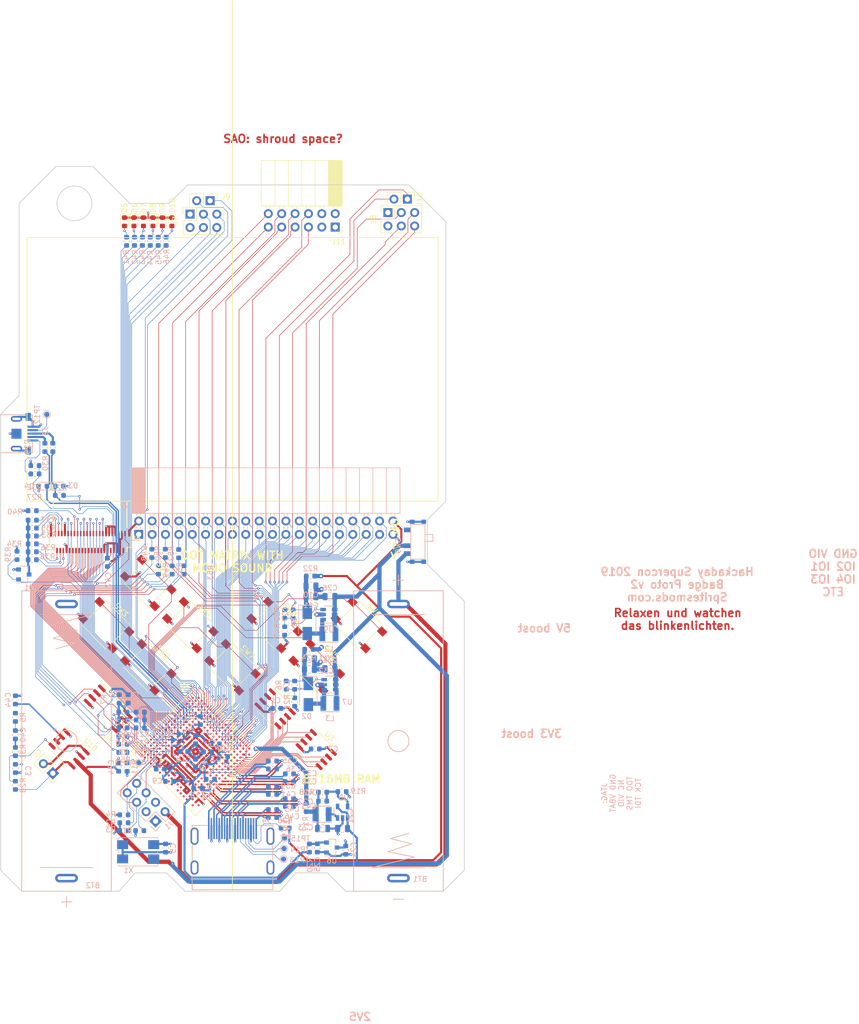
<source format=kicad_pcb>
(kicad_pcb (version 20171130) (host pcbnew 5.1.2+dfsg1-1)
  (layers (0 F.Cu signal) (1 Gnd.Cu power hide) (2 Pwr.Cu power hide) (31 B.Cu signal) (34 B.Paste user) (35 F.Paste user) (36 B.SilkS user) (37 F.SilkS user) (38 B.Mask user) (39 F.Mask user) (44 Edge.Cuts user))
  (net 0 "")
  (net 1 GND)
  (net 2 2V5)
  (net 3 VIO)
  (net 4 1V1)
  (net 5 /FPGA/FLASH_CS)
  (net 6 "Net-(J1-Pad7)")
  (net 7 "Net-(J1-Pad8)")
  (net 8 "Net-(J1-Pad5)")
  (net 9 "Net-(J1-Pad6)")
  (net 10 LCD_DB8)
  (net 11 LCD_DB7)
  (net 12 LCD_DB9)
  (net 13 LCD_DB10)
  (net 14 LCD_DB11)
  (net 15 LCD_DB12)
  (net 16 LCD_DB13)
  (net 17 LCD_DB14)
  (net 18 LCD_DB15)
  (net 19 LCD_DB16)
  (net 20 LCD_DB17)
  (net 21 "Net-(J4-Pad13)")
  (net 22 LCD_RD)
  (net 23 LCD_WR)
  (net 24 LCD_RS)
  (net 25 LCD_CS)
  (net 26 LCD_DB0)
  (net 27 LCD_DB2)
  (net 28 LCD_RST)
  (net 29 LCD_FMARK)
  (net 30 LCD_DB4)
  (net 31 LCD_DB3)
  (net 32 LCD_DB5)
  (net 33 LCD_DB6)
  (net 34 LCD_DB1)
  (net 35 LCD_ID)
  (net 36 "Net-(J2-Pad4)")
  (net 37 USB_VBUSDET)
  (net 38 "Net-(C32-Pad1)")
  (net 39 LCD_BLEN)
  (net 40 "Net-(Q1-Pad3)")
  (net 41 USB_D-)
  (net 42 "Net-(J2-Pad2)")
  (net 43 USB_D+)
  (net 44 "Net-(J2-Pad1)")
  (net 45 "Net-(R11-Pad2)")
  (net 46 "Net-(J2-Pad3)")
  (net 47 "Net-(D1-Pad2)")
  (net 48 VBAT)
  (net 49 "Net-(L1-Pad2)")
  (net 50 "Net-(C36-Pad1)")
  (net 51 "Net-(C37-Pad1)")
  (net 52 "Net-(C40-Pad1)")
  (net 53 "Net-(C41-Pad1)")
  (net 54 "Net-(C45-Pad1)")
  (net 55 "Net-(C38-Pad1)")
  (net 56 "Net-(C39-Pad1)")
  (net 57 "Net-(C42-Pad1)")
  (net 58 "Net-(C43-Pad1)")
  (net 59 "Net-(C44-Pad1)")
  (net 60 HDMI_D0+)
  (net 61 HDMI_D0-)
  (net 62 HDMI_CK+)
  (net 63 HDMI_CK-)
  (net 64 HDMI_HEAC+)
  (net 65 HDMI_HEAC-)
  (net 66 "Net-(BT1-Pad2)")
  (net 67 BTN_A)
  (net 68 BTN_START)
  (net 69 BTN_SELECT)
  (net 70 BTN_B)
  (net 71 BTN_RIGHT)
  (net 72 BTN_LEFT)
  (net 73 BTN_DOWN)
  (net 74 BTN_UP)
  (net 75 GENIO_9)
  (net 76 GENIO_11)
  (net 77 GENIO_8)
  (net 78 GENIO_10)
  (net 79 GENIO_12)
  (net 80 GENIO_13)
  (net 81 GENIO_14)
  (net 82 GENIO_15)
  (net 83 GENIO_16)
  (net 84 GENIO_17)
  (net 85 GENIO_18)
  (net 86 GENIO_19)
  (net 87 GENIO_20)
  (net 88 GENIO_21)
  (net 89 GENIO_22)
  (net 90 GENIO_23)
  (net 91 GENIO_24)
  (net 92 GENIO_25)
  (net 93 GENIO_26)
  (net 94 GENIO_27)
  (net 95 GENIO_28)
  (net 96 GENIO_29)
  (net 97 GENIO_30)
  (net 98 5V)
  (net 99 RAM2_CE)
  (net 100 RAM2_SIO1)
  (net 101 RAM2_SIO2)
  (net 102 RAM2_SIO0)
  (net 103 RAM2_SCLK)
  (net 104 RAM2_SIO3)
  (net 105 RAM1_SIO3)
  (net 106 RAM1_SCLK)
  (net 107 RAM1_SIO0)
  (net 108 RAM1_SIO2)
  (net 109 RAM1_SIO1)
  (net 110 RAM1_CE)
  (net 111 "Net-(TP11-Pad1)")
  (net 112 SNDOUT)
  (net 113 "Net-(R15-Pad1)")
  (net 114 "Net-(R10-Pad2)")
  (net 115 "Net-(R14-Pad2)")
  (net 116 "Net-(R13-Pad2)")
  (net 117 "Net-(J5-Pad13)")
  (net 118 "Net-(J5-Pad6)")
  (net 119 "Net-(J5-Pad5)")
  (net 120 "Net-(J5-Pad4)")
  (net 121 "Net-(J5-Pad3)")
  (net 122 "Net-(J5-Pad2)")
  (net 123 "Net-(J5-Pad1)")
  (net 124 "Net-(J4-Pad15)")
  (net 125 "Net-(J4-Pad16)")
  (net 126 "Net-(C35-Pad1)")
  (net 127 "Net-(J4-Pad18)")
  (net 128 "Net-(C46-Pad1)")
  (net 129 "Net-(C22-Pad1)")
  (net 130 "Net-(C22-Pad2)")
  (net 131 "Net-(R28-Pad2)")
  (net 132 "Net-(C25-Pad1)")
  (net 133 "Net-(J3-Pad1)")
  (net 134 "Net-(D2-Pad2)")
  (net 135 "Net-(J3-Pad2)")
  (net 136 LED1)
  (net 137 "Net-(D5-Pad2)")
  (net 138 "Net-(D6-Pad2)")
  (net 139 LED2)
  (net 140 LED3)
  (net 141 "Net-(D7-Pad2)")
  (net 142 "Net-(D8-Pad2)")
  (net 143 LED4)
  (net 144 LED5)
  (net 145 LED6)
  (net 146 "Net-(D9-Pad2)")
  (net 147 "Net-(D10-Pad2)")
  (net 148 VBAT_ALWON)
  (net 149 HDMI_D2+)
  (net 150 HDMI_D2-)
  (net 151 HDMI_D1+)
  (net 152 HDMI_D1-)
  (net 153 "Net-(C4-Pad2)")
  (net 154 "Net-(C10-Pad1)")
  (net 155 "Net-(C27-Pad2)")
  (net 156 GENIO_7)
  (net 157 GENIO_6)
  (net 158 GENIO_5)
  (net 159 GENIO_4)
  (net 160 GENIO_3)
  (net 161 GENIO_2)
  (net 162 GENIO_1)
  (net 163 USB_PU)
  (net 164 "Net-(J6-Pad8)")
  (net 165 "Net-(J6-Pad7)")
  (net 166 "Net-(J6-Pad6)")
  (net 167 "Net-(J6-Pad5)")
  (net 168 "Net-(J6-Pad4)")
  (net 169 "Net-(J6-Pad3)")
  (net 170 FLASH_SCK)
  (net 171 FLASH_HOLD)
  (net 172 FLASH_MISO)
  (net 173 FLASH_WP)
  (net 174 FLASH_MOSI)
  (net 175 SAO1_GPIO1)
  (net 176 SAO1_GPIO2)
  (net 177 SAO1_SDA)
  (net 178 SAO1_SCL)
  (net 179 SAO1_GPIO3)
  (net 180 SAO1_DRM)
  (net 181 PMODB_4)
  (net 182 PMODA_4)
  (net 183 PMODB_3)
  (net 184 PMODA_3)
  (net 185 PMODB_2)
  (net 186 PMODA_2)
  (net 187 PMODB_1)
  (net 188 PMODA_1)
  (net 189 SAO2_GPIO1)
  (net 190 SAO2_GPIO2)
  (net 191 SAO2_SDA)
  (net 192 SAO2_SCL)
  (net 193 SAO2_GPIO3)
  (net 194 SAO2_DRM)
  (net 195 "Net-(R54-Pad1)")
  (module Resistor_SMD:R_0603_1608Metric (layer B.Cu) (at 95.2 135.65)
    (fp_text reference R54 (at 0 1.43) (layer B.SilkS) (effects (justify mirror)))
    (fp_text value 100)
    (pad 2 smd roundrect (at 0.7875 0) (size 0.875 0.95) (layers B.Cu B.Paste B.Mask) (net 45 "Net-(R11-Pad2)"))
    (pad 1 smd roundrect (at -0.7875 0) (size 0.875 0.95) (layers B.Cu B.Paste B.Mask) (net 195 "Net-(R54-Pad1)"))
  )
  (module Button_Switch_SMD:SW_Push_1P1T_NO_6x6mm_H9.5mm (layer F.Cu) (at 100 103.5 315)
    (fp_text reference SW1 (at 0 -4.049999 135) (layer F.SilkS))
    (fp_text value Up)
    (pad 2 smd rect (at 3.975 2.25 315) (size 1.55 1.3) (layers F.Cu F.Paste F.Mask) (net 1 GND))
    (pad 1 smd rect (at 3.975 -2.25 315) (size 1.55 1.3) (layers F.Cu F.Paste F.Mask) (net 74 BTN_UP))
    (pad 1 smd rect (at -3.975 -2.25 315) (size 1.55 1.3) (layers F.Cu F.Paste F.Mask) (net 74 BTN_UP))
    (pad 2 smd rect (at -3.975 2.25 315) (size 1.55 1.3) (layers F.Cu F.Paste F.Mask) (net 1 GND))
  )
  (module Resistor_SMD:R_0603_1608Metric (layer B.Cu) (at 106.8 101.05 90)
    (fp_text reference R53 (at -0.5 5.05 90) (layer B.SilkS) (effects (justify mirror)))
    (fp_text value 100)
    (pad 2 smd roundrect (at 0.7875 0 90) (size 0.875 0.95) (layers B.Cu B.Paste B.Mask) (net 164 "Net-(J6-Pad8)"))
    (pad 1 smd roundrect (at -0.7875 0 90) (size 0.875 0.95) (layers B.Cu B.Paste B.Mask) (net 174 FLASH_MOSI))
  )
  (module Resistor_SMD:R_0603_1608Metric (layer B.Cu) (at 105.8 97.95 270)
    (fp_text reference R52 (at 0 1.43 90) (layer B.SilkS) (effects (justify mirror)))
    (fp_text value 100)
    (pad 2 smd roundrect (at 0.7875 0 270) (size 0.875 0.95) (layers B.Cu B.Paste B.Mask) (net 173 FLASH_WP))
    (pad 1 smd roundrect (at -0.7875 0 270) (size 0.875 0.95) (layers B.Cu B.Paste B.Mask) (net 165 "Net-(J6-Pad7)"))
  )
  (module Resistor_SMD:R_0603_1608Metric (layer B.Cu) (at 104.55 101.05 90)
    (fp_text reference R51 (at 0 1.43 90) (layer B.SilkS) (effects (justify mirror)))
    (fp_text value 100)
    (pad 2 smd roundrect (at 0.7875 0 90) (size 0.875 0.95) (layers B.Cu B.Paste B.Mask) (net 166 "Net-(J6-Pad6)"))
    (pad 1 smd roundrect (at -0.7875 0 90) (size 0.875 0.95) (layers B.Cu B.Paste B.Mask) (net 170 FLASH_SCK))
  )
  (module Resistor_SMD:R_0603_1608Metric (layer B.Cu) (at 103.25 97.9 270)
    (fp_text reference R50 (at 0 1.43 90) (layer B.SilkS) (effects (justify mirror)))
    (fp_text value 100)
    (pad 2 smd roundrect (at 0.7875 0 270) (size 0.875 0.95) (layers B.Cu B.Paste B.Mask) (net 172 FLASH_MISO))
    (pad 1 smd roundrect (at -0.7875 0 270) (size 0.875 0.95) (layers B.Cu B.Paste B.Mask) (net 167 "Net-(J6-Pad5)"))
  )
  (module Resistor_SMD:R_0603_1608Metric (layer B.Cu) (at 101.95 101.05 90)
    (fp_text reference R49 (at 0 1.43 90) (layer B.SilkS) (effects (justify mirror)))
    (fp_text value 100)
    (pad 2 smd roundrect (at 0.7875 0 90) (size 0.875 0.95) (layers B.Cu B.Paste B.Mask) (net 168 "Net-(J6-Pad4)"))
    (pad 1 smd roundrect (at -0.7875 0 90) (size 0.875 0.95) (layers B.Cu B.Paste B.Mask) (net 171 FLASH_HOLD))
  )
  (module Resistor_SMD:R_0603_1608Metric (layer B.Cu) (at 100.7 97.9 270)
    (fp_text reference R48 (at 0 1.43 90) (layer B.SilkS) (effects (justify mirror)))
    (fp_text value 100)
    (pad 2 smd roundrect (at 0.7875 0 270) (size 0.875 0.95) (layers B.Cu B.Paste B.Mask))
    (pad 1 smd roundrect (at -0.7875 0 270) (size 0.875 0.95) (layers B.Cu B.Paste B.Mask) (net 169 "Net-(J6-Pad3)"))
  )
  (module JeroensFootprints:USB_Micro-B_China_MK5P (layer B.Cu) (at 75 75.2 90)
    (fp_text reference J2 (at 0.55 5.5 90) (layer B.SilkS) (effects (justify mirror)))
    (fp_text value USB_B_Micro)
    (pad 6 thru_hole oval (at -2.825 0) (size 2.15 1.05) (drill oval 1.55 0.45) (layers *.Cu *.Mask) (net 1 GND))
    (pad "" np_thru_hole circle (at 2 2.1) (size 0.6 0.6) (drill 0.6) (layers *.Cu *.Mask))
    (pad "" np_thru_hole circle (at -2 2.1) (size 0.6 0.6) (drill 0.6) (layers *.Cu *.Mask))
    (pad 6 smd rect (at 0 0) (size 1.9 1.9) (layers B.Cu B.Paste B.Mask) (net 1 GND))
    (pad 6 thru_hole oval (at 2.825 0) (size 2.15 1.05) (drill oval 1.55 0.45) (layers *.Cu *.Mask) (net 1 GND))
    (pad 5 smd rect (at 1.325 3.05) (size 2.1 0.4) (layers B.Cu B.Paste B.Mask) (net 1 GND))
    (pad 4 smd rect (at 0.675 3.05) (size 2.1 0.4) (layers B.Cu B.Paste B.Mask) (net 36 "Net-(J2-Pad4)"))
    (pad 3 smd rect (at 0.025 3.05) (size 2.1 0.4) (layers B.Cu B.Paste B.Mask) (net 46 "Net-(J2-Pad3)"))
    (pad 2 smd rect (at -0.625 3.05) (size 2.1 0.4) (layers B.Cu B.Paste B.Mask) (net 42 "Net-(J2-Pad2)"))
    (pad 1 smd rect (at -1.275 3.05) (size 2.1 0.4) (layers B.Cu B.Paste B.Mask) (net 44 "Net-(J2-Pad1)"))
    (pad 6 smd rect (at -3.2 2.25 90) (size 1.5 1) (layers B.Cu B.Paste B.Mask) (net 1 GND))
    (pad 6 smd rect (at 3.2 2.24 90) (size 1.5 1) (layers B.Cu B.Paste B.Mask) (net 1 GND))
  )
  (module lib:Murata_1212 (layer B.Cu) (at 133 147.4)
    (fp_text reference L1 (at 0 2.8) (layer B.SilkS) (effects (justify mirror)))
    (fp_text value LQH3NPN2R2MJRL)
    (pad 2 smd rect (at 1.25 0 180) (size 1.1 2.7) (layers B.Cu B.Paste B.Mask) (net 49 "Net-(L1-Pad2)"))
    (pad 1 smd rect (at -1.25 0) (size 1.1 2.7) (layers B.Cu B.Paste B.Mask) (net 129 "Net-(C22-Pad1)"))
  )
  (module Capacitor_SMD:C_0603_1608Metric (layer B.Cu) (at 127.5 109.4 270)
    (fp_text reference C27 (at 0 1.43 90) (layer B.SilkS) (effects (justify mirror)))
    (fp_text value 22p)
    (pad 2 smd roundrect (at 0.7875 0 270) (size 0.875 0.95) (layers B.Cu B.Paste B.Mask) (net 155 "Net-(C27-Pad2)"))
    (pad 1 smd roundrect (at -0.7875 0 270) (size 0.875 0.95) (layers B.Cu B.Paste B.Mask) (net 154 "Net-(C10-Pad1)"))
  )
  (module Capacitor_SMD:C_0603_1608Metric (layer B.Cu) (at 127.8 122.9 270)
    (fp_text reference C4 (at 0 1.43 90) (layer B.SilkS) (effects (justify mirror)))
    (fp_text value 22p)
    (pad 2 smd roundrect (at 0.7875 0 270) (size 0.875 0.95) (layers B.Cu B.Paste B.Mask) (net 153 "Net-(C4-Pad2)"))
    (pad 1 smd roundrect (at -0.7875 0 270) (size 0.875 0.95) (layers B.Cu B.Paste B.Mask) (net 38 "Net-(C32-Pad1)"))
  )
  (module Connector_PinSocket_2.54mm:PinSocket_2x06_P2.54mm_Horizontal (layer F.Cu) (at 135.5 36 270)
    (fp_text reference J11 (at 2.8 -0.7) (layer F.SilkS))
    (fp_text value Conn_02x06_Odd_Even)
    (pad 12 thru_hole oval (at -2.54 12.7 270) (size 1.7 1.7) (drill 1) (layers *.Cu *.Mask) (net 181 PMODB_4))
    (pad 11 thru_hole oval (at 0 12.7 270) (size 1.7 1.7) (drill 1) (layers *.Cu *.Mask) (net 182 PMODA_4))
    (pad 10 thru_hole oval (at -2.54 10.16 270) (size 1.7 1.7) (drill 1) (layers *.Cu *.Mask) (net 183 PMODB_3))
    (pad 9 thru_hole oval (at 0 10.16 270) (size 1.7 1.7) (drill 1) (layers *.Cu *.Mask) (net 184 PMODA_3))
    (pad 8 thru_hole oval (at -2.54 7.62 270) (size 1.7 1.7) (drill 1) (layers *.Cu *.Mask) (net 185 PMODB_2))
    (pad 7 thru_hole oval (at 0 7.62 270) (size 1.7 1.7) (drill 1) (layers *.Cu *.Mask) (net 186 PMODA_2))
    (pad 6 thru_hole oval (at -2.54 5.08 270) (size 1.7 1.7) (drill 1) (layers *.Cu *.Mask) (net 187 PMODB_1))
    (pad 5 thru_hole oval (at 0 5.08 270) (size 1.7 1.7) (drill 1) (layers *.Cu *.Mask) (net 188 PMODA_1))
    (pad 4 thru_hole oval (at -2.54 2.54 270) (size 1.7 1.7) (drill 1) (layers *.Cu *.Mask) (net 1 GND))
    (pad 3 thru_hole oval (at 0 2.54 270) (size 1.7 1.7) (drill 1) (layers *.Cu *.Mask) (net 1 GND))
    (pad 2 thru_hole oval (at -2.54 0 270) (size 1.7 1.7) (drill 1) (layers *.Cu *.Mask) (net 3 VIO))
    (pad 1 thru_hole rect (at 0 0 270) (size 1.7 1.7) (drill 1) (layers *.Cu *.Mask) (net 3 VIO))
  )
  (module lib:Murata_1212 (layer B.Cu) (at 134.5 126.4)
    (fp_text reference L3 (at 0 2.8) (layer B.SilkS) (effects (justify mirror)))
    (fp_text value LQH3NPN2R2MJRL)
    (pad 2 smd rect (at 1.25 0 180) (size 1.1 2.7) (layers B.Cu B.Paste B.Mask) (net 48 VBAT))
    (pad 1 smd rect (at -1.25 0) (size 1.1 2.7) (layers B.Cu B.Paste B.Mask) (net 134 "Net-(D2-Pad2)"))
  )
  (module lib:Murata_1212 (layer B.Cu) (at 134.3 113.2)
    (fp_text reference L2 (at 0 2.8) (layer B.SilkS) (effects (justify mirror)))
    (fp_text value LQH3NPN2R2MJRL)
    (pad 2 smd rect (at 1.25 0 180) (size 1.1 2.7) (layers B.Cu B.Paste B.Mask) (net 48 VBAT))
    (pad 1 smd rect (at -1.25 0) (size 1.1 2.7) (layers B.Cu B.Paste B.Mask) (net 47 "Net-(D1-Pad2)"))
  )
  (module Connector_PinSocket_2.54mm:PinSocket_2x20_P2.54mm_Horizontal (layer B.Cu) (at 98.2 94.3 270)
    (fp_text reference J6 (at -5.65 2.77 270) (layer B.SilkS) (effects (justify mirror)))
    (fp_text value Conn_02x20_Odd_Even)
    (pad 40 thru_hole oval (at -2.54 -48.26 270) (size 1.7 1.7) (drill 1) (layers *.Cu *.Mask) (net 98 5V))
    (pad 39 thru_hole oval (at 0 -48.26 270) (size 1.7 1.7) (drill 1) (layers *.Cu *.Mask) (net 48 VBAT))
    (pad 38 thru_hole oval (at -2.54 -45.72 270) (size 1.7 1.7) (drill 1) (layers *.Cu *.Mask) (net 97 GENIO_30))
    (pad 37 thru_hole oval (at 0 -45.72 270) (size 1.7 1.7) (drill 1) (layers *.Cu *.Mask) (net 96 GENIO_29))
    (pad 36 thru_hole oval (at -2.54 -43.18 270) (size 1.7 1.7) (drill 1) (layers *.Cu *.Mask) (net 95 GENIO_28))
    (pad 35 thru_hole oval (at 0 -43.18 270) (size 1.7 1.7) (drill 1) (layers *.Cu *.Mask) (net 94 GENIO_27))
    (pad 34 thru_hole oval (at -2.54 -40.64 270) (size 1.7 1.7) (drill 1) (layers *.Cu *.Mask) (net 93 GENIO_26))
    (pad 33 thru_hole oval (at 0 -40.64 270) (size 1.7 1.7) (drill 1) (layers *.Cu *.Mask) (net 92 GENIO_25))
    (pad 32 thru_hole oval (at -2.54 -38.1 270) (size 1.7 1.7) (drill 1) (layers *.Cu *.Mask) (net 91 GENIO_24))
    (pad 31 thru_hole oval (at 0 -38.1 270) (size 1.7 1.7) (drill 1) (layers *.Cu *.Mask) (net 90 GENIO_23))
    (pad 30 thru_hole oval (at -2.54 -35.56 270) (size 1.7 1.7) (drill 1) (layers *.Cu *.Mask) (net 89 GENIO_22))
    (pad 29 thru_hole oval (at 0 -35.56 270) (size 1.7 1.7) (drill 1) (layers *.Cu *.Mask) (net 88 GENIO_21))
    (pad 28 thru_hole oval (at -2.54 -33.02 270) (size 1.7 1.7) (drill 1) (layers *.Cu *.Mask) (net 87 GENIO_20))
    (pad 27 thru_hole oval (at 0 -33.02 270) (size 1.7 1.7) (drill 1) (layers *.Cu *.Mask) (net 86 GENIO_19))
    (pad 26 thru_hole oval (at -2.54 -30.48 270) (size 1.7 1.7) (drill 1) (layers *.Cu *.Mask) (net 85 GENIO_18))
    (pad 25 thru_hole oval (at 0 -30.48 270) (size 1.7 1.7) (drill 1) (layers *.Cu *.Mask) (net 84 GENIO_17))
    (pad 24 thru_hole oval (at -2.54 -27.94 270) (size 1.7 1.7) (drill 1) (layers *.Cu *.Mask) (net 83 GENIO_16))
    (pad 23 thru_hole oval (at 0 -27.94 270) (size 1.7 1.7) (drill 1) (layers *.Cu *.Mask) (net 82 GENIO_15))
    (pad 22 thru_hole oval (at -2.54 -25.4 270) (size 1.7 1.7) (drill 1) (layers *.Cu *.Mask) (net 81 GENIO_14))
    (pad 21 thru_hole oval (at 0 -25.4 270) (size 1.7 1.7) (drill 1) (layers *.Cu *.Mask) (net 80 GENIO_13))
    (pad 20 thru_hole oval (at -2.54 -22.86 270) (size 1.7 1.7) (drill 1) (layers *.Cu *.Mask) (net 79 GENIO_12))
    (pad 19 thru_hole oval (at 0 -22.86 270) (size 1.7 1.7) (drill 1) (layers *.Cu *.Mask) (net 76 GENIO_11))
    (pad 18 thru_hole oval (at -2.54 -20.32 270) (size 1.7 1.7) (drill 1) (layers *.Cu *.Mask) (net 78 GENIO_10))
    (pad 17 thru_hole oval (at 0 -20.32 270) (size 1.7 1.7) (drill 1) (layers *.Cu *.Mask) (net 75 GENIO_9))
    (pad 16 thru_hole oval (at -2.54 -17.78 270) (size 1.7 1.7) (drill 1) (layers *.Cu *.Mask) (net 77 GENIO_8))
    (pad 15 thru_hole oval (at 0 -17.78 270) (size 1.7 1.7) (drill 1) (layers *.Cu *.Mask) (net 156 GENIO_7))
    (pad 14 thru_hole oval (at -2.54 -15.24 270) (size 1.7 1.7) (drill 1) (layers *.Cu *.Mask) (net 157 GENIO_6))
    (pad 13 thru_hole oval (at 0 -15.24 270) (size 1.7 1.7) (drill 1) (layers *.Cu *.Mask) (net 158 GENIO_5))
    (pad 12 thru_hole oval (at -2.54 -12.7 270) (size 1.7 1.7) (drill 1) (layers *.Cu *.Mask) (net 159 GENIO_4))
    (pad 11 thru_hole oval (at 0 -12.7 270) (size 1.7 1.7) (drill 1) (layers *.Cu *.Mask) (net 160 GENIO_3))
    (pad 10 thru_hole oval (at -2.54 -10.16 270) (size 1.7 1.7) (drill 1) (layers *.Cu *.Mask) (net 161 GENIO_2))
    (pad 9 thru_hole oval (at 0 -10.16 270) (size 1.7 1.7) (drill 1) (layers *.Cu *.Mask) (net 162 GENIO_1))
    (pad 8 thru_hole oval (at -2.54 -7.62 270) (size 1.7 1.7) (drill 1) (layers *.Cu *.Mask) (net 164 "Net-(J6-Pad8)"))
    (pad 7 thru_hole oval (at 0 -7.62 270) (size 1.7 1.7) (drill 1) (layers *.Cu *.Mask) (net 165 "Net-(J6-Pad7)"))
    (pad 6 thru_hole oval (at -2.54 -5.08 270) (size 1.7 1.7) (drill 1) (layers *.Cu *.Mask) (net 166 "Net-(J6-Pad6)"))
    (pad 5 thru_hole oval (at 0 -5.08 270) (size 1.7 1.7) (drill 1) (layers *.Cu *.Mask) (net 167 "Net-(J6-Pad5)"))
    (pad 4 thru_hole oval (at -2.54 -2.54 270) (size 1.7 1.7) (drill 1) (layers *.Cu *.Mask) (net 168 "Net-(J6-Pad4)"))
    (pad 3 thru_hole oval (at 0 -2.54 270) (size 1.7 1.7) (drill 1) (layers *.Cu *.Mask) (net 169 "Net-(J6-Pad3)"))
    (pad 2 thru_hole oval (at -2.54 0 270) (size 1.7 1.7) (drill 1) (layers *.Cu *.Mask) (net 1 GND))
    (pad 1 thru_hole rect (at 0 0 270) (size 1.7 1.7) (drill 1) (layers *.Cu *.Mask) (net 3 VIO))
  )
  (module Connector_PinSocket_2.54mm:PinSocket_2x03_P2.54mm_Vertical (layer F.Cu) (at 145.5 33.25 90)
    (fp_text reference J8 (at -1.27 -2.77 90) (layer F.SilkS))
    (fp_text value Conn_02x03_Odd_Even)
    (pad 6 thru_hole oval (at -2.54 5.08 90) (size 1.7 1.7) (drill 1) (layers *.Cu *.Mask) (net 189 SAO2_GPIO1))
    (pad 5 thru_hole oval (at 0 5.08 90) (size 1.7 1.7) (drill 1) (layers *.Cu *.Mask) (net 190 SAO2_GPIO2))
    (pad 4 thru_hole oval (at -2.54 2.54 90) (size 1.7 1.7) (drill 1) (layers *.Cu *.Mask) (net 191 SAO2_SDA))
    (pad 3 thru_hole oval (at 0 2.54 90) (size 1.7 1.7) (drill 1) (layers *.Cu *.Mask) (net 192 SAO2_SCL))
    (pad 2 thru_hole oval (at -2.54 0 90) (size 1.7 1.7) (drill 1) (layers *.Cu *.Mask) (net 1 GND))
    (pad 1 thru_hole rect (at 0 0 90) (size 1.7 1.7) (drill 1) (layers *.Cu *.Mask) (net 3 VIO))
  )
  (module Connector_PinSocket_2.54mm:PinSocket_2x03_P2.54mm_Vertical (layer F.Cu) (at 107.95 33.55 90)
    (fp_text reference J7 (at -1.27 -2.77 90) (layer F.SilkS))
    (fp_text value Conn_02x03_Odd_Even)
    (pad 6 thru_hole oval (at -2.54 5.08 90) (size 1.7 1.7) (drill 1) (layers *.Cu *.Mask) (net 175 SAO1_GPIO1))
    (pad 5 thru_hole oval (at 0 5.08 90) (size 1.7 1.7) (drill 1) (layers *.Cu *.Mask) (net 176 SAO1_GPIO2))
    (pad 4 thru_hole oval (at -2.54 2.54 90) (size 1.7 1.7) (drill 1) (layers *.Cu *.Mask) (net 177 SAO1_SDA))
    (pad 3 thru_hole oval (at 0 2.54 90) (size 1.7 1.7) (drill 1) (layers *.Cu *.Mask) (net 178 SAO1_SCL))
    (pad 2 thru_hole oval (at -2.54 0 90) (size 1.7 1.7) (drill 1) (layers *.Cu *.Mask) (net 1 GND))
    (pad 1 thru_hole rect (at 0 0 90) (size 1.7 1.7) (drill 1) (layers *.Cu *.Mask) (net 3 VIO))
  )
  (module Package_TO_SOT_SMD:SOT-23-6 (layer B.Cu) (at 134.3 109.5)
    (fp_text reference U9 (at 0 2.9) (layer B.SilkS) (effects (justify mirror)))
    (fp_text value XR1151)
    (pad 5 smd rect (at 1.1 0) (size 1.06 0.65) (layers B.Cu B.Paste B.Mask) (net 48 VBAT))
    (pad 6 smd rect (at 1.1 0.95) (size 1.06 0.65) (layers B.Cu B.Paste B.Mask) (net 48 VBAT))
    (pad 4 smd rect (at 1.1 -0.95) (size 1.06 0.65) (layers B.Cu B.Paste B.Mask) (net 48 VBAT))
    (pad 3 smd rect (at -1.1 -0.95) (size 1.06 0.65) (layers B.Cu B.Paste B.Mask) (net 155 "Net-(C27-Pad2)"))
    (pad 2 smd rect (at -1.1 0) (size 1.06 0.65) (layers B.Cu B.Paste B.Mask) (net 1 GND))
    (pad 1 smd rect (at -1.1 0.95) (size 1.06 0.65) (layers B.Cu B.Paste B.Mask) (net 47 "Net-(D1-Pad2)"))
  )
  (module Package_TO_SOT_SMD:SOT-23-6 (layer B.Cu) (at 134.5 122.8)
    (fp_text reference U7 (at 3.3 3.3) (layer B.SilkS) (effects (justify mirror)))
    (fp_text value XR1151)
    (pad 5 smd rect (at 1.1 0) (size 1.06 0.65) (layers B.Cu B.Paste B.Mask) (net 48 VBAT))
    (pad 6 smd rect (at 1.1 0.95) (size 1.06 0.65) (layers B.Cu B.Paste B.Mask) (net 48 VBAT))
    (pad 4 smd rect (at 1.1 -0.95) (size 1.06 0.65) (layers B.Cu B.Paste B.Mask) (net 48 VBAT))
    (pad 3 smd rect (at -1.1 -0.95) (size 1.06 0.65) (layers B.Cu B.Paste B.Mask) (net 153 "Net-(C4-Pad2)"))
    (pad 2 smd rect (at -1.1 0) (size 1.06 0.65) (layers B.Cu B.Paste B.Mask) (net 1 GND))
    (pad 1 smd rect (at -1.1 0.95) (size 1.06 0.65) (layers B.Cu B.Paste B.Mask) (net 134 "Net-(D2-Pad2)"))
  )
  (module Resistor_SMD:R_0603_1608Metric (layer B.Cu) (at 125.9 112.6 270)
    (fp_text reference R47 (at 0 1.43 90) (layer B.SilkS) (effects (justify mirror)))
    (fp_text value 100K)
    (pad 2 smd roundrect (at 0.7875 0 270) (size 0.875 0.95) (layers B.Cu B.Paste B.Mask) (net 1 GND))
    (pad 1 smd roundrect (at -0.7875 0 270) (size 0.875 0.95) (layers B.Cu B.Paste B.Mask) (net 155 "Net-(C27-Pad2)"))
  )
  (module Resistor_SMD:R_0603_1608Metric (layer B.Cu) (at 125.9 109.4 270)
    (fp_text reference R23 (at 0 1.43 90) (layer B.SilkS) (effects (justify mirror)))
    (fp_text value 560K)
    (pad 2 smd roundrect (at 0.7875 0 270) (size 0.875 0.95) (layers B.Cu B.Paste B.Mask) (net 155 "Net-(C27-Pad2)"))
    (pad 1 smd roundrect (at -0.7875 0 270) (size 0.875 0.95) (layers B.Cu B.Paste B.Mask) (net 154 "Net-(C10-Pad1)"))
  )
  (module Resistor_SMD:R_0603_1608Metric (layer B.Cu) (at 130.8 102.2 180)
    (fp_text reference R22 (at 0 1.43) (layer B.SilkS) (effects (justify mirror)))
    (fp_text value 0)
    (pad 2 smd roundrect (at 0.7875 0 180) (size 0.875 0.95) (layers B.Cu B.Paste B.Mask) (net 154 "Net-(C10-Pad1)"))
    (pad 1 smd roundrect (at -0.7875 0 180) (size 0.875 0.95) (layers B.Cu B.Paste B.Mask) (net 98 5V))
  )
  (module Resistor_SMD:R_0603_1608Metric (layer B.Cu) (at 127.8 126.1 270)
    (fp_text reference R21 (at 0 1.43 90) (layer B.SilkS) (effects (justify mirror)))
    (fp_text value 82K)
    (pad 2 smd roundrect (at 0.7875 0 270) (size 0.875 0.95) (layers B.Cu B.Paste B.Mask) (net 1 GND))
    (pad 1 smd roundrect (at -0.7875 0 270) (size 0.875 0.95) (layers B.Cu B.Paste B.Mask) (net 153 "Net-(C4-Pad2)"))
  )
  (module Resistor_SMD:R_0603_1608Metric (layer B.Cu) (at 126.2 122.9 270)
    (fp_text reference R6 (at 0 1.43 90) (layer B.SilkS) (effects (justify mirror)))
    (fp_text value 330K)
    (pad 2 smd roundrect (at 0.7875 0 270) (size 0.875 0.95) (layers B.Cu B.Paste B.Mask) (net 153 "Net-(C4-Pad2)"))
    (pad 1 smd roundrect (at -0.7875 0 270) (size 0.875 0.95) (layers B.Cu B.Paste B.Mask) (net 38 "Net-(C32-Pad1)"))
  )
  (module Diode_SMD:D_SMA (layer B.Cu) (at 130.2 111.1 270)
    (fp_text reference D1 (at 0 2.5 90) (layer B.SilkS) (effects (justify mirror)))
    (fp_text value MBRA210LT3)
    (pad 2 smd rect (at 2 0 270) (size 2.5 1.8) (layers B.Cu B.Paste B.Mask) (net 47 "Net-(D1-Pad2)"))
    (pad 1 smd rect (at -2 0 270) (size 2.5 1.8) (layers B.Cu B.Paste B.Mask) (net 154 "Net-(C10-Pad1)"))
  )
  (module Capacitor_SMD:C_0805_2012Metric (layer B.Cu) (at 134.5 106.1 180)
    (fp_text reference C26 (at 0 1.65) (layer B.SilkS) (effects (justify mirror)))
    (fp_text value 10u)
    (pad 2 smd roundrect (at 0.9375 0 180) (size 0.975 1.4) (layers B.Cu B.Paste B.Mask) (net 1 GND))
    (pad 1 smd roundrect (at -0.9375 0 180) (size 0.975 1.4) (layers B.Cu B.Paste B.Mask) (net 48 VBAT))
  )
  (module Capacitor_SMD:C_0805_2012Metric (layer B.Cu) (at 130.9 106.1)
    (fp_text reference C11 (at 0 1.65) (layer B.SilkS) (effects (justify mirror)))
    (fp_text value 10u)
    (pad 2 smd roundrect (at 0.9375 0) (size 0.975 1.4) (layers B.Cu B.Paste B.Mask) (net 1 GND))
    (pad 1 smd roundrect (at -0.9375 0) (size 0.975 1.4) (layers B.Cu B.Paste B.Mask) (net 154 "Net-(C10-Pad1)"))
  )
  (module Capacitor_SMD:C_0805_2012Metric (layer B.Cu) (at 130.9 104.1)
    (fp_text reference C10 (at 0 1.65) (layer B.SilkS) (effects (justify mirror)))
    (fp_text value 10u)
    (pad 2 smd roundrect (at 0.9375 0) (size 0.975 1.4) (layers B.Cu B.Paste B.Mask) (net 1 GND))
    (pad 1 smd roundrect (at -0.9375 0) (size 0.975 1.4) (layers B.Cu B.Paste B.Mask) (net 154 "Net-(C10-Pad1)"))
  )
  (module Resistor_SMD:R_0603_1608Metric (layer B.Cu) (at 95.2 131)
    (fp_text reference R8 (at 0.1 4.6) (layer B.SilkS) (effects (justify mirror)))
    (fp_text value NS)
    (pad 2 smd roundrect (at 0.7875 0) (size 0.875 0.95) (layers B.Cu B.Paste B.Mask) (net 115 "Net-(R14-Pad2)"))
    (pad 1 smd roundrect (at -0.7875 0) (size 0.875 0.95) (layers B.Cu B.Paste B.Mask) (net 3 VIO))
  )
  (module Resistor_SMD:R_0603_1608Metric (layer B.Cu) (at 95.2 128)
    (fp_text reference R9 (at 0.1 4.3) (layer B.SilkS) (effects (justify mirror)))
    (fp_text value NS)
    (pad 2 smd roundrect (at 0.7875 0) (size 0.875 0.95) (layers B.Cu B.Paste B.Mask) (net 113 "Net-(R15-Pad1)"))
    (pad 1 smd roundrect (at -0.7875 0) (size 0.875 0.95) (layers B.Cu B.Paste B.Mask) (net 3 VIO))
  )
  (module Resistor_SMD:R_0603_1608Metric (layer B.Cu) (at 98.5 129.5)
    (fp_text reference R16 (at 0.2 4.3) (layer B.SilkS) (effects (justify mirror)))
    (fp_text value NS)
    (pad 2 smd roundrect (at 0.7875 0) (size 0.875 0.95) (layers B.Cu B.Paste B.Mask) (net 1 GND))
    (pad 1 smd roundrect (at -0.7875 0) (size 0.875 0.95) (layers B.Cu B.Paste B.Mask) (net 114 "Net-(R10-Pad2)"))
  )
  (module Resistor_SMD:R_0603_1608Metric (layer B.Cu) (at 95.2 129.5)
    (fp_text reference R10 (at 0 4.3) (layer B.SilkS) (effects (justify mirror)))
    (fp_text value 4K7)
    (pad 2 smd roundrect (at 0.7875 0) (size 0.875 0.95) (layers B.Cu B.Paste B.Mask) (net 114 "Net-(R10-Pad2)"))
    (pad 1 smd roundrect (at -0.7875 0) (size 0.875 0.95) (layers B.Cu B.Paste B.Mask) (net 3 VIO))
  )
  (module Resistor_SMD:R_0603_1608Metric (layer B.Cu) (at 98.5 131 180)
    (fp_text reference R14 (at -0.3 -4.5 180) (layer B.SilkS) (effects (justify mirror)))
    (fp_text value 0)
    (pad 2 smd roundrect (at 0.7875 0 180) (size 0.875 0.95) (layers B.Cu B.Paste B.Mask) (net 115 "Net-(R14-Pad2)"))
    (pad 1 smd roundrect (at -0.7875 0 180) (size 0.875 0.95) (layers B.Cu B.Paste B.Mask) (net 1 GND))
  )
  (module Resistor_SMD:R_0603_1608Metric (layer B.Cu) (at 98.5 128)
    (fp_text reference R15 (at 0.3 4.2) (layer B.SilkS) (effects (justify mirror)))
    (fp_text value 0)
    (pad 2 smd roundrect (at 0.7875 0) (size 0.875 0.95) (layers B.Cu B.Paste B.Mask) (net 1 GND))
    (pad 1 smd roundrect (at -0.7875 0) (size 0.875 0.95) (layers B.Cu B.Paste B.Mask) (net 113 "Net-(R15-Pad1)"))
  )
  (module lib:battery_holder_1xAA (layer B.Cu) (at 84.5 133.5 270)
    (fp_text reference BT2 (at 27.4 -5) (layer B.SilkS) (effects (justify mirror)))
    (fp_text value Battery_Cell)
    (pad 1 thru_hole oval (at 26 0 270) (size 1.6 4.3) (drill oval 0.7 3.4) (layers *.Cu *.Mask) (net 66 "Net-(BT1-Pad2)"))
    (pad 2 thru_hole oval (at -26 0 270) (size 1.6 4.3) (drill oval 0.7 3.4) (layers *.Cu *.Mask) (net 1 GND))
  )
  (module lib:battery_holder_1xAA (layer B.Cu) (at 147.5 133.5 90)
    (fp_text reference BT1 (at -26.2 4.1 180) (layer B.SilkS) (effects (justify mirror)))
    (fp_text value Battery_Cell)
    (pad 1 thru_hole oval (at 26 0 90) (size 1.6 4.3) (drill oval 0.7 3.4) (layers *.Cu *.Mask) (net 148 VBAT_ALWON))
    (pad 2 thru_hole oval (at -26 0 90) (size 1.6 4.3) (drill oval 0.7 3.4) (layers *.Cu *.Mask) (net 66 "Net-(BT1-Pad2)"))
  )
  (module lib:Lattice_caBGA-381_17.0x17.0mm_Layout20x20_P0.8mm_Ball0.4mm_Pad0.4mm_NSMD (layer F.Cu) (at 109 135.5 315)
    (fp_text reference U1 (at -10.330475 -7.163443 45) (layer F.SilkS))
    (fp_text value LFE5Ux-45F)
    (pad Y19 smd circle (at 6.8 7.6 315) (size 0.4 0.4) (layers F.Cu F.Paste F.Mask))
    (pad Y17 smd circle (at 5.2 7.6 315) (size 0.4 0.4) (layers F.Cu F.Paste F.Mask))
    (pad Y16 smd circle (at 4.4 7.6 315) (size 0.4 0.4) (layers F.Cu F.Paste F.Mask))
    (pad Y15 smd circle (at 3.6 7.6 315) (size 0.4 0.4) (layers F.Cu F.Paste F.Mask))
    (pad Y14 smd circle (at 2.8 7.6 315) (size 0.4 0.4) (layers F.Cu F.Paste F.Mask))
    (pad Y12 smd circle (at 1.2 7.6 315) (size 0.4 0.4) (layers F.Cu F.Paste F.Mask))
    (pad Y11 smd circle (at 0.4 7.6 315) (size 0.4 0.4) (layers F.Cu F.Paste F.Mask))
    (pad Y8 smd circle (at -2 7.6 315) (size 0.4 0.4) (layers F.Cu F.Paste F.Mask))
    (pad Y7 smd circle (at -2.8 7.6 315) (size 0.4 0.4) (layers F.Cu F.Paste F.Mask))
    (pad Y6 smd circle (at -3.6 7.6 315) (size 0.4 0.4) (layers F.Cu F.Paste F.Mask))
    (pad Y5 smd circle (at -4.4 7.6 315) (size 0.4 0.4) (layers F.Cu F.Paste F.Mask))
    (pad Y3 smd circle (at -6 7.6 315) (size 0.4 0.4) (layers F.Cu F.Paste F.Mask) (net 111 "Net-(TP11-Pad1)"))
    (pad Y2 smd circle (at -6.8 7.6 315) (size 0.4 0.4) (layers F.Cu F.Paste F.Mask) (net 173 FLASH_WP))
    (pad W20 smd circle (at 7.6 6.8 315) (size 0.4 0.4) (layers F.Cu F.Paste F.Mask))
    (pad W19 smd circle (at 6.8 6.8 315) (size 0.4 0.4) (layers F.Cu F.Paste F.Mask) (net 1 GND))
    (pad W18 smd circle (at 6 6.8 315) (size 0.4 0.4) (layers F.Cu F.Paste F.Mask))
    (pad W17 smd circle (at 5.2 6.8 315) (size 0.4 0.4) (layers F.Cu F.Paste F.Mask))
    (pad W16 smd circle (at 4.4 6.8 315) (size 0.4 0.4) (layers F.Cu F.Paste F.Mask) (net 1 GND))
    (pad W15 smd circle (at 3.6 6.8 315) (size 0.4 0.4) (layers F.Cu F.Paste F.Mask) (net 1 GND))
    (pad W14 smd circle (at 2.8 6.8 315) (size 0.4 0.4) (layers F.Cu F.Paste F.Mask))
    (pad W13 smd circle (at 2 6.8 315) (size 0.4 0.4) (layers F.Cu F.Paste F.Mask))
    (pad W12 smd circle (at 1.2 6.8 315) (size 0.4 0.4) (layers F.Cu F.Paste F.Mask) (net 1 GND))
    (pad W11 smd circle (at 0.4 6.8 315) (size 0.4 0.4) (layers F.Cu F.Paste F.Mask))
    (pad W10 smd circle (at -0.4 6.8 315) (size 0.4 0.4) (layers F.Cu F.Paste F.Mask))
    (pad W9 smd circle (at -1.2 6.8 315) (size 0.4 0.4) (layers F.Cu F.Paste F.Mask))
    (pad W8 smd circle (at -2 6.8 315) (size 0.4 0.4) (layers F.Cu F.Paste F.Mask))
    (pad W7 smd circle (at -2.8 6.8 315) (size 0.4 0.4) (layers F.Cu F.Paste F.Mask) (net 1 GND))
    (pad W6 smd circle (at -3.6 6.8 315) (size 0.4 0.4) (layers F.Cu F.Paste F.Mask) (net 1 GND))
    (pad W5 smd circle (at -4.4 6.8 315) (size 0.4 0.4) (layers F.Cu F.Paste F.Mask))
    (pad W4 smd circle (at -5.2 6.8 315) (size 0.4 0.4) (layers F.Cu F.Paste F.Mask))
    (pad W3 smd circle (at -6 6.8 315) (size 0.4 0.4) (layers F.Cu F.Paste F.Mask) (net 45 "Net-(R11-Pad2)"))
    (pad W2 smd circle (at -6.8 6.8 315) (size 0.4 0.4) (layers F.Cu F.Paste F.Mask) (net 174 FLASH_MOSI))
    (pad W1 smd circle (at -7.6 6.8 315) (size 0.4 0.4) (layers F.Cu F.Paste F.Mask) (net 171 FLASH_HOLD))
    (pad V20 smd circle (at 7.6 6 315) (size 0.4 0.4) (layers F.Cu F.Paste F.Mask) (net 1 GND))
    (pad V19 smd circle (at 6.8 6 315) (size 0.4 0.4) (layers F.Cu F.Paste F.Mask) (net 1 GND))
    (pad V18 smd circle (at 6 6 315) (size 0.4 0.4) (layers F.Cu F.Paste F.Mask) (net 2 2V5))
    (pad V17 smd circle (at 5.2 6 315) (size 0.4 0.4) (layers F.Cu F.Paste F.Mask) (net 2 2V5))
    (pad V16 smd circle (at 4.4 6 315) (size 0.4 0.4) (layers F.Cu F.Paste F.Mask) (net 1 GND))
    (pad V15 smd circle (at 3.6 6 315) (size 0.4 0.4) (layers F.Cu F.Paste F.Mask) (net 1 GND))
    (pad V14 smd circle (at 2.8 6 315) (size 0.4 0.4) (layers F.Cu F.Paste F.Mask) (net 1 GND))
    (pad V13 smd circle (at 2 6 315) (size 0.4 0.4) (layers F.Cu F.Paste F.Mask) (net 1 GND))
    (pad V12 smd circle (at 1.2 6 315) (size 0.4 0.4) (layers F.Cu F.Paste F.Mask) (net 1 GND))
    (pad V11 smd circle (at 0.4 6 315) (size 0.4 0.4) (layers F.Cu F.Paste F.Mask) (net 2 2V5))
    (pad V10 smd circle (at -0.4 6 315) (size 0.4 0.4) (layers F.Cu F.Paste F.Mask) (net 2 2V5))
    (pad V9 smd circle (at -1.2 6 315) (size 0.4 0.4) (layers F.Cu F.Paste F.Mask) (net 1 GND))
    (pad V8 smd circle (at -2 6 315) (size 0.4 0.4) (layers F.Cu F.Paste F.Mask) (net 1 GND))
    (pad V7 smd circle (at -2.8 6 315) (size 0.4 0.4) (layers F.Cu F.Paste F.Mask) (net 1 GND))
    (pad V6 smd circle (at -3.6 6 315) (size 0.4 0.4) (layers F.Cu F.Paste F.Mask) (net 1 GND))
    (pad V5 smd circle (at -4.4 6 315) (size 0.4 0.4) (layers F.Cu F.Paste F.Mask) (net 1 GND))
    (pad V4 smd circle (at -5.2 6 315) (size 0.4 0.4) (layers F.Cu F.Paste F.Mask) (net 8 "Net-(J1-Pad5)"))
    (pad V3 smd circle (at -6 6 315) (size 0.4 0.4) (layers F.Cu F.Paste F.Mask) (net 116 "Net-(R13-Pad2)"))
    (pad V2 smd circle (at -6.8 6 315) (size 0.4 0.4) (layers F.Cu F.Paste F.Mask) (net 172 FLASH_MISO))
    (pad V1 smd circle (at -7.6 6 315) (size 0.4 0.4) (layers F.Cu F.Paste F.Mask))
    (pad U20 smd circle (at 7.6 5.2 315) (size 0.4 0.4) (layers F.Cu F.Paste F.Mask))
    (pad U19 smd circle (at 6.8 5.2 315) (size 0.4 0.4) (layers F.Cu F.Paste F.Mask))
    (pad U18 smd circle (at 6 5.2 315) (size 0.4 0.4) (layers F.Cu F.Paste F.Mask))
    (pad U17 smd circle (at 5.2 5.2 315) (size 0.4 0.4) (layers F.Cu F.Paste F.Mask))
    (pad U16 smd circle (at 4.4 5.2 315) (size 0.4 0.4) (layers F.Cu F.Paste F.Mask))
    (pad U15 smd circle (at 3.6 5.2 315) (size 0.4 0.4) (layers F.Cu F.Paste F.Mask) (net 4 1V1))
    (pad U14 smd circle (at 2.8 5.2 315) (size 0.4 0.4) (layers F.Cu F.Paste F.Mask) (net 1 GND))
    (pad U13 smd circle (at 2 5.2 315) (size 0.4 0.4) (layers F.Cu F.Paste F.Mask) (net 1 GND))
    (pad U12 smd circle (at 1.2 5.2 315) (size 0.4 0.4) (layers F.Cu F.Paste F.Mask) (net 1 GND))
    (pad U11 smd circle (at 0.4 5.2 315) (size 0.4 0.4) (layers F.Cu F.Paste F.Mask) (net 1 GND))
    (pad U10 smd circle (at -0.4 5.2 315) (size 0.4 0.4) (layers F.Cu F.Paste F.Mask) (net 1 GND))
    (pad U9 smd circle (at -1.2 5.2 315) (size 0.4 0.4) (layers F.Cu F.Paste F.Mask) (net 1 GND))
    (pad U8 smd circle (at -2 5.2 315) (size 0.4 0.4) (layers F.Cu F.Paste F.Mask) (net 1 GND))
    (pad U7 smd circle (at -2.8 5.2 315) (size 0.4 0.4) (layers F.Cu F.Paste F.Mask) (net 1 GND))
    (pad U6 smd circle (at -3.6 5.2 315) (size 0.4 0.4) (layers F.Cu F.Paste F.Mask) (net 4 1V1))
    (pad U5 smd circle (at -4.4 5.2 315) (size 0.4 0.4) (layers F.Cu F.Paste F.Mask) (net 9 "Net-(J1-Pad6)"))
    (pad U4 smd circle (at -5.2 5.2 315) (size 0.4 0.4) (layers F.Cu F.Paste F.Mask) (net 115 "Net-(R14-Pad2)"))
    (pad U3 smd circle (at -6 5.2 315) (size 0.4 0.4) (layers F.Cu F.Paste F.Mask) (net 170 FLASH_SCK))
    (pad U2 smd circle (at -6.8 5.2 315) (size 0.4 0.4) (layers F.Cu F.Paste F.Mask))
    (pad U1 smd circle (at -7.6 5.2 315) (size 0.4 0.4) (layers F.Cu F.Paste F.Mask))
    (pad T20 smd circle (at 7.6 4.4 315) (size 0.4 0.4) (layers F.Cu F.Paste F.Mask))
    (pad T19 smd circle (at 6.8 4.4 315) (size 0.4 0.4) (layers F.Cu F.Paste F.Mask) (net 64 HDMI_HEAC+))
    (pad T18 smd circle (at 6 4.4 315) (size 0.4 0.4) (layers F.Cu F.Paste F.Mask))
    (pad T17 smd circle (at 5.2 4.4 315) (size 0.4 0.4) (layers F.Cu F.Paste F.Mask))
    (pad T16 smd circle (at 4.4 4.4 315) (size 0.4 0.4) (layers F.Cu F.Paste F.Mask))
    (pad T15 smd circle (at 3.6 4.4 315) (size 0.4 0.4) (layers F.Cu F.Paste F.Mask) (net 4 1V1))
    (pad T14 smd circle (at 2.8 4.4 315) (size 0.4 0.4) (layers F.Cu F.Paste F.Mask) (net 4 1V1))
    (pad T13 smd circle (at 2 4.4 315) (size 0.4 0.4) (layers F.Cu F.Paste F.Mask) (net 4 1V1))
    (pad T12 smd circle (at 1.2 4.4 315) (size 0.4 0.4) (layers F.Cu F.Paste F.Mask) (net 4 1V1))
    (pad T11 smd circle (at 0.4 4.4 315) (size 0.4 0.4) (layers F.Cu F.Paste F.Mask) (net 4 1V1))
    (pad T10 smd circle (at -0.4 4.4 315) (size 0.4 0.4) (layers F.Cu F.Paste F.Mask) (net 4 1V1))
    (pad T9 smd circle (at -1.2 4.4 315) (size 0.4 0.4) (layers F.Cu F.Paste F.Mask) (net 4 1V1))
    (pad T8 smd circle (at -2 4.4 315) (size 0.4 0.4) (layers F.Cu F.Paste F.Mask) (net 4 1V1))
    (pad T7 smd circle (at -2.8 4.4 315) (size 0.4 0.4) (layers F.Cu F.Paste F.Mask) (net 4 1V1))
    (pad T6 smd circle (at -3.6 4.4 315) (size 0.4 0.4) (layers F.Cu F.Paste F.Mask) (net 4 1V1))
    (pad T5 smd circle (at -4.4 4.4 315) (size 0.4 0.4) (layers F.Cu F.Paste F.Mask) (net 6 "Net-(J1-Pad7)"))
    (pad T4 smd circle (at -5.2 4.4 315) (size 0.4 0.4) (layers F.Cu F.Paste F.Mask) (net 114 "Net-(R10-Pad2)"))
    (pad T3 smd circle (at -6 4.4 315) (size 0.4 0.4) (layers F.Cu F.Paste F.Mask))
    (pad T2 smd circle (at -6.8 4.4 315) (size 0.4 0.4) (layers F.Cu F.Paste F.Mask))
    (pad T1 smd circle (at -7.6 4.4 315) (size 0.4 0.4) (layers F.Cu F.Paste F.Mask))
    (pad R20 smd circle (at 7.6 3.6 315) (size 0.4 0.4) (layers F.Cu F.Paste F.Mask) (net 63 HDMI_CK-))
    (pad R19 smd circle (at 6.8 3.6 315) (size 0.4 0.4) (layers F.Cu F.Paste F.Mask) (net 1 GND))
    (pad R18 smd circle (at 6 3.6 315) (size 0.4 0.4) (layers F.Cu F.Paste F.Mask) (net 65 HDMI_HEAC-))
    (pad R17 smd circle (at 5.2 3.6 315) (size 0.4 0.4) (layers F.Cu F.Paste F.Mask))
    (pad R16 smd circle (at 4.4 3.6 315) (size 0.4 0.4) (layers F.Cu F.Paste F.Mask))
    (pad R5 smd circle (at -4.4 3.6 315) (size 0.4 0.4) (layers F.Cu F.Paste F.Mask) (net 7 "Net-(J1-Pad8)"))
    (pad R4 smd circle (at -5.2 3.6 315) (size 0.4 0.4) (layers F.Cu F.Paste F.Mask) (net 113 "Net-(R15-Pad1)"))
    (pad R3 smd circle (at -6 3.6 315) (size 0.4 0.4) (layers F.Cu F.Paste F.Mask))
    (pad R2 smd circle (at -6.8 3.6 315) (size 0.4 0.4) (layers F.Cu F.Paste F.Mask) (net 5 /FPGA/FLASH_CS))
    (pad R1 smd circle (at -7.6 3.6 315) (size 0.4 0.4) (layers F.Cu F.Paste F.Mask) (net 195 "Net-(R54-Pad1)"))
    (pad P20 smd circle (at 7.6 2.8 315) (size 0.4 0.4) (layers F.Cu F.Paste F.Mask) (net 62 HDMI_CK+))
    (pad P19 smd circle (at 6.8 2.8 315) (size 0.4 0.4) (layers F.Cu F.Paste F.Mask))
    (pad P18 smd circle (at 6 2.8 315) (size 0.4 0.4) (layers F.Cu F.Paste F.Mask))
    (pad P17 smd circle (at 5.2 2.8 315) (size 0.4 0.4) (layers F.Cu F.Paste F.Mask))
    (pad P16 smd circle (at 4.4 2.8 315) (size 0.4 0.4) (layers F.Cu F.Paste F.Mask))
    (pad P15 smd circle (at 3.6 2.8 315) (size 0.4 0.4) (layers F.Cu F.Paste F.Mask) (net 2 2V5))
    (pad P14 smd circle (at 2.8 2.8 315) (size 0.4 0.4) (layers F.Cu F.Paste F.Mask) (net 1 GND))
    (pad P13 smd circle (at 2 2.8 315) (size 0.4 0.4) (layers F.Cu F.Paste F.Mask) (net 1 GND))
    (pad P12 smd circle (at 1.2 2.8 315) (size 0.4 0.4) (layers F.Cu F.Paste F.Mask) (net 1 GND))
    (pad P11 smd circle (at 0.4 2.8 315) (size 0.4 0.4) (layers F.Cu F.Paste F.Mask) (net 1 GND))
    (pad P10 smd circle (at -0.4 2.8 315) (size 0.4 0.4) (layers F.Cu F.Paste F.Mask) (net 3 VIO))
    (pad P9 smd circle (at -1.2 2.8 315) (size 0.4 0.4) (layers F.Cu F.Paste F.Mask) (net 3 VIO))
    (pad P8 smd circle (at -2 2.8 315) (size 0.4 0.4) (layers F.Cu F.Paste F.Mask) (net 1 GND))
    (pad P7 smd circle (at -2.8 2.8 315) (size 0.4 0.4) (layers F.Cu F.Paste F.Mask) (net 1 GND))
    (pad P6 smd circle (at -3.6 2.8 315) (size 0.4 0.4) (layers F.Cu F.Paste F.Mask) (net 2 2V5))
    (pad P5 smd circle (at -4.4 2.8 315) (size 0.4 0.4) (layers F.Cu F.Paste F.Mask) (net 39 LCD_BLEN))
    (pad P4 smd circle (at -5.2 2.8 315) (size 0.4 0.4) (layers F.Cu F.Paste F.Mask) (net 23 LCD_WR))
    (pad P3 smd circle (at -6 2.8 315) (size 0.4 0.4) (layers F.Cu F.Paste F.Mask) (net 25 LCD_CS))
    (pad P2 smd circle (at -6.8 2.8 315) (size 0.4 0.4) (layers F.Cu F.Paste F.Mask) (net 22 LCD_RD))
    (pad P1 smd circle (at -7.6 2.8 315) (size 0.4 0.4) (layers F.Cu F.Paste F.Mask) (net 24 LCD_RS))
    (pad N20 smd circle (at 7.6 2 315) (size 0.4 0.4) (layers F.Cu F.Paste F.Mask) (net 61 HDMI_D0-))
    (pad N19 smd circle (at 6.8 2 315) (size 0.4 0.4) (layers F.Cu F.Paste F.Mask) (net 60 HDMI_D0+))
    (pad N18 smd circle (at 6 2 315) (size 0.4 0.4) (layers F.Cu F.Paste F.Mask))
    (pad N17 smd circle (at 5.2 2 315) (size 0.4 0.4) (layers F.Cu F.Paste F.Mask))
    (pad N16 smd circle (at 4.4 2 315) (size 0.4 0.4) (layers F.Cu F.Paste F.Mask))
    (pad N15 smd circle (at 3.6 2 315) (size 0.4 0.4) (layers F.Cu F.Paste F.Mask) (net 1 GND))
    (pad N14 smd circle (at 2.8 2 315) (size 0.4 0.4) (layers F.Cu F.Paste F.Mask) (net 1 GND))
    (pad N13 smd circle (at 2 2 315) (size 0.4 0.4) (layers F.Cu F.Paste F.Mask) (net 4 1V1))
    (pad N12 smd circle (at 1.2 2 315) (size 0.4 0.4) (layers F.Cu F.Paste F.Mask) (net 4 1V1))
    (pad N11 smd circle (at 0.4 2 315) (size 0.4 0.4) (layers F.Cu F.Paste F.Mask) (net 4 1V1))
    (pad N10 smd circle (at -0.4 2 315) (size 0.4 0.4) (layers F.Cu F.Paste F.Mask) (net 4 1V1))
    (pad N9 smd circle (at -1.2 2 315) (size 0.4 0.4) (layers F.Cu F.Paste F.Mask) (net 4 1V1))
    (pad N8 smd circle (at -2 2 315) (size 0.4 0.4) (layers F.Cu F.Paste F.Mask) (net 4 1V1))
    (pad N7 smd circle (at -2.8 2 315) (size 0.4 0.4) (layers F.Cu F.Paste F.Mask) (net 1 GND))
    (pad N6 smd circle (at -3.6 2 315) (size 0.4 0.4) (layers F.Cu F.Paste F.Mask) (net 1 GND))
    (pad N5 smd circle (at -4.4 2 315) (size 0.4 0.4) (layers F.Cu F.Paste F.Mask))
    (pad N4 smd circle (at -5.2 2 315) (size 0.4 0.4) (layers F.Cu F.Paste F.Mask) (net 17 LCD_DB14))
    (pad N3 smd circle (at -6 2 315) (size 0.4 0.4) (layers F.Cu F.Paste F.Mask) (net 19 LCD_DB16))
    (pad N2 smd circle (at -6.8 2 315) (size 0.4 0.4) (layers F.Cu F.Paste F.Mask) (net 18 LCD_DB15))
    (pad N1 smd circle (at -7.6 2 315) (size 0.4 0.4) (layers F.Cu F.Paste F.Mask) (net 20 LCD_DB17))
    (pad M20 smd circle (at 7.6 1.2 315) (size 0.4 0.4) (layers F.Cu F.Paste F.Mask) (net 152 HDMI_D1-))
    (pad M19 smd circle (at 6.8 1.2 315) (size 0.4 0.4) (layers F.Cu F.Paste F.Mask))
    (pad M18 smd circle (at 6 1.2 315) (size 0.4 0.4) (layers F.Cu F.Paste F.Mask))
    (pad M17 smd circle (at 5.2 1.2 315) (size 0.4 0.4) (layers F.Cu F.Paste F.Mask))
    (pad M16 smd circle (at 4.4 1.2 315) (size 0.4 0.4) (layers F.Cu F.Paste F.Mask) (net 1 GND))
    (pad M15 smd circle (at 3.6 1.2 315) (size 0.4 0.4) (layers F.Cu F.Paste F.Mask) (net 3 VIO))
    (pad M14 smd circle (at 2.8 1.2 315) (size 0.4 0.4) (layers F.Cu F.Paste F.Mask) (net 1 GND))
    (pad M13 smd circle (at 2 1.2 315) (size 0.4 0.4) (layers F.Cu F.Paste F.Mask) (net 4 1V1))
    (pad M12 smd circle (at 1.2 1.2 315) (size 0.4 0.4) (layers F.Cu F.Paste F.Mask) (net 1 GND))
    (pad M11 smd circle (at 0.4 1.2 315) (size 0.4 0.4) (layers F.Cu F.Paste F.Mask) (net 1 GND))
    (pad M10 smd circle (at -0.4 1.2 315) (size 0.4 0.4) (layers F.Cu F.Paste F.Mask) (net 1 GND))
    (pad M9 smd circle (at -1.2 1.2 315) (size 0.4 0.4) (layers F.Cu F.Paste F.Mask) (net 1 GND))
    (pad M8 smd circle (at -2 1.2 315) (size 0.4 0.4) (layers F.Cu F.Paste F.Mask) (net 4 1V1))
    (pad M7 smd circle (at -2.8 1.2 315) (size 0.4 0.4) (layers F.Cu F.Paste F.Mask) (net 1 GND))
    (pad M6 smd circle (at -3.6 1.2 315) (size 0.4 0.4) (layers F.Cu F.Paste F.Mask) (net 3 VIO))
    (pad M5 smd circle (at -4.4 1.2 315) (size 0.4 0.4) (layers F.Cu F.Paste F.Mask))
    (pad M4 smd circle (at -5.2 1.2 315) (size 0.4 0.4) (layers F.Cu F.Paste F.Mask) (net 13 LCD_DB10))
    (pad M3 smd circle (at -6 1.2 315) (size 0.4 0.4) (layers F.Cu F.Paste F.Mask) (net 15 LCD_DB12))
    (pad M2 smd circle (at -6.8 1.2 315) (size 0.4 0.4) (layers F.Cu F.Paste F.Mask) (net 1 GND))
    (pad M1 smd circle (at -7.6 1.2 315) (size 0.4 0.4) (layers F.Cu F.Paste F.Mask) (net 16 LCD_DB13))
    (pad L20 smd circle (at 7.6 0.4 315) (size 0.4 0.4) (layers F.Cu F.Paste F.Mask) (net 151 HDMI_D1+))
    (pad L19 smd circle (at 6.8 0.4 315) (size 0.4 0.4) (layers F.Cu F.Paste F.Mask))
    (pad L18 smd circle (at 6 0.4 315) (size 0.4 0.4) (layers F.Cu F.Paste F.Mask))
    (pad L17 smd circle (at 5.2 0.4 315) (size 0.4 0.4) (layers F.Cu F.Paste F.Mask) (net 150 HDMI_D2-))
    (pad L16 smd circle (at 4.4 0.4 315) (size 0.4 0.4) (layers F.Cu F.Paste F.Mask) (net 149 HDMI_D2+))
    (pad L15 smd circle (at 3.6 0.4 315) (size 0.4 0.4) (layers F.Cu F.Paste F.Mask) (net 3 VIO))
    (pad L14 smd circle (at 2.8 0.4 315) (size 0.4 0.4) (layers F.Cu F.Paste F.Mask) (net 3 VIO))
    (pad L13 smd circle (at 2 0.4 315) (size 0.4 0.4) (layers F.Cu F.Paste F.Mask) (net 4 1V1))
    (pad L12 smd circle (at 1.2 0.4 315) (size 0.4 0.4) (layers F.Cu F.Paste F.Mask) (net 1 GND))
    (pad L11 smd circle (at 0.4 0.4 315) (size 0.4 0.4) (layers F.Cu F.Paste F.Mask) (net 1 GND))
    (pad L10 smd circle (at -0.4 0.4 315) (size 0.4 0.4) (layers F.Cu F.Paste F.Mask) (net 1 GND))
    (pad L9 smd circle (at -1.2 0.4 315) (size 0.4 0.4) (layers F.Cu F.Paste F.Mask) (net 1 GND))
    (pad L8 smd circle (at -2 0.4 315) (size 0.4 0.4) (layers F.Cu F.Paste F.Mask) (net 4 1V1))
    (pad L7 smd circle (at -2.8 0.4 315) (size 0.4 0.4) (layers F.Cu F.Paste F.Mask) (net 3 VIO))
    (pad L6 smd circle (at -3.6 0.4 315) (size 0.4 0.4) (layers F.Cu F.Paste F.Mask) (net 3 VIO))
    (pad L5 smd circle (at -4.4 0.4 315) (size 0.4 0.4) (layers F.Cu F.Paste F.Mask))
    (pad L4 smd circle (at -5.2 0.4 315) (size 0.4 0.4) (layers F.Cu F.Paste F.Mask) (net 33 LCD_DB6))
    (pad L3 smd circle (at -6 0.4 315) (size 0.4 0.4) (layers F.Cu F.Paste F.Mask) (net 10 LCD_DB8))
    (pad L2 smd circle (at -6.8 0.4 315) (size 0.4 0.4) (layers F.Cu F.Paste F.Mask) (net 12 LCD_DB9))
    (pad L1 smd circle (at -7.6 0.4 315) (size 0.4 0.4) (layers F.Cu F.Paste F.Mask) (net 14 LCD_DB11))
    (pad K20 smd circle (at 7.6 -0.4 315) (size 0.4 0.4) (layers F.Cu F.Paste F.Mask))
    (pad K19 smd circle (at 6.8 -0.4 315) (size 0.4 0.4) (layers F.Cu F.Paste F.Mask))
    (pad K18 smd circle (at 6 -0.4 315) (size 0.4 0.4) (layers F.Cu F.Paste F.Mask))
    (pad K17 smd circle (at 5.2 -0.4 315) (size 0.4 0.4) (layers F.Cu F.Paste F.Mask))
    (pad K16 smd circle (at 4.4 -0.4 315) (size 0.4 0.4) (layers F.Cu F.Paste F.Mask))
    (pad K15 smd circle (at 3.6 -0.4 315) (size 0.4 0.4) (layers F.Cu F.Paste F.Mask) (net 1 GND))
    (pad K14 smd circle (at 2.8 -0.4 315) (size 0.4 0.4) (layers F.Cu F.Paste F.Mask) (net 1 GND))
    (pad K13 smd circle (at 2 -0.4 315) (size 0.4 0.4) (layers F.Cu F.Paste F.Mask) (net 4 1V1))
    (pad K12 smd circle (at 1.2 -0.4 315) (size 0.4 0.4) (layers F.Cu F.Paste F.Mask) (net 1 GND))
    (pad K11 smd circle (at 0.4 -0.4 315) (size 0.4 0.4) (layers F.Cu F.Paste F.Mask) (net 1 GND))
    (pad K10 smd circle (at -0.4 -0.4 315) (size 0.4 0.4) (layers F.Cu F.Paste F.Mask) (net 1 GND))
    (pad K9 smd circle (at -1.2 -0.4 315) (size 0.4 0.4) (layers F.Cu F.Paste F.Mask) (net 1 GND))
    (pad K8 smd circle (at -2 -0.4 315) (size 0.4 0.4) (layers F.Cu F.Paste F.Mask) (net 4 1V1))
    (pad K7 smd circle (at -2.8 -0.4 315) (size 0.4 0.4) (layers F.Cu F.Paste F.Mask) (net 1 GND))
    (pad K6 smd circle (at -3.6 -0.4 315) (size 0.4 0.4) (layers F.Cu F.Paste F.Mask) (net 1 GND))
    (pad K5 smd circle (at -4.4 -0.4 315) (size 0.4 0.4) (layers F.Cu F.Paste F.Mask))
    (pad K4 smd circle (at -5.2 -0.4 315) (size 0.4 0.4) (layers F.Cu F.Paste F.Mask) (net 27 LCD_DB2))
    (pad K3 smd circle (at -6 -0.4 315) (size 0.4 0.4) (layers F.Cu F.Paste F.Mask) (net 30 LCD_DB4))
    (pad K2 smd circle (at -6.8 -0.4 315) (size 0.4 0.4) (layers F.Cu F.Paste F.Mask) (net 32 LCD_DB5))
    (pad K1 smd circle (at -7.6 -0.4 315) (size 0.4 0.4) (layers F.Cu F.Paste F.Mask) (net 11 LCD_DB7))
    (pad J20 smd circle (at 7.6 -1.2 315) (size 0.4 0.4) (layers F.Cu F.Paste F.Mask) (net 102 RAM2_SIO0))
    (pad J19 smd circle (at 6.8 -1.2 315) (size 0.4 0.4) (layers F.Cu F.Paste F.Mask) (net 103 RAM2_SCLK))
    (pad J18 smd circle (at 6 -1.2 315) (size 0.4 0.4) (layers F.Cu F.Paste F.Mask))
    (pad J17 smd circle (at 5.2 -1.2 315) (size 0.4 0.4) (layers F.Cu F.Paste F.Mask))
    (pad J16 smd circle (at 4.4 -1.2 315) (size 0.4 0.4) (layers F.Cu F.Paste F.Mask))
    (pad J15 smd circle (at 3.6 -1.2 315) (size 0.4 0.4) (layers F.Cu F.Paste F.Mask) (net 3 VIO))
    (pad J14 smd circle (at 2.8 -1.2 315) (size 0.4 0.4) (layers F.Cu F.Paste F.Mask) (net 1 GND))
    (pad J13 smd circle (at 2 -1.2 315) (size 0.4 0.4) (layers F.Cu F.Paste F.Mask) (net 4 1V1))
    (pad J12 smd circle (at 1.2 -1.2 315) (size 0.4 0.4) (layers F.Cu F.Paste F.Mask) (net 1 GND))
    (pad J11 smd circle (at 0.4 -1.2 315) (size 0.4 0.4) (layers F.Cu F.Paste F.Mask) (net 1 GND))
    (pad J10 smd circle (at -0.4 -1.2 315) (size 0.4 0.4) (layers F.Cu F.Paste F.Mask) (net 1 GND))
    (pad J9 smd circle (at -1.2 -1.2 315) (size 0.4 0.4) (layers F.Cu F.Paste F.Mask) (net 1 GND))
    (pad J8 smd circle (at -2 -1.2 315) (size 0.4 0.4) (layers F.Cu F.Paste F.Mask) (net 4 1V1))
    (pad J7 smd circle (at -2.8 -1.2 315) (size 0.4 0.4) (layers F.Cu F.Paste F.Mask) (net 1 GND))
    (pad J6 smd circle (at -3.6 -1.2 315) (size 0.4 0.4) (layers F.Cu F.Paste F.Mask) (net 3 VIO))
    (pad J5 smd circle (at -4.4 -1.2 315) (size 0.4 0.4) (layers F.Cu F.Paste F.Mask))
    (pad J4 smd circle (at -5.2 -1.2 315) (size 0.4 0.4) (layers F.Cu F.Paste F.Mask) (net 35 LCD_ID))
    (pad J3 smd circle (at -6 -1.2 315) (size 0.4 0.4) (layers F.Cu F.Paste F.Mask) (net 26 LCD_DB0))
    (pad J2 smd circle (at -6.8 -1.2 315) (size 0.4 0.4) (layers F.Cu F.Paste F.Mask) (net 1 GND))
    (pad J1 smd circle (at -7.6 -1.2 315) (size 0.4 0.4) (layers F.Cu F.Paste F.Mask) (net 31 LCD_DB3))
    (pad H20 smd circle (at 7.6 -2 315) (size 0.4 0.4) (layers F.Cu F.Paste F.Mask) (net 104 RAM2_SIO3))
    (pad H19 smd circle (at 6.8 -2 315) (size 0.4 0.4) (layers F.Cu F.Paste F.Mask) (net 1 GND))
    (pad H18 smd circle (at 6 -2 315) (size 0.4 0.4) (layers F.Cu F.Paste F.Mask))
    (pad H17 smd circle (at 5.2 -2 315) (size 0.4 0.4) (layers F.Cu F.Paste F.Mask))
    (pad H16 smd circle (at 4.4 -2 315) (size 0.4 0.4) (layers F.Cu F.Paste F.Mask))
    (pad H15 smd circle (at 3.6 -2 315) (size 0.4 0.4) (layers F.Cu F.Paste F.Mask) (net 3 VIO))
    (pad H14 smd circle (at 2.8 -2 315) (size 0.4 0.4) (layers F.Cu F.Paste F.Mask) (net 3 VIO))
    (pad H13 smd circle (at 2 -2 315) (size 0.4 0.4) (layers F.Cu F.Paste F.Mask) (net 4 1V1))
    (pad H12 smd circle (at 1.2 -2 315) (size 0.4 0.4) (layers F.Cu F.Paste F.Mask) (net 4 1V1))
    (pad H11 smd circle (at 0.4 -2 315) (size 0.4 0.4) (layers F.Cu F.Paste F.Mask) (net 4 1V1))
    (pad H10 smd circle (at -0.4 -2 315) (size 0.4 0.4) (layers F.Cu F.Paste F.Mask) (net 4 1V1))
    (pad H9 smd circle (at -1.2 -2 315) (size 0.4 0.4) (layers F.Cu F.Paste F.Mask) (net 4 1V1))
    (pad H8 smd circle (at -2 -2 315) (size 0.4 0.4) (layers F.Cu F.Paste F.Mask) (net 4 1V1))
    (pad H7 smd circle (at -2.8 -2 315) (size 0.4 0.4) (layers F.Cu F.Paste F.Mask) (net 3 VIO))
    (pad H6 smd circle (at -3.6 -2 315) (size 0.4 0.4) (layers F.Cu F.Paste F.Mask) (net 3 VIO))
    (pad H5 smd circle (at -4.4 -2 315) (size 0.4 0.4) (layers F.Cu F.Paste F.Mask))
    (pad H4 smd circle (at -5.2 -2 315) (size 0.4 0.4) (layers F.Cu F.Paste F.Mask))
    (pad H3 smd circle (at -6 -2 315) (size 0.4 0.4) (layers F.Cu F.Paste F.Mask))
    (pad H2 smd circle (at -6.8 -2 315) (size 0.4 0.4) (layers F.Cu F.Paste F.Mask) (net 28 LCD_RST))
    (pad H1 smd circle (at -7.6 -2 315) (size 0.4 0.4) (layers F.Cu F.Paste F.Mask) (net 34 LCD_DB1))
    (pad G20 smd circle (at 7.6 -2.8 315) (size 0.4 0.4) (layers F.Cu F.Paste F.Mask) (net 101 RAM2_SIO2))
    (pad G19 smd circle (at 6.8 -2.8 315) (size 0.4 0.4) (layers F.Cu F.Paste F.Mask) (net 100 RAM2_SIO1))
    (pad G18 smd circle (at 6 -2.8 315) (size 0.4 0.4) (layers F.Cu F.Paste F.Mask))
    (pad G17 smd circle (at 5.2 -2.8 315) (size 0.4 0.4) (layers F.Cu F.Paste F.Mask) (net 1 GND))
    (pad G16 smd circle (at 4.4 -2.8 315) (size 0.4 0.4) (layers F.Cu F.Paste F.Mask))
    (pad G15 smd circle (at 3.6 -2.8 315) (size 0.4 0.4) (layers F.Cu F.Paste F.Mask) (net 1 GND))
    (pad G14 smd circle (at 2.8 -2.8 315) (size 0.4 0.4) (layers F.Cu F.Paste F.Mask) (net 1 GND))
    (pad G13 smd circle (at 2 -2.8 315) (size 0.4 0.4) (layers F.Cu F.Paste F.Mask) (net 1 GND))
    (pad G12 smd circle (at 1.2 -2.8 315) (size 0.4 0.4) (layers F.Cu F.Paste F.Mask) (net 1 GND))
    (pad G11 smd circle (at 0.4 -2.8 315) (size 0.4 0.4) (layers F.Cu F.Paste F.Mask) (net 1 GND))
    (pad G10 smd circle (at -0.4 -2.8 315) (size 0.4 0.4) (layers F.Cu F.Paste F.Mask) (net 1 GND))
    (pad G9 smd circle (at -1.2 -2.8 315) (size 0.4 0.4) (layers F.Cu F.Paste F.Mask) (net 1 GND))
    (pad G8 smd circle (at -2 -2.8 315) (size 0.4 0.4) (layers F.Cu F.Paste F.Mask) (net 1 GND))
    (pad G7 smd circle (at -2.8 -2.8 315) (size 0.4 0.4) (layers F.Cu F.Paste F.Mask) (net 1 GND))
    (pad G6 smd circle (at -3.6 -2.8 315) (size 0.4 0.4) (layers F.Cu F.Paste F.Mask) (net 1 GND))
    (pad G5 smd circle (at -4.4 -2.8 315) (size 0.4 0.4) (layers F.Cu F.Paste F.Mask))
    (pad G4 smd circle (at -5.2 -2.8 315) (size 0.4 0.4) (layers F.Cu F.Paste F.Mask) (net 1 GND))
    (pad G3 smd circle (at -6 -2.8 315) (size 0.4 0.4) (layers F.Cu F.Paste F.Mask) (net 41 USB_D-))
    (pad G2 smd circle (at -6.8 -2.8 315) (size 0.4 0.4) (layers F.Cu F.Paste F.Mask) (net 72 BTN_LEFT))
    (pad G1 smd circle (at -7.6 -2.8 315) (size 0.4 0.4) (layers F.Cu F.Paste F.Mask) (net 29 LCD_FMARK))
    (pad F20 smd circle (at 7.6 -3.6 315) (size 0.4 0.4) (layers F.Cu F.Paste F.Mask) (net 99 RAM2_CE))
    (pad F19 smd circle (at 6.8 -3.6 315) (size 0.4 0.4) (layers F.Cu F.Paste F.Mask) (net 105 RAM1_SIO3))
    (pad F18 smd circle (at 6 -3.6 315) (size 0.4 0.4) (layers F.Cu F.Paste F.Mask))
    (pad F17 smd circle (at 5.2 -3.6 315) (size 0.4 0.4) (layers F.Cu F.Paste F.Mask))
    (pad F16 smd circle (at 4.4 -3.6 315) (size 0.4 0.4) (layers F.Cu F.Paste F.Mask))
    (pad F15 smd circle (at 3.6 -3.6 315) (size 0.4 0.4) (layers F.Cu F.Paste F.Mask) (net 2 2V5))
    (pad F14 smd circle (at 2.8 -3.6 315) (size 0.4 0.4) (layers F.Cu F.Paste F.Mask) (net 1 GND))
    (pad F13 smd circle (at 2 -3.6 315) (size 0.4 0.4) (layers F.Cu F.Paste F.Mask) (net 1 GND))
    (pad F12 smd circle (at 1.2 -3.6 315) (size 0.4 0.4) (layers F.Cu F.Paste F.Mask) (net 3 VIO))
    (pad F11 smd circle (at 0.4 -3.6 315) (size 0.4 0.4) (layers F.Cu F.Paste F.Mask) (net 3 VIO))
    (pad F10 smd circle (at -0.4 -3.6 315) (size 0.4 0.4) (layers F.Cu F.Paste F.Mask) (net 3 VIO))
    (pad F9 smd circle (at -1.2 -3.6 315) (size 0.4 0.4) (layers F.Cu F.Paste F.Mask) (net 3 VIO))
    (pad F8 smd circle (at -2 -3.6 315) (size 0.4 0.4) (layers F.Cu F.Paste F.Mask) (net 1 GND))
    (pad F7 smd circle (at -2.8 -3.6 315) (size 0.4 0.4) (layers F.Cu F.Paste F.Mask) (net 1 GND))
    (pad F6 smd circle (at -3.6 -3.6 315) (size 0.4 0.4) (layers F.Cu F.Paste F.Mask) (net 2 2V5))
    (pad F5 smd circle (at -4.4 -3.6 315) (size 0.4 0.4) (layers F.Cu F.Paste F.Mask))
    (pad F4 smd circle (at -5.2 -3.6 315) (size 0.4 0.4) (layers F.Cu F.Paste F.Mask) (net 37 USB_VBUSDET))
    (pad F3 smd circle (at -6 -3.6 315) (size 0.4 0.4) (layers F.Cu F.Paste F.Mask) (net 43 USB_D+))
    (pad F2 smd circle (at -6.8 -3.6 315) (size 0.4 0.4) (layers F.Cu F.Paste F.Mask) (net 71 BTN_RIGHT))
    (pad F1 smd circle (at -7.6 -3.6 315) (size 0.4 0.4) (layers F.Cu F.Paste F.Mask) (net 74 BTN_UP))
    (pad E20 smd circle (at 7.6 -4.4 315) (size 0.4 0.4) (layers F.Cu F.Paste F.Mask) (net 106 RAM1_SCLK))
    (pad E19 smd circle (at 6.8 -4.4 315) (size 0.4 0.4) (layers F.Cu F.Paste F.Mask) (net 107 RAM1_SIO0))
    (pad E18 smd circle (at 6 -4.4 315) (size 0.4 0.4) (layers F.Cu F.Paste F.Mask))
    (pad E17 smd circle (at 5.2 -4.4 315) (size 0.4 0.4) (layers F.Cu F.Paste F.Mask))
    (pad E16 smd circle (at 4.4 -4.4 315) (size 0.4 0.4) (layers F.Cu F.Paste F.Mask))
    (pad E15 smd circle (at 3.6 -4.4 315) (size 0.4 0.4) (layers F.Cu F.Paste F.Mask))
    (pad E14 smd circle (at 2.8 -4.4 315) (size 0.4 0.4) (layers F.Cu F.Paste F.Mask))
    (pad E13 smd circle (at 2 -4.4 315) (size 0.4 0.4) (layers F.Cu F.Paste F.Mask))
    (pad E12 smd circle (at 1.2 -4.4 315) (size 0.4 0.4) (layers F.Cu F.Paste F.Mask))
    (pad E11 smd circle (at 0.4 -4.4 315) (size 0.4 0.4) (layers F.Cu F.Paste F.Mask))
    (pad E10 smd circle (at -0.4 -4.4 315) (size 0.4 0.4) (layers F.Cu F.Paste F.Mask))
    (pad E9 smd circle (at -1.2 -4.4 315) (size 0.4 0.4) (layers F.Cu F.Paste F.Mask))
    (pad E8 smd circle (at -2 -4.4 315) (size 0.4 0.4) (layers F.Cu F.Paste F.Mask))
    (pad E7 smd circle (at -2.8 -4.4 315) (size 0.4 0.4) (layers F.Cu F.Paste F.Mask))
    (pad E6 smd circle (at -3.6 -4.4 315) (size 0.4 0.4) (layers F.Cu F.Paste F.Mask))
    (pad E5 smd circle (at -4.4 -4.4 315) (size 0.4 0.4) (layers F.Cu F.Paste F.Mask))
    (pad E4 smd circle (at -5.2 -4.4 315) (size 0.4 0.4) (layers F.Cu F.Paste F.Mask) (net 163 USB_PU))
    (pad E3 smd circle (at -6 -4.4 315) (size 0.4 0.4) (layers F.Cu F.Paste F.Mask) (net 136 LED1))
    (pad E2 smd circle (at -6.8 -4.4 315) (size 0.4 0.4) (layers F.Cu F.Paste F.Mask) (net 70 BTN_B))
    (pad E1 smd circle (at -7.6 -4.4 315) (size 0.4 0.4) (layers F.Cu F.Paste F.Mask) (net 68 BTN_START))
    (pad D20 smd circle (at 7.6 -5.2 315) (size 0.4 0.4) (layers F.Cu F.Paste F.Mask) (net 110 RAM1_CE))
    (pad D19 smd circle (at 6.8 -5.2 315) (size 0.4 0.4) (layers F.Cu F.Paste F.Mask) (net 109 RAM1_SIO1))
    (pad D18 smd circle (at 6 -5.2 315) (size 0.4 0.4) (layers F.Cu F.Paste F.Mask))
    (pad D17 smd circle (at 5.2 -5.2 315) (size 0.4 0.4) (layers F.Cu F.Paste F.Mask))
    (pad D16 smd circle (at 4.4 -5.2 315) (size 0.4 0.4) (layers F.Cu F.Paste F.Mask) (net 185 PMODB_2))
    (pad D15 smd circle (at 3.6 -5.2 315) (size 0.4 0.4) (layers F.Cu F.Paste F.Mask) (net 182 PMODA_4))
    (pad D14 smd circle (at 2.8 -5.2 315) (size 0.4 0.4) (layers F.Cu F.Paste F.Mask) (net 96 GENIO_29))
    (pad D13 smd circle (at 2 -5.2 315) (size 0.4 0.4) (layers F.Cu F.Paste F.Mask) (net 92 GENIO_25))
    (pad D12 smd circle (at 1.2 -5.2 315) (size 0.4 0.4) (layers F.Cu F.Paste F.Mask))
    (pad D11 smd circle (at 0.4 -5.2 315) (size 0.4 0.4) (layers F.Cu F.Paste F.Mask) (net 88 GENIO_21))
    (pad D10 smd circle (at -0.4 -5.2 315) (size 0.4 0.4) (layers F.Cu F.Paste F.Mask) (net 84 GENIO_17))
    (pad D9 smd circle (at -1.2 -5.2 315) (size 0.4 0.4) (layers F.Cu F.Paste F.Mask) (net 80 GENIO_13))
    (pad D8 smd circle (at -2 -5.2 315) (size 0.4 0.4) (layers F.Cu F.Paste F.Mask))
    (pad D7 smd circle (at -2.8 -5.2 315) (size 0.4 0.4) (layers F.Cu F.Paste F.Mask))
    (pad D6 smd circle (at -3.6 -5.2 315) (size 0.4 0.4) (layers F.Cu F.Paste F.Mask) (net 156 GENIO_7))
    (pad D5 smd circle (at -4.4 -5.2 315) (size 0.4 0.4) (layers F.Cu F.Paste F.Mask))
    (pad D4 smd circle (at -5.2 -5.2 315) (size 0.4 0.4) (layers F.Cu F.Paste F.Mask) (net 1 GND))
    (pad D3 smd circle (at -6 -5.2 315) (size 0.4 0.4) (layers F.Cu F.Paste F.Mask) (net 139 LED2))
    (pad D2 smd circle (at -6.8 -5.2 315) (size 0.4 0.4) (layers F.Cu F.Paste F.Mask) (net 69 BTN_SELECT))
    (pad D1 smd circle (at -7.6 -5.2 315) (size 0.4 0.4) (layers F.Cu F.Paste F.Mask) (net 67 BTN_A))
    (pad C20 smd circle (at 7.6 -6 315) (size 0.4 0.4) (layers F.Cu F.Paste F.Mask) (net 108 RAM1_SIO2))
    (pad C19 smd circle (at 6.8 -6 315) (size 0.4 0.4) (layers F.Cu F.Paste F.Mask) (net 1 GND))
    (pad C18 smd circle (at 6 -6 315) (size 0.4 0.4) (layers F.Cu F.Paste F.Mask))
    (pad C17 smd circle (at 5.2 -6 315) (size 0.4 0.4) (layers F.Cu F.Paste F.Mask) (net 194 SAO2_DRM))
    (pad C16 smd circle (at 4.4 -6 315) (size 0.4 0.4) (layers F.Cu F.Paste F.Mask) (net 186 PMODA_2))
    (pad C15 smd circle (at 3.6 -6 315) (size 0.4 0.4) (layers F.Cu F.Paste F.Mask))
    (pad C14 smd circle (at 2.8 -6 315) (size 0.4 0.4) (layers F.Cu F.Paste F.Mask) (net 97 GENIO_30))
    (pad C13 smd circle (at 2 -6 315) (size 0.4 0.4) (layers F.Cu F.Paste F.Mask) (net 93 GENIO_26))
    (pad C12 smd circle (at 1.2 -6 315) (size 0.4 0.4) (layers F.Cu F.Paste F.Mask))
    (pad C11 smd circle (at 0.4 -6 315) (size 0.4 0.4) (layers F.Cu F.Paste F.Mask) (net 89 GENIO_22))
    (pad C10 smd circle (at -0.4 -6 315) (size 0.4 0.4) (layers F.Cu F.Paste F.Mask) (net 85 GENIO_18))
    (pad C9 smd circle (at -1.2 -6 315) (size 0.4 0.4) (layers F.Cu F.Paste F.Mask) (net 81 GENIO_14))
    (pad C8 smd circle (at -2 -6 315) (size 0.4 0.4) (layers F.Cu F.Paste F.Mask) (net 78 GENIO_10))
    (pad C7 smd circle (at -2.8 -6 315) (size 0.4 0.4) (layers F.Cu F.Paste F.Mask) (net 77 GENIO_8))
    (pad C6 smd circle (at -3.6 -6 315) (size 0.4 0.4) (layers F.Cu F.Paste F.Mask) (net 159 GENIO_4))
    (pad C5 smd circle (at -4.4 -6 315) (size 0.4 0.4) (layers F.Cu F.Paste F.Mask) (net 162 GENIO_1))
    (pad C4 smd circle (at -5.2 -6 315) (size 0.4 0.4) (layers F.Cu F.Paste F.Mask) (net 143 LED4))
    (pad C3 smd circle (at -6 -6 315) (size 0.4 0.4) (layers F.Cu F.Paste F.Mask) (net 140 LED3))
    (pad C2 smd circle (at -6.8 -6 315) (size 0.4 0.4) (layers F.Cu F.Paste F.Mask) (net 144 LED5))
    (pad C1 smd circle (at -7.6 -6 315) (size 0.4 0.4) (layers F.Cu F.Paste F.Mask) (net 73 BTN_DOWN))
    (pad B20 smd circle (at 7.6 -6.8 315) (size 0.4 0.4) (layers F.Cu F.Paste F.Mask))
    (pad B19 smd circle (at 6.8 -6.8 315) (size 0.4 0.4) (layers F.Cu F.Paste F.Mask) (net 189 SAO2_GPIO1))
    (pad B18 smd circle (at 6 -6.8 315) (size 0.4 0.4) (layers F.Cu F.Paste F.Mask) (net 191 SAO2_SDA))
    (pad B17 smd circle (at 5.2 -6.8 315) (size 0.4 0.4) (layers F.Cu F.Paste F.Mask) (net 193 SAO2_GPIO3))
    (pad B16 smd circle (at 4.4 -6.8 315) (size 0.4 0.4) (layers F.Cu F.Paste F.Mask) (net 187 PMODB_1))
    (pad B15 smd circle (at 3.6 -6.8 315) (size 0.4 0.4) (layers F.Cu F.Paste F.Mask) (net 183 PMODB_3))
    (pad B14 smd circle (at 2.8 -6.8 315) (size 0.4 0.4) (layers F.Cu F.Paste F.Mask) (net 1 GND))
    (pad B13 smd circle (at 2 -6.8 315) (size 0.4 0.4) (layers F.Cu F.Paste F.Mask) (net 94 GENIO_27))
    (pad B12 smd circle (at 1.2 -6.8 315) (size 0.4 0.4) (layers F.Cu F.Paste F.Mask))
    (pad B11 smd circle (at 0.4 -6.8 315) (size 0.4 0.4) (layers F.Cu F.Paste F.Mask) (net 90 GENIO_23))
    (pad B10 smd circle (at -0.4 -6.8 315) (size 0.4 0.4) (layers F.Cu F.Paste F.Mask) (net 86 GENIO_19))
    (pad B9 smd circle (at -1.2 -6.8 315) (size 0.4 0.4) (layers F.Cu F.Paste F.Mask) (net 82 GENIO_15))
    (pad B8 smd circle (at -2 -6.8 315) (size 0.4 0.4) (layers F.Cu F.Paste F.Mask) (net 76 GENIO_11))
    (pad B7 smd circle (at -2.8 -6.8 315) (size 0.4 0.4) (layers F.Cu F.Paste F.Mask) (net 1 GND))
    (pad B6 smd circle (at -3.6 -6.8 315) (size 0.4 0.4) (layers F.Cu F.Paste F.Mask) (net 158 GENIO_5))
    (pad B5 smd circle (at -4.4 -6.8 315) (size 0.4 0.4) (layers F.Cu F.Paste F.Mask) (net 161 GENIO_2))
    (pad B4 smd circle (at -5.2 -6.8 315) (size 0.4 0.4) (layers F.Cu F.Paste F.Mask) (net 179 SAO1_GPIO3))
    (pad B3 smd circle (at -6 -6.8 315) (size 0.4 0.4) (layers F.Cu F.Paste F.Mask) (net 178 SAO1_SCL))
    (pad B2 smd circle (at -6.8 -6.8 315) (size 0.4 0.4) (layers F.Cu F.Paste F.Mask) (net 177 SAO1_SDA))
    (pad B1 smd circle (at -7.6 -6.8 315) (size 0.4 0.4) (layers F.Cu F.Paste F.Mask) (net 145 LED6))
    (pad A19 smd circle (at 6.8 -7.6 315) (size 0.4 0.4) (layers F.Cu F.Paste F.Mask))
    (pad A18 smd circle (at 6 -7.6 315) (size 0.4 0.4) (layers F.Cu F.Paste F.Mask) (net 190 SAO2_GPIO2))
    (pad A17 smd circle (at 5.2 -7.6 315) (size 0.4 0.4) (layers F.Cu F.Paste F.Mask) (net 192 SAO2_SCL))
    (pad A16 smd circle (at 4.4 -7.6 315) (size 0.4 0.4) (layers F.Cu F.Paste F.Mask) (net 188 PMODA_1))
    (pad A15 smd circle (at 3.6 -7.6 315) (size 0.4 0.4) (layers F.Cu F.Paste F.Mask) (net 184 PMODA_3))
    (pad A14 smd circle (at 2.8 -7.6 315) (size 0.4 0.4) (layers F.Cu F.Paste F.Mask) (net 181 PMODB_4))
    (pad A13 smd circle (at 2 -7.6 315) (size 0.4 0.4) (layers F.Cu F.Paste F.Mask) (net 95 GENIO_28))
    (pad A12 smd circle (at 1.2 -7.6 315) (size 0.4 0.4) (layers F.Cu F.Paste F.Mask))
    (pad A11 smd circle (at 0.4 -7.6 315) (size 0.4 0.4) (layers F.Cu F.Paste F.Mask) (net 91 GENIO_24))
    (pad A10 smd circle (at -0.4 -7.6 315) (size 0.4 0.4) (layers F.Cu F.Paste F.Mask) (net 87 GENIO_20))
    (pad A9 smd circle (at -1.2 -7.6 315) (size 0.4 0.4) (layers F.Cu F.Paste F.Mask) (net 83 GENIO_16))
    (pad A8 smd circle (at -2 -7.6 315) (size 0.4 0.4) (layers F.Cu F.Paste F.Mask) (net 79 GENIO_12))
    (pad A7 smd circle (at -2.8 -7.6 315) (size 0.4 0.4) (layers F.Cu F.Paste F.Mask) (net 75 GENIO_9))
    (pad A6 smd circle (at -3.6 -7.6 315) (size 0.4 0.4) (layers F.Cu F.Paste F.Mask) (net 157 GENIO_6))
    (pad A5 smd circle (at -4.4 -7.6 315) (size 0.4 0.4) (layers F.Cu F.Paste F.Mask) (net 160 GENIO_3))
    (pad A4 smd circle (at -5.2 -7.6 315) (size 0.4 0.4) (layers F.Cu F.Paste F.Mask) (net 180 SAO1_DRM))
    (pad A3 smd circle (at -6 -7.6 315) (size 0.4 0.4) (layers F.Cu F.Paste F.Mask) (net 176 SAO1_GPIO2))
    (pad A2 smd circle (at -6.8 -7.6 315) (size 0.4 0.4) (layers F.Cu F.Paste F.Mask) (net 175 SAO1_GPIO1))
  )
  (module Package_SO:SSOP-8_3.9x5.05mm_P1.27mm (layer F.Cu) (at 131.9 135.1 315)
    (fp_text reference U3 (at 0 -3.480001 135) (layer F.SilkS))
    (fp_text value LY68L6400SLIT)
    (pad 8 smd roundrect (at 2.675 -1.905 315) (size 1.55 0.6) (layers F.Cu F.Paste F.Mask) (net 3 VIO))
    (pad 7 smd roundrect (at 2.675 -0.635 315) (size 1.55 0.6) (layers F.Cu F.Paste F.Mask) (net 104 RAM2_SIO3))
    (pad 6 smd roundrect (at 2.675 0.635 315) (size 1.55 0.6) (layers F.Cu F.Paste F.Mask) (net 103 RAM2_SCLK))
    (pad 5 smd roundrect (at 2.675 1.905 315) (size 1.55 0.6) (layers F.Cu F.Paste F.Mask) (net 102 RAM2_SIO0))
    (pad 4 smd roundrect (at -2.675 1.905 315) (size 1.55 0.6) (layers F.Cu F.Paste F.Mask) (net 1 GND))
    (pad 3 smd roundrect (at -2.675 0.635 315) (size 1.55 0.6) (layers F.Cu F.Paste F.Mask) (net 101 RAM2_SIO2))
    (pad 2 smd roundrect (at -2.675 -0.635 315) (size 1.55 0.6) (layers F.Cu F.Paste F.Mask) (net 100 RAM2_SIO1))
    (pad 1 smd roundrect (at -2.675 -1.905 315) (size 1.55 0.6) (layers F.Cu F.Paste F.Mask) (net 99 RAM2_CE))
  )
  (module Package_SO:SSOP-8_3.9x5.05mm_P1.27mm (layer F.Cu) (at 124.1 127.4 315)
    (fp_text reference U2 (at 0 -3.480001 135) (layer F.SilkS))
    (fp_text value LY68L6400SLIT)
    (pad 8 smd roundrect (at 2.675 -1.905 315) (size 1.55 0.6) (layers F.Cu F.Paste F.Mask) (net 3 VIO))
    (pad 7 smd roundrect (at 2.675 -0.635 315) (size 1.55 0.6) (layers F.Cu F.Paste F.Mask) (net 105 RAM1_SIO3))
    (pad 6 smd roundrect (at 2.675 0.635 315) (size 1.55 0.6) (layers F.Cu F.Paste F.Mask) (net 106 RAM1_SCLK))
    (pad 5 smd roundrect (at 2.675 1.905 315) (size 1.55 0.6) (layers F.Cu F.Paste F.Mask) (net 107 RAM1_SIO0))
    (pad 4 smd roundrect (at -2.675 1.905 315) (size 1.55 0.6) (layers F.Cu F.Paste F.Mask) (net 1 GND))
    (pad 3 smd roundrect (at -2.675 0.635 315) (size 1.55 0.6) (layers F.Cu F.Paste F.Mask) (net 108 RAM1_SIO2))
    (pad 2 smd roundrect (at -2.675 -0.635 315) (size 1.55 0.6) (layers F.Cu F.Paste F.Mask) (net 109 RAM1_SIO1))
    (pad 1 smd roundrect (at -2.675 -1.905 315) (size 1.55 0.6) (layers F.Cu F.Paste F.Mask) (net 110 RAM1_CE))
  )
  (module Capacitor_SMD:C_0603_1608Metric (layer B.Cu) (at 126.8 141.2)
    (fp_text reference C38 (at 3.8 0 180) (layer B.SilkS) (effects (justify mirror)))
    (fp_text value 220n)
    (pad 2 smd roundrect (at 0.7875 0) (size 0.875 0.95) (layers B.Cu B.Paste B.Mask) (net 152 HDMI_D1-))
    (pad 1 smd roundrect (at -0.7875 0) (size 0.875 0.95) (layers B.Cu B.Paste B.Mask) (net 55 "Net-(C38-Pad1)"))
  )
  (module lib:Boom_Precision_HDMI-001 (layer B.Cu) (at 116 149.5 180)
    (fp_text reference J4 (at -6.42712 0.927317 180) (layer B.SilkS) (effects (justify mirror)))
    (fp_text value HDMI_A_1.4)
    (pad 19 smd rect (at -4.5 0 180) (size 0.3 4) (drill (offset 0 -0.6)) (layers B.Cu B.Paste B.Mask) (net 128 "Net-(C46-Pad1)"))
    (pad SH thru_hole oval (at 7.2 -8 180) (size 1.5 2.7) (drill oval 0.9 2.1) (layers *.Cu *.Mask) (net 1 GND))
    (pad SH thru_hole oval (at 7.2 -2.05 180) (size 1.5 3.3) (drill oval 0.9 2.7) (layers *.Cu *.Mask) (net 1 GND))
    (pad SH thru_hole oval (at -7.205152 -8 180) (size 1.5 2.7) (drill oval 0.9 2.1) (layers *.Cu *.Mask) (net 1 GND))
    (pad SH thru_hole oval (at -7.205152 -2.05 180) (size 1.5 3.3) (drill oval 0.9 2.7) (layers *.Cu *.Mask) (net 1 GND))
    (pad 18 smd rect (at -4 0 180) (size 0.3 4) (drill (offset 0 -0.6)) (layers B.Cu B.Paste B.Mask) (net 127 "Net-(J4-Pad18)"))
    (pad 2 smd rect (at 4 0 180) (size 0.3 4) (drill (offset 0 -0.6)) (layers B.Cu B.Paste B.Mask) (net 1 GND))
    (pad 1 smd rect (at 4.5 0 180) (size 0.3 4) (drill (offset 0 -0.6)) (layers B.Cu B.Paste B.Mask) (net 126 "Net-(C35-Pad1)"))
    (pad 4 smd rect (at 3 0 180) (size 0.3 4) (drill (offset 0 -0.6)) (layers B.Cu B.Paste B.Mask) (net 51 "Net-(C37-Pad1)"))
    (pad 3 smd rect (at 3.5 0 180) (size 0.3 4) (drill (offset 0 -0.6)) (layers B.Cu B.Paste B.Mask) (net 50 "Net-(C36-Pad1)"))
    (pad 9 smd rect (at 0.5 0 180) (size 0.3 4) (drill (offset 0 -0.6)) (layers B.Cu B.Paste B.Mask) (net 53 "Net-(C41-Pad1)"))
    (pad 6 smd rect (at 2 0 180) (size 0.3 4) (drill (offset 0 -0.6)) (layers B.Cu B.Paste B.Mask) (net 55 "Net-(C38-Pad1)"))
    (pad 7 smd rect (at 1.5 0 180) (size 0.3 4) (drill (offset 0 -0.6)) (layers B.Cu B.Paste B.Mask) (net 56 "Net-(C39-Pad1)"))
    (pad 8 smd rect (at 1 0 180) (size 0.3 4) (drill (offset 0 -0.6)) (layers B.Cu B.Paste B.Mask) (net 1 GND))
    (pad 5 smd rect (at 2.5 0 180) (size 0.3 4) (drill (offset 0 -0.6)) (layers B.Cu B.Paste B.Mask) (net 1 GND))
    (pad 17 smd rect (at -3.5 0 180) (size 0.3 4) (drill (offset 0 -0.6)) (layers B.Cu B.Paste B.Mask) (net 1 GND))
    (pad 16 smd rect (at -3 0 180) (size 0.3 4) (drill (offset 0 -0.6)) (layers B.Cu B.Paste B.Mask) (net 125 "Net-(J4-Pad16)"))
    (pad 15 smd rect (at -2.5 0 180) (size 0.3 4) (drill (offset 0 -0.6)) (layers B.Cu B.Paste B.Mask) (net 124 "Net-(J4-Pad15)"))
    (pad 14 smd rect (at -2 0 180) (size 0.3 4) (drill (offset 0 -0.6)) (layers B.Cu B.Paste B.Mask) (net 54 "Net-(C45-Pad1)"))
    (pad 13 smd rect (at -1.5 0 180) (size 0.3 4) (drill (offset 0 -0.6)) (layers B.Cu B.Paste B.Mask) (net 21 "Net-(J4-Pad13)"))
    (pad 12 smd rect (at -1 0 180) (size 0.3 4) (drill (offset 0 -0.6)) (layers B.Cu B.Paste B.Mask) (net 58 "Net-(C43-Pad1)"))
    (pad 11 smd rect (at -0.5 0 180) (size 0.3 4) (drill (offset 0 -0.6)) (layers B.Cu B.Paste B.Mask) (net 1 GND))
    (pad 10 smd rect (at 0 0 180) (size 0.3 4) (drill (offset 0 -0.6)) (layers B.Cu B.Paste B.Mask) (net 57 "Net-(C42-Pad1)"))
  )
  (module Button_Switch_SMD:SW_Push_1P1T_NO_6x6mm_H9.5mm (layer F.Cu) (at 140 111.5 315)
    (fp_text reference SW6 (at 0 -4.049999 135) (layer F.SilkS))
    (fp_text value B)
    (pad 2 smd rect (at 3.975 2.25 315) (size 1.55 1.3) (layers F.Cu F.Paste F.Mask) (net 1 GND))
    (pad 1 smd rect (at 3.975 -2.25 315) (size 1.55 1.3) (layers F.Cu F.Paste F.Mask) (net 70 BTN_B))
    (pad 1 smd rect (at -3.975 -2.25 315) (size 1.55 1.3) (layers F.Cu F.Paste F.Mask) (net 70 BTN_B))
    (pad 2 smd rect (at -3.975 2.25 315) (size 1.55 1.3) (layers F.Cu F.Paste F.Mask) (net 1 GND))
  )
  (module Button_Switch_SMD:SW_Push_1P1T_NO_6x6mm_H9.5mm (layer F.Cu) (at 100 119.5 315)
    (fp_text reference SW2 (at 0 -4.049999 135) (layer F.SilkS))
    (fp_text value Down)
    (pad 2 smd rect (at 3.975 2.25 315) (size 1.55 1.3) (layers F.Cu F.Paste F.Mask) (net 1 GND))
    (pad 1 smd rect (at 3.975 -2.25 315) (size 1.55 1.3) (layers F.Cu F.Paste F.Mask) (net 73 BTN_DOWN))
    (pad 1 smd rect (at -3.975 -2.25 315) (size 1.55 1.3) (layers F.Cu F.Paste F.Mask) (net 73 BTN_DOWN))
    (pad 2 smd rect (at -3.975 2.25 315) (size 1.55 1.3) (layers F.Cu F.Paste F.Mask) (net 1 GND))
  )
  (module Button_Switch_SMD:SW_Push_1P1T_NO_6x6mm_H9.5mm (layer F.Cu) (at 92 111.5 315)
    (fp_text reference SW3 (at 0 -4.049999 135) (layer F.SilkS))
    (fp_text value Left)
    (pad 2 smd rect (at 3.975 2.25 315) (size 1.55 1.3) (layers F.Cu F.Paste F.Mask) (net 1 GND))
    (pad 1 smd rect (at 3.975 -2.25 315) (size 1.55 1.3) (layers F.Cu F.Paste F.Mask) (net 72 BTN_LEFT))
    (pad 1 smd rect (at -3.975 -2.25 315) (size 1.55 1.3) (layers F.Cu F.Paste F.Mask) (net 72 BTN_LEFT))
    (pad 2 smd rect (at -3.975 2.25 315) (size 1.55 1.3) (layers F.Cu F.Paste F.Mask) (net 1 GND))
  )
  (module Button_Switch_SMD:SW_Push_1P1T_NO_6x6mm_H9.5mm (layer F.Cu) (at 116 119.5 315)
    (fp_text reference SW7 (at 0 -4.049999 135) (layer F.SilkS))
    (fp_text value Select)
    (pad 2 smd rect (at 3.975 2.25 315) (size 1.55 1.3) (layers F.Cu F.Paste F.Mask) (net 1 GND))
    (pad 1 smd rect (at 3.975 -2.25 315) (size 1.55 1.3) (layers F.Cu F.Paste F.Mask) (net 69 BTN_SELECT))
    (pad 1 smd rect (at -3.975 -2.25 315) (size 1.55 1.3) (layers F.Cu F.Paste F.Mask) (net 69 BTN_SELECT))
    (pad 2 smd rect (at -3.975 2.25 315) (size 1.55 1.3) (layers F.Cu F.Paste F.Mask) (net 1 GND))
  )
  (module Button_Switch_SMD:SW_Push_1P1T_NO_6x6mm_H9.5mm (layer F.Cu) (at 108 111.5 315)
    (fp_text reference SW4 (at 0 -4.049999 135) (layer F.SilkS))
    (fp_text value Right)
    (pad 2 smd rect (at 3.975 2.25 315) (size 1.55 1.3) (layers F.Cu F.Paste F.Mask) (net 1 GND))
    (pad 1 smd rect (at 3.975 -2.25 315) (size 1.55 1.3) (layers F.Cu F.Paste F.Mask) (net 71 BTN_RIGHT))
    (pad 1 smd rect (at -3.975 -2.25 315) (size 1.55 1.3) (layers F.Cu F.Paste F.Mask) (net 71 BTN_RIGHT))
    (pad 2 smd rect (at -3.975 2.25 315) (size 1.55 1.3) (layers F.Cu F.Paste F.Mask) (net 1 GND))
  )
  (module Button_Switch_SMD:SW_Push_1P1T_NO_6x6mm_H9.5mm (layer F.Cu) (at 132 119.5 315)
    (fp_text reference SW5 (at 0 -4.049999 135) (layer F.SilkS))
    (fp_text value A)
    (pad 2 smd rect (at 3.975 2.25 315) (size 1.55 1.3) (layers F.Cu F.Paste F.Mask) (net 1 GND))
    (pad 1 smd rect (at 3.975 -2.25 315) (size 1.55 1.3) (layers F.Cu F.Paste F.Mask) (net 67 BTN_A))
    (pad 1 smd rect (at -3.975 -2.25 315) (size 1.55 1.3) (layers F.Cu F.Paste F.Mask) (net 67 BTN_A))
    (pad 2 smd rect (at -3.975 2.25 315) (size 1.55 1.3) (layers F.Cu F.Paste F.Mask) (net 1 GND))
  )
  (module Button_Switch_SMD:SW_Push_1P1T_NO_6x6mm_H9.5mm (layer F.Cu) (at 124 111.5 315)
    (fp_text reference SW8 (at 0 -4.049999 135) (layer F.SilkS))
    (fp_text value Start)
    (pad 2 smd rect (at 3.975 2.25 315) (size 1.55 1.3) (layers F.Cu F.Paste F.Mask) (net 1 GND))
    (pad 1 smd rect (at 3.975 -2.25 315) (size 1.55 1.3) (layers F.Cu F.Paste F.Mask) (net 68 BTN_START))
    (pad 1 smd rect (at -3.975 -2.25 315) (size 1.55 1.3) (layers F.Cu F.Paste F.Mask) (net 68 BTN_START))
    (pad 2 smd rect (at -3.975 2.25 315) (size 1.55 1.3) (layers F.Cu F.Paste F.Mask) (net 1 GND))
  )
  (module Connector_PinHeader_2.54mm:PinHeader_1x02_P2.54mm_Vertical (layer F.Cu) (at 149.2 30.7 270)
    (fp_text reference J10 (at 0 -2.33 90) (layer F.SilkS))
    (fp_text value Conn_01x02_Male)
    (pad 2 thru_hole oval (at 0 2.54 270) (size 1.7 1.7) (drill 1) (layers *.Cu *.Mask) (net 193 SAO2_GPIO3))
    (pad 1 thru_hole rect (at 0 0 270) (size 1.7 1.7) (drill 1) (layers *.Cu *.Mask) (net 194 SAO2_DRM))
  )
  (module Connector_PinHeader_2.54mm:PinHeader_1x02_P2.54mm_Vertical (layer F.Cu) (at 111.75 31 270)
    (fp_text reference J9 (at -0.75 -3 180) (layer F.SilkS))
    (fp_text value Conn_01x02_Male)
    (pad 2 thru_hole oval (at 0 2.54 270) (size 1.7 1.7) (drill 1) (layers *.Cu *.Mask) (net 179 SAO1_GPIO3))
    (pad 1 thru_hole rect (at 0 0 270) (size 1.7 1.7) (drill 1) (layers *.Cu *.Mask) (net 180 SAO1_DRM))
  )
  (module Connector_PinHeader_2.54mm:PinHeader_2x04_P2.54mm_Vertical (layer B.Cu) (at 101.4 148.7 45)
    (fp_text reference J1 (at 1.27 2.33 225) (layer B.SilkS) (effects (justify mirror)))
    (fp_text value Conn_02x04_Odd_Even)
    (pad 8 thru_hole oval (at 2.54 -7.62 45) (size 1.7 1.7) (drill 1) (layers *.Cu *.Mask) (net 7 "Net-(J1-Pad8)"))
    (pad 7 thru_hole oval (at 0 -7.62 45) (size 1.7 1.7) (drill 1) (layers *.Cu *.Mask) (net 6 "Net-(J1-Pad7)"))
    (pad 6 thru_hole oval (at 2.54 -5.08 45) (size 1.7 1.7) (drill 1) (layers *.Cu *.Mask) (net 9 "Net-(J1-Pad6)"))
    (pad 5 thru_hole oval (at 0 -5.08 45) (size 1.7 1.7) (drill 1) (layers *.Cu *.Mask) (net 8 "Net-(J1-Pad5)"))
    (pad 4 thru_hole oval (at 2.54 -2.54 45) (size 1.7 1.7) (drill 1) (layers *.Cu *.Mask) (net 3 VIO))
    (pad 3 thru_hole oval (at 0 -2.54 45) (size 1.7 1.7) (drill 1) (layers *.Cu *.Mask))
    (pad 2 thru_hole oval (at 2.54 0 45) (size 1.7 1.7) (drill 1) (layers *.Cu *.Mask) (net 148 VBAT_ALWON))
    (pad 1 thru_hole rect (at 0 0 45) (size 1.7 1.7) (drill 1) (layers *.Cu *.Mask) (net 1 GND))
  )
  (module Resistor_SMD:R_0603_1608Metric (layer B.Cu) (at 78 97.6)
    (fp_text reference R36 (at 3 -0.8 -180) (layer B.SilkS) (effects (justify mirror)))
    (fp_text value 180)
    (pad 2 smd roundrect (at 0.7875 0) (size 0.875 0.95) (layers B.Cu B.Paste B.Mask) (net 120 "Net-(J5-Pad4)"))
    (pad 1 smd roundrect (at -0.7875 0) (size 0.875 0.95) (layers B.Cu B.Paste B.Mask) (net 40 "Net-(Q1-Pad3)"))
  )
  (module Resistor_SMD:R_0603_1608Metric (layer B.Cu) (at 78 91.6 180)
    (fp_text reference R37 (at -3.1 0.1 180) (layer B.SilkS) (effects (justify mirror)))
    (fp_text value 180)
    (pad 2 smd roundrect (at 0.7875 0 180) (size 0.875 0.95) (layers B.Cu B.Paste B.Mask) (net 40 "Net-(Q1-Pad3)"))
    (pad 1 smd roundrect (at -0.7875 0 180) (size 0.875 0.95) (layers B.Cu B.Paste B.Mask) (net 119 "Net-(J5-Pad5)"))
  )
  (module Resistor_SMD:R_0603_1608Metric (layer B.Cu) (at 78 99.1)
    (fp_text reference R38 (at 2.9 -0.6) (layer B.SilkS) (effects (justify mirror)))
    (fp_text value 180)
    (pad 2 smd roundrect (at 0.7875 0) (size 0.875 0.95) (layers B.Cu B.Paste B.Mask) (net 118 "Net-(J5-Pad6)"))
    (pad 1 smd roundrect (at -0.7875 0) (size 0.875 0.95) (layers B.Cu B.Paste B.Mask) (net 40 "Net-(Q1-Pad3)"))
  )
  (module Resistor_SMD:R_0603_1608Metric (layer B.Cu) (at 75.1 98.3 90)
    (fp_text reference R39 (at 0.2 -1.7 270) (layer B.SilkS) (effects (justify mirror)))
    (fp_text value 10K)
    (pad 2 smd roundrect (at 0.7875 0 90) (size 0.875 0.95) (layers B.Cu B.Paste B.Mask) (net 1 GND))
    (pad 1 smd roundrect (at -0.7875 0 90) (size 0.875 0.95) (layers B.Cu B.Paste B.Mask) (net 39 LCD_BLEN))
  )
  (module lib:Korean_Hroparts_K3_1296S (layer B.Cu) (at 151.2 95.7 90)
    (fp_text reference SW9 (at -0.75 -3.75 90) (layer B.SilkS) (effects (justify mirror)))
    (fp_text value SW_SPDT_shielded)
    (pad SH smd rect (at 3.8 -1.1) (size 0.9 0.8) (layers B.Cu B.Paste B.Mask) (net 1 GND))
    (pad SH smd rect (at 3.8 1.1) (size 0.9 0.8) (layers B.Cu B.Paste B.Mask) (net 1 GND))
    (pad SH smd rect (at -3.8 -1.1) (size 0.9 0.8) (layers B.Cu B.Paste B.Mask) (net 1 GND))
    (pad SH smd rect (at -3.8 1.1) (size 0.9 0.8) (layers B.Cu B.Paste B.Mask) (net 1 GND))
    (pad 3 smd rect (at 2.25 -2.05 90) (size 0.9 1.25) (layers B.Cu B.Paste B.Mask))
    (pad 1 smd rect (at -2.25 -2.05 90) (size 0.9 1.25) (layers B.Cu B.Paste B.Mask) (net 148 VBAT_ALWON))
    (pad 2 smd rect (at -0.75 -2.05 90) (size 0.9 1.25) (layers B.Cu B.Paste B.Mask) (net 48 VBAT))
    (pad "" np_thru_hole circle (at 1.5 0 270) (size 0.9 0.9) (drill 0.9) (layers *.Cu *.Mask))
    (pad "" np_thru_hole circle (at -1.5 0 90) (size 0.9 0.9) (drill 0.9) (layers *.Cu *.Mask))
  )
  (module LED_SMD:LED_0603_1608Metric (layer F.Cu) (at 102.7 35 270)
    (fp_text reference D9 (at -2.6 0 270) (layer F.SilkS))
    (fp_text value LED)
    (pad 2 smd roundrect (at 0.7875 0 270) (size 0.875 0.95) (layers F.Cu F.Paste F.Mask) (net 146 "Net-(D9-Pad2)"))
    (pad 1 smd roundrect (at -0.7875 0 270) (size 0.875 0.95) (layers F.Cu F.Paste F.Mask) (net 1 GND))
  )
  (module Resistor_SMD:R_0603_1608Metric (layer B.Cu) (at 78 94.6)
    (fp_text reference R33 (at 3.2 -0.2) (layer B.SilkS) (effects (justify mirror)))
    (fp_text value 180)
    (pad 2 smd roundrect (at 0.7875 0) (size 0.875 0.95) (layers B.Cu B.Paste B.Mask) (net 123 "Net-(J5-Pad1)"))
    (pad 1 smd roundrect (at -0.7875 0) (size 0.875 0.95) (layers B.Cu B.Paste B.Mask) (net 40 "Net-(Q1-Pad3)"))
  )
  (module Resistor_SMD:R_0603_1608Metric (layer B.Cu) (at 78 96.1 180)
    (fp_text reference R34 (at 3.4 0 180) (layer B.SilkS) (effects (justify mirror)))
    (fp_text value 180)
    (pad 2 smd roundrect (at 0.7875 0 180) (size 0.875 0.95) (layers B.Cu B.Paste B.Mask) (net 40 "Net-(Q1-Pad3)"))
    (pad 1 smd roundrect (at -0.7875 0 180) (size 0.875 0.95) (layers B.Cu B.Paste B.Mask) (net 122 "Net-(J5-Pad2)"))
  )
  (module Resistor_SMD:R_0603_1608Metric (layer B.Cu) (at 78 93.1 180)
    (fp_text reference R35 (at -3.1 0 180) (layer B.SilkS) (effects (justify mirror)))
    (fp_text value 180)
    (pad 2 smd roundrect (at 0.7875 0 180) (size 0.875 0.95) (layers B.Cu B.Paste B.Mask) (net 40 "Net-(Q1-Pad3)"))
    (pad 1 smd roundrect (at -0.7875 0 180) (size 0.875 0.95) (layers B.Cu B.Paste B.Mask) (net 121 "Net-(J5-Pad3)"))
  )
  (module Package_TO_SOT_SMD:SOT-23 (layer B.Cu) (at 76.4 101.9)
    (fp_text reference Q1 (at 1 2.5 180) (layer B.SilkS) (effects (justify mirror)))
    (fp_text value AO3400)
    (pad 3 smd rect (at 1 0) (size 0.9 0.8) (layers B.Cu B.Paste B.Mask) (net 40 "Net-(Q1-Pad3)"))
    (pad 2 smd rect (at -1 -0.95) (size 0.9 0.8) (layers B.Cu B.Paste B.Mask) (net 1 GND))
    (pad 1 smd rect (at -1 0.95) (size 0.9 0.8) (layers B.Cu B.Paste B.Mask) (net 39 LCD_BLEN))
  )
  (module lib:FH26-45S-0.3SHW (layer F.Cu) (at 89 95.75)
    (fp_text reference J5 (at 8.8 -0.65) (layer F.SilkS))
    (fp_text value "FH26W-45S-0.3SHW(60)")
    (pad MP smd rect (at -7.45 -1.65) (size 0.4 1.2) (layers F.Cu F.Paste F.Mask) (net 1 GND))
    (pad MP smd rect (at 7.45 -1.65) (size 0.4 1.2) (layers F.Cu F.Paste F.Mask) (net 1 GND))
    (pad 45 smd rect (at 6.6 -1.6) (size 0.3 1) (layers F.Cu F.Paste F.Mask) (net 35 LCD_ID))
    (pad 32 smd rect (at 2.7 1.6) (size 0.3 1) (layers F.Cu F.Paste F.Mask) (net 1 GND))
    (pad 40 smd rect (at 5.1 1.6) (size 0.3 1) (layers F.Cu F.Paste F.Mask) (net 1 GND))
    (pad 37 smd rect (at 4.2 -1.6) (size 0.3 1) (layers F.Cu F.Paste F.Mask) (net 1 GND))
    (pad 30 smd rect (at 2.1 1.6) (size 0.3 1) (layers F.Cu F.Paste F.Mask) (net 34 LCD_DB1))
    (pad 25 smd rect (at 0.6 -1.6) (size 0.3 1) (layers F.Cu F.Paste F.Mask) (net 33 LCD_DB6))
    (pad 41 smd rect (at 5.4 -1.6) (size 0.3 1) (layers F.Cu F.Paste F.Mask) (net 3 VIO))
    (pad 34 smd rect (at 3.3 1.6) (size 0.3 1) (layers F.Cu F.Paste F.Mask) (net 1 GND))
    (pad 43 smd rect (at 6 -1.6) (size 0.3 1) (layers F.Cu F.Paste F.Mask) (net 3 VIO))
    (pad 35 smd rect (at 3.6 -1.6) (size 0.3 1) (layers F.Cu F.Paste F.Mask) (net 1 GND))
    (pad 26 smd rect (at 0.9 1.6) (size 0.3 1) (layers F.Cu F.Paste F.Mask) (net 32 LCD_DB5))
    (pad 28 smd rect (at 1.5 1.6) (size 0.3 1) (layers F.Cu F.Paste F.Mask) (net 31 LCD_DB3))
    (pad 27 smd rect (at 1.2 -1.6) (size 0.3 1) (layers F.Cu F.Paste F.Mask) (net 30 LCD_DB4))
    (pad 44 smd rect (at 6.3 1.6) (size 0.3 1) (layers F.Cu F.Paste F.Mask) (net 29 LCD_FMARK))
    (pad 33 smd rect (at 3 -1.6) (size 0.3 1) (layers F.Cu F.Paste F.Mask) (net 1 GND))
    (pad 38 smd rect (at 4.5 1.6) (size 0.3 1) (layers F.Cu F.Paste F.Mask) (net 1 GND))
    (pad 36 smd rect (at 3.9 1.6) (size 0.3 1) (layers F.Cu F.Paste F.Mask) (net 28 LCD_RST))
    (pad 29 smd rect (at 1.8 -1.6) (size 0.3 1) (layers F.Cu F.Paste F.Mask) (net 27 LCD_DB2))
    (pad 39 smd rect (at 4.8 -1.6) (size 0.3 1) (layers F.Cu F.Paste F.Mask) (net 1 GND))
    (pad 42 smd rect (at 5.7 1.6) (size 0.3 1) (layers F.Cu F.Paste F.Mask) (net 3 VIO))
    (pad 31 smd rect (at 2.4 -1.6) (size 0.3 1) (layers F.Cu F.Paste F.Mask) (net 26 LCD_DB0))
    (pad 1 smd rect (at -6.6 -1.6) (size 0.3 1) (layers F.Cu F.Paste F.Mask) (net 123 "Net-(J5-Pad1)"))
    (pad 2 smd rect (at -6.3 1.6) (size 0.3 1) (layers F.Cu F.Paste F.Mask) (net 122 "Net-(J5-Pad2)"))
    (pad 3 smd rect (at -6 -1.6) (size 0.3 1) (layers F.Cu F.Paste F.Mask) (net 121 "Net-(J5-Pad3)"))
    (pad 4 smd rect (at -5.7 1.6) (size 0.3 1) (layers F.Cu F.Paste F.Mask) (net 120 "Net-(J5-Pad4)"))
    (pad 5 smd rect (at -5.4 -1.6) (size 0.3 1) (layers F.Cu F.Paste F.Mask) (net 119 "Net-(J5-Pad5)"))
    (pad 6 smd rect (at -5.1 1.6) (size 0.3 1) (layers F.Cu F.Paste F.Mask) (net 118 "Net-(J5-Pad6)"))
    (pad 7 smd rect (at -4.8 -1.6) (size 0.3 1) (layers F.Cu F.Paste F.Mask) (net 98 5V))
    (pad 8 smd rect (at -4.5 1.6) (size 0.3 1) (layers F.Cu F.Paste F.Mask) (net 1 GND))
    (pad 9 smd rect (at -4.2 -1.6) (size 0.3 1) (layers F.Cu F.Paste F.Mask) (net 25 LCD_CS))
    (pad 10 smd rect (at -3.9 1.6) (size 0.3 1) (layers F.Cu F.Paste F.Mask) (net 24 LCD_RS))
    (pad 11 smd rect (at -3.6 -1.6) (size 0.3 1) (layers F.Cu F.Paste F.Mask) (net 23 LCD_WR))
    (pad 12 smd rect (at -3.3 1.6) (size 0.3 1) (layers F.Cu F.Paste F.Mask) (net 22 LCD_RD))
    (pad 13 smd rect (at -3 -1.6) (size 0.3 1) (layers F.Cu F.Paste F.Mask) (net 117 "Net-(J5-Pad13)"))
    (pad 14 smd rect (at -2.7 1.6) (size 0.3 1) (layers F.Cu F.Paste F.Mask) (net 20 LCD_DB17))
    (pad 15 smd rect (at -2.4 -1.6) (size 0.3 1) (layers F.Cu F.Paste F.Mask) (net 19 LCD_DB16))
    (pad 16 smd rect (at -2.1 1.6) (size 0.3 1) (layers F.Cu F.Paste F.Mask) (net 18 LCD_DB15))
    (pad 17 smd rect (at -1.8 -1.6) (size 0.3 1) (layers F.Cu F.Paste F.Mask) (net 17 LCD_DB14))
    (pad 18 smd rect (at -1.5 1.6) (size 0.3 1) (layers F.Cu F.Paste F.Mask) (net 16 LCD_DB13))
    (pad 19 smd rect (at -1.2 -1.6) (size 0.3 1) (layers F.Cu F.Paste F.Mask) (net 15 LCD_DB12))
    (pad 20 smd rect (at -0.9 1.6) (size 0.3 1) (layers F.Cu F.Paste F.Mask) (net 14 LCD_DB11))
    (pad 21 smd rect (at -0.6 -1.6) (size 0.3 1) (layers F.Cu F.Paste F.Mask) (net 13 LCD_DB10))
    (pad 22 smd rect (at -0.3 1.6) (size 0.3 1) (layers F.Cu F.Paste F.Mask) (net 12 LCD_DB9))
    (pad 24 smd rect (at 0.3 1.6) (size 0.3 1) (layers F.Cu F.Paste F.Mask) (net 11 LCD_DB7))
    (pad 23 smd rect (at 0 -1.6) (size 0.3 1) (layers F.Cu F.Paste F.Mask) (net 10 LCD_DB8))
  )
  (module LED_SMD:LED_0603_1608Metric (layer F.Cu) (at 104.5 35 270)
    (fp_text reference D10 (at -3.1 -0.1 270) (layer F.SilkS))
    (fp_text value LED)
    (pad 2 smd roundrect (at 0.7875 0 270) (size 0.875 0.95) (layers F.Cu F.Paste F.Mask) (net 147 "Net-(D10-Pad2)"))
    (pad 1 smd roundrect (at -0.7875 0 270) (size 0.875 0.95) (layers F.Cu F.Paste F.Mask) (net 1 GND))
  )
  (module Capacitor_SMD:C_0603_1608Metric (layer B.Cu) (at 123.6 143.6)
    (fp_text reference C41 (at 3 0) (layer B.SilkS) (effects (justify mirror)))
    (fp_text value 220n)
    (pad 2 smd roundrect (at 0.7875 0) (size 0.875 0.95) (layers B.Cu B.Paste B.Mask) (net 61 HDMI_D0-))
    (pad 1 smd roundrect (at -0.7875 0) (size 0.875 0.95) (layers B.Cu B.Paste B.Mask) (net 53 "Net-(C41-Pad1)"))
  )
  (module Capacitor_SMD:C_0603_1608Metric (layer B.Cu) (at 123.6 142.1)
    (fp_text reference C39 (at 3 -0.1) (layer B.SilkS) (effects (justify mirror)))
    (fp_text value 220n)
    (pad 2 smd roundrect (at 0.7875 0) (size 0.875 0.95) (layers B.Cu B.Paste B.Mask) (net 60 HDMI_D0+))
    (pad 1 smd roundrect (at -0.7875 0) (size 0.875 0.95) (layers B.Cu B.Paste B.Mask) (net 56 "Net-(C39-Pad1)"))
  )
  (module Capacitor_SMD:C_0603_1608Metric (layer B.Cu) (at 92.25 99.6 90)
    (fp_text reference C47 (at -3.3125 0.2 270) (layer B.SilkS) (effects (justify mirror)))
    (fp_text value 100n)
    (pad 2 smd roundrect (at 0.7875 0 90) (size 0.875 0.95) (layers B.Cu B.Paste B.Mask) (net 1 GND))
    (pad 1 smd roundrect (at -0.7875 0 90) (size 0.875 0.95) (layers B.Cu B.Paste B.Mask) (net 3 VIO))
  )
  (module LED_SMD:LED_0603_1608Metric (layer F.Cu) (at 95.5 35 270)
    (fp_text reference D5 (at -2.6 0 270) (layer F.SilkS))
    (fp_text value LED)
    (pad 2 smd roundrect (at 0.7875 0 270) (size 0.875 0.95) (layers F.Cu F.Paste F.Mask) (net 137 "Net-(D5-Pad2)"))
    (pad 1 smd roundrect (at -0.7875 0 270) (size 0.875 0.95) (layers F.Cu F.Paste F.Mask) (net 1 GND))
  )
  (module Connector_PinSocket_2.54mm:PinSocket_1x02_P2.54mm_Vertical (layer F.Cu) (at 81.9 139.6 225)
    (fp_text reference J3 (at -0.6 4.9 225) (layer F.SilkS))
    (fp_text value Conn_01x02)
    (pad 2 thru_hole oval (at 0 2.54 225) (size 1.7 1.7) (drill 1) (layers *.Cu *.Mask) (net 135 "Net-(J3-Pad2)"))
    (pad 1 thru_hole rect (at 0 0 225) (size 1.7 1.7) (drill 1) (layers *.Cu *.Mask) (net 133 "Net-(J3-Pad1)"))
  )
  (module TestPoint:TestPoint_Pad_D1.0mm (layer B.Cu) (at 98.2 137.6 180)
    (fp_text reference TP11 (at 3 -0.1 180) (layer B.SilkS) (effects (justify mirror)))
    (fp_text value TestPoint)
    (pad 1 smd circle (at 0 0 180) (size 1 1) (layers B.Cu B.Mask) (net 111 "Net-(TP11-Pad1)"))
  )
  (module TestPoint:TestPoint_Pad_D1.0mm (layer B.Cu) (at 125.7 155.9)
    (fp_text reference TP13 (at 3 0.2) (layer B.SilkS) (effects (justify mirror)))
    (fp_text value TestPoint)
    (pad 1 smd circle (at 0 0) (size 1 1) (layers B.Cu B.Mask) (net 21 "Net-(J4-Pad13)"))
  )
  (module TestPoint:TestPoint_Pad_D1.0mm (layer B.Cu) (at 80.75 71.55 270)
    (fp_text reference TP12 (at 0 1.8 90) (layer B.SilkS) (effects (justify mirror)))
    (fp_text value TestPoint)
    (pad 1 smd circle (at 0 0 270) (size 1 1) (layers B.Cu B.Mask) (net 36 "Net-(J2-Pad4)"))
  )
  (module TestPoint:TestPoint_Pad_D1.0mm (layer B.Cu) (at 125.9 151.9 180)
    (fp_text reference TP15 (at -3 -0.1 180) (layer B.SilkS) (effects (justify mirror)))
    (fp_text value TestPoint)
    (pad 1 smd circle (at 0 0 180) (size 1 1) (layers B.Cu B.Mask) (net 125 "Net-(J4-Pad16)"))
  )
  (module TestPoint:TestPoint_Pad_D1.0mm (layer B.Cu) (at 125.8 153.9)
    (fp_text reference TP14 (at 3 0.2) (layer B.SilkS) (effects (justify mirror)))
    (fp_text value TestPoint)
    (pad 1 smd circle (at 0 0) (size 1 1) (layers B.Cu B.Mask) (net 124 "Net-(J4-Pad15)"))
  )
  (module LED_SMD:LED_0603_1608Metric (layer F.Cu) (at 99.1 35 270)
    (fp_text reference D7 (at -2.6 -0.1 270) (layer F.SilkS))
    (fp_text value LED)
    (pad 2 smd roundrect (at 0.7875 0 270) (size 0.875 0.95) (layers F.Cu F.Paste F.Mask) (net 141 "Net-(D7-Pad2)"))
    (pad 1 smd roundrect (at -0.7875 0 270) (size 0.875 0.95) (layers F.Cu F.Paste F.Mask) (net 1 GND))
  )
  (module Resistor_SMD:R_0603_1608Metric (layer B.Cu) (at 78 89.8 180)
    (fp_text reference R40 (at 3.3 -0.2) (layer B.SilkS) (effects (justify mirror)))
    (fp_text value 10K)
    (pad 2 smd roundrect (at 0.7875 0 180) (size 0.875 0.95) (layers B.Cu B.Paste B.Mask) (net 1 GND))
    (pad 1 smd roundrect (at -0.7875 0 180) (size 0.875 0.95) (layers B.Cu B.Paste B.Mask) (net 117 "Net-(J5-Pad13)"))
  )
  (module LED_SMD:LED_0603_1608Metric (layer F.Cu) (at 100.9 35 270)
    (fp_text reference D8 (at -2.6 0 270) (layer F.SilkS))
    (fp_text value LED)
    (pad 2 smd roundrect (at 0.7875 0 270) (size 0.875 0.95) (layers F.Cu F.Paste F.Mask) (net 142 "Net-(D8-Pad2)"))
    (pad 1 smd roundrect (at -0.7875 0 270) (size 0.875 0.95) (layers F.Cu F.Paste F.Mask) (net 1 GND))
  )
  (module LED_SMD:LED_0603_1608Metric (layer F.Cu) (at 97.3 35 270)
    (fp_text reference D6 (at -2.6 -0.1 270) (layer F.SilkS))
    (fp_text value LED)
    (pad 2 smd roundrect (at 0.7875 0 270) (size 0.875 0.95) (layers F.Cu F.Paste F.Mask) (net 138 "Net-(D6-Pad2)"))
    (pad 1 smd roundrect (at -0.7875 0 270) (size 0.875 0.95) (layers F.Cu F.Paste F.Mask) (net 1 GND))
  )
  (module Capacitor_SMD:C_0603_1608Metric (layer B.Cu) (at 131.7 135 180)
    (fp_text reference C2 (at -3.4 0 180) (layer B.SilkS) (effects (justify mirror)))
    (fp_text value 100n)
    (pad 2 smd roundrect (at 0.7875 0 180) (size 0.875 0.95) (layers B.Cu B.Paste B.Mask) (net 1 GND))
    (pad 1 smd roundrect (at -0.7875 0 180) (size 0.875 0.95) (layers B.Cu B.Paste B.Mask) (net 3 VIO))
  )
  (module Resistor_SMD:R_0603_1608Metric (layer B.Cu) (at 103.4 38.7 90)
    (fp_text reference R46 (at -2.9 0.1 90) (layer B.SilkS) (effects (justify mirror)))
    (fp_text value 470)
    (pad 2 smd roundrect (at 0.7875 0 90) (size 0.875 0.95) (layers B.Cu B.Paste B.Mask) (net 147 "Net-(D10-Pad2)"))
    (pad 1 smd roundrect (at -0.7875 0 90) (size 0.875 0.95) (layers B.Cu B.Paste B.Mask) (net 145 LED6))
  )
  (module Resistor_SMD:R_0603_1608Metric (layer B.Cu) (at 101.9 38.7 90)
    (fp_text reference R45 (at -3 0.1 90) (layer B.SilkS) (effects (justify mirror)))
    (fp_text value 470)
    (pad 2 smd roundrect (at 0.7875 0 90) (size 0.875 0.95) (layers B.Cu B.Paste B.Mask) (net 146 "Net-(D9-Pad2)"))
    (pad 1 smd roundrect (at -0.7875 0 90) (size 0.875 0.95) (layers B.Cu B.Paste B.Mask) (net 144 LED5))
  )
  (module Resistor_SMD:R_0603_1608Metric (layer B.Cu) (at 100.4 38.7 90)
    (fp_text reference R44 (at -3.1 0 90) (layer B.SilkS) (effects (justify mirror)))
    (fp_text value 470)
    (pad 2 smd roundrect (at 0.7875 0 90) (size 0.875 0.95) (layers B.Cu B.Paste B.Mask) (net 142 "Net-(D8-Pad2)"))
    (pad 1 smd roundrect (at -0.7875 0 90) (size 0.875 0.95) (layers B.Cu B.Paste B.Mask) (net 143 LED4))
  )
  (module Resistor_SMD:R_0603_1608Metric (layer B.Cu) (at 98.9 38.7 90)
    (fp_text reference R43 (at -3 0 90) (layer B.SilkS) (effects (justify mirror)))
    (fp_text value 470)
    (pad 2 smd roundrect (at 0.7875 0 90) (size 0.875 0.95) (layers B.Cu B.Paste B.Mask) (net 141 "Net-(D7-Pad2)"))
    (pad 1 smd roundrect (at -0.7875 0 90) (size 0.875 0.95) (layers B.Cu B.Paste B.Mask) (net 140 LED3))
  )
  (module Resistor_SMD:R_0603_1608Metric (layer B.Cu) (at 97.4 38.7 90)
    (fp_text reference R42 (at -3 0.1 90) (layer B.SilkS) (effects (justify mirror)))
    (fp_text value 470)
    (pad 2 smd roundrect (at 0.7875 0 90) (size 0.875 0.95) (layers B.Cu B.Paste B.Mask) (net 138 "Net-(D6-Pad2)"))
    (pad 1 smd roundrect (at -0.7875 0 90) (size 0.875 0.95) (layers B.Cu B.Paste B.Mask) (net 139 LED2))
  )
  (module Resistor_SMD:R_0603_1608Metric (layer B.Cu) (at 95.9 38.7 90)
    (fp_text reference R41 (at -3 -0.1 90) (layer B.SilkS) (effects (justify mirror)))
    (fp_text value 470)
    (pad 2 smd roundrect (at 0.7875 0 90) (size 0.875 0.95) (layers B.Cu B.Paste B.Mask) (net 137 "Net-(D5-Pad2)"))
    (pad 1 smd roundrect (at -0.7875 0 90) (size 0.875 0.95) (layers B.Cu B.Paste B.Mask) (net 136 LED1))
  )
  (module Capacitor_SMD:C_0603_1608Metric (layer B.Cu) (at 133.1 144.9)
    (fp_text reference C22 (at -3.2 0.1 180) (layer B.SilkS) (effects (justify mirror)))
    (fp_text value 22p)
    (pad 2 smd roundrect (at 0.7875 0) (size 0.875 0.95) (layers B.Cu B.Paste B.Mask) (net 130 "Net-(C22-Pad2)"))
    (pad 1 smd roundrect (at -0.7875 0) (size 0.875 0.95) (layers B.Cu B.Paste B.Mask) (net 129 "Net-(C22-Pad1)"))
  )
  (module Resistor_SMD:R_0603_1608Metric (layer B.Cu) (at 95.4 147.5 180)
    (fp_text reference R4 (at 2.5 0.1) (layer B.SilkS) (effects (justify mirror)))
    (fp_text value 4K7)
    (pad 2 smd roundrect (at 0.7875 0 180) (size 0.875 0.95) (layers B.Cu B.Paste B.Mask) (net 1 GND))
    (pad 1 smd roundrect (at -0.7875 0 180) (size 0.875 0.95) (layers B.Cu B.Paste B.Mask) (net 6 "Net-(J1-Pad7)"))
  )
  (module Resistor_SMD:R_0603_1608Metric (layer B.Cu) (at 95.4 150.5)
    (fp_text reference R3 (at -2.5 -0.2 180) (layer B.SilkS) (effects (justify mirror)))
    (fp_text value 4K7)
    (pad 2 smd roundrect (at 0.7875 0) (size 0.875 0.95) (layers B.Cu B.Paste B.Mask) (net 8 "Net-(J1-Pad5)"))
    (pad 1 smd roundrect (at -0.7875 0) (size 0.875 0.95) (layers B.Cu B.Paste B.Mask) (net 3 VIO))
  )
  (module Resistor_SMD:R_0603_1608Metric (layer B.Cu) (at 95.4 149)
    (fp_text reference R2 (at -2.4875 0 180) (layer B.SilkS) (effects (justify mirror)))
    (fp_text value 4K7)
    (pad 2 smd roundrect (at 0.7875 0) (size 0.875 0.95) (layers B.Cu B.Paste B.Mask) (net 7 "Net-(J1-Pad8)"))
    (pad 1 smd roundrect (at -0.7875 0) (size 0.875 0.95) (layers B.Cu B.Paste B.Mask) (net 3 VIO))
  )
  (module Resistor_SMD:R_0603_1608Metric (layer B.Cu) (at 98.4 150.5)
    (fp_text reference R1 (at -2.3875 0 180) (layer B.SilkS) (effects (justify mirror)))
    (fp_text value 4K7)
    (pad 2 smd roundrect (at 0.7875 0) (size 0.875 0.95) (layers B.Cu B.Paste B.Mask) (net 9 "Net-(J1-Pad6)"))
    (pad 1 smd roundrect (at -0.7875 0) (size 0.875 0.95) (layers B.Cu B.Paste B.Mask) (net 3 VIO))
  )
  (module Package_SO:SSOP-8_5.25x5.24mm_P1.27mm (layer F.Cu) (at 92.4 127.4 315)
    (fp_text reference U4 (at 3.9 3.8 315) (layer F.SilkS))
    (fp_text value W25Q128JVSIQ)
    (pad 8 smd roundrect (at 3.6125 -1.905 315) (size 1.725 0.6) (layers F.Cu F.Paste F.Mask) (net 3 VIO))
    (pad 7 smd roundrect (at 3.6125 -0.635 315) (size 1.725 0.6) (layers F.Cu F.Paste F.Mask) (net 171 FLASH_HOLD))
    (pad 6 smd roundrect (at 3.6125 0.635 315) (size 1.725 0.6) (layers F.Cu F.Paste F.Mask) (net 170 FLASH_SCK))
    (pad 5 smd roundrect (at 3.6125 1.905 315) (size 1.725 0.6) (layers F.Cu F.Paste F.Mask) (net 174 FLASH_MOSI))
    (pad 4 smd roundrect (at -3.6125 1.905 315) (size 1.725 0.6) (layers F.Cu F.Paste F.Mask) (net 1 GND))
    (pad 3 smd roundrect (at -3.6125 0.635 315) (size 1.725 0.6) (layers F.Cu F.Paste F.Mask) (net 173 FLASH_WP))
    (pad 2 smd roundrect (at -3.6125 -0.635 315) (size 1.725 0.6) (layers F.Cu F.Paste F.Mask) (net 172 FLASH_MISO))
    (pad 1 smd roundrect (at -3.6125 -1.905 315) (size 1.725 0.6) (layers F.Cu F.Paste F.Mask))
  )
  (module Resistor_SMD:R_0603_1608Metric (layer B.Cu) (at 83.15 86.9 180)
    (fp_text reference R25 (at 0 1.43 180) (layer B.SilkS) (effects (justify mirror)))
    (fp_text value 1K5)
    (pad 2 smd roundrect (at 0.7875 0 180) (size 0.875 0.95) (layers B.Cu B.Paste B.Mask) (net 43 USB_D+))
    (pad 1 smd roundrect (at -0.7875 0 180) (size 0.875 0.95) (layers B.Cu B.Paste B.Mask) (net 163 USB_PU))
  )
  (module Capacitor_SMD:C_0603_1608Metric (layer B.Cu) (at 74.8 138.7 270)
    (fp_text reference C3 (at 0.445664 -2.482561 90) (layer B.SilkS) (effects (justify mirror)))
    (fp_text value 10n)
    (pad 2 smd roundrect (at 0.7875 0 270) (size 0.875 0.95) (layers B.Cu B.Paste B.Mask) (net 1 GND))
    (pad 1 smd roundrect (at -0.7875 0 270) (size 0.875 0.95) (layers B.Cu B.Paste B.Mask) (net 112 SNDOUT))
  )
  (module Resistor_SMD:R_0603_1608Metric (layer B.Cu) (at 74.8 129 90)
    (fp_text reference R5 (at 0 1.43 90) (layer B.SilkS) (effects (justify mirror)))
    (fp_text value 1K)
    (pad 2 smd roundrect (at 0.7875 0 90) (size 0.875 0.95) (layers B.Cu B.Paste B.Mask))
    (pad 1 smd roundrect (at -0.7875 0 90) (size 0.875 0.95) (layers B.Cu B.Paste B.Mask) (net 112 SNDOUT))
  )
  (module Capacitor_SMD:C_0603_1608Metric (layer B.Cu) (at 74.8 125.7 90)
    (fp_text reference C44 (at 0 -1.4 90) (layer B.SilkS) (effects (justify mirror)))
    (fp_text value 1u)
    (pad 2 smd roundrect (at 0.7875 0 90) (size 0.875 0.95) (layers B.Cu B.Paste B.Mask) (net 1 GND))
    (pad 1 smd roundrect (at -0.7875 0 90) (size 0.875 0.95) (layers B.Cu B.Paste B.Mask) (net 59 "Net-(C44-Pad1)"))
  )
  (module Capacitor_SMD:C_0603_1608Metric (layer B.Cu) (at 94.4 138.45 90)
    (fp_text reference C34 (at 0 -1.4 90) (layer B.SilkS) (effects (justify mirror)))
    (fp_text value 1u)
    (pad 2 smd roundrect (at 0.7875 0 90) (size 0.875 0.95) (layers B.Cu B.Paste B.Mask) (net 1 GND))
    (pad 1 smd roundrect (at -0.7875 0 90) (size 0.875 0.95) (layers B.Cu B.Paste B.Mask) (net 48 VBAT))
  )
  (module Capacitor_SMD:C_0603_1608Metric (layer B.Cu) (at 74.8 132.3 90)
    (fp_text reference C40 (at 0 1.43 90) (layer B.SilkS) (effects (justify mirror)))
    (fp_text value 1u)
    (pad 2 smd roundrect (at 0.7875 0 90) (size 0.875 0.95) (layers B.Cu B.Paste B.Mask) (net 112 SNDOUT))
    (pad 1 smd roundrect (at -0.7875 0 90) (size 0.875 0.95) (layers B.Cu B.Paste B.Mask) (net 52 "Net-(C40-Pad1)"))
  )
  (module Package_SO:SSOP-8_3.9x5.05mm_P1.27mm (layer F.Cu) (at 85 135 315)
    (fp_text reference U10 (at 2.3 -3.5 315) (layer F.SilkS))
    (fp_text value NS8002)
    (pad 8 smd roundrect (at 2.675 -1.905 315) (size 1.55 0.6) (layers F.Cu F.Paste F.Mask) (net 135 "Net-(J3-Pad2)"))
    (pad 7 smd roundrect (at 2.675 -0.635 315) (size 1.55 0.6) (layers F.Cu F.Paste F.Mask) (net 1 GND))
    (pad 6 smd roundrect (at 2.675 0.635 315) (size 1.55 0.6) (layers F.Cu F.Paste F.Mask) (net 48 VBAT))
    (pad 5 smd roundrect (at 2.675 1.905 315) (size 1.55 0.6) (layers F.Cu F.Paste F.Mask) (net 133 "Net-(J3-Pad1)"))
    (pad 4 smd roundrect (at -2.675 1.905 315) (size 1.55 0.6) (layers F.Cu F.Paste F.Mask) (net 131 "Net-(R28-Pad2)"))
    (pad 3 smd roundrect (at -2.675 0.635 315) (size 1.55 0.6) (layers F.Cu F.Paste F.Mask) (net 59 "Net-(C44-Pad1)"))
    (pad 2 smd roundrect (at -2.675 -0.635 315) (size 1.55 0.6) (layers F.Cu F.Paste F.Mask) (net 59 "Net-(C44-Pad1)"))
    (pad 1 smd roundrect (at -2.675 -1.905 315) (size 1.55 0.6) (layers F.Cu F.Paste F.Mask) (net 1 GND))
  )
  (module Resistor_SMD:R_0603_1608Metric (layer B.Cu) (at 74.8 135.5 90)
    (fp_text reference R31 (at 0 1.43 90) (layer B.SilkS) (effects (justify mirror)))
    (fp_text value 10K)
    (pad 2 smd roundrect (at 0.7875 0 90) (size 0.875 0.95) (layers B.Cu B.Paste B.Mask) (net 52 "Net-(C40-Pad1)"))
    (pad 1 smd roundrect (at -0.7875 0 90) (size 0.875 0.95) (layers B.Cu B.Paste B.Mask) (net 131 "Net-(R28-Pad2)"))
  )
  (module Resistor_SMD:R_0603_1608Metric (layer B.Cu) (at 74.8 141.9 90)
    (fp_text reference R28 (at 0 1.43 90) (layer B.SilkS) (effects (justify mirror)))
    (fp_text value 10K)
    (pad 2 smd roundrect (at 0.7875 0 90) (size 0.875 0.95) (layers B.Cu B.Paste B.Mask) (net 131 "Net-(R28-Pad2)"))
    (pad 1 smd roundrect (at -0.7875 0 90) (size 0.875 0.95) (layers B.Cu B.Paste B.Mask) (net 133 "Net-(J3-Pad1)"))
  )
  (module Capacitor_SMD:C_0603_1608Metric (layer B.Cu) (at 103.3 153.8 90)
    (fp_text reference C5 (at -0.032973 1.466085 90) (layer B.SilkS) (effects (justify mirror)))
    (fp_text value 100n)
    (pad 2 smd roundrect (at 0.7875 0 90) (size 0.875 0.95) (layers B.Cu B.Paste B.Mask) (net 1 GND))
    (pad 1 smd roundrect (at -0.7875 0 90) (size 0.875 0.95) (layers B.Cu B.Paste B.Mask) (net 3 VIO))
  )
  (module Crystal:Crystal_SMD_7050-4Pin_7.0x5.0mm (layer B.Cu) (at 98.1 154.5)
    (fp_text reference X1 (at -1.833915 3.532973) (layer B.SilkS) (effects (justify mirror)))
    (fp_text value X1G004481001400)
    (pad 4 smd rect (at -2.95 1.35) (size 2.1 1.7) (layers B.Cu B.Paste B.Mask) (net 3 VIO))
    (pad 3 smd rect (at 2.95 1.35) (size 2.1 1.7) (layers B.Cu B.Paste B.Mask))
    (pad 2 smd rect (at 2.95 -1.35) (size 2.1 1.7) (layers B.Cu B.Paste B.Mask) (net 1 GND))
    (pad 1 smd rect (at -2.95 -1.35) (size 2.1 1.7) (layers B.Cu B.Paste B.Mask) (net 3 VIO))
  )
  (module Capacitor_SMD:C_0603_1608Metric (layer B.Cu) (at 124.4 127.3 180)
    (fp_text reference C1 (at 0.2 1.5) (layer B.SilkS) (effects (justify mirror)))
    (fp_text value 100n)
    (pad 2 smd roundrect (at 0.7875 0 180) (size 0.875 0.95) (layers B.Cu B.Paste B.Mask) (net 1 GND))
    (pad 1 smd roundrect (at -0.7875 0 180) (size 0.875 0.95) (layers B.Cu B.Paste B.Mask) (net 3 VIO))
  )
  (module Package_TO_SOT_SMD:SOT-23 (layer B.Cu) (at 134.85 153.7)
    (fp_text reference U6 (at 0 2.5 180) (layer B.SilkS) (effects (justify mirror)))
    (fp_text value XC6206P25)
    (pad 3 smd rect (at 1 0) (size 0.9 0.8) (layers B.Cu B.Paste B.Mask) (net 3 VIO))
    (pad 2 smd rect (at -1 -0.95) (size 0.9 0.8) (layers B.Cu B.Paste B.Mask) (net 132 "Net-(C25-Pad1)"))
    (pad 1 smd rect (at -1 0.95) (size 0.9 0.8) (layers B.Cu B.Paste B.Mask) (net 1 GND))
  )
  (module Capacitor_SMD:C_0805_2012Metric (layer B.Cu) (at 130.6 117.9)
    (fp_text reference C33 (at 3.3 0 180) (layer B.SilkS) (effects (justify mirror)))
    (fp_text value 10u)
    (pad 2 smd roundrect (at 0.9375 0) (size 0.975 1.4) (layers B.Cu B.Paste B.Mask) (net 1 GND))
    (pad 1 smd roundrect (at -0.9375 0) (size 0.975 1.4) (layers B.Cu B.Paste B.Mask) (net 38 "Net-(C32-Pad1)"))
  )
  (module Package_TO_SOT_SMD:SOT-23-5 (layer B.Cu) (at 136.9 147 90)
    (fp_text reference U5 (at 2.7 0.2 180) (layer B.SilkS) (effects (justify mirror)))
    (fp_text value M3406)
    (pad 5 smd rect (at 1.1 0.95 90) (size 1.06 0.65) (layers B.Cu B.Paste B.Mask) (net 130 "Net-(C22-Pad2)"))
    (pad 4 smd rect (at 1.1 -0.95 90) (size 1.06 0.65) (layers B.Cu B.Paste B.Mask) (net 48 VBAT))
    (pad 3 smd rect (at -1.1 -0.95 90) (size 1.06 0.65) (layers B.Cu B.Paste B.Mask) (net 49 "Net-(L1-Pad2)"))
    (pad 2 smd rect (at -1.1 0 90) (size 1.06 0.65) (layers B.Cu B.Paste B.Mask) (net 1 GND))
    (pad 1 smd rect (at -1.1 0.95 90) (size 1.06 0.65) (layers B.Cu B.Paste B.Mask) (net 48 VBAT))
  )
  (module Capacitor_SMD:C_0603_1608Metric (layer B.Cu) (at 112.75 134.05)
    (fp_text reference C7 (at 0.2 2.8) (layer B.SilkS) (effects (justify mirror)))
    (fp_text value 100n)
    (pad 2 smd roundrect (at 0.7875 0) (size 0.875 0.95) (layers B.Cu B.Paste B.Mask) (net 1 GND))
    (pad 1 smd roundrect (at -0.7875 0) (size 0.875 0.95) (layers B.Cu B.Paste B.Mask) (net 3 VIO))
  )
  (module Capacitor_SMD:C_0603_1608Metric (layer B.Cu) (at 105.25 132.7 45)
    (fp_text reference C8 (at 0.1 -1.3 45) (layer B.SilkS) (effects (justify mirror)))
    (fp_text value 100n)
    (pad 2 smd roundrect (at 0.7875 0 45) (size 0.875 0.95) (layers B.Cu B.Paste B.Mask) (net 1 GND))
    (pad 1 smd roundrect (at -0.7875 0 45) (size 0.875 0.95) (layers B.Cu B.Paste B.Mask) (net 3 VIO))
  )
  (module Capacitor_SMD:C_0603_1608Metric (layer B.Cu) (at 104.05 141.15)
    (fp_text reference C9 (at -2.3 -0.1 180) (layer B.SilkS) (effects (justify mirror)))
    (fp_text value 100n)
    (pad 2 smd roundrect (at 0.7875 0) (size 0.875 0.95) (layers B.Cu B.Paste B.Mask) (net 1 GND))
    (pad 1 smd roundrect (at -0.7875 0) (size 0.875 0.95) (layers B.Cu B.Paste B.Mask) (net 3 VIO))
  )
  (module Capacitor_SMD:C_0603_1608Metric (layer B.Cu) (at 96.2 125.5 90)
    (fp_text reference C12 (at 0 1.43 90) (layer B.SilkS) (effects (justify mirror)))
    (fp_text value 100n)
    (pad 2 smd roundrect (at 0.7875 0 90) (size 0.875 0.95) (layers B.Cu B.Paste B.Mask) (net 1 GND))
    (pad 1 smd roundrect (at -0.7875 0 90) (size 0.875 0.95) (layers B.Cu B.Paste B.Mask) (net 3 VIO))
  )
  (module Capacitor_SMD:C_0603_1608Metric (layer B.Cu) (at 109 137.75 90)
    (fp_text reference C13 (at 0.1 1.43 90) (layer B.SilkS) (effects (justify mirror)))
    (fp_text value 100n)
    (pad 2 smd roundrect (at 0.7875 0 90) (size 0.875 0.95) (layers B.Cu B.Paste B.Mask) (net 1 GND))
    (pad 1 smd roundrect (at -0.7875 0 90) (size 0.875 0.95) (layers B.Cu B.Paste B.Mask) (net 4 1V1))
  )
  (module Capacitor_SMD:C_0603_1608Metric (layer B.Cu) (at 111.3 135.55 180)
    (fp_text reference C14 (at -2.7 0.9) (layer B.SilkS) (effects (justify mirror)))
    (fp_text value 100n)
    (pad 2 smd roundrect (at 0.7875 0 180) (size 0.875 0.95) (layers B.Cu B.Paste B.Mask) (net 1 GND))
    (pad 1 smd roundrect (at -0.7875 0 180) (size 0.875 0.95) (layers B.Cu B.Paste B.Mask) (net 4 1V1))
  )
  (module Capacitor_SMD:C_0603_1608Metric (layer B.Cu) (at 109 133.2 270)
    (fp_text reference C15 (at 0.1 -3 270) (layer B.SilkS) (effects (justify mirror)))
    (fp_text value 100n)
    (pad 2 smd roundrect (at 0.7875 0 270) (size 0.875 0.95) (layers B.Cu B.Paste B.Mask) (net 1 GND))
    (pad 1 smd roundrect (at -0.7875 0 270) (size 0.875 0.95) (layers B.Cu B.Paste B.Mask) (net 4 1V1))
  )
  (module Capacitor_SMD:C_0603_1608Metric (layer B.Cu) (at 106.7 135.5)
    (fp_text reference C16 (at 0 1.43 180) (layer B.SilkS) (effects (justify mirror)))
    (fp_text value 100n)
    (pad 2 smd roundrect (at 0.7875 0) (size 0.875 0.95) (layers B.Cu B.Paste B.Mask) (net 1 GND))
    (pad 1 smd roundrect (at -0.7875 0) (size 0.875 0.95) (layers B.Cu B.Paste B.Mask) (net 4 1V1))
  )
  (module Capacitor_SMD:C_0603_1608Metric (layer B.Cu) (at 102.3 138.8 180)
    (fp_text reference C17 (at 0 1.3 180) (layer B.SilkS) (effects (justify mirror)))
    (fp_text value 100n)
    (pad 2 smd roundrect (at 0.7875 0 180) (size 0.875 0.95) (layers B.Cu B.Paste B.Mask) (net 1 GND))
    (pad 1 smd roundrect (at -0.7875 0 180) (size 0.875 0.95) (layers B.Cu B.Paste B.Mask) (net 4 1V1))
  )
  (module Capacitor_SMD:C_0603_1608Metric (layer B.Cu) (at 114.3 136.45)
    (fp_text reference C19 (at 0.2 -1.5 180) (layer B.SilkS) (effects (justify mirror)))
    (fp_text value 100n)
    (pad 2 smd roundrect (at 0.7875 0) (size 0.875 0.95) (layers B.Cu B.Paste B.Mask) (net 1 GND))
    (pad 1 smd roundrect (at -0.7875 0) (size 0.875 0.95) (layers B.Cu B.Paste B.Mask) (net 2 2V5))
  )
  (module Capacitor_SMD:C_0603_1608Metric (layer B.Cu) (at 109.9 129.6 90)
    (fp_text reference C20 (at -0.8 -1.7 90) (layer B.SilkS) (effects (justify mirror)))
    (fp_text value 100n)
    (pad 2 smd roundrect (at 0.7875 0 90) (size 0.875 0.95) (layers B.Cu B.Paste B.Mask) (net 1 GND))
    (pad 1 smd roundrect (at -0.7875 0 90) (size 0.875 0.95) (layers B.Cu B.Paste B.Mask) (net 2 2V5))
  )
  (module Capacitor_SMD:C_0603_1608Metric (layer B.Cu) (at 137.5 154.2 270)
    (fp_text reference C24 (at -0.1 -1.5 90) (layer B.SilkS) (effects (justify mirror)))
    (fp_text value 1u)
    (pad 2 smd roundrect (at 0.7875 0 270) (size 0.875 0.95) (layers B.Cu B.Paste B.Mask) (net 1 GND))
    (pad 1 smd roundrect (at -0.7875 0 270) (size 0.875 0.95) (layers B.Cu B.Paste B.Mask) (net 3 VIO))
  )
  (module Capacitor_SMD:C_0603_1608Metric (layer B.Cu) (at 132.1 153.7875 270)
    (fp_text reference C25 (at 3.1125 0 90) (layer B.SilkS) (effects (justify mirror)))
    (fp_text value 1u)
    (pad 2 smd roundrect (at 0.7875 0 270) (size 0.875 0.95) (layers B.Cu B.Paste B.Mask) (net 1 GND))
    (pad 1 smd roundrect (at -0.7875 0 270) (size 0.875 0.95) (layers B.Cu B.Paste B.Mask) (net 132 "Net-(C25-Pad1)"))
  )
  (module Capacitor_SMD:C_0603_1608Metric (layer B.Cu) (at 123.6 137.3)
    (fp_text reference C35 (at 3.3 -0.1 180) (layer B.SilkS) (effects (justify mirror)))
    (fp_text value 220n)
    (pad 2 smd roundrect (at 0.7875 0) (size 0.875 0.95) (layers B.Cu B.Paste B.Mask) (net 149 HDMI_D2+))
    (pad 1 smd roundrect (at -0.7875 0) (size 0.875 0.95) (layers B.Cu B.Paste B.Mask) (net 126 "Net-(C35-Pad1)"))
  )
  (module Capacitor_SMD:C_0603_1608Metric (layer B.Cu) (at 123.6 138.8)
    (fp_text reference C36 (at 4 0 180) (layer B.SilkS) (effects (justify mirror)))
    (fp_text value 220n)
    (pad 2 smd roundrect (at 0.7875 0) (size 0.875 0.95) (layers B.Cu B.Paste B.Mask) (net 150 HDMI_D2-))
    (pad 1 smd roundrect (at -0.7875 0) (size 0.875 0.95) (layers B.Cu B.Paste B.Mask) (net 50 "Net-(C36-Pad1)"))
  )
  (module Capacitor_SMD:C_0603_1608Metric (layer B.Cu) (at 111.8 140.75)
    (fp_text reference C6 (at 0.3 1.3 180) (layer B.SilkS) (effects (justify mirror)))
    (fp_text value 100n)
    (pad 2 smd roundrect (at 0.7875 0) (size 0.875 0.95) (layers B.Cu B.Paste B.Mask) (net 1 GND))
    (pad 1 smd roundrect (at -0.7875 0) (size 0.875 0.95) (layers B.Cu B.Paste B.Mask) (net 3 VIO))
  )
  (module Capacitor_SMD:C_0603_1608Metric (layer B.Cu) (at 123.6 148)
    (fp_text reference C46 (at 3.7 -0.2 -180) (layer B.SilkS) (effects (justify mirror)))
    (fp_text value 220n)
    (pad 2 smd roundrect (at 0.7875 0) (size 0.875 0.95) (layers B.Cu B.Paste B.Mask) (net 65 HDMI_HEAC-))
    (pad 1 smd roundrect (at -0.7875 0) (size 0.875 0.95) (layers B.Cu B.Paste B.Mask) (net 128 "Net-(C46-Pad1)"))
  )
  (module Capacitor_SMD:C_0603_1608Metric (layer B.Cu) (at 123.6 146.5)
    (fp_text reference C45 (at 3.7 -0.1 -180) (layer B.SilkS) (effects (justify mirror)))
    (fp_text value 220n)
    (pad 2 smd roundrect (at 0.7875 0) (size 0.875 0.95) (layers B.Cu B.Paste B.Mask) (net 64 HDMI_HEAC+))
    (pad 1 smd roundrect (at -0.7875 0) (size 0.875 0.95) (layers B.Cu B.Paste B.Mask) (net 54 "Net-(C45-Pad1)"))
  )
  (module Capacitor_SMD:C_0603_1608Metric (layer B.Cu) (at 126.8 145.9)
    (fp_text reference C43 (at 3.7 0 180) (layer B.SilkS) (effects (justify mirror)))
    (fp_text value 220n)
    (pad 2 smd roundrect (at 0.7875 0) (size 0.875 0.95) (layers B.Cu B.Paste B.Mask) (net 63 HDMI_CK-))
    (pad 1 smd roundrect (at -0.7875 0) (size 0.875 0.95) (layers B.Cu B.Paste B.Mask) (net 58 "Net-(C43-Pad1)"))
  )
  (module Capacitor_SMD:C_0603_1608Metric (layer B.Cu) (at 126.8 144.4)
    (fp_text reference C42 (at 4.1 -1.1 180) (layer B.SilkS) (effects (justify mirror)))
    (fp_text value 220n)
    (pad 2 smd roundrect (at 0.7875 0) (size 0.875 0.95) (layers B.Cu B.Paste B.Mask) (net 62 HDMI_CK+))
    (pad 1 smd roundrect (at -0.7875 0) (size 0.875 0.95) (layers B.Cu B.Paste B.Mask) (net 57 "Net-(C42-Pad1)"))
  )
  (module Capacitor_SMD:C_0603_1608Metric (layer B.Cu) (at 109.4 142.4)
    (fp_text reference C18 (at 0 1.43) (layer B.SilkS) (effects (justify mirror)))
    (fp_text value 100n)
    (pad 2 smd roundrect (at 0.7875 0) (size 0.875 0.95) (layers B.Cu B.Paste B.Mask) (net 1 GND))
    (pad 1 smd roundrect (at -0.7875 0) (size 0.875 0.95) (layers B.Cu B.Paste B.Mask) (net 2 2V5))
  )
  (module Capacitor_SMD:C_0603_1608Metric (layer B.Cu) (at 126.81 139.73)
    (fp_text reference C37 (at 3.8 -0.1 180) (layer B.SilkS) (effects (justify mirror)))
    (fp_text value 220n)
    (pad 2 smd roundrect (at 0.7875 0) (size 0.875 0.95) (layers B.Cu B.Paste B.Mask) (net 151 HDMI_D1+))
    (pad 1 smd roundrect (at -0.7875 0) (size 0.875 0.95) (layers B.Cu B.Paste B.Mask) (net 51 "Net-(C37-Pad1)"))
  )
  (module Capacitor_SMD:C_0805_2012Metric (layer B.Cu) (at 134.5 119.8 180)
    (fp_text reference C31 (at 0 1.65) (layer B.SilkS) (effects (justify mirror)))
    (fp_text value 10u)
    (pad 2 smd roundrect (at 0.9375 0 180) (size 0.975 1.4) (layers B.Cu B.Paste B.Mask) (net 1 GND))
    (pad 1 smd roundrect (at -0.9375 0 180) (size 0.975 1.4) (layers B.Cu B.Paste B.Mask) (net 48 VBAT))
  )
  (module Capacitor_SMD:C_0805_2012Metric (layer B.Cu) (at 130.6 119.9)
    (fp_text reference C32 (at 3.2 0.3 180) (layer B.SilkS) (effects (justify mirror)))
    (fp_text value 10u)
    (pad 2 smd roundrect (at 0.9375 0) (size 0.975 1.4) (layers B.Cu B.Paste B.Mask) (net 1 GND))
    (pad 1 smd roundrect (at -0.9375 0) (size 0.975 1.4) (layers B.Cu B.Paste B.Mask) (net 38 "Net-(C32-Pad1)"))
  )
  (module Capacitor_SMD:C_0805_2012Metric (layer B.Cu) (at 133.1 150.1)
    (fp_text reference C23 (at -3.2 -0.2 180) (layer B.SilkS) (effects (justify mirror)))
    (fp_text value 10u)
    (pad 2 smd roundrect (at 0.9375 0) (size 0.975 1.4) (layers B.Cu B.Paste B.Mask) (net 1 GND))
    (pad 1 smd roundrect (at -0.9375 0) (size 0.975 1.4) (layers B.Cu B.Paste B.Mask) (net 129 "Net-(C22-Pad1)"))
  )
  (module Capacitor_SMD:C_0805_2012Metric (layer B.Cu) (at 136.9 150.1 180)
    (fp_text reference C21 (at -1.5 2.4 270) (layer B.SilkS) (effects (justify mirror)))
    (fp_text value 10u)
    (pad 2 smd roundrect (at 0.9375 0 180) (size 0.975 1.4) (layers B.Cu B.Paste B.Mask) (net 1 GND))
    (pad 1 smd roundrect (at -0.9375 0 180) (size 0.975 1.4) (layers B.Cu B.Paste B.Mask) (net 48 VBAT))
  )
  (module Diode_SMD:D_0603_1608Metric (layer B.Cu) (at 83.15 85.15)
    (fp_text reference D3 (at 2.6 -0.100054 180) (layer B.SilkS) (effects (justify mirror)))
    (fp_text value D_Zener)
    (pad 2 smd roundrect (at 0.7875 0) (size 0.875 0.95) (layers B.Cu B.Paste B.Mask) (net 1 GND))
    (pad 1 smd roundrect (at -0.7875 0) (size 0.875 0.95) (layers B.Cu B.Paste B.Mask) (net 43 USB_D+))
  )
  (module Diode_SMD:D_0603_1608Metric (layer B.Cu) (at 80 85.15 180)
    (fp_text reference D4 (at 2.6 -0.000054 180) (layer B.SilkS) (effects (justify mirror)))
    (fp_text value D_Zener)
    (pad 2 smd roundrect (at 0.7875 0 180) (size 0.875 0.95) (layers B.Cu B.Paste B.Mask) (net 1 GND))
    (pad 1 smd roundrect (at -0.7875 0 180) (size 0.875 0.95) (layers B.Cu B.Paste B.Mask) (net 41 USB_D-))
  )
  (module Diode_SMD:D_SMA (layer B.Cu) (at 130.4 124.6 270)
    (fp_text reference D2 (at 4.2 0.3 180) (layer B.SilkS) (effects (justify mirror)))
    (fp_text value MBRA210LT3)
    (pad 2 smd rect (at 2 0 270) (size 2.5 1.8) (layers B.Cu B.Paste B.Mask) (net 134 "Net-(D2-Pad2)"))
    (pad 1 smd rect (at -2 0 270) (size 2.5 1.8) (layers B.Cu B.Paste B.Mask) (net 38 "Net-(C32-Pad1)"))
  )
  (module Resistor_SMD:R_0603_1608Metric (layer B.Cu) (at 95.2 134.1)
    (fp_text reference R12 (at 0.2 -1.7) (layer B.SilkS) (effects (justify mirror)))
    (fp_text value 1K)
    (pad 2 smd roundrect (at 0.7875 0) (size 0.875 0.95) (layers B.Cu B.Paste B.Mask) (net 170 FLASH_SCK))
    (pad 1 smd roundrect (at -0.7875 0) (size 0.875 0.95) (layers B.Cu B.Paste B.Mask) (net 3 VIO))
  )
  (module Resistor_SMD:R_0603_1608Metric (layer B.Cu) (at 95.2 132.6)
    (fp_text reference R13 (at 0 -2.7) (layer B.SilkS) (effects (justify mirror)))
    (fp_text value 4K7)
    (pad 2 smd roundrect (at 0.7875 0) (size 0.875 0.95) (layers B.Cu B.Paste B.Mask) (net 116 "Net-(R13-Pad2)"))
    (pad 1 smd roundrect (at -0.7875 0) (size 0.875 0.95) (layers B.Cu B.Paste B.Mask) (net 3 VIO))
  )
  (module Resistor_SMD:R_0603_1608Metric (layer B.Cu) (at 81.9 77.8 90)
    (fp_text reference R29 (at 0.1 -4.8 270) (layer B.SilkS) (effects (justify mirror)))
    (fp_text value 27)
    (pad 2 smd roundrect (at 0.7875 0 90) (size 0.875 0.95) (layers B.Cu B.Paste B.Mask) (net 46 "Net-(J2-Pad3)"))
    (pad 1 smd roundrect (at -0.7875 0 90) (size 0.875 0.95) (layers B.Cu B.Paste B.Mask) (net 43 USB_D+))
  )
  (module Resistor_SMD:R_0603_1608Metric (layer B.Cu) (at 133.1 143.2)
    (fp_text reference R18 (at -3 0 180) (layer B.SilkS) (effects (justify mirror)))
    (fp_text value 100K)
    (pad 2 smd roundrect (at 0.7875 0) (size 0.875 0.95) (layers B.Cu B.Paste B.Mask) (net 130 "Net-(C22-Pad2)"))
    (pad 1 smd roundrect (at -0.7875 0) (size 0.875 0.95) (layers B.Cu B.Paste B.Mask) (net 129 "Net-(C22-Pad1)"))
  )
  (module Resistor_SMD:R_0603_1608Metric (layer B.Cu) (at 136.8 143.1)
    (fp_text reference R19 (at 3.1 -0.1) (layer B.SilkS) (effects (justify mirror)))
    (fp_text value 120K)
    (pad 2 smd roundrect (at 0.7875 0) (size 0.875 0.95) (layers B.Cu B.Paste B.Mask) (net 1 GND))
    (pad 1 smd roundrect (at -0.7875 0) (size 0.875 0.95) (layers B.Cu B.Paste B.Mask) (net 130 "Net-(C22-Pad2)"))
  )
  (module Resistor_SMD:R_0603_1608Metric (layer B.Cu) (at 78.505937 82.831823 180)
    (fp_text reference R27 (at 0.105937 -4.418177 180) (layer B.SilkS) (effects (justify mirror)))
    (fp_text value 10K)
    (pad 2 smd roundrect (at 0.7875 0 180) (size 0.875 0.95) (layers B.Cu B.Paste B.Mask) (net 44 "Net-(J2-Pad1)"))
    (pad 1 smd roundrect (at -0.7875 0 180) (size 0.875 0.95) (layers B.Cu B.Paste B.Mask) (net 37 USB_VBUSDET))
  )
  (module Resistor_SMD:R_0603_1608Metric (layer B.Cu) (at 126 150 180)
    (fp_text reference R26 (at 0 1.43) (layer B.SilkS) (effects (justify mirror)))
    (fp_text value 0)
    (pad 2 smd roundrect (at 0.7875 0 180) (size 0.875 0.95) (layers B.Cu B.Paste B.Mask) (net 127 "Net-(J4-Pad18)"))
    (pad 1 smd roundrect (at -0.7875 0 180) (size 0.875 0.95) (layers B.Cu B.Paste B.Mask) (net 98 5V))
  )
  (module Resistor_SMD:R_0603_1608Metric (layer B.Cu) (at 96 138.45 90)
    (fp_text reference R11 (at 0 1.43 90) (layer B.SilkS) (effects (justify mirror)))
    (fp_text value 4K7)
    (pad 2 smd roundrect (at 0.7875 0 90) (size 0.875 0.95) (layers B.Cu B.Paste B.Mask) (net 45 "Net-(R11-Pad2)"))
    (pad 1 smd roundrect (at -0.7875 0 90) (size 0.875 0.95) (layers B.Cu B.Paste B.Mask) (net 3 VIO))
  )
  (module Resistor_SMD:R_0603_1608Metric (layer B.Cu) (at 80.4 77.8 90)
    (fp_text reference R30 (at -3 0.1 270) (layer B.SilkS) (effects (justify mirror)))
    (fp_text value 27)
    (pad 2 smd roundrect (at 0.7875 0 90) (size 0.875 0.95) (layers B.Cu B.Paste B.Mask) (net 42 "Net-(J2-Pad2)"))
    (pad 1 smd roundrect (at -0.7875 0 90) (size 0.875 0.95) (layers B.Cu B.Paste B.Mask) (net 41 USB_D-))
  )
  (module Resistor_SMD:R_0603_1608Metric (layer B.Cu) (at 130 146.1 270)
    (fp_text reference R17 (at 3.1 0.1 90) (layer B.SilkS) (effects (justify mirror)))
    (fp_text value 0)
    (pad 2 smd roundrect (at 0.7875 0 270) (size 0.875 0.95) (layers B.Cu B.Paste B.Mask) (net 129 "Net-(C22-Pad1)"))
    (pad 1 smd roundrect (at -0.7875 0 270) (size 0.875 0.95) (layers B.Cu B.Paste B.Mask) (net 4 1V1))
  )
  (module Resistor_SMD:R_0603_1608Metric (layer B.Cu) (at 130.6 153.8 90)
    (fp_text reference R20 (at -3.2 0.1 270) (layer B.SilkS) (effects (justify mirror)))
    (fp_text value 0)
    (pad 2 smd roundrect (at 0.7875 0 90) (size 0.875 0.95) (layers B.Cu B.Paste B.Mask) (net 132 "Net-(C25-Pad1)"))
    (pad 1 smd roundrect (at -0.7875 0 90) (size 0.875 0.95) (layers B.Cu B.Paste B.Mask) (net 2 2V5))
  )
  (module Resistor_SMD:R_0603_1608Metric (layer B.Cu) (at 130.5 116.1 180)
    (fp_text reference R24 (at 0 -1.6 180) (layer B.SilkS) (effects (justify mirror)))
    (fp_text value 0)
    (pad 2 smd roundrect (at 0.7875 0 180) (size 0.875 0.95) (layers B.Cu B.Paste B.Mask) (net 38 "Net-(C32-Pad1)"))
    (pad 1 smd roundrect (at -0.7875 0 180) (size 0.875 0.95) (layers B.Cu B.Paste B.Mask) (net 3 VIO))
  )
  (module Resistor_SMD:R_0603_1608Metric (layer B.Cu) (at 94.5 125.5 270)
    (fp_text reference R7 (at 0.1 2.9 270) (layer B.SilkS) (effects (justify mirror)))
    (fp_text value 4K7)
    (pad 2 smd roundrect (at 0.7875 0 270) (size 0.875 0.95) (layers B.Cu B.Paste B.Mask) (net 3 VIO))
    (pad 1 smd roundrect (at -0.7875 0 270) (size 0.875 0.95) (layers B.Cu B.Paste B.Mask) (net 5 /FPGA/FLASH_CS))
  )
  (module Resistor_SMD:R_0603_1608Metric (layer B.Cu) (at 78.5 81.25 180)
    (fp_text reference R32 (at 0.105937 -4.118177 180) (layer B.SilkS) (effects (justify mirror)))
    (fp_text value 20K)
    (pad 2 smd roundrect (at 0.7875 0 180) (size 0.875 0.95) (layers B.Cu B.Paste B.Mask) (net 1 GND))
    (pad 1 smd roundrect (at -0.7875 0 180) (size 0.875 0.95) (layers B.Cu B.Paste B.Mask) (net 37 USB_VBUSDET))
  )
  (gr_text "SAO: shroud space?" (at 125.6 19.25) (layer F.Cu) (effects (font (size 1.5 1.5) (thickness 0.3))))
  (gr_line (start 116 162) (end 116 -7) (layer F.SilkS) (width 0.15))
  (gr_circle (center 86 31.5) (end 82.7 31.5) (layer Edge.Cuts) (width 0.15))
  (gr_line (start 94.5 162) (end 76 162) (layer Edge.Cuts) (width 0.15))
  (gr_line (start 137.5 162) (end 156 162) (layer Edge.Cuts) (width 0.15))
  (gr_line (start 160 107) (end 160 158) (layer Edge.Cuts) (width 0.15))
  (gr_line (start 107 162) (end 125 162) (layer Edge.Cuts) (width 0.15))
  (gr_line (start 97.5 158.5) (end 94.5 162) (layer Edge.Cuts) (width 0.15))
  (gr_line (start 76 162) (end 72 158) (layer Edge.Cuts) (width 0.15))
  (gr_line (start 103.5 158.5) (end 97.5 158.5) (layer Edge.Cuts) (width 0.15))
  (gr_line (start 156 162) (end 160 158) (layer Edge.Cuts) (width 0.15))
  (gr_line (start 134 158.5) (end 128 158.5) (layer Edge.Cuts) (width 0.15))
  (gr_line (start 137.5 162) (end 134 158.5) (layer Edge.Cuts) (width 0.15))
  (gr_line (start 128 158.5) (end 125 162) (layer Edge.Cuts) (width 0.15))
  (gr_line (start 107 162) (end 103.5 158.5) (layer Edge.Cuts) (width 0.15))
  (gr_line (start 153 100) (end 160 107) (layer Edge.Cuts) (width 0.15))
  (gr_line (start 153 91.5) (end 153 100) (layer Edge.Cuts) (width 0.15))
  (gr_line (start 156.5 88) (end 153 91.5) (layer Edge.Cuts) (width 0.15))
  (gr_line (start 72 71.5) (end 72 158) (layer Edge.Cuts) (width 0.15))
  (gr_line (start 75.5 68) (end 72 71.5) (layer Edge.Cuts) (width 0.15))
  (gr_line (start 75.5 31.5) (end 75.5 68) (layer Edge.Cuts) (width 0.15))
  (gr_line (start 104 31.5) (end 96.5 31.5) (layer Edge.Cuts) (width 0.15))
  (gr_line (start 89.5 24.5) (end 96.5 31.5) (layer Edge.Cuts) (width 0.15))
  (gr_line (start 82.5 24.5) (end 89.5 24.5) (layer Edge.Cuts) (width 0.15))
  (gr_line (start 75.5 31.5) (end 82.5 24.5) (layer Edge.Cuts) (width 0.15))
  (gr_line (start 107.5 28) (end 104 31.5) (layer Edge.Cuts) (width 0.15))
  (gr_line (start 149.5 28) (end 107.5 28) (layer Edge.Cuts) (width 0.15))
  (gr_line (start 156.5 35) (end 149.5 28) (layer Edge.Cuts) (width 0.15))
  (gr_line (start 156.5 88) (end 156.5 35) (layer Edge.Cuts) (width 0.15))
  (gr_text "Relaxen und watchen\ndas blinkenlichten." (at 200.5 110.4) (layer F.Cu) (effects (font (size 1.5 1.5) (thickness 0.3))))
  (gr_text "ON ->" (at 146.7 95.2 270) (layer F.SilkS) (effects (font (size 1.5 1.5) (thickness 0.3))))
  (gr_text "DOT MATRIX WITH\nMONO SOUND" (at 116 99.5) (layer F.SilkS) (effects (font (size 1.5 1.5) (thickness 0.3))))
  (gr_text "8/16MB RAM" (at 136.7 140.7) (layer F.SilkS) (effects (font (size 1.5 1.5) (thickness 0.3))))
  (gr_text "Hackaday Supercon 2019\nBadge Proto v2\nSpritesmods.com" (at 200.4 103.8) (layer B.SilkS) (effects (font (size 1.5 1.5) (thickness 0.3)) (justify mirror)))
  (gr_text 2V5 (at 140.2 185.8) (layer B.SilkS) (effects (font (size 1.5 1.5) (thickness 0.3)) (justify mirror)))
  (gr_text 1V1 (at 126.1 150.1 90) (layer B.SilkS) (effects (font (size 1.5 1.5) (thickness 0.3)) (justify mirror)))
  (gr_text "3V3 boost" (at 172.8 132.1) (layer B.SilkS) (effects (font (size 1.5 1.5) (thickness 0.3)) (justify mirror)))
  (gr_text "5V boost" (at 175.2 112.1) (layer B.SilkS) (effects (font (size 1.5 1.5) (thickness 0.3)) (justify mirror)))
  (gr_text "GND VIO\nIO2 IO1\nIO4 IO3\nETC" (at 230 101.6) (layer B.SilkS) (effects (font (size 1.5 1.5) (thickness 0.3)) (justify mirror)))
  (gr_text "JTAG:\nGND VBAT\nNC VIO\nTDO TMS\nTCK TDI\n\n" (at 190.6 143.4 90) (layer B.SilkS) (effects (font (size 1 1)) (justify mirror)))
  (gr_line (start 82 93) (end 82 88) (layer F.SilkS) (width 0.2))
  (gr_line (start 96 93) (end 96 88) (layer F.SilkS) (width 0.2))
  (gr_line (start 77 38) (end 77 88) (layer F.SilkS) (width 0.15))
  (gr_line (start 155 38) (end 77 38) (layer F.SilkS) (width 0.15))
  (gr_line (start 155 88) (end 155 38) (layer F.SilkS) (width 0.15))
  (gr_line (start 77 88) (end 155 88) (layer F.SilkS) (width 0.15))
  (via (at 98.4 102.4) (size 0.45) (drill 0.2) (layers F.Cu B.Cu) (net 0))
  (segment (start 100.7 98.6875) (end 100.7 100.1) (width 0.09) (layer B.Cu) (net 0))
  (segment (start 100.7 100.1) (end 98.4 102.4) (width 0.09) (layer B.Cu) (net 0))
  (via (at 82.45 104) (size 0.45) (drill 0.2) (layers F.Cu B.Cu) (net 0))
  (segment (start 98.4 102.4) (end 96.8 104) (width 0.09) (layer F.Cu) (net 0))
  (segment (start 82.674999 103.775001) (end 82.45 104) (width 0.09) (layer F.Cu) (net 0))
  (segment (start 83.903156 104) (end 83.678157 103.775001) (width 0.09) (layer F.Cu) (net 0))
  (segment (start 96.8 104) (end 83.903156 104) (width 0.09) (layer F.Cu) (net 0))
  (segment (start 83.678157 103.775001) (end 82.674999 103.775001) (width 0.09) (layer F.Cu) (net 0))
  (segment (start 82.45 104) (end 80.1 104) (width 0.09) (layer B.Cu) (net 0))
  (segment (start 80.1 104) (end 78.65 105.45) (width 0.09) (layer B.Cu) (net 0))
  (segment (start 78.65 105.45) (end 78.65 121.3) (width 0.09) (layer B.Cu) (net 0))
  (via (at 84 126.65) (size 0.45) (drill 0.2) (layers F.Cu B.Cu) (net 0))
  (segment (start 78.65 121.3) (end 84 126.65) (width 0.09) (layer B.Cu) (net 0))
  (segment (start 146.66 30.7) (end 143.1 30.7) (width 0.09) (layer F.Cu) (net 193))
  (segment (start 143.1 30.7) (end 139.05 34.75) (width 0.09) (layer F.Cu) (net 193))
  (segment (start 139.05 34.75) (end 139.05 42.45) (width 0.09) (layer F.Cu) (net 193))
  (segment (start 139.05 42.45) (end 124.9 56.6) (width 0.09) (layer F.Cu) (net 193))
  (segment (start 124.9 56.6) (end 124.9 97.6) (width 0.09) (layer F.Cu) (net 193))
  (segment (start 148.04 33.25) (end 146.79 34.5) (width 0.09) (layer F.Cu) (net 192))
  (segment (start 146.79 34.5) (end 141.4 34.5) (width 0.09) (layer F.Cu) (net 192))
  (segment (start 141.4 34.5) (end 139.7 36.2) (width 0.09) (layer F.Cu) (net 192))
  (segment (start 139.7 36.2) (end 139.7 43.8) (width 0.09) (layer F.Cu) (net 192))
  (segment (start 139.7 43.8) (end 127.4 56.1) (width 0.09) (layer F.Cu) (net 192))
  (segment (start 127.4 56.1) (end 127.4 97.6) (width 0.09) (layer F.Cu) (net 192))
  (segment (start 148.04 35.79) (end 144.98 38.85) (width 0.09) (layer F.Cu) (net 191))
  (segment (start 144.98 38.85) (end 144.98 39.32) (width 0.09) (layer F.Cu) (net 191))
  (segment (start 144.98 39.32) (end 130 54.3) (width 0.09) (layer F.Cu) (net 191))
  (segment (start 130 54.3) (end 130 97.1) (width 0.09) (layer F.Cu) (net 191))
  (segment (start 150.58 33.25) (end 149.3 34.53) (width 0.09) (layer F.Cu) (net 190))
  (segment (start 149.3 34.53) (end 149.3 36.95) (width 0.09) (layer F.Cu) (net 190))
  (segment (start 149.3 36.95) (end 132.5 53.75) (width 0.09) (layer F.Cu) (net 190))
  (segment (start 132.5 53.75) (end 132.5 96.45) (width 0.09) (layer F.Cu) (net 190))
  (via (at 100.162563 106.866369) (size 0.45) (drill 0.2) (layers F.Cu B.Cu) (net 1))
  (segment (start 101.164303 107.868109) (end 100.162563 106.866369) (width 0.4) (layer F.Cu) (net 1))
  (via (at 108.162563 114.866369) (size 0.45) (drill 0.2) (layers F.Cu B.Cu) (net 1))
  (via (at 104.562563 111.266369) (size 0.45) (drill 0.2) (layers F.Cu B.Cu) (net 1))
  (segment (start 103.560823 110.264629) (end 104.562563 111.266369) (width 0.4) (layer F.Cu) (net 1))
  (segment (start 109.164303 115.868109) (end 108.162563 114.866369) (width 0.4) (layer F.Cu) (net 1))
  (via (at 116.162563 122.866369) (size 0.45) (drill 0.2) (layers F.Cu B.Cu) (net 1))
  (via (at 112.562563 119.266369) (size 0.45) (drill 0.2) (layers F.Cu B.Cu) (net 1))
  (segment (start 111.560823 118.264629) (end 112.562563 119.266369) (width 0.4) (layer F.Cu) (net 1))
  (segment (start 117.164303 123.868109) (end 116.162563 122.866369) (width 0.4) (layer F.Cu) (net 1))
  (via (at 120.562563 111.266369) (size 0.45) (drill 0.2) (layers F.Cu B.Cu) (net 1))
  (segment (start 119.560823 110.264629) (end 120.562563 111.266369) (width 0.4) (layer F.Cu) (net 1))
  (via (at 128.562563 119.266369) (size 0.45) (drill 0.2) (layers F.Cu B.Cu) (net 1))
  (segment (start 127.560823 118.264629) (end 128.562563 119.266369) (width 0.4) (layer F.Cu) (net 1))
  (segment (start 133.164303 123.868109) (end 132.162563 122.866369) (width 0.4) (layer F.Cu) (net 1))
  (segment (start 81.55 94.1) (end 81.55 92.25) (width 0.4) (layer F.Cu) (net 1))
  (via (at 81.5 92.2) (size 0.45) (drill 0.2) (layers F.Cu B.Cu) (net 1))
  (segment (start 81.55 92.25) (end 81.5 92.2) (width 0.4) (layer F.Cu) (net 1))
  (via (at 92 96) (size 0.45) (drill 0.2) (layers F.Cu B.Cu) (net 1))
  (segment (start 91.7 97.35) (end 91.7 96.3) (width 0.4) (layer F.Cu) (net 1))
  (segment (start 91.7 96.3) (end 92 96) (width 0.4) (layer F.Cu) (net 1))
  (segment (start 92.3 96.3) (end 92 96) (width 0.4) (layer F.Cu) (net 1))
  (segment (start 92.3 97.35) (end 92.3 96.3) (width 0.4) (layer F.Cu) (net 1))
  (segment (start 141.219759 115.90174) (end 141.20174 115.90174) (width 0.4) (layer F.Cu) (net 1))
  (via (at 140.2 114.9) (size 0.45) (drill 0.2) (layers F.Cu B.Cu) (net 1))
  (segment (start 141.20174 115.90174) (end 140.2 114.9) (width 0.4) (layer F.Cu) (net 1))
  (via (at 136.6 111.3) (size 0.45) (drill 0.2) (layers F.Cu B.Cu) (net 1))
  (segment (start 135.59826 110.280241) (end 135.59826 110.29826) (width 0.4) (layer F.Cu) (net 1))
  (segment (start 135.59826 110.29826) (end 136.6 111.3) (width 0.4) (layer F.Cu) (net 1))
  (via (at 115 152.5) (size 0.45) (drill 0.2) (layers F.Cu B.Cu) (net 1))
  (segment (start 115 149.5) (end 115 152.5) (width 0.4) (layer B.Cu) (net 1))
  (via (at 112 152.5) (size 0.45) (drill 0.2) (layers F.Cu B.Cu) (net 1))
  (segment (start 112 149.5) (end 112 152.5) (width 0.4) (layer B.Cu) (net 1))
  (via (at 113.5 152.5) (size 0.45) (drill 0.2) (layers F.Cu B.Cu) (net 1))
  (segment (start 113.5 149.5) (end 113.5 152.5) (width 0.4) (layer B.Cu) (net 1))
  (via (at 116.5 152.5) (size 0.45) (drill 0.2) (layers F.Cu B.Cu) (net 1))
  (segment (start 116.5 149.5) (end 116.5 152.5) (width 0.4) (layer B.Cu) (net 1))
  (via (at 119.5 152.5) (size 0.45) (drill 0.2) (layers F.Cu B.Cu) (net 1))
  (segment (start 119.5 149.5) (end 119.5 152.5) (width 0.4) (layer B.Cu) (net 1))
  (segment (start 128.561451 134.655528) (end 128.655528 134.655528) (width 0.4) (layer F.Cu) (net 1))
  (via (at 129.6 135.6) (size 0.45) (drill 0.2) (layers F.Cu B.Cu) (net 1))
  (segment (start 128.655528 134.655528) (end 129.6 135.6) (width 0.4) (layer F.Cu) (net 1))
  (segment (start 130.3125 135.6) (end 130.9125 135) (width 0.4) (layer B.Cu) (net 1))
  (segment (start 129.6 135.6) (end 130.3125 135.6) (width 0.4) (layer B.Cu) (net 1))
  (via (at 84.2 96.2) (size 0.45) (drill 0.2) (layers F.Cu B.Cu) (net 1))
  (segment (start 84.5 97.35) (end 84.5 96.5) (width 0.4) (layer F.Cu) (net 1))
  (segment (start 84.5 96.5) (end 84.2 96.2) (width 0.4) (layer F.Cu) (net 1))
  (via (at 89.5 127.2) (size 0.45) (drill 0.2) (layers F.Cu B.Cu) (net 1))
  (segment (start 88.498538 126.192615) (end 88.498538 126.198538) (width 0.4) (layer F.Cu) (net 1))
  (segment (start 88.498538 126.198538) (end 89.5 127.2) (width 0.4) (layer F.Cu) (net 1))
  (via (at 85.3 132.6) (size 0.45) (drill 0.2) (layers F.Cu B.Cu) (net 1))
  (segment (start 84.455528 131.761451) (end 84.461451 131.761451) (width 0.4) (layer F.Cu) (net 1))
  (segment (start 84.461451 131.761451) (end 85.3 132.6) (width 0.4) (layer F.Cu) (net 1))
  (via (at 86.4 135.5) (size 0.45) (drill 0.2) (layers F.Cu B.Cu) (net 1))
  (segment (start 87.340523 136.442498) (end 87.340523 136.440523) (width 0.4) (layer F.Cu) (net 1))
  (segment (start 87.340523 136.440523) (end 86.4 135.5) (width 0.4) (layer F.Cu) (net 1))
  (segment (start 101.1875 153.0125) (end 101.05 153.15) (width 0.4) (layer B.Cu) (net 1))
  (segment (start 103.3 153.0125) (end 101.1875 153.0125) (width 0.4) (layer B.Cu) (net 1))
  (segment (start 103.3 153.0125) (end 104.2875 153.0125) (width 0.4) (layer B.Cu) (net 1))
  (via (at 104.3 153) (size 0.45) (drill 0.2) (layers F.Cu B.Cu) (net 1))
  (segment (start 104.2875 153.0125) (end 104.3 153) (width 0.4) (layer B.Cu) (net 1))
  (via (at 74.4 101) (size 0.45) (drill 0.2) (layers F.Cu B.Cu) (net 1))
  (segment (start 75.4 100.95) (end 74.45 100.95) (width 0.4) (layer B.Cu) (net 1))
  (segment (start 74.45 100.95) (end 74.4 101) (width 0.4) (layer B.Cu) (net 1))
  (via (at 75.1 96.7) (size 0.45) (drill 0.2) (layers F.Cu B.Cu) (net 1))
  (segment (start 75.1 97.5125) (end 75.1 96.7) (width 0.4) (layer B.Cu) (net 1))
  (via (at 76.3 89.8) (size 0.45) (drill 0.2) (layers F.Cu B.Cu) (net 1))
  (segment (start 77.2125 89.8) (end 76.3 89.8) (width 0.4) (layer B.Cu) (net 1))
  (segment (start 152.3 99.5) (end 150.1 99.5) (width 0.4) (layer B.Cu) (net 1))
  (via (at 149.2 99.5) (size 0.45) (drill 0.2) (layers F.Cu B.Cu) (net 1))
  (segment (start 150.1 99.5) (end 149.2 99.5) (width 0.4) (layer B.Cu) (net 1))
  (segment (start 152.3 91.9) (end 150.1 91.9) (width 0.4) (layer B.Cu) (net 1))
  (segment (start 150.1 91.9) (end 149.2 91.9) (width 0.4) (layer B.Cu) (net 1))
  (via (at 149.2 91.9) (size 0.45) (drill 0.2) (layers F.Cu B.Cu) (net 1))
  (via (at 75.9 124.9) (size 0.45) (drill 0.2) (layers F.Cu B.Cu) (net 1))
  (segment (start 74.8 124.9125) (end 75.8875 124.9125) (width 0.4) (layer B.Cu) (net 1))
  (segment (start 75.8875 124.9125) (end 75.9 124.9) (width 0.4) (layer B.Cu) (net 1))
  (via (at 94.4 136.75) (size 0.45) (drill 0.2) (layers F.Cu B.Cu) (net 1))
  (segment (start 94.4 137.6625) (end 94.4 136.75) (width 0.4) (layer B.Cu) (net 1))
  (via (at 75.8 139.5) (size 0.45) (drill 0.2) (layers F.Cu B.Cu) (net 1))
  (segment (start 74.8 139.4875) (end 75.7875 139.4875) (width 0.4) (layer B.Cu) (net 1))
  (segment (start 75.7875 139.4875) (end 75.8 139.5) (width 0.4) (layer B.Cu) (net 1))
  (via (at 100 33.3) (size 0.45) (drill 0.2) (layers F.Cu B.Cu) (net 1))
  (segment (start 100.0125 33.3125) (end 100 33.3) (width 0.4) (layer F.Cu) (net 1))
  (segment (start 100.0125 34.2125) (end 100.0125 33.3125) (width 0.4) (layer F.Cu) (net 1))
  (segment (start 95.5 34.2125) (end 100.0125 34.2125) (width 0.4) (layer F.Cu) (net 1))
  (segment (start 100.0125 34.2125) (end 104.5 34.2125) (width 0.4) (layer F.Cu) (net 1))
  (via (at 93.8 147.5) (size 0.45) (drill 0.2) (layers F.Cu B.Cu) (net 1))
  (segment (start 94.6125 147.5) (end 93.8 147.5) (width 0.4) (layer B.Cu) (net 1))
  (segment (start 109.565685 134.368629) (end 109 133.802944) (width 0.4) (layer F.Cu) (net 1))
  (segment (start 109 133.802944) (end 108.434315 134.368629) (width 0.4) (layer F.Cu) (net 1))
  (segment (start 107.868629 134.934315) (end 107.302944 135.5) (width 0.4) (layer F.Cu) (net 1))
  (segment (start 107.302944 135.5) (end 107.868629 136.065685) (width 0.4) (layer F.Cu) (net 1))
  (segment (start 108.434315 136.631371) (end 109 137.197056) (width 0.4) (layer F.Cu) (net 1))
  (segment (start 109 137.197056) (end 109.565685 136.631371) (width 0.4) (layer F.Cu) (net 1))
  (segment (start 110.131371 136.065685) (end 110.697056 135.5) (width 0.4) (layer F.Cu) (net 1))
  (segment (start 110.697056 135.5) (end 110.131371 134.934315) (width 0.4) (layer F.Cu) (net 1))
  (via (at 109.6 134.9) (size 0.45) (drill 0.2) (layers F.Cu B.Cu) (net 1))
  (segment (start 109.565685 134.368629) (end 109.798528 134.601472) (width 0.4) (layer F.Cu) (net 1))
  (segment (start 109.798528 134.601472) (end 110.131371 134.934315) (width 0.4) (layer F.Cu) (net 1))
  (segment (start 109.565685 135.5) (end 109.282843 135.217157) (width 0.4) (layer F.Cu) (net 1))
  (segment (start 109.282843 135.217157) (end 109.6 134.9) (width 0.4) (layer F.Cu) (net 1))
  (segment (start 109.282843 135.217157) (end 109 134.934315) (width 0.4) (layer F.Cu) (net 1))
  (segment (start 108.434315 135.5) (end 108.717157 135.782843) (width 0.4) (layer F.Cu) (net 1))
  (via (at 108.4 136.1) (size 0.45) (drill 0.2) (layers F.Cu B.Cu) (net 1))
  (segment (start 108.717157 135.782843) (end 109 136.065685) (width 0.4) (layer F.Cu) (net 1))
  (segment (start 107.868629 136.065685) (end 108.151472 136.348528) (width 0.4) (layer F.Cu) (net 1))
  (segment (start 108.151472 136.348528) (end 108.434315 136.631371) (width 0.4) (layer F.Cu) (net 1))
  (segment (start 108.717157 135.782843) (end 108.4 136.1) (width 0.4) (layer F.Cu) (net 1))
  (via (at 108.4 134.9) (size 0.45) (drill 0.2) (layers F.Cu B.Cu) (net 1))
  (segment (start 108.717157 135.217157) (end 108.4 134.9) (width 0.4) (layer F.Cu) (net 1))
  (segment (start 109 134.934315) (end 108.717157 135.217157) (width 0.4) (layer F.Cu) (net 1))
  (segment (start 108.717157 135.217157) (end 108.434315 135.5) (width 0.4) (layer F.Cu) (net 1))
  (segment (start 108.434315 134.368629) (end 108.151472 134.651472) (width 0.4) (layer F.Cu) (net 1))
  (segment (start 108.151472 134.651472) (end 107.868629 134.934315) (width 0.4) (layer F.Cu) (net 1))
  (via (at 109.6 136.1) (size 0.45) (drill 0.2) (layers F.Cu B.Cu) (net 1))
  (segment (start 109.282843 135.782843) (end 109.6 136.1) (width 0.4) (layer F.Cu) (net 1))
  (segment (start 109 136.065685) (end 109.282843 135.782843) (width 0.4) (layer F.Cu) (net 1))
  (segment (start 109.282843 135.782843) (end 109.565685 135.5) (width 0.4) (layer F.Cu) (net 1))
  (segment (start 109.565685 136.631371) (end 109.848528 136.348528) (width 0.4) (layer F.Cu) (net 1))
  (segment (start 109.848528 136.348528) (end 110.131371 136.065685) (width 0.4) (layer F.Cu) (net 1))
  (segment (start 105.040202 135.5) (end 105.605887 134.934315) (width 0.4) (layer F.Cu) (net 1))
  (segment (start 105.605887 134.934314) (end 105.040202 134.368629) (width 0.4) (layer F.Cu) (net 1))
  (segment (start 105.605887 134.934315) (end 105.605887 134.934314) (width 0.4) (layer F.Cu) (net 1))
  (segment (start 105.605887 134.934315) (end 106.171573 134.368629) (width 0.4) (layer F.Cu) (net 1))
  (segment (start 107.868629 138.328427) (end 108.434315 138.894113) (width 0.4) (layer F.Cu) (net 1))
  (segment (start 109 139.459798) (end 109.565685 138.894113) (width 0.4) (layer F.Cu) (net 1))
  (segment (start 109.565685 138.894113) (end 110.131371 138.328427) (width 0.4) (layer F.Cu) (net 1))
  (segment (start 109.565686 138.894113) (end 110.131371 139.459798) (width 0.4) (layer F.Cu) (net 1))
  (segment (start 109.565685 138.894113) (end 109.565686 138.894113) (width 0.4) (layer F.Cu) (net 1))
  (segment (start 111.262742 137.197057) (end 111.828427 137.762742) (width 0.4) (layer F.Cu) (net 1))
  (segment (start 111.262742 137.197056) (end 111.262742 137.197057) (width 0.4) (layer F.Cu) (net 1))
  (segment (start 106.737259 132.671573) (end 107.302944 133.237258) (width 0.4) (layer F.Cu) (net 1))
  (segment (start 106.737258 132.671573) (end 106.737259 132.671573) (width 0.4) (layer F.Cu) (net 1))
  (segment (start 108.434315 130.974517) (end 109 131.540202) (width 0.4) (layer F.Cu) (net 1))
  (segment (start 109 131.540202) (end 109.565685 130.974517) (width 0.4) (layer F.Cu) (net 1))
  (segment (start 109.565686 130.974517) (end 110.131371 131.540202) (width 0.4) (layer F.Cu) (net 1))
  (segment (start 109.565685 130.974517) (end 109.565686 130.974517) (width 0.4) (layer F.Cu) (net 1))
  (segment (start 110.13137 131.540202) (end 109.565685 132.105887) (width 0.4) (layer F.Cu) (net 1))
  (segment (start 110.131371 131.540202) (end 110.13137 131.540202) (width 0.4) (layer F.Cu) (net 1))
  (segment (start 109.565685 132.105887) (end 110.131371 132.671573) (width 0.4) (layer F.Cu) (net 1))
  (segment (start 110.131371 132.671573) (end 110.697056 133.237258) (width 0.4) (layer F.Cu) (net 1))
  (segment (start 111.262742 133.802944) (end 111.828427 134.368629) (width 0.4) (layer F.Cu) (net 1))
  (segment (start 111.828427 134.368629) (end 112.394113 134.934315) (width 0.4) (layer F.Cu) (net 1))
  (segment (start 112.394113 134.934315) (end 112.394113 134.934314) (width 0.4) (layer F.Cu) (net 1))
  (segment (start 113.525483 134.934315) (end 113.525483 134.934314) (width 0.4) (layer F.Cu) (net 1))
  (segment (start 112.959798 135.5) (end 113.525483 136.065685) (width 0.4) (layer F.Cu) (net 1))
  (segment (start 101.64609 136.631371) (end 102.211775 137.197056) (width 0.4) (layer F.Cu) (net 1))
  (segment (start 101.646089 136.631371) (end 101.64609 136.631371) (width 0.4) (layer F.Cu) (net 1))
  (segment (start 101.64609 137.762742) (end 102.211775 138.328427) (width 0.4) (layer F.Cu) (net 1))
  (segment (start 101.646089 137.762742) (end 101.64609 137.762742) (width 0.4) (layer F.Cu) (net 1))
  (segment (start 102.211775 138.328427) (end 102.77746 137.762742) (width 0.4) (layer F.Cu) (net 1))
  (segment (start 102.77746 137.762742) (end 103.343146 137.197056) (width 0.4) (layer F.Cu) (net 1))
  (segment (start 103.343146 137.197056) (end 103.343146 137.197057) (width 0.4) (layer F.Cu) (net 1))
  (segment (start 103.823044 137.848529) (end 103.343146 138.328427) (width 0.4) (layer F.Cu) (net 1))
  (segment (start 103.823044 137.676956) (end 103.823044 137.848529) (width 0.4) (layer F.Cu) (net 1))
  (segment (start 103.343146 137.197057) (end 103.823044 137.676956) (width 0.4) (layer F.Cu) (net 1))
  (segment (start 103.823044 137.676956) (end 103.908831 137.762742) (width 0.4) (layer F.Cu) (net 1))
  (segment (start 103.343146 138.328427) (end 103.343145 138.328427) (width 0.4) (layer F.Cu) (net 1))
  (segment (start 103.343146 138.328428) (end 103.908831 138.894113) (width 0.4) (layer F.Cu) (net 1))
  (segment (start 103.343146 138.328427) (end 103.343146 138.328428) (width 0.4) (layer F.Cu) (net 1))
  (segment (start 103.908831 138.894113) (end 104.474517 138.328427) (width 0.4) (layer F.Cu) (net 1))
  (segment (start 104.474517 138.328428) (end 105.040202 138.894113) (width 0.4) (layer F.Cu) (net 1))
  (segment (start 104.474517 138.328427) (end 104.474517 138.328428) (width 0.4) (layer F.Cu) (net 1))
  (segment (start 105.605888 139.459798) (end 106.171573 140.025483) (width 0.4) (layer F.Cu) (net 1))
  (segment (start 105.605887 139.459798) (end 105.605888 139.459798) (width 0.4) (layer F.Cu) (net 1))
  (segment (start 106.171573 140.025483) (end 105.605887 140.591169) (width 0.4) (layer F.Cu) (net 1))
  (segment (start 105.605887 140.591169) (end 105.040202 141.156854) (width 0.4) (layer F.Cu) (net 1))
  (segment (start 106.171573 140.025484) (end 106.737258 140.591169) (width 0.4) (layer F.Cu) (net 1))
  (segment (start 106.171573 140.025483) (end 106.171573 140.025484) (width 0.4) (layer F.Cu) (net 1))
  (segment (start 107.302944 141.156854) (end 106.737258 141.72254) (width 0.4) (layer F.Cu) (net 1))
  (segment (start 106.737258 141.722539) (end 106.171573 141.156854) (width 0.4) (layer F.Cu) (net 1))
  (segment (start 106.737258 141.72254) (end 106.737258 141.722539) (width 0.4) (layer F.Cu) (net 1))
  (segment (start 106.171573 141.156854) (end 106.737258 140.591169) (width 0.4) (layer F.Cu) (net 1))
  (segment (start 106.171573 141.156854) (end 106.171572 141.156854) (width 0.4) (layer F.Cu) (net 1))
  (segment (start 106.737259 141.72254) (end 107.302944 142.288225) (width 0.4) (layer F.Cu) (net 1))
  (segment (start 106.737258 141.72254) (end 106.737259 141.72254) (width 0.4) (layer F.Cu) (net 1))
  (segment (start 107.302944 142.288226) (end 107.868629 142.853911) (width 0.4) (layer F.Cu) (net 1))
  (segment (start 107.302944 142.288225) (end 107.302944 142.288226) (width 0.4) (layer F.Cu) (net 1))
  (segment (start 107.868629 142.853911) (end 107.302944 143.419596) (width 0.4) (layer F.Cu) (net 1))
  (segment (start 107.302944 143.419596) (end 107.302943 143.419596) (width 0.4) (layer F.Cu) (net 1))
  (segment (start 106.737258 142.853911) (end 107.302944 142.288225) (width 0.4) (layer F.Cu) (net 1))
  (segment (start 109 145.116652) (end 109.565685 144.550967) (width 0.4) (layer F.Cu) (net 1))
  (segment (start 109.565686 144.550967) (end 110.131371 145.116652) (width 0.4) (layer F.Cu) (net 1))
  (segment (start 109.565685 144.550967) (end 109.565686 144.550967) (width 0.4) (layer F.Cu) (net 1))
  (segment (start 109.565685 132.105887) (end 109.279899 131.820101) (width 0.4) (layer F.Cu) (net 1))
  (segment (start 109.279899 131.820101) (end 109 131.540202) (width 0.4) (layer F.Cu) (net 1))
  (via (at 109.55 131.55) (size 0.45) (drill 0.2) (layers F.Cu B.Cu) (net 1))
  (segment (start 109.279899 131.820101) (end 109.55 131.55) (width 0.4) (layer F.Cu) (net 1))
  (segment (start 107.570101 138.079899) (end 107.35 138.3) (width 0.4) (layer F.Cu) (net 1))
  (segment (start 107.570101 138.029899) (end 107.570101 138.079899) (width 0.4) (layer F.Cu) (net 1))
  (via (at 107.35 138.3) (size 0.45) (drill 0.2) (layers F.Cu B.Cu) (net 1))
  (segment (start 107.302944 137.762742) (end 107.570101 138.029899) (width 0.4) (layer F.Cu) (net 1))
  (segment (start 107.570101 138.029899) (end 107.868629 138.328427) (width 0.4) (layer F.Cu) (net 1))
  (segment (start 108.720101 139.179899) (end 108.45 139.45) (width 0.4) (layer F.Cu) (net 1))
  (segment (start 108.434315 138.894113) (end 108.720101 139.179899) (width 0.4) (layer F.Cu) (net 1))
  (via (at 108.45 139.45) (size 0.45) (drill 0.2) (layers F.Cu B.Cu) (net 1))
  (segment (start 108.720101 139.179899) (end 109 139.459798) (width 0.4) (layer F.Cu) (net 1))
  (via (at 105.05 136.05) (size 0.45) (drill 0.2) (layers F.Cu B.Cu) (net 1))
  (segment (start 105.320101 135.779899) (end 105.05 136.05) (width 0.4) (layer F.Cu) (net 1))
  (segment (start 105.040202 135.5) (end 105.320101 135.779899) (width 0.4) (layer F.Cu) (net 1))
  (segment (start 105.320101 135.779899) (end 105.605887 136.065685) (width 0.4) (layer F.Cu) (net 1))
  (segment (start 107.595101 132.945101) (end 107.545101 132.945101) (width 0.4) (layer F.Cu) (net 1))
  (segment (start 107.302944 133.237258) (end 107.595101 132.945101) (width 0.4) (layer F.Cu) (net 1))
  (segment (start 107.595101 132.945101) (end 107.868629 132.671573) (width 0.4) (layer F.Cu) (net 1))
  (segment (start 112.394113 134.934315) (end 112.679899 135.220101) (width 0.4) (layer F.Cu) (net 1))
  (segment (start 112.679899 135.220101) (end 112.959798 135.5) (width 0.4) (layer F.Cu) (net 1))
  (via (at 111.839119 137.200058) (size 0.45) (drill 0.2) (layers F.Cu B.Cu) (net 1))
  (segment (start 111.56896 136.929899) (end 111.839119 137.200058) (width 0.4) (layer F.Cu) (net 1))
  (segment (start 111.529899 136.929899) (end 111.56896 136.929899) (width 0.4) (layer F.Cu) (net 1))
  (segment (start 111.262742 137.197056) (end 111.529899 136.929899) (width 0.4) (layer F.Cu) (net 1))
  (segment (start 111.529899 136.929899) (end 111.828427 136.631371) (width 0.4) (layer F.Cu) (net 1))
  (via (at 106.8 129.85) (size 0.45) (drill 0.2) (layers F.Cu B.Cu) (net 1))
  (segment (start 107.302944 129.843146) (end 106.806854 129.843146) (width 0.4) (layer F.Cu) (net 1))
  (segment (start 106.806854 129.843146) (end 106.8 129.85) (width 0.4) (layer F.Cu) (net 1))
  (via (at 109 128.65) (size 0.45) (drill 0.2) (layers F.Cu B.Cu) (net 1))
  (segment (start 109 128.146089) (end 109 128.65) (width 0.4) (layer F.Cu) (net 1))
  (via (at 111.84465 129.199239) (size 0.45) (drill 0.2) (layers F.Cu B.Cu) (net 1))
  (segment (start 111.828427 128.711775) (end 111.828427 129.183016) (width 0.4) (layer F.Cu) (net 1))
  (segment (start 111.828427 129.183016) (end 111.84465 129.199239) (width 0.4) (layer F.Cu) (net 1))
  (via (at 115.776162 133.198152) (size 0.45) (drill 0.2) (layers F.Cu B.Cu) (net 1))
  (segment (start 115.788225 132.671573) (end 115.788225 133.186089) (width 0.4) (layer F.Cu) (net 1))
  (segment (start 115.788225 133.186089) (end 115.776162 133.198152) (width 0.4) (layer F.Cu) (net 1))
  (via (at 118.549883 136.050971) (size 0.45) (drill 0.2) (layers F.Cu B.Cu) (net 1))
  (segment (start 118.050967 136.065685) (end 118.535169 136.065685) (width 0.4) (layer F.Cu) (net 1))
  (segment (start 118.535169 136.065685) (end 118.549883 136.050971) (width 0.4) (layer F.Cu) (net 1))
  (segment (start 115.22254 138.894113) (end 115.22254 138.361575) (width 0.4) (layer F.Cu) (net 1))
  (via (at 115.211418 138.350453) (size 0.45) (drill 0.2) (layers F.Cu B.Cu) (net 1))
  (segment (start 115.22254 138.361575) (end 115.211418 138.350453) (width 0.4) (layer F.Cu) (net 1))
  (via (at 111.75 142.85) (size 0.45) (drill 0.2) (layers F.Cu B.Cu) (net 1))
  (segment (start 111.262742 142.853911) (end 111.746089 142.853911) (width 0.4) (layer F.Cu) (net 1))
  (segment (start 111.746089 142.853911) (end 111.75 142.85) (width 0.4) (layer F.Cu) (net 1))
  (via (at 110.5 145.5) (size 0.45) (drill 0.2) (layers F.Cu B.Cu) (net 1))
  (segment (start 110.131371 145.116652) (end 110.131371 145.131371) (width 0.4) (layer F.Cu) (net 1))
  (segment (start 110.131371 145.131371) (end 110.5 145.5) (width 0.4) (layer F.Cu) (net 1))
  (via (at 103.35 137.75) (size 0.45) (drill 0.2) (layers F.Cu B.Cu) (net 1))
  (segment (start 103.057359 138.042641) (end 103.35 137.75) (width 0.4) (layer F.Cu) (net 1))
  (segment (start 103.343145 138.328427) (end 103.057359 138.042641) (width 0.4) (layer F.Cu) (net 1))
  (segment (start 103.057359 138.042641) (end 102.77746 137.762742) (width 0.4) (layer F.Cu) (net 1))
  (via (at 106.15 140.6) (size 0.45) (drill 0.2) (layers F.Cu B.Cu) (net 1))
  (segment (start 105.882359 140.867641) (end 106.15 140.6) (width 0.4) (layer F.Cu) (net 1))
  (segment (start 106.171572 141.156854) (end 105.882359 140.867641) (width 0.4) (layer F.Cu) (net 1))
  (segment (start 105.882359 140.867641) (end 105.605887 140.591169) (width 0.4) (layer F.Cu) (net 1))
  (via (at 107.3 142.85) (size 0.45) (drill 0.2) (layers F.Cu B.Cu) (net 1))
  (segment (start 107.302943 143.419596) (end 107.016673 143.133327) (width 0.4) (layer F.Cu) (net 1))
  (segment (start 107.016673 143.133327) (end 107.3 142.85) (width 0.4) (layer F.Cu) (net 1))
  (segment (start 107.016673 143.133327) (end 106.737258 142.853911) (width 0.4) (layer F.Cu) (net 1))
  (segment (start 102.211775 137.197056) (end 101.954415 137.454415) (width 0.4) (layer F.Cu) (net 1))
  (via (at 102.2 137.75) (size 0.45) (drill 0.2) (layers F.Cu B.Cu) (net 1))
  (segment (start 101.954415 137.504415) (end 102.2 137.75) (width 0.4) (layer F.Cu) (net 1))
  (segment (start 101.954415 137.454415) (end 101.954415 137.504415) (width 0.4) (layer F.Cu) (net 1))
  (segment (start 101.954415 137.454415) (end 101.646089 137.762742) (width 0.4) (layer F.Cu) (net 1))
  (via (at 114.65 137.75) (size 0.45) (drill 0.2) (layers F.Cu B.Cu) (net 1))
  (segment (start 114.656854 137.197056) (end 114.656854 137.743146) (width 0.4) (layer F.Cu) (net 1))
  (segment (start 114.656854 137.743146) (end 114.65 137.75) (width 0.4) (layer F.Cu) (net 1))
  (segment (start 99.2875 131) (end 99.2875 129.5) (width 0.4) (layer B.Cu) (net 1))
  (segment (start 99.2875 128) (end 99.2875 129.5) (width 0.4) (layer B.Cu) (net 1))
  (segment (start 103.343146 131.013654) (end 103.354523 131.002277) (width 0.4) (layer F.Cu) (net 1))
  (via (at 103.354523 131.002277) (size 0.45) (drill 0.2) (layers F.Cu B.Cu) (net 1))
  (segment (start 103.343146 131.540202) (end 103.343146 131.013654) (width 0.4) (layer F.Cu) (net 1))
  (via (at 86.7 109.4) (size 0.45) (drill 0.2) (layers F.Cu B.Cu) (net 1))
  (segment (start 87.59826 110.280241) (end 87.580241 110.280241) (width 0.4) (layer F.Cu) (net 1))
  (segment (start 87.580241 110.280241) (end 86.7 109.4) (width 0.4) (layer F.Cu) (net 1))
  (segment (start 93.164303 115.868109) (end 93.164303 115.798603) (width 0.4) (layer F.Cu) (net 1))
  (via (at 92.201347 114.835647) (size 0.45) (drill 0.2) (layers F.Cu B.Cu) (net 1))
  (segment (start 92.426346 115.060646) (end 92.201347 114.835647) (width 0.4) (layer F.Cu) (net 1))
  (segment (start 93.164303 115.798603) (end 92.426346 115.060646) (width 0.4) (layer F.Cu) (net 1))
  (segment (start 96.378169 119.012468) (end 96.603168 119.237467) (width 0.4) (layer F.Cu) (net 1))
  (via (at 96.603168 119.237467) (size 0.45) (drill 0.2) (layers F.Cu B.Cu) (net 1))
  (segment (start 101.164303 123.798602) (end 100.428167 123.062466) (width 0.4) (layer F.Cu) (net 1))
  (segment (start 100.428167 123.062466) (end 100.203168 122.837467) (width 0.4) (layer F.Cu) (net 1))
  (segment (start 101.164303 123.868109) (end 101.164303 123.798602) (width 0.4) (layer F.Cu) (net 1))
  (via (at 100.203168 122.837467) (size 0.45) (drill 0.2) (layers F.Cu B.Cu) (net 1))
  (segment (start 95.560823 118.264629) (end 95.63033 118.264629) (width 0.4) (layer F.Cu) (net 1))
  (segment (start 95.63033 118.264629) (end 96.378169 119.012468) (width 0.4) (layer F.Cu) (net 1))
  (segment (start 105.040202 129.843146) (end 105.040202 129.313396) (width 0.4) (layer F.Cu) (net 1))
  (via (at 105.051435 129.302163) (size 0.45) (drill 0.2) (layers F.Cu B.Cu) (net 1))
  (segment (start 105.040202 129.313396) (end 105.051435 129.302163) (width 0.4) (layer F.Cu) (net 1))
  (segment (start 96.2 124.7125) (end 95.0875 123.6) (width 0.4) (layer B.Cu) (net 1))
  (segment (start 95.0875 123.6) (end 93.3 123.6) (width 0.4) (layer B.Cu) (net 1))
  (via (at 92.8 124.1) (size 0.45) (drill 0.2) (layers F.Cu B.Cu) (net 1))
  (segment (start 93.3 123.6) (end 92.8 124.1) (width 0.4) (layer B.Cu) (net 1))
  (segment (start 133.775 154.575) (end 133.85 154.65) (width 0.4) (layer B.Cu) (net 1))
  (segment (start 132.1 154.575) (end 133.775 154.575) (width 0.4) (layer B.Cu) (net 1))
  (segment (start 133.85 154.65) (end 134.05 154.65) (width 0.4) (layer B.Cu) (net 1))
  (segment (start 134.05 154.65) (end 134.7 155.3) (width 0.4) (layer B.Cu) (net 1))
  (segment (start 134.7 155.3) (end 136.5 155.3) (width 0.4) (layer B.Cu) (net 1))
  (segment (start 136.8125 154.9875) (end 137.5 154.9875) (width 0.4) (layer B.Cu) (net 1))
  (segment (start 136.5 155.3) (end 136.8125 154.9875) (width 0.4) (layer B.Cu) (net 1))
  (via (at 138.5 155) (size 0.45) (drill 0.2) (layers F.Cu B.Cu) (net 1))
  (segment (start 137.5 154.9875) (end 138.4875 154.9875) (width 0.4) (layer B.Cu) (net 1))
  (segment (start 138.4875 154.9875) (end 138.5 155) (width 0.4) (layer B.Cu) (net 1))
  (segment (start 105.040202 138.894113) (end 105.323044 138.894113) (width 0.4) (layer F.Cu) (net 1))
  (segment (start 105.605887 139.176956) (end 105.605887 139.459798) (width 0.4) (layer F.Cu) (net 1))
  (segment (start 105.323044 138.894113) (end 105.605887 139.176956) (width 0.4) (layer F.Cu) (net 1))
  (segment (start 110.131371 139.459798) (end 111.262742 139.459798) (width 0.4) (layer F.Cu) (net 1))
  (segment (start 136.9 149.1625) (end 136.9 148.1) (width 0.4) (layer B.Cu) (net 1))
  (segment (start 135.9625 150.1) (end 136.9 149.1625) (width 0.4) (layer B.Cu) (net 1))
  (via (at 136.1 151.2) (size 0.45) (drill 0.2) (layers F.Cu B.Cu) (net 1))
  (segment (start 135.9625 150.1) (end 135.9625 151.0625) (width 0.4) (layer B.Cu) (net 1))
  (segment (start 135.9625 151.0625) (end 136.1 151.2) (width 0.4) (layer B.Cu) (net 1))
  (segment (start 134.0375 150.1) (end 135.9625 150.1) (width 0.4) (layer B.Cu) (net 1))
  (segment (start 137.5875 143.1) (end 137.5875 143.3875) (width 0.4) (layer B.Cu) (net 1))
  (via (at 138.3 144.1) (size 0.45) (drill 0.2) (layers F.Cu B.Cu) (net 1))
  (segment (start 137.5875 143.3875) (end 138.3 144.1) (width 0.4) (layer B.Cu) (net 1))
  (segment (start 106.737258 140.874011) (end 107.020102 141.156854) (width 0.4) (layer F.Cu) (net 1))
  (segment (start 106.737258 140.591169) (end 106.737258 140.874011) (width 0.4) (layer F.Cu) (net 1))
  (segment (start 107.020102 141.156854) (end 107.302944 141.156854) (width 0.4) (layer F.Cu) (net 1))
  (segment (start 110.979898 133.237258) (end 111.262742 133.520102) (width 0.4) (layer F.Cu) (net 1))
  (segment (start 111.262742 133.520102) (end 111.262742 133.802944) (width 0.4) (layer F.Cu) (net 1))
  (segment (start 110.697056 133.237258) (end 110.979898 133.237258) (width 0.4) (layer F.Cu) (net 1))
  (via (at 112.95 134.95) (size 0.45) (drill 0.2) (layers F.Cu B.Cu) (net 1))
  (segment (start 101.5125 138.225) (end 101.8 137.9375) (width 0.4) (layer B.Cu) (net 1))
  (segment (start 101.5125 138.8) (end 101.5125 138.225) (width 0.4) (layer B.Cu) (net 1))
  (segment (start 101.881802 137.75) (end 102.2 137.75) (width 0.4) (layer B.Cu) (net 1))
  (segment (start 101.8 137.831802) (end 101.881802 137.75) (width 0.4) (layer B.Cu) (net 1))
  (segment (start 101.8 137.9375) (end 101.8 137.831802) (width 0.4) (layer B.Cu) (net 1))
  (segment (start 111.75 141.5875) (end 112.5875 140.75) (width 0.4) (layer B.Cu) (net 1))
  (segment (start 111.75 142.85) (end 111.75 141.5875) (width 0.4) (layer B.Cu) (net 1))
  (segment (start 112.95 134.6875) (end 113.5375 134.1) (width 0.4) (layer B.Cu) (net 1))
  (segment (start 112.95 134.95) (end 112.95 134.6875) (width 0.4) (layer B.Cu) (net 1))
  (via (at 106.748047 132.095099) (size 0.45) (drill 0.2) (layers F.Cu B.Cu) (net 1))
  (segment (start 106.737258 132.671573) (end 106.737258 132.105888) (width 0.4) (layer F.Cu) (net 1))
  (segment (start 106.737258 132.105888) (end 106.748047 132.095099) (width 0.4) (layer F.Cu) (net 1))
  (segment (start 105.854901 132.095099) (end 105.806847 132.143153) (width 0.4) (layer B.Cu) (net 1))
  (segment (start 106.748047 132.095099) (end 105.854901 132.095099) (width 0.4) (layer B.Cu) (net 1))
  (segment (start 105.6 141.15) (end 106.15 140.6) (width 0.4) (layer B.Cu) (net 1))
  (segment (start 104.8375 141.15) (end 105.6 141.15) (width 0.4) (layer B.Cu) (net 1))
  (segment (start 110.6375 142.85) (end 110.1875 142.4) (width 0.4) (layer B.Cu) (net 1))
  (segment (start 111.75 142.85) (end 110.6375 142.85) (width 0.4) (layer B.Cu) (net 1))
  (segment (start 115.025 137.375) (end 114.65 137.75) (width 0.4) (layer B.Cu) (net 1))
  (segment (start 115.025 136.45) (end 115.025 137.375) (width 0.4) (layer B.Cu) (net 1))
  (via (at 132.162563 122.866369) (size 0.9) (drill 0.4) (layers F.Cu B.Cu) (net 1))
  (segment (start 133.4 122.8) (end 132.228932 122.8) (width 0.8) (layer B.Cu) (net 1))
  (segment (start 132.228932 122.8) (end 132.162563 122.866369) (width 0.8) (layer B.Cu) (net 1))
  (segment (start 133.4625 119.9) (end 133.5625 119.8) (width 0.8) (layer B.Cu) (net 1))
  (segment (start 131.5375 119.9) (end 133.4625 119.9) (width 0.8) (layer B.Cu) (net 1))
  (via (at 132.7 118.5) (size 0.9) (drill 0.4) (layers F.Cu B.Cu) (net 1))
  (segment (start 132.2375 118.9625) (end 132.7 118.5) (width 0.8) (layer B.Cu) (net 1))
  (segment (start 131.5375 118.9625) (end 132.2375 118.9625) (width 0.8) (layer B.Cu) (net 1))
  (segment (start 131.5375 119.9) (end 131.5375 118.9625) (width 0.8) (layer B.Cu) (net 1))
  (segment (start 131.5375 118.9625) (end 131.5375 117.9) (width 0.8) (layer B.Cu) (net 1))
  (via (at 132 109.5) (size 0.9) (drill 0.4) (layers F.Cu B.Cu) (net 1))
  (segment (start 133.2 109.5) (end 132 109.5) (width 0.8) (layer B.Cu) (net 1))
  (segment (start 133.5625 106.1) (end 131.8375 106.1) (width 0.8) (layer B.Cu) (net 1))
  (via (at 132.9 104.7) (size 0.9) (drill 0.4) (layers F.Cu B.Cu) (net 1))
  (segment (start 132.7625 104.8375) (end 132.9 104.7) (width 0.8) (layer B.Cu) (net 1))
  (segment (start 131.8375 104.8375) (end 132.7625 104.8375) (width 0.8) (layer B.Cu) (net 1))
  (segment (start 131.8375 106.1) (end 131.8375 104.8375) (width 0.8) (layer B.Cu) (net 1))
  (segment (start 131.8375 104.8375) (end 131.8375 104.1) (width 0.8) (layer B.Cu) (net 1))
  (via (at 128.4 127.7) (size 0.45) (drill 0.2) (layers F.Cu B.Cu) (net 1))
  (segment (start 127.8 126.8875) (end 127.8 127.1) (width 0.4) (layer B.Cu) (net 1))
  (segment (start 127.8 127.1) (end 128.4 127.7) (width 0.4) (layer B.Cu) (net 1))
  (segment (start 75.375 72) (end 75 72.375) (width 0.4) (layer B.Cu) (net 1))
  (segment (start 77.24 72) (end 75.375 72) (width 0.4) (layer B.Cu) (net 1))
  (segment (start 75.375 78.4) (end 75 78.025) (width 0.4) (layer B.Cu) (net 1))
  (segment (start 77.25 78.4) (end 75.375 78.4) (width 0.4) (layer B.Cu) (net 1))
  (via (at 73.75 75.2) (size 0.45) (drill 0.2) (layers F.Cu B.Cu) (net 1))
  (segment (start 75 75.2) (end 73.75 75.2) (width 0.4) (layer B.Cu) (net 1))
  (segment (start 78.05 72.81) (end 78.05 73.875) (width 0.4) (layer B.Cu) (net 1))
  (segment (start 77.24 72) (end 78.05 72.81) (width 0.4) (layer B.Cu) (net 1))
  (segment (start 78.05 73.875) (end 79.275 73.875) (width 0.4) (layer B.Cu) (net 1))
  (via (at 79.65 73.5) (size 0.45) (drill 0.2) (layers F.Cu B.Cu) (net 1))
  (segment (start 79.275 73.875) (end 79.65 73.5) (width 0.4) (layer B.Cu) (net 1))
  (segment (start 79.2125 85.15) (end 79.2125 86.0625) (width 0.4) (layer B.Cu) (net 1))
  (via (at 79.25 86.1) (size 0.45) (drill 0.2) (layers F.Cu B.Cu) (net 1))
  (segment (start 79.2125 86.0625) (end 79.25 86.1) (width 0.4) (layer B.Cu) (net 1))
  (via (at 84.8 85.15) (size 0.45) (drill 0.2) (layers F.Cu B.Cu) (net 1))
  (segment (start 83.9375 85.15) (end 84.8 85.15) (width 0.4) (layer B.Cu) (net 1))
  (via (at 77.7 80.35) (size 0.45) (drill 0.2) (layers F.Cu B.Cu) (net 1))
  (segment (start 77.7125 81.25) (end 77.7125 80.3625) (width 0.4) (layer B.Cu) (net 1))
  (segment (start 77.7125 80.3625) (end 77.7 80.35) (width 0.4) (layer B.Cu) (net 1))
  (segment (start 92.25 96.25) (end 92 96) (width 0.4) (layer B.Cu) (net 1))
  (segment (start 92.25 98.8125) (end 92.25 96.25) (width 0.4) (layer B.Cu) (net 1))
  (segment (start 96.45 93.51) (end 98.2 91.76) (width 0.4) (layer F.Cu) (net 1))
  (segment (start 96.45 94.1) (end 96.45 93.51) (width 0.4) (layer F.Cu) (net 1))
  (via (at 92 92.8) (size 0.45) (drill 0.2) (layers F.Cu B.Cu) (net 1))
  (segment (start 92 94.15) (end 92 92.8) (width 0.4) (layer F.Cu) (net 1))
  (segment (start 93.8 94.15) (end 93.8 93.05) (width 0.4) (layer F.Cu) (net 1))
  (segment (start 93.8 93.05) (end 93.55 92.8) (width 0.4) (layer F.Cu) (net 1))
  (segment (start 93.2 92.9) (end 93.3 92.8) (width 0.4) (layer F.Cu) (net 1))
  (segment (start 93.2 94.15) (end 93.2 92.9) (width 0.4) (layer F.Cu) (net 1))
  (segment (start 93.55 92.8) (end 93.3 92.8) (width 0.4) (layer F.Cu) (net 1))
  (segment (start 92.6 94.15) (end 92.6 92.8) (width 0.4) (layer F.Cu) (net 1))
  (segment (start 93.3 92.8) (end 92.6 92.8) (width 0.4) (layer F.Cu) (net 1))
  (segment (start 92.6 92.8) (end 92 92.8) (width 0.4) (layer F.Cu) (net 1))
  (segment (start 93.5 97.35) (end 93.5 96.2) (width 0.4) (layer F.Cu) (net 1))
  (segment (start 93.3 96) (end 92 96) (width 0.4) (layer F.Cu) (net 1))
  (segment (start 93.5 96.2) (end 93.3 96) (width 0.4) (layer F.Cu) (net 1))
  (segment (start 94.1 97.35) (end 94.1 96.15) (width 0.4) (layer F.Cu) (net 1))
  (segment (start 93.95 96) (end 93.3 96) (width 0.4) (layer F.Cu) (net 1))
  (segment (start 94.1 96.15) (end 93.95 96) (width 0.4) (layer F.Cu) (net 1))
  (segment (start 109.1625 128.8125) (end 109 128.65) (width 0.4) (layer B.Cu) (net 1))
  (segment (start 109.9 128.8125) (end 109.1625 128.8125) (width 0.4) (layer B.Cu) (net 1))
  (via (at 98.45 101.5) (size 0.45) (drill 0.2) (layers F.Cu B.Cu) (net 1))
  (segment (start 95.59826 102.280241) (end 97.669759 102.280241) (width 0.4) (layer F.Cu) (net 1))
  (segment (start 97.669759 102.280241) (end 98.45 101.5) (width 0.4) (layer F.Cu) (net 1))
  (segment (start 120.861451 126.855528) (end 121.955923 127.95) (width 0.4) (layer F.Cu) (net 1))
  (segment (start 123.000006 127.512494) (end 123.000006 127.631802) (width 0.4) (layer B.Cu) (net 1))
  (segment (start 122.681808 127.95) (end 123.000006 127.95) (width 0.4) (layer F.Cu) (net 1))
  (segment (start 123.000006 127.631802) (end 123.000006 127.95) (width 0.4) (layer B.Cu) (net 1))
  (via (at 123.000006 127.95) (size 0.45) (drill 0.2) (layers F.Cu B.Cu) (net 1))
  (segment (start 123.2125 127.3) (end 123.000006 127.512494) (width 0.4) (layer B.Cu) (net 1))
  (segment (start 121.955923 127.95) (end 122.681808 127.95) (width 0.4) (layer F.Cu) (net 1))
  (segment (start 126.325001 115.024999) (end 126.55 114.8) (width 0.4) (layer F.Cu) (net 1))
  (segment (start 125.164303 115.868109) (end 125.481891 115.868109) (width 0.4) (layer F.Cu) (net 1))
  (via (at 126.55 114.8) (size 0.45) (drill 0.2) (layers F.Cu B.Cu) (net 1))
  (segment (start 125.481891 115.868109) (end 126.325001 115.024999) (width 0.4) (layer F.Cu) (net 1))
  (segment (start 125.9 114.15) (end 126.55 114.8) (width 0.4) (layer B.Cu) (net 1))
  (segment (start 125.9 113.3875) (end 125.9 114.15) (width 0.4) (layer B.Cu) (net 1))
  (segment (start 109.6 136.1) (end 109.848528 136.348528) (width 0.4) (layer F.Cu) (net 1))
  (segment (start 108.4 136.1) (end 108.151472 136.348528) (width 0.4) (layer F.Cu) (net 1))
  (segment (start 108.4 134.9) (end 108.151472 134.651472) (width 0.4) (layer F.Cu) (net 1))
  (segment (start 109.824999 134.627943) (end 109.798528 134.601472) (width 0.4) (layer F.Cu) (net 1))
  (segment (start 109.824999 134.675001) (end 109.824999 134.627943) (width 0.4) (layer F.Cu) (net 1))
  (segment (start 109.6 134.9) (end 109.824999 134.675001) (width 0.4) (layer F.Cu) (net 1))
  (segment (start 112.95 134.95) (end 112.664214 134.664214) (width 0.4) (layer F.Cu) (net 1))
  (segment (start 112.394113 134.934314) (end 112.664214 134.664214) (width 0.4) (layer F.Cu) (net 1))
  (segment (start 112.664214 134.664214) (end 112.959798 134.368629) (width 0.4) (layer F.Cu) (net 1))
  (segment (start 113.179899 135.179899) (end 113.279899 135.179899) (width 0.4) (layer F.Cu) (net 1))
  (segment (start 112.95 134.95) (end 113.179899 135.179899) (width 0.4) (layer F.Cu) (net 1))
  (segment (start 112.959798 135.5) (end 113.279899 135.179899) (width 0.4) (layer F.Cu) (net 1))
  (segment (start 113.279899 135.179899) (end 113.525483 134.934315) (width 0.4) (layer F.Cu) (net 1))
  (segment (start 112.95 134.95) (end 113.220584 134.679416) (width 0.4) (layer F.Cu) (net 1))
  (segment (start 113.220584 134.679416) (end 113.220584 134.629416) (width 0.4) (layer F.Cu) (net 1))
  (segment (start 113.525483 134.934314) (end 113.220584 134.629416) (width 0.4) (layer F.Cu) (net 1))
  (segment (start 113.220584 134.629416) (end 112.959798 134.368629) (width 0.4) (layer F.Cu) (net 1))
  (segment (start 112.95 134.95) (end 112.679899 135.220101) (width 0.4) (layer F.Cu) (net 1))
  (segment (start 107.8 135.5) (end 108.4 134.9) (width 0.4) (layer B.Cu) (net 1))
  (segment (start 107.6375 135.5) (end 107.8 135.5) (width 0.4) (layer B.Cu) (net 1))
  (segment (start 108.4 134.6875) (end 109 134.0875) (width 0.4) (layer B.Cu) (net 1))
  (segment (start 108.4 134.9) (end 108.4 134.6875) (width 0.4) (layer B.Cu) (net 1))
  (segment (start 109 134.3) (end 109.6 134.9) (width 0.4) (layer B.Cu) (net 1))
  (segment (start 109 134.0875) (end 109 134.3) (width 0.4) (layer B.Cu) (net 1))
  (segment (start 109.7625 134.9) (end 110.4125 135.55) (width 0.4) (layer B.Cu) (net 1))
  (segment (start 109.6 134.9) (end 109.7625 134.9) (width 0.4) (layer B.Cu) (net 1))
  (segment (start 110.15 135.55) (end 109.6 136.1) (width 0.4) (layer B.Cu) (net 1))
  (segment (start 110.4125 135.55) (end 110.15 135.55) (width 0.4) (layer B.Cu) (net 1))
  (segment (start 109.6 136.2625) (end 109 136.8625) (width 0.4) (layer B.Cu) (net 1))
  (segment (start 109.6 136.1) (end 109.6 136.2625) (width 0.4) (layer B.Cu) (net 1))
  (segment (start 109 136.7) (end 108.4 136.1) (width 0.4) (layer B.Cu) (net 1))
  (segment (start 109 136.8625) (end 109 136.7) (width 0.4) (layer B.Cu) (net 1))
  (segment (start 108.2375 136.1) (end 107.6375 135.5) (width 0.4) (layer B.Cu) (net 1))
  (segment (start 108.4 136.1) (end 108.2375 136.1) (width 0.4) (layer B.Cu) (net 1))
  (via (at 99.95465 131.42035) (size 0.45) (drill 0.2) (layers F.Cu B.Cu) (net 1))
  (segment (start 99.913388 131.461612) (end 99.95465 131.42035) (width 0.4) (layer B.Cu) (net 1))
  (segment (start 99.749112 131.461612) (end 99.913388 131.461612) (width 0.4) (layer B.Cu) (net 1))
  (segment (start 99.2875 131) (end 99.749112 131.461612) (width 0.4) (layer B.Cu) (net 1))
  (segment (start 130.6 154.5875) (end 129.3125 154.5875) (width 0.4) (layer B.Cu) (net 2))
  (segment (start 129.3125 154.5875) (end 124.5 159.4) (width 0.4) (layer B.Cu) (net 2))
  (segment (start 124.5 159.4) (end 108.1 159.4) (width 0.4) (layer B.Cu) (net 2))
  (segment (start 108.1 159.4) (end 106.9 158.2) (width 0.4) (layer B.Cu) (net 2))
  (segment (start 106.9 158.2) (end 106.9 148.4) (width 0.4) (layer B.Cu) (net 2))
  (segment (start 106.9 148.4) (end 106.9 145.5) (width 0.4) (layer B.Cu) (net 2))
  (via (at 108.5 143.9) (size 0.45) (drill 0.2) (layers F.Cu B.Cu) (net 2))
  (segment (start 106.9 145.5) (end 108.5 143.9) (width 0.4) (layer B.Cu) (net 2))
  (segment (start 108.5 143.9) (end 108.707359 143.692641) (width 0.4) (layer F.Cu) (net 2))
  (segment (start 109 143.985281) (end 108.707359 143.692641) (width 0.4) (layer F.Cu) (net 2))
  (segment (start 108.707359 143.692641) (end 108.434315 143.419596) (width 0.4) (layer F.Cu) (net 2))
  (via (at 109.2 140.4) (size 0.45) (drill 0.2) (layers F.Cu B.Cu) (net 2))
  (segment (start 109.565685 140.025483) (end 109.565685 140.034315) (width 0.4) (layer F.Cu) (net 2))
  (segment (start 109.565685 140.034315) (end 109.2 140.4) (width 0.4) (layer F.Cu) (net 2))
  (segment (start 108.5 141.1) (end 109.2 140.4) (width 0.4) (layer B.Cu) (net 2))
  (segment (start 108.5 143.9) (end 108.5 141.1) (width 0.4) (layer B.Cu) (net 2))
  (via (at 105 139.5) (size 0.45) (drill 0.2) (layers F.Cu B.Cu) (net 2))
  (segment (start 104.775001 139.724999) (end 104.75736 139.74264) (width 0.4) (layer F.Cu) (net 2))
  (segment (start 105 139.5) (end 104.775001 139.724999) (width 0.4) (layer F.Cu) (net 2))
  (segment (start 105.040202 140.025483) (end 104.75736 139.74264) (width 0.4) (layer F.Cu) (net 2))
  (segment (start 104.75736 139.74264) (end 104.474517 139.459798) (width 0.4) (layer F.Cu) (net 2))
  (segment (start 104.474517 134.934315) (end 104.474517 136.274517) (width 0.4) (layer F.Cu) (net 2))
  (segment (start 108.6 140.4) (end 109.2 140.4) (width 0.4) (layer F.Cu) (net 2))
  (segment (start 104.474517 136.274517) (end 108.6 140.4) (width 0.4) (layer F.Cu) (net 2))
  (via (at 108.5 130.4) (size 0.45) (drill 0.2) (layers F.Cu B.Cu) (net 2))
  (segment (start 109 130.408831) (end 108.508831 130.408831) (width 0.4) (layer F.Cu) (net 2))
  (segment (start 108.508831 130.408831) (end 108.5 130.4) (width 0.4) (layer F.Cu) (net 2))
  (via (at 104.486134 134.400805) (size 0.45) (drill 0.2) (layers F.Cu B.Cu) (net 2))
  (segment (start 104.486134 134.922698) (end 104.474517 134.934315) (width 0.4) (layer F.Cu) (net 2))
  (segment (start 104.486134 134.400805) (end 104.486134 134.922698) (width 0.4) (layer F.Cu) (net 2))
  (via (at 114.667643 135.510788) (size 0.45) (drill 0.2) (layers F.Cu B.Cu) (net 2))
  (segment (start 114.101957 135.510788) (end 114.091169 135.5) (width 0.4) (layer F.Cu) (net 2))
  (segment (start 114.667643 135.510788) (end 114.101957 135.510788) (width 0.4) (layer F.Cu) (net 2))
  (segment (start 108.5 141.1) (end 108.444999 141.155001) (width 0.4) (layer B.Cu) (net 2))
  (segment (start 105.95606 139.5) (end 105.318198 139.5) (width 0.4) (layer B.Cu) (net 2))
  (segment (start 105.318198 139.5) (end 105 139.5) (width 0.4) (layer B.Cu) (net 2))
  (segment (start 106.744999 140.288939) (end 105.95606 139.5) (width 0.4) (layer B.Cu) (net 2))
  (segment (start 106.744999 140.866401) (end 106.744999 140.288939) (width 0.4) (layer B.Cu) (net 2))
  (segment (start 107.033599 141.155001) (end 106.744999 140.866401) (width 0.4) (layer B.Cu) (net 2))
  (segment (start 108.444999 141.155001) (end 107.033599 141.155001) (width 0.4) (layer B.Cu) (net 2))
  (segment (start 108.5 131.3) (end 108.5 130.718198) (width 0.4) (layer B.Cu) (net 2))
  (segment (start 105.399195 134.400805) (end 108.5 131.3) (width 0.4) (layer B.Cu) (net 2))
  (segment (start 104.486134 134.400805) (end 105.399195 134.400805) (width 0.4) (layer B.Cu) (net 2))
  (segment (start 108.5 130.718198) (end 108.5 130.4) (width 0.4) (layer B.Cu) (net 2))
  (segment (start 113.375 137.1) (end 113.45 137.025) (width 0.4) (layer B.Cu) (net 2))
  (segment (start 113.2 137.1) (end 113.375 137.1) (width 0.4) (layer B.Cu) (net 2))
  (segment (start 109.2 140.4) (end 109.9 139.7) (width 0.4) (layer B.Cu) (net 2))
  (segment (start 113.45 137.025) (end 113.45 136.45) (width 0.4) (layer B.Cu) (net 2))
  (segment (start 109.9 139.7) (end 109.9 138.25) (width 0.4) (layer B.Cu) (net 2))
  (segment (start 111.5 137.9) (end 112.4 137.9) (width 0.4) (layer B.Cu) (net 2))
  (segment (start 109.9 138.25) (end 110.4 137.75) (width 0.4) (layer B.Cu) (net 2))
  (segment (start 112.4 137.9) (end 113.2 137.1) (width 0.4) (layer B.Cu) (net 2))
  (segment (start 110.4 137.75) (end 111.35 137.75) (width 0.4) (layer B.Cu) (net 2))
  (segment (start 111.35 137.75) (end 111.5 137.9) (width 0.4) (layer B.Cu) (net 2))
  (segment (start 114.667643 135.510788) (end 113.689212 135.510788) (width 0.4) (layer B.Cu) (net 2))
  (segment (start 113.45 135.75) (end 113.45 136.45) (width 0.4) (layer B.Cu) (net 2))
  (segment (start 113.689212 135.510788) (end 113.45 135.75) (width 0.4) (layer B.Cu) (net 2))
  (segment (start 108.5125 130.3875) (end 108.5 130.4) (width 0.4) (layer B.Cu) (net 2))
  (segment (start 109.9 130.3875) (end 108.5125 130.3875) (width 0.4) (layer B.Cu) (net 2))
  (segment (start 95.1875 154.5875) (end 103.3 154.5875) (width 0.4) (layer B.Cu) (net 3))
  (segment (start 95.15 154.55) (end 95.1875 154.5875) (width 0.4) (layer B.Cu) (net 3))
  (segment (start 95.15 153.15) (end 95.15 154.55) (width 0.4) (layer B.Cu) (net 3))
  (segment (start 95.15 154.55) (end 95.15 155.85) (width 0.4) (layer B.Cu) (net 3))
  (via (at 104.3 154.6) (size 0.45) (drill 0.2) (layers F.Cu B.Cu) (net 3))
  (segment (start 103.3 154.5875) (end 104.2875 154.5875) (width 0.4) (layer B.Cu) (net 3))
  (segment (start 104.2875 154.5875) (end 104.3 154.6) (width 0.4) (layer B.Cu) (net 3))
  (via (at 133.8 134.7) (size 0.45) (drill 0.2) (layers F.Cu B.Cu) (net 3))
  (segment (start 132.4875 135) (end 133.5 135) (width 0.4) (layer B.Cu) (net 3))
  (segment (start 133.5 135) (end 133.8 134.7) (width 0.4) (layer B.Cu) (net 3))
  (segment (start 133.994077 134.7) (end 135.038549 135.744472) (width 0.4) (layer F.Cu) (net 3))
  (segment (start 133.8 134.7) (end 133.994077 134.7) (width 0.4) (layer F.Cu) (net 3))
  (via (at 126 127.1) (size 0.45) (drill 0.2) (layers F.Cu B.Cu) (net 3))
  (segment (start 124.7875 127.3) (end 125.8 127.3) (width 0.4) (layer B.Cu) (net 3))
  (segment (start 125.8 127.3) (end 126 127.1) (width 0.4) (layer B.Cu) (net 3))
  (segment (start 126.494077 127.1) (end 127.338549 127.944472) (width 0.4) (layer F.Cu) (net 3))
  (segment (start 126 127.1) (end 126.494077 127.1) (width 0.4) (layer F.Cu) (net 3))
  (segment (start 94.5125 150.3875) (end 94.5 150.4) (width 0.4) (layer B.Cu) (net 3))
  (via (at 93.5 151) (size 0.45) (drill 0.2) (layers F.Cu B.Cu) (net 3))
  (segment (start 94.5 150.4) (end 94.1 150.4) (width 0.4) (layer B.Cu) (net 3))
  (segment (start 94.1 150.4) (end 93.5 151) (width 0.4) (layer B.Cu) (net 3))
  (segment (start 110.697057 137.762742) (end 111.262742 138.328427) (width 0.4) (layer F.Cu) (net 3))
  (segment (start 110.697056 137.762742) (end 110.697057 137.762742) (width 0.4) (layer F.Cu) (net 3))
  (segment (start 112.394113 136.065686) (end 112.959798 136.631371) (width 0.4) (layer F.Cu) (net 3))
  (segment (start 112.394113 136.065685) (end 112.394113 136.065686) (width 0.4) (layer F.Cu) (net 3))
  (segment (start 111.828427 133.237258) (end 111.262742 132.671573) (width 0.4) (layer F.Cu) (net 3))
  (segment (start 108.434314 132.105887) (end 107.868629 131.540202) (width 0.4) (layer F.Cu) (net 3))
  (segment (start 108.434315 132.105887) (end 108.434314 132.105887) (width 0.4) (layer F.Cu) (net 3))
  (segment (start 106.737258 133.802943) (end 106.171573 133.237258) (width 0.4) (layer F.Cu) (net 3))
  (segment (start 106.737258 133.802944) (end 106.737258 133.802943) (width 0.4) (layer F.Cu) (net 3))
  (segment (start 107.868629 131.540202) (end 107.604415 131.804415) (width 0.4) (layer F.Cu) (net 3))
  (segment (start 107.604415 131.804415) (end 107.302944 132.105887) (width 0.4) (layer F.Cu) (net 3))
  (via (at 111.25 132.1) (size 0.45) (drill 0.2) (layers F.Cu B.Cu) (net 3))
  (segment (start 110.970584 132.379416) (end 111.25 132.1) (width 0.4) (layer F.Cu) (net 3))
  (segment (start 111.262742 132.671573) (end 110.970584 132.379416) (width 0.4) (layer F.Cu) (net 3))
  (segment (start 110.970584 132.379416) (end 110.697056 132.105887) (width 0.4) (layer F.Cu) (net 3))
  (via (at 112.35 133.25) (size 0.45) (drill 0.2) (layers F.Cu B.Cu) (net 3))
  (segment (start 112.120584 133.479416) (end 112.35 133.25) (width 0.4) (layer F.Cu) (net 3))
  (segment (start 112.120584 133.529416) (end 112.120584 133.479416) (width 0.4) (layer F.Cu) (net 3))
  (segment (start 112.394113 133.802944) (end 112.120584 133.529416) (width 0.4) (layer F.Cu) (net 3))
  (segment (start 112.120584 133.529416) (end 111.828427 133.237258) (width 0.4) (layer F.Cu) (net 3))
  (via (at 112.4 136.65) (size 0.45) (drill 0.2) (layers F.Cu B.Cu) (net 3))
  (segment (start 112.670584 136.920584) (end 112.4 136.65) (width 0.4) (layer F.Cu) (net 3))
  (segment (start 112.394113 137.197056) (end 112.670584 136.920584) (width 0.4) (layer F.Cu) (net 3))
  (segment (start 112.670584 136.920584) (end 112.959798 136.631371) (width 0.4) (layer F.Cu) (net 3))
  (segment (start 110.970584 138.620584) (end 110.7 138.35) (width 0.4) (layer F.Cu) (net 3))
  (via (at 110.7 138.35) (size 0.45) (drill 0.2) (layers F.Cu B.Cu) (net 3))
  (segment (start 110.697056 138.894113) (end 110.970584 138.620584) (width 0.4) (layer F.Cu) (net 3))
  (segment (start 110.970584 138.620584) (end 111.262742 138.328427) (width 0.4) (layer F.Cu) (net 3))
  (segment (start 106.445101 136.954899) (end 106.2 137.2) (width 0.4) (layer F.Cu) (net 3))
  (segment (start 106.445101 136.904899) (end 106.445101 136.954899) (width 0.4) (layer F.Cu) (net 3))
  (segment (start 106.171573 136.631371) (end 106.445101 136.904899) (width 0.4) (layer F.Cu) (net 3))
  (via (at 106.2 137.2) (size 0.45) (drill 0.2) (layers F.Cu B.Cu) (net 3))
  (segment (start 106.445101 136.904899) (end 106.737258 137.197056) (width 0.4) (layer F.Cu) (net 3))
  (segment (start 94.4125 126.375) (end 94.5 126.2875) (width 0.4) (layer B.Cu) (net 3))
  (segment (start 94.4125 132.6) (end 94.4125 126.375) (width 0.4) (layer B.Cu) (net 3))
  (segment (start 95.2125 127) (end 95.5 127) (width 0.4) (layer B.Cu) (net 3))
  (segment (start 94.5 126.2875) (end 95.2125 127) (width 0.4) (layer B.Cu) (net 3))
  (via (at 95.5 127) (size 0.45) (drill 0.2) (layers F.Cu B.Cu) (net 3))
  (segment (start 95.524999 127.024999) (end 95.5 127) (width 0.4) (layer F.Cu) (net 3))
  (segment (start 95.5 127.805923) (end 96.301462 128.607385) (width 0.4) (layer F.Cu) (net 3))
  (segment (start 95.5 127) (end 95.5 127.805923) (width 0.4) (layer F.Cu) (net 3))
  (via (at 96 140.05) (size 0.45) (drill 0.2) (layers F.Cu B.Cu) (net 3))
  (segment (start 96 139.2375) (end 96 140.05) (width 0.4) (layer B.Cu) (net 3))
  (segment (start 96.2 126.3) (end 95.5 127) (width 0.4) (layer B.Cu) (net 3))
  (segment (start 96.2 126.2875) (end 96.2 126.3) (width 0.4) (layer B.Cu) (net 3))
  (segment (start 94.4125 134.1) (end 94.4125 132.6) (width 0.4) (layer B.Cu) (net 3))
  (segment (start 137.2125 153.7) (end 137.5 153.4125) (width 0.4) (layer B.Cu) (net 3))
  (segment (start 135.85 153.7) (end 137.2125 153.7) (width 0.4) (layer B.Cu) (net 3))
  (via (at 137.4 152.4) (size 0.45) (drill 0.2) (layers F.Cu B.Cu) (net 3))
  (segment (start 137.5 153.4125) (end 137.5 152.5) (width 0.4) (layer B.Cu) (net 3))
  (segment (start 137.5 152.5) (end 137.4 152.4) (width 0.4) (layer B.Cu) (net 3))
  (segment (start 105.854415 133.554415) (end 105.854415 133.485786) (width 0.4) (layer F.Cu) (net 3))
  (segment (start 105.854415 133.554415) (end 105.605887 133.802944) (width 0.4) (layer F.Cu) (net 3))
  (segment (start 106.171573 133.237258) (end 105.854415 133.554415) (width 0.4) (layer F.Cu) (net 3))
  (segment (start 105.975001 137.424999) (end 105.825001 137.424999) (width 0.4) (layer B.Cu) (net 3))
  (segment (start 106.2 137.2) (end 105.975001 137.424999) (width 0.4) (layer B.Cu) (net 3))
  (via (at 102.85 140.1) (size 0.45) (drill 0.2) (layers F.Cu B.Cu) (net 3))
  (segment (start 105.825001 137.424999) (end 103.15 140.1) (width 0.4) (layer B.Cu) (net 3))
  (segment (start 103.15 140.1) (end 102.85 140.1) (width 0.4) (layer B.Cu) (net 3))
  (segment (start 110.7 140.4375) (end 111.0125 140.75) (width 0.4) (layer B.Cu) (net 3))
  (segment (start 110.7 138.35) (end 110.7 140.4375) (width 0.4) (layer B.Cu) (net 3))
  (segment (start 111.9625 133.6375) (end 112.35 133.25) (width 0.4) (layer B.Cu) (net 3))
  (segment (start 111.9625 134.1) (end 111.9625 133.6375) (width 0.4) (layer B.Cu) (net 3))
  (via (at 105.595099 133.22647) (size 0.45) (drill 0.2) (layers F.Cu B.Cu) (net 3))
  (segment (start 105.854415 133.485786) (end 105.595099 133.22647) (width 0.4) (layer F.Cu) (net 3))
  (segment (start 104.72353 133.22647) (end 104.693153 133.256847) (width 0.4) (layer B.Cu) (net 3))
  (segment (start 105.595099 133.22647) (end 104.72353 133.22647) (width 0.4) (layer B.Cu) (net 3))
  (segment (start 107.567148 131.804415) (end 107.517163 131.754431) (width 0.4) (layer F.Cu) (net 3))
  (segment (start 107.517163 131.754431) (end 107.292164 131.529432) (width 0.4) (layer F.Cu) (net 3))
  (via (at 107.292164 131.529432) (size 0.45) (drill 0.2) (layers F.Cu B.Cu) (net 3))
  (segment (start 107.604415 131.804415) (end 107.567148 131.804415) (width 0.4) (layer F.Cu) (net 3))
  (segment (start 102.85 140.7375) (end 103.2625 141.15) (width 0.4) (layer B.Cu) (net 3))
  (segment (start 102.85 140.1) (end 102.85 140.7375) (width 0.4) (layer B.Cu) (net 3))
  (via (at 97.6 151.45) (size 0.45) (drill 0.2) (layers F.Cu B.Cu) (net 3))
  (segment (start 97.6125 150.5) (end 97.6125 151.4375) (width 0.4) (layer B.Cu) (net 3))
  (segment (start 97.6125 151.4375) (end 97.6 151.45) (width 0.4) (layer B.Cu) (net 3))
  (segment (start 94.6125 149) (end 94.6125 150.5) (width 0.4) (layer B.Cu) (net 3))
  (via (at 132.9 115.7) (size 0.9) (drill 0.4) (layers F.Cu B.Cu) (net 3))
  (segment (start 131.2875 116.1) (end 132.5 116.1) (width 0.8) (layer B.Cu) (net 3))
  (segment (start 132.5 116.1) (end 132.9 115.7) (width 0.8) (layer B.Cu) (net 3))
  (segment (start 94.4 95.05) (end 94.7 95.35) (width 0.4) (layer F.Cu) (net 3))
  (segment (start 94.4 94.15) (end 94.4 95.05) (width 0.4) (layer F.Cu) (net 3))
  (segment (start 94.7 95.35) (end 94.7 97.35) (width 0.4) (layer F.Cu) (net 3))
  (segment (start 95 95.05) (end 94.7 95.35) (width 0.4) (layer F.Cu) (net 3))
  (segment (start 95 94.15) (end 95 95.05) (width 0.4) (layer F.Cu) (net 3))
  (via (at 92.84999 99.594721) (size 0.45) (drill 0.2) (layers F.Cu B.Cu) (net 3))
  (segment (start 92.25 100.3875) (end 92.84999 99.78751) (width 0.4) (layer B.Cu) (net 3))
  (segment (start 92.84999 99.78751) (end 92.84999 99.594721) (width 0.4) (layer B.Cu) (net 3))
  (segment (start 93.32428 99.369722) (end 93.074989 99.369722) (width 0.4) (layer F.Cu) (net 3))
  (segment (start 94.7 97.35) (end 94.7 97.994002) (width 0.4) (layer F.Cu) (net 3))
  (segment (start 93.074989 99.369722) (end 92.84999 99.594721) (width 0.4) (layer F.Cu) (net 3))
  (segment (start 94.7 97.994002) (end 93.32428 99.369722) (width 0.4) (layer F.Cu) (net 3))
  (segment (start 107.302944 134.368629) (end 107.868629 133.802944) (width 0.4) (layer F.Cu) (net 4))
  (segment (start 107.868629 133.802944) (end 108.434315 133.237258) (width 0.4) (layer F.Cu) (net 4))
  (segment (start 108.434315 133.237258) (end 109 132.671573) (width 0.4) (layer F.Cu) (net 4))
  (segment (start 109 132.671573) (end 109.565685 133.237258) (width 0.4) (layer F.Cu) (net 4))
  (segment (start 109.565685 133.237258) (end 110.131371 133.802944) (width 0.4) (layer F.Cu) (net 4))
  (segment (start 110.697056 134.368629) (end 111.262742 134.934315) (width 0.4) (layer F.Cu) (net 4))
  (segment (start 111.262742 134.934315) (end 111.828427 135.5) (width 0.4) (layer F.Cu) (net 4))
  (segment (start 111.828427 135.5) (end 111.262742 136.065685) (width 0.4) (layer F.Cu) (net 4))
  (segment (start 111.262742 136.065685) (end 110.697056 136.631371) (width 0.4) (layer F.Cu) (net 4))
  (segment (start 110.131371 137.197056) (end 109.565685 137.762742) (width 0.4) (layer F.Cu) (net 4))
  (segment (start 109 138.328427) (end 109.565685 137.762742) (width 0.4) (layer F.Cu) (net 4))
  (segment (start 108.434315 137.762742) (end 109 138.328427) (width 0.4) (layer F.Cu) (net 4))
  (segment (start 108.434315 137.762742) (end 107.868629 137.197056) (width 0.4) (layer F.Cu) (net 4))
  (segment (start 106.737258 136.065685) (end 107.302944 136.631371) (width 0.4) (layer F.Cu) (net 4))
  (segment (start 106.171573 135.5) (end 106.737258 136.065685) (width 0.4) (layer F.Cu) (net 4))
  (segment (start 106.171573 135.5) (end 106.737258 134.934315) (width 0.4) (layer F.Cu) (net 4))
  (segment (start 107.868629 140.591169) (end 107.868629 140.591168) (width 0.4) (layer F.Cu) (net 4))
  (segment (start 107.302943 140.025483) (end 106.737258 139.459798) (width 0.4) (layer F.Cu) (net 4))
  (segment (start 107.302944 140.025483) (end 107.302943 140.025483) (width 0.4) (layer F.Cu) (net 4))
  (segment (start 106.737258 139.459798) (end 106.171573 138.894113) (width 0.4) (layer F.Cu) (net 4))
  (segment (start 106.171573 138.894113) (end 105.605887 138.328427) (width 0.4) (layer F.Cu) (net 4))
  (segment (start 105.605887 138.328427) (end 105.040202 137.762742) (width 0.4) (layer F.Cu) (net 4))
  (segment (start 105.040202 137.762742) (end 105.040202 137.762741) (width 0.4) (layer F.Cu) (net 4))
  (segment (start 104.474516 137.197056) (end 103.908831 136.631371) (width 0.4) (layer F.Cu) (net 4))
  (segment (start 104.474517 137.197056) (end 104.474516 137.197056) (width 0.4) (layer F.Cu) (net 4))
  (segment (start 107.868629 141.72254) (end 108.434315 141.156854) (width 0.4) (layer F.Cu) (net 4))
  (segment (start 108.434314 141.156854) (end 107.868629 140.591169) (width 0.4) (layer F.Cu) (net 4))
  (segment (start 108.434315 141.156854) (end 108.434314 141.156854) (width 0.4) (layer F.Cu) (net 4))
  (segment (start 103.343146 136.065686) (end 103.908831 136.631371) (width 0.4) (layer F.Cu) (net 4))
  (segment (start 103.343146 136.065685) (end 103.343146 136.065686) (width 0.4) (layer F.Cu) (net 4))
  (segment (start 103.054415 136.34264) (end 102.766672 136.054897) (width 0.4) (layer F.Cu) (net 4))
  (segment (start 102.77746 136.631371) (end 103.054415 136.354415) (width 0.4) (layer F.Cu) (net 4))
  (via (at 102.766672 136.054897) (size 0.45) (drill 0.2) (layers F.Cu B.Cu) (net 4))
  (segment (start 103.054415 136.354415) (end 103.054415 136.34264) (width 0.4) (layer F.Cu) (net 4))
  (segment (start 103.054415 136.354415) (end 103.343146 136.065685) (width 0.4) (layer F.Cu) (net 4))
  (via (at 104.5 137.75) (size 0.45) (drill 0.2) (layers F.Cu B.Cu) (net 4))
  (segment (start 104.738731 137.511269) (end 104.5 137.75) (width 0.4) (layer F.Cu) (net 4))
  (segment (start 104.738731 137.461269) (end 104.738731 137.511269) (width 0.4) (layer F.Cu) (net 4))
  (segment (start 105.040202 137.762741) (end 104.738731 137.461269) (width 0.4) (layer F.Cu) (net 4))
  (segment (start 104.738731 137.461269) (end 104.474517 137.197056) (width 0.4) (layer F.Cu) (net 4))
  (segment (start 107.588731 140.311269) (end 107.3 140.6) (width 0.4) (layer F.Cu) (net 4))
  (segment (start 107.588731 140.311269) (end 107.302944 140.025483) (width 0.4) (layer F.Cu) (net 4))
  (via (at 107.3 140.6) (size 0.45) (drill 0.2) (layers F.Cu B.Cu) (net 4))
  (segment (start 107.868629 140.591168) (end 107.588731 140.311269) (width 0.4) (layer F.Cu) (net 4))
  (segment (start 107.535787 136.964213) (end 107.3 137.2) (width 0.4) (layer F.Cu) (net 4))
  (segment (start 107.535787 136.864213) (end 107.535787 136.964213) (width 0.4) (layer F.Cu) (net 4))
  (segment (start 107.868629 137.197056) (end 107.535787 136.864213) (width 0.4) (layer F.Cu) (net 4))
  (via (at 107.3 137.2) (size 0.45) (drill 0.2) (layers F.Cu B.Cu) (net 4))
  (segment (start 107.535787 136.864213) (end 107.302944 136.631371) (width 0.4) (layer F.Cu) (net 4))
  (via (at 106.725599 134.401519) (size 0.45) (drill 0.2) (layers F.Cu B.Cu) (net 4))
  (segment (start 106.959867 134.635787) (end 106.725599 134.401519) (width 0.4) (layer F.Cu) (net 4))
  (segment (start 107.035787 134.635787) (end 106.959867 134.635787) (width 0.4) (layer F.Cu) (net 4))
  (segment (start 106.737258 134.934315) (end 107.035787 134.635787) (width 0.4) (layer F.Cu) (net 4))
  (segment (start 107.035787 134.635787) (end 107.302944 134.368629) (width 0.4) (layer F.Cu) (net 4))
  (via (at 110.7 133.85) (size 0.45) (drill 0.2) (layers F.Cu B.Cu) (net 4))
  (segment (start 110.464213 134.085787) (end 110.7 133.85) (width 0.4) (layer F.Cu) (net 4))
  (segment (start 110.131371 133.802944) (end 110.414213 134.085787) (width 0.4) (layer F.Cu) (net 4))
  (segment (start 110.414213 134.085787) (end 110.697056 134.368629) (width 0.4) (layer F.Cu) (net 4))
  (segment (start 110.414213 134.085787) (end 110.464213 134.085787) (width 0.4) (layer F.Cu) (net 4))
  (via (at 110.65 137.15) (size 0.45) (drill 0.2) (layers F.Cu B.Cu) (net 4))
  (segment (start 110.697056 136.631371) (end 110.414213 136.914213) (width 0.4) (layer F.Cu) (net 4))
  (segment (start 110.414213 136.914213) (end 110.65 137.15) (width 0.4) (layer F.Cu) (net 4))
  (segment (start 110.414213 136.914213) (end 110.131371 137.197056) (width 0.4) (layer F.Cu) (net 4))
  (via (at 120.45 134.95) (size 0.9) (drill 0.4) (layers F.Cu B.Cu) (net 4))
  (segment (start 106.725599 134.836901) (end 106.0625 135.5) (width 0.4) (layer B.Cu) (net 4))
  (segment (start 106.725599 134.401519) (end 106.725599 134.836901) (width 0.4) (layer B.Cu) (net 4))
  (segment (start 110.2125 132.5125) (end 109 132.5125) (width 0.4) (layer B.Cu) (net 4))
  (segment (start 110.7 133.85) (end 110.7 133) (width 0.4) (layer B.Cu) (net 4))
  (segment (start 110.7 133) (end 110.2125 132.5125) (width 0.4) (layer B.Cu) (net 4))
  (segment (start 111.9875 136.1625) (end 111.9875 135.55) (width 0.4) (layer B.Cu) (net 4))
  (segment (start 110.65 137.15) (end 111 137.15) (width 0.4) (layer B.Cu) (net 4))
  (segment (start 111 137.15) (end 111.9875 136.1625) (width 0.4) (layer B.Cu) (net 4))
  (segment (start 107.7625 137.2) (end 109 138.4375) (width 0.4) (layer B.Cu) (net 4))
  (segment (start 107.3 137.2) (end 107.7625 137.2) (width 0.4) (layer B.Cu) (net 4))
  (segment (start 103.45 138.8) (end 103.0875 138.8) (width 0.4) (layer B.Cu) (net 4))
  (segment (start 104.5 137.75) (end 103.45 138.8) (width 0.4) (layer B.Cu) (net 4))
  (segment (start 130 145.3125) (end 130 139.55) (width 0.8) (layer B.Cu) (net 4))
  (segment (start 125.4 134.95) (end 120.45 134.95) (width 0.8) (layer B.Cu) (net 4))
  (segment (start 130 139.55) (end 125.4 134.95) (width 0.8) (layer B.Cu) (net 4))
  (segment (start 91.873205 124.179128) (end 91.192615 123.498538) (width 0.09) (layer F.Cu) (net 5))
  (via (at 93.6 125) (size 0.45) (drill 0.2) (layers F.Cu B.Cu) (net 5))
  (segment (start 91.873205 124.179128) (end 92.694077 125) (width 0.09) (layer F.Cu) (net 5))
  (segment (start 92.694077 125) (end 93.6 125) (width 0.09) (layer F.Cu) (net 5))
  (segment (start 94.2125 125) (end 94.5 124.7125) (width 0.09) (layer B.Cu) (net 5))
  (segment (start 93.6 125) (end 94.2125 125) (width 0.09) (layer B.Cu) (net 5))
  (segment (start 98.47999 130.626161) (end 101.091087 133.237258) (width 0.09) (layer F.Cu) (net 5))
  (segment (start 98.47999 129.391132) (end 98.47999 130.626161) (width 0.09) (layer F.Cu) (net 5))
  (segment (start 101.363247 133.237258) (end 101.646089 133.237258) (width 0.09) (layer F.Cu) (net 5))
  (segment (start 94.088858 125) (end 98.47999 129.391132) (width 0.09) (layer F.Cu) (net 5))
  (segment (start 101.091087 133.237258) (end 101.363247 133.237258) (width 0.09) (layer F.Cu) (net 5))
  (segment (start 93.6 125) (end 94.088858 125) (width 0.09) (layer F.Cu) (net 5))
  (segment (start 96.0875 143.3875) (end 96.011846 143.311846) (width 0.09) (layer B.Cu) (net 6))
  (segment (start 96.011846 143.311846) (end 96.011846 141.794845) (width 0.09) (layer B.Cu) (net 6))
  (segment (start 96.011846 141.794845) (end 102.296089 135.510602) (width 0.09) (layer B.Cu) (net 6))
  (segment (start 102.296089 135.510602) (end 103.038246 135.510602) (width 0.09) (layer B.Cu) (net 6))
  (segment (start 103.038246 135.510602) (end 103.356444 135.510602) (width 0.09) (layer B.Cu) (net 6))
  (segment (start 103.345842 135.5) (end 103.356444 135.510602) (width 0.09) (layer F.Cu) (net 6))
  (segment (start 102.77746 135.5) (end 103.345842 135.5) (width 0.09) (layer F.Cu) (net 6))
  (via (at 103.356444 135.510602) (size 0.45) (drill 0.2) (layers F.Cu B.Cu) (net 6))
  (segment (start 96.1875 147.5) (end 96.1875 146.925) (width 0.09) (layer B.Cu) (net 6))
  (segment (start 96.011846 146.749346) (end 96.011846 143.311846) (width 0.09) (layer B.Cu) (net 6))
  (segment (start 96.1875 146.925) (end 96.011846 146.749346) (width 0.09) (layer B.Cu) (net 6))
  (segment (start 103.543145 135.134314) (end 103.682409 135.134314) (width 0.09) (layer F.Cu) (net 7))
  (segment (start 103.694508 135.146413) (end 103.919507 135.371412) (width 0.09) (layer F.Cu) (net 7))
  (via (at 103.919507 135.371412) (size 0.45) (drill 0.2) (layers F.Cu B.Cu) (net 7))
  (segment (start 103.682409 135.134314) (end 103.694508 135.146413) (width 0.09) (layer F.Cu) (net 7))
  (segment (start 103.343146 134.934315) (end 103.543145 135.134314) (width 0.09) (layer F.Cu) (net 7))
  (segment (start 98.657897 140.665796) (end 97.807898 141.515795) (width 0.09) (layer B.Cu) (net 7))
  (segment (start 101.65 136.8) (end 98.657897 139.792103) (width 0.09) (layer B.Cu) (net 7))
  (segment (start 102.95 136.8) (end 101.65 136.8) (width 0.09) (layer B.Cu) (net 7))
  (segment (start 103.919507 135.830493) (end 102.95 136.8) (width 0.09) (layer B.Cu) (net 7))
  (segment (start 98.657897 139.792103) (end 98.657897 140.665796) (width 0.09) (layer B.Cu) (net 7))
  (segment (start 103.919507 135.371412) (end 103.919507 135.830493) (width 0.09) (layer B.Cu) (net 7))
  (segment (start 97.807898 143.292102) (end 96.4 144.7) (width 0.09) (layer B.Cu) (net 7))
  (segment (start 97 149) (end 96.1875 149) (width 0.09) (layer B.Cu) (net 7))
  (segment (start 97.25 148.75) (end 97 149) (width 0.09) (layer B.Cu) (net 7))
  (segment (start 97.807898 141.515795) (end 97.807898 143.292102) (width 0.09) (layer B.Cu) (net 7))
  (segment (start 96.4 144.7) (end 96.4 146) (width 0.09) (layer B.Cu) (net 7))
  (segment (start 96.4 146) (end 97.25 146.85) (width 0.09) (layer B.Cu) (net 7))
  (segment (start 97.25 146.85) (end 97.25 148.75) (width 0.09) (layer B.Cu) (net 7))
  (segment (start 101.080404 136.348527) (end 101.05107 136.377861) (width 0.09) (layer F.Cu) (net 8))
  (segment (start 101.05107 136.377861) (end 101.05107 136.650022) (width 0.09) (layer F.Cu) (net 8))
  (segment (start 101.05107 136.650022) (end 94.8 142.901092) (width 0.09) (layer F.Cu) (net 8))
  (segment (start 94.8 142.901092) (end 94.8 144) (width 0.09) (layer F.Cu) (net 8))
  (segment (start 95.907898 145.107898) (end 96.605817 145.107898) (width 0.09) (layer F.Cu) (net 8))
  (segment (start 94.8 144) (end 95.907898 145.107898) (width 0.09) (layer F.Cu) (net 8))
  (segment (start 101.080404 136.065685) (end 101.080404 136.348527) (width 0.09) (layer F.Cu) (net 8))
  (segment (start 96.605817 145.107898) (end 97.807898 145.107898) (width 0.09) (layer F.Cu) (net 8))
  (segment (start 97.807898 148.879602) (end 96.1875 150.5) (width 0.09) (layer B.Cu) (net 8))
  (segment (start 97.807898 145.107898) (end 97.807898 148.879602) (width 0.09) (layer B.Cu) (net 8))
  (segment (start 99.603949 142.109765) (end 99.603949 143.311846) (width 0.09) (layer F.Cu) (net 9))
  (segment (start 99.603949 139.24988) (end 99.603949 142.109765) (width 0.09) (layer F.Cu) (net 9))
  (segment (start 101.271081 136.786706) (end 101.669102 137.184727) (width 0.09) (layer F.Cu) (net 9))
  (segment (start 101.271081 136.476036) (end 101.271081 136.786706) (width 0.09) (layer F.Cu) (net 9))
  (segment (start 101.669102 137.184727) (end 99.603949 139.24988) (width 0.09) (layer F.Cu) (net 9))
  (segment (start 101.681432 136.065685) (end 101.271081 136.476036) (width 0.09) (layer F.Cu) (net 9))
  (segment (start 102.211775 136.065685) (end 101.681432 136.065685) (width 0.09) (layer F.Cu) (net 9))
  (segment (start 98.2 149.5125) (end 99.1875 150.5) (width 0.09) (layer B.Cu) (net 9))
  (segment (start 98.2 146.5) (end 98.2 149.5125) (width 0.09) (layer B.Cu) (net 9))
  (segment (start 99.603949 143.311846) (end 99.603949 145.096051) (width 0.09) (layer B.Cu) (net 9))
  (segment (start 99.603949 145.096051) (end 98.2 146.5) (width 0.09) (layer B.Cu) (net 9))
  (via (at 104.003704 131.52135) (size 0.45) (drill 0.2) (layers F.Cu B.Cu) (net 10))
  (segment (start 104.474517 131.540202) (end 104.022556 131.540202) (width 0.09) (layer F.Cu) (net 10))
  (segment (start 104.022556 131.540202) (end 104.003704 131.52135) (width 0.09) (layer F.Cu) (net 10))
  (via (at 89 91.4) (size 0.45) (drill 0.2) (layers F.Cu B.Cu) (net 10))
  (segment (start 89 91.4) (end 89 94.15) (width 0.09) (layer F.Cu) (net 10))
  (segment (start 103 127.75571) (end 103 130.055752) (width 0.09) (layer B.Cu) (net 10))
  (segment (start 103 130.055752) (end 104.003704 131.059456) (width 0.09) (layer B.Cu) (net 10))
  (segment (start 104.003704 131.203152) (end 104.003704 131.52135) (width 0.09) (layer B.Cu) (net 10))
  (segment (start 88.699945 113.455655) (end 103 127.75571) (width 0.09) (layer B.Cu) (net 10))
  (segment (start 88.699945 102.844345) (end 88.699945 113.455655) (width 0.09) (layer B.Cu) (net 10))
  (segment (start 89 102.54429) (end 88.699945 102.844345) (width 0.09) (layer B.Cu) (net 10))
  (segment (start 104.003704 131.059456) (end 104.003704 131.203152) (width 0.09) (layer B.Cu) (net 10))
  (segment (start 89 91.4) (end 89 102.54429) (width 0.09) (layer B.Cu) (net 10))
  (segment (start 101.029919 129.059923) (end 79.29995 107.329954) (width 0.09) (layer F.Cu) (net 11))
  (segment (start 81.744352 102.199948) (end 87.744347 102.199943) (width 0.09) (layer F.Cu) (net 11))
  (segment (start 89.3 97.94) (end 89.3 97.35) (width 0.09) (layer F.Cu) (net 11))
  (segment (start 79.29995 107.329954) (end 79.29995 104.64435) (width 0.09) (layer F.Cu) (net 11))
  (segment (start 89.3 100.64429) (end 89.3 97.94) (width 0.09) (layer F.Cu) (net 11))
  (segment (start 103.125608 129.059923) (end 101.029919 129.059923) (width 0.09) (layer F.Cu) (net 11))
  (segment (start 87.744347 102.199943) (end 89.3 100.64429) (width 0.09) (layer F.Cu) (net 11))
  (segment (start 103.908831 129.843146) (end 103.125608 129.059923) (width 0.09) (layer F.Cu) (net 11))
  (segment (start 79.29995 104.64435) (end 81.744352 102.199948) (width 0.09) (layer F.Cu) (net 11))
  (segment (start 87.653215 101.979933) (end 88.7 100.933148) (width 0.09) (layer F.Cu) (net 12))
  (segment (start 100.938788 129.279934) (end 79.07994 107.421086) (width 0.09) (layer F.Cu) (net 12))
  (segment (start 102.779934 129.279934) (end 100.938788 129.279934) (width 0.09) (layer F.Cu) (net 12))
  (segment (start 79.07994 107.421086) (end 79.07994 104.553218) (width 0.09) (layer F.Cu) (net 12))
  (segment (start 103.908831 130.408831) (end 102.779934 129.279934) (width 0.09) (layer F.Cu) (net 12))
  (segment (start 81.653225 101.979933) (end 87.653215 101.979933) (width 0.09) (layer F.Cu) (net 12))
  (segment (start 79.07994 104.553218) (end 81.653225 101.979933) (width 0.09) (layer F.Cu) (net 12))
  (segment (start 103.908831 130.974517) (end 103.908831 130.408831) (width 0.09) (layer F.Cu) (net 12))
  (segment (start 88.7 97.94) (end 88.7 97.35) (width 0.09) (layer F.Cu) (net 12))
  (segment (start 88.7 100.933148) (end 88.7 97.94) (width 0.09) (layer F.Cu) (net 12))
  (via (at 88.4 92.2) (size 0.45) (drill 0.2) (layers F.Cu B.Cu) (net 13))
  (segment (start 88.4 94.15) (end 88.4 92.2) (width 0.09) (layer F.Cu) (net 13))
  (via (at 103.898914 132.660801) (size 0.45) (drill 0.2) (layers F.Cu B.Cu) (net 13))
  (segment (start 104.463745 132.660801) (end 104.474517 132.671573) (width 0.09) (layer F.Cu) (net 13))
  (segment (start 103.898914 132.660801) (end 104.463745 132.660801) (width 0.09) (layer F.Cu) (net 13))
  (segment (start 102.7 127.766852) (end 88.479934 113.546786) (width 0.09) (layer B.Cu) (net 13))
  (segment (start 88.4 92.518198) (end 88.4 92.2) (width 0.09) (layer B.Cu) (net 13))
  (segment (start 103.300001 131.600001) (end 102.7 131) (width 0.09) (layer B.Cu) (net 13))
  (segment (start 88.479934 92.598132) (end 88.4 92.518198) (width 0.09) (layer B.Cu) (net 13))
  (segment (start 88.479934 113.546786) (end 88.479934 92.598132) (width 0.09) (layer B.Cu) (net 13))
  (segment (start 103.898914 132.660801) (end 103.898914 131.998914) (width 0.09) (layer B.Cu) (net 13))
  (segment (start 103.500001 131.600001) (end 103.300001 131.600001) (width 0.09) (layer B.Cu) (net 13))
  (segment (start 103.898914 131.998914) (end 103.500001 131.600001) (width 0.09) (layer B.Cu) (net 13))
  (segment (start 102.7 131) (end 102.7 127.766852) (width 0.09) (layer B.Cu) (net 13))
  (segment (start 78.85993 104.462086) (end 81.562088 101.759928) (width 0.09) (layer F.Cu) (net 14))
  (segment (start 88.1 97.94) (end 88.1 97.35) (width 0.09) (layer F.Cu) (net 14))
  (segment (start 103.343146 130.408831) (end 102.43426 129.499945) (width 0.09) (layer F.Cu) (net 14))
  (segment (start 100.847657 129.499945) (end 78.85993 107.512218) (width 0.09) (layer F.Cu) (net 14))
  (segment (start 81.562088 101.759928) (end 86.877945 101.759927) (width 0.09) (layer F.Cu) (net 14))
  (segment (start 78.85993 107.512218) (end 78.85993 104.462086) (width 0.09) (layer F.Cu) (net 14))
  (segment (start 102.43426 129.499945) (end 100.847657 129.499945) (width 0.09) (layer F.Cu) (net 14))
  (segment (start 86.877945 101.759927) (end 88.1 100.537872) (width 0.09) (layer F.Cu) (net 14))
  (segment (start 88.1 100.537872) (end 88.1 97.94) (width 0.09) (layer F.Cu) (net 14))
  (via (at 87.8 91.4) (size 0.45) (drill 0.2) (layers F.Cu B.Cu) (net 15))
  (segment (start 87.8 91.4) (end 87.8 94.15) (width 0.09) (layer F.Cu) (net 15))
  (via (at 103.406605 132.093395) (size 0.45) (drill 0.2) (layers F.Cu B.Cu) (net 15))
  (segment (start 103.419097 132.105887) (end 103.406605 132.093395) (width 0.09) (layer F.Cu) (net 15))
  (segment (start 103.908831 132.105887) (end 103.419097 132.105887) (width 0.09) (layer F.Cu) (net 15))
  (segment (start 87.8 102.3) (end 87.8 91.718198) (width 0.09) (layer B.Cu) (net 15))
  (segment (start 88.259923 113.637917) (end 88.259923 102.759923) (width 0.09) (layer B.Cu) (net 15))
  (segment (start 102.4 127.777994) (end 88.259923 113.637917) (width 0.09) (layer B.Cu) (net 15))
  (segment (start 87.8 91.718198) (end 87.8 91.4) (width 0.09) (layer B.Cu) (net 15))
  (segment (start 103.406605 132.093395) (end 102.4 131.08679) (width 0.09) (layer B.Cu) (net 15))
  (segment (start 102.4 131.08679) (end 102.4 127.777994) (width 0.09) (layer B.Cu) (net 15))
  (segment (start 88.259923 102.759923) (end 87.8 102.3) (width 0.09) (layer B.Cu) (net 15))
  (segment (start 102.77746 130.974517) (end 101.522899 129.719956) (width 0.09) (layer F.Cu) (net 16))
  (segment (start 87.5 100.82673) (end 87.5 97.94) (width 0.09) (layer F.Cu) (net 16))
  (segment (start 86.786813 101.539917) (end 87.5 100.82673) (width 0.09) (layer F.Cu) (net 16))
  (segment (start 100.756526 129.719956) (end 78.63992 107.60335) (width 0.09) (layer F.Cu) (net 16))
  (segment (start 78.63992 107.60335) (end 78.63992 104.370954) (width 0.09) (layer F.Cu) (net 16))
  (segment (start 78.63992 104.370954) (end 81.470957 101.539917) (width 0.09) (layer F.Cu) (net 16))
  (segment (start 87.5 97.94) (end 87.5 97.35) (width 0.09) (layer F.Cu) (net 16))
  (segment (start 81.470957 101.539917) (end 86.786813 101.539917) (width 0.09) (layer F.Cu) (net 16))
  (segment (start 101.522899 129.719956) (end 100.756526 129.719956) (width 0.09) (layer F.Cu) (net 16))
  (via (at 87.2 92.2) (size 0.45) (drill 0.2) (layers F.Cu B.Cu) (net 17))
  (segment (start 87.2 94.15) (end 87.2 92.2) (width 0.09) (layer F.Cu) (net 17))
  (via (at 103.332357 133.22647) (size 0.45) (drill 0.2) (layers F.Cu B.Cu) (net 17))
  (segment (start 103.898043 133.22647) (end 103.908831 133.237258) (width 0.09) (layer F.Cu) (net 17))
  (segment (start 103.332357 133.22647) (end 103.898043 133.22647) (width 0.09) (layer F.Cu) (net 17))
  (segment (start 102.1 131.4) (end 103.332357 132.632357) (width 0.09) (layer B.Cu) (net 17))
  (segment (start 103.332357 132.908272) (end 103.332357 133.22647) (width 0.09) (layer B.Cu) (net 17))
  (segment (start 102.1 127.789136) (end 102.1 131.4) (width 0.09) (layer B.Cu) (net 17))
  (segment (start 88.039913 103.039913) (end 88.039913 113.729049) (width 0.09) (layer B.Cu) (net 17))
  (segment (start 88.039913 113.729049) (end 102.1 127.789136) (width 0.09) (layer B.Cu) (net 17))
  (segment (start 87.2 102.2) (end 88.039913 103.039913) (width 0.09) (layer B.Cu) (net 17))
  (segment (start 87.2 92.2) (end 87.2 102.2) (width 0.09) (layer B.Cu) (net 17))
  (segment (start 103.332357 132.632357) (end 103.332357 132.908272) (width 0.09) (layer B.Cu) (net 17))
  (segment (start 86.277943 101.319906) (end 81.379826 101.319906) (width 0.09) (layer F.Cu) (net 18))
  (segment (start 78.398555 107.673127) (end 100.665395 129.939967) (width 0.09) (layer F.Cu) (net 18))
  (segment (start 100.665395 129.939967) (end 101.187908 129.939967) (width 0.09) (layer F.Cu) (net 18))
  (segment (start 86.9 100.697849) (end 86.277943 101.319906) (width 0.09) (layer F.Cu) (net 18))
  (segment (start 102.77746 131.823045) (end 102.77746 132.105887) (width 0.09) (layer F.Cu) (net 18))
  (segment (start 101.187908 129.939967) (end 102.77746 131.529519) (width 0.09) (layer F.Cu) (net 18))
  (segment (start 102.77746 131.529519) (end 102.77746 131.823045) (width 0.09) (layer F.Cu) (net 18))
  (segment (start 78.398555 104.301177) (end 78.398555 107.673127) (width 0.09) (layer F.Cu) (net 18))
  (segment (start 86.9 97.35) (end 86.9 100.697849) (width 0.09) (layer F.Cu) (net 18))
  (segment (start 81.379826 101.319906) (end 78.398555 104.301177) (width 0.09) (layer F.Cu) (net 18))
  (via (at 86.6 91.4) (size 0.45) (drill 0.2) (layers F.Cu B.Cu) (net 19))
  (segment (start 86.6 91.4) (end 86.6 94.15) (width 0.09) (layer F.Cu) (net 19))
  (via (at 102.808884 132.674584) (size 0.45) (drill 0.2) (layers F.Cu B.Cu) (net 19))
  (segment (start 102.811895 132.671573) (end 102.808884 132.674584) (width 0.09) (layer F.Cu) (net 19))
  (segment (start 102.824584 132.5023) (end 102.824584 132.658884) (width 0.09) (layer B.Cu) (net 19))
  (segment (start 103.343146 132.671573) (end 102.811895 132.671573) (width 0.09) (layer F.Cu) (net 19))
  (segment (start 102.824584 132.658884) (end 102.808884 132.674584) (width 0.09) (layer B.Cu) (net 19))
  (segment (start 87.819903 113.820181) (end 101.8 127.800278) (width 0.09) (layer B.Cu) (net 19))
  (segment (start 86.6 102.2) (end 87.819903 103.419903) (width 0.09) (layer B.Cu) (net 19))
  (segment (start 102.583885 132.449585) (end 102.808884 132.674584) (width 0.09) (layer B.Cu) (net 19))
  (segment (start 101.8 127.800278) (end 101.8 131.6657) (width 0.09) (layer B.Cu) (net 19))
  (segment (start 86.6 91.4) (end 86.6 102.2) (width 0.09) (layer B.Cu) (net 19))
  (segment (start 101.8 131.6657) (end 102.583885 132.449585) (width 0.09) (layer B.Cu) (net 19))
  (segment (start 87.819903 103.419903) (end 87.819903 113.820181) (width 0.09) (layer B.Cu) (net 19))
  (segment (start 85.500105 101.099895) (end 86.3 100.3) (width 0.09) (layer F.Cu) (net 20))
  (segment (start 81.288695 101.099895) (end 85.500105 101.099895) (width 0.09) (layer F.Cu) (net 20))
  (segment (start 86.3 100.3) (end 86.3 97.94) (width 0.09) (layer F.Cu) (net 20))
  (segment (start 78.178544 104.210046) (end 81.288695 101.099895) (width 0.09) (layer F.Cu) (net 20))
  (segment (start 102.011776 131.340203) (end 101.754489 131.340203) (width 0.09) (layer F.Cu) (net 20))
  (segment (start 78.178544 107.764258) (end 78.178544 104.210046) (width 0.09) (layer F.Cu) (net 20))
  (segment (start 102.211775 131.540202) (end 102.011776 131.340203) (width 0.09) (layer F.Cu) (net 20))
  (segment (start 86.3 97.94) (end 86.3 97.35) (width 0.09) (layer F.Cu) (net 20))
  (segment (start 101.754489 131.340203) (end 78.178544 107.764258) (width 0.09) (layer F.Cu) (net 20))
  (segment (start 119.9 155) (end 117.5 152.6) (width 0.09) (layer B.Cu) (net 21))
  (segment (start 117.5 152.6) (end 117.5 149.5) (width 0.09) (layer B.Cu) (net 21))
  (segment (start 123.9 155) (end 119.9 155) (width 0.09) (layer B.Cu) (net 21))
  (segment (start 124.8 155.9) (end 123.9 155) (width 0.09) (layer B.Cu) (net 21))
  (segment (start 125.7 155.9) (end 124.8 155.9) (width 0.09) (layer B.Cu) (net 21))
  (segment (start 84.720116 100.879884) (end 85.7 99.9) (width 0.09) (layer F.Cu) (net 22))
  (segment (start 85.7 97.94) (end 85.7 97.35) (width 0.09) (layer F.Cu) (net 22))
  (segment (start 102.211775 132.108631) (end 77.926505 107.823361) (width 0.09) (layer F.Cu) (net 22))
  (segment (start 102.211775 132.671573) (end 102.211775 132.108631) (width 0.09) (layer F.Cu) (net 22))
  (segment (start 85.7 99.9) (end 85.7 97.94) (width 0.09) (layer F.Cu) (net 22))
  (segment (start 77.926505 107.823361) (end 77.926505 104.150943) (width 0.09) (layer F.Cu) (net 22))
  (segment (start 77.926505 104.150943) (end 81.197564 100.879884) (width 0.09) (layer F.Cu) (net 22))
  (segment (start 81.197564 100.879884) (end 84.720116 100.879884) (width 0.09) (layer F.Cu) (net 22))
  (via (at 85.4 92.2) (size 0.45) (drill 0.2) (layers F.Cu B.Cu) (net 23))
  (segment (start 85.4 94.15) (end 85.4 92.2) (width 0.09) (layer F.Cu) (net 23))
  (via (at 102.766672 133.792154) (size 0.45) (drill 0.2) (layers F.Cu B.Cu) (net 23))
  (segment (start 103.332356 133.792154) (end 103.343146 133.802944) (width 0.09) (layer F.Cu) (net 23))
  (segment (start 102.766672 133.792154) (end 103.332356 133.792154) (width 0.09) (layer F.Cu) (net 23))
  (segment (start 87.599892 113.911312) (end 87.599892 103.699892) (width 0.09) (layer B.Cu) (net 23))
  (segment (start 102.766672 133.224376) (end 101.4 131.857704) (width 0.09) (layer B.Cu) (net 23))
  (segment (start 101.4 131.857704) (end 101.4 127.71142) (width 0.09) (layer B.Cu) (net 23))
  (segment (start 101.4 127.71142) (end 87.599892 113.911312) (width 0.09) (layer B.Cu) (net 23))
  (segment (start 102.766672 133.792154) (end 102.766672 133.224376) (width 0.09) (layer B.Cu) (net 23))
  (segment (start 85.4 101.5) (end 85.4 92.518198) (width 0.09) (layer B.Cu) (net 23))
  (segment (start 87.599892 103.699892) (end 85.4 101.5) (width 0.09) (layer B.Cu) (net 23))
  (segment (start 85.4 92.518198) (end 85.4 92.2) (width 0.09) (layer B.Cu) (net 23))
  (segment (start 84.140127 100.659873) (end 85.1 99.7) (width 0.09) (layer F.Cu) (net 24))
  (segment (start 85.1 97.94) (end 85.1 97.35) (width 0.09) (layer F.Cu) (net 24))
  (segment (start 101.44609 131.905888) (end 101.44609 131.654088) (width 0.09) (layer F.Cu) (net 24))
  (segment (start 77.845899 103.854494) (end 78.010649 103.755648) (width 0.09) (layer F.Cu) (net 24))
  (segment (start 77.695818 107.903816) (end 77.695818 104.004575) (width 0.09) (layer F.Cu) (net 24))
  (segment (start 77.695818 104.004575) (end 77.845899 103.854494) (width 0.09) (layer F.Cu) (net 24))
  (segment (start 81.106433 100.659873) (end 84.140127 100.659873) (width 0.09) (layer F.Cu) (net 24))
  (segment (start 101.646089 132.105887) (end 101.44609 131.905888) (width 0.09) (layer F.Cu) (net 24))
  (segment (start 85.1 99.7) (end 85.1 97.94) (width 0.09) (layer F.Cu) (net 24))
  (segment (start 78.010649 103.755648) (end 81.106433 100.659873) (width 0.09) (layer F.Cu) (net 24))
  (segment (start 101.44609 131.654088) (end 77.695818 107.903816) (width 0.09) (layer F.Cu) (net 24))
  (via (at 102.200986 133.22647) (size 0.45) (drill 0.2) (layers F.Cu B.Cu) (net 25))
  (segment (start 102.77746 133.237258) (end 102.211774 133.237258) (width 0.09) (layer F.Cu) (net 25))
  (segment (start 102.211774 133.237258) (end 102.200986 133.22647) (width 0.09) (layer F.Cu) (net 25))
  (via (at 84.8 91.4) (size 0.45) (drill 0.2) (layers F.Cu B.Cu) (net 25))
  (segment (start 84.8 91.4) (end 84.8 94.15) (width 0.09) (layer F.Cu) (net 25))
  (segment (start 84.8 91.718198) (end 84.8 91.4) (width 0.09) (layer B.Cu) (net 25))
  (segment (start 102.200986 133.22647) (end 101.1 132.125484) (width 0.09) (layer B.Cu) (net 25))
  (segment (start 101.1 132.125484) (end 101.1 127.722562) (width 0.09) (layer B.Cu) (net 25))
  (segment (start 101.1 127.722562) (end 87.379881 114.002443) (width 0.09) (layer B.Cu) (net 25))
  (segment (start 87.379881 114.002443) (end 87.379882 104.397558) (width 0.09) (layer B.Cu) (net 25))
  (segment (start 87.379882 104.397558) (end 84.8 101.817676) (width 0.09) (layer B.Cu) (net 25))
  (segment (start 84.8 101.817676) (end 84.8 91.718198) (width 0.09) (layer B.Cu) (net 25))
  (via (at 91.4 91.4) (size 0.45) (drill 0.2) (layers F.Cu B.Cu) (net 26))
  (segment (start 91.4 91.4) (end 91.4 94.15) (width 0.09) (layer F.Cu) (net 26))
  (via (at 105.6 129.9) (size 0.45) (drill 0.2) (layers F.Cu B.Cu) (net 26))
  (segment (start 105.605887 130.408831) (end 105.605887 129.905887) (width 0.09) (layer F.Cu) (net 26))
  (segment (start 105.605887 129.905887) (end 105.6 129.9) (width 0.09) (layer F.Cu) (net 26))
  (segment (start 105.6 129.261142) (end 104.25 127.911142) (width 0.09) (layer B.Cu) (net 26))
  (segment (start 105.6 129.9) (end 105.6 129.261142) (width 0.09) (layer B.Cu) (net 26))
  (segment (start 91.4 101.957998) (end 91.4 91.718198) (width 0.09) (layer B.Cu) (net 26))
  (segment (start 91.4 91.718198) (end 91.4 91.4) (width 0.09) (layer B.Cu) (net 26))
  (segment (start 89.57999 103.778008) (end 91.4 101.957998) (width 0.09) (layer B.Cu) (net 26))
  (segment (start 89.57999 113.091131) (end 89.57999 103.778008) (width 0.09) (layer B.Cu) (net 26))
  (segment (start 104.25 127.911142) (end 104.25 127.761142) (width 0.09) (layer B.Cu) (net 26))
  (segment (start 104.25 127.761142) (end 89.57999 113.091131) (width 0.09) (layer B.Cu) (net 26))
  (via (at 90.8 92.2) (size 0.45) (drill 0.2) (layers F.Cu B.Cu) (net 27))
  (segment (start 90.8 94.15) (end 90.8 92.2) (width 0.09) (layer F.Cu) (net 27))
  (via (at 105.599236 130.963793) (size 0.45) (drill 0.2) (layers F.Cu B.Cu) (net 27))
  (segment (start 105.599236 131.533551) (end 105.605887 131.540202) (width 0.09) (layer F.Cu) (net 27))
  (segment (start 105.599236 130.963793) (end 105.599236 131.533551) (width 0.09) (layer F.Cu) (net 27))
  (segment (start 105.599236 130.963793) (end 105.599236 130.499236) (width 0.09) (layer B.Cu) (net 27))
  (segment (start 103.859978 127.682262) (end 89.359978 113.182262) (width 0.09) (layer B.Cu) (net 27))
  (segment (start 103.859978 128.759978) (end 103.859978 127.682262) (width 0.09) (layer B.Cu) (net 27))
  (segment (start 89.359978 113.182262) (end 89.359978 103.117738) (width 0.09) (layer B.Cu) (net 27))
  (segment (start 89.359978 103.117738) (end 90.8 101.677716) (width 0.09) (layer B.Cu) (net 27))
  (segment (start 90.8 101.677716) (end 90.8 92.518198) (width 0.09) (layer B.Cu) (net 27))
  (segment (start 90.8 92.518198) (end 90.8 92.2) (width 0.09) (layer B.Cu) (net 27))
  (segment (start 105.599236 130.499236) (end 103.859978 128.759978) (width 0.09) (layer B.Cu) (net 27))
  (segment (start 80.179991 105.008877) (end 82.108879 103.079989) (width 0.09) (layer F.Cu) (net 28))
  (segment (start 80.179991 106.965427) (end 80.179991 105.008877) (width 0.09) (layer F.Cu) (net 28))
  (segment (start 92.9 97.94) (end 92.9 97.35) (width 0.09) (layer F.Cu) (net 28))
  (segment (start 105.605887 129.27746) (end 105.605887 128.722459) (width 0.09) (layer F.Cu) (net 28))
  (segment (start 105.063307 128.179879) (end 101.394443 128.179879) (width 0.09) (layer F.Cu) (net 28))
  (segment (start 88.10887 103.079988) (end 92.9 98.288858) (width 0.09) (layer F.Cu) (net 28))
  (segment (start 101.394443 128.179879) (end 80.179991 106.965427) (width 0.09) (layer F.Cu) (net 28))
  (segment (start 82.108879 103.079989) (end 88.10887 103.079988) (width 0.09) (layer F.Cu) (net 28))
  (segment (start 105.605887 128.722459) (end 105.063307 128.179879) (width 0.09) (layer F.Cu) (net 28))
  (segment (start 92.9 98.288858) (end 92.9 97.94) (width 0.09) (layer F.Cu) (net 28))
  (segment (start 82.20001 103.3) (end 89.94 103.3) (width 0.09) (layer F.Cu) (net 29))
  (segment (start 98.840123 125.314417) (end 80.400002 106.874296) (width 0.09) (layer F.Cu) (net 29))
  (segment (start 89.94 103.3) (end 95.3 97.94) (width 0.09) (layer F.Cu) (net 29))
  (segment (start 102.774215 125.314417) (end 98.840123 125.314417) (width 0.09) (layer F.Cu) (net 29))
  (segment (start 105.605887 128.146089) (end 102.774215 125.314417) (width 0.09) (layer F.Cu) (net 29))
  (segment (start 80.400002 106.874296) (end 80.400002 105.100008) (width 0.09) (layer F.Cu) (net 29))
  (segment (start 80.400002 105.100008) (end 82.20001 103.3) (width 0.09) (layer F.Cu) (net 29))
  (segment (start 95.3 97.94) (end 95.3 97.35) (width 0.09) (layer F.Cu) (net 29))
  (via (at 105.02135 130.503704) (size 0.45) (drill 0.2) (layers F.Cu B.Cu) (net 30))
  (segment (start 105.040202 130.974517) (end 105.040202 130.522556) (width 0.09) (layer F.Cu) (net 30))
  (segment (start 105.040202 130.522556) (end 105.02135 130.503704) (width 0.09) (layer F.Cu) (net 30))
  (via (at 90.2 91.4) (size 0.45) (drill 0.2) (layers F.Cu B.Cu) (net 30))
  (segment (start 90.2 91.4) (end 90.2 94.15) (width 0.09) (layer F.Cu) (net 30))
  (segment (start 90.2 101.966574) (end 89.139967 103.026607) (width 0.09) (layer B.Cu) (net 30))
  (segment (start 103.639967 127.773393) (end 103.639967 129.122321) (width 0.09) (layer B.Cu) (net 30))
  (segment (start 104.796351 130.278705) (end 105.02135 130.503704) (width 0.09) (layer B.Cu) (net 30))
  (segment (start 103.639967 129.122321) (end 104.796351 130.278705) (width 0.09) (layer B.Cu) (net 30))
  (segment (start 89.139967 103.026607) (end 89.139967 113.273393) (width 0.09) (layer B.Cu) (net 30))
  (segment (start 90.2 91.4) (end 90.2 101.966574) (width 0.09) (layer B.Cu) (net 30))
  (segment (start 89.139967 113.273393) (end 103.639967 127.773393) (width 0.09) (layer B.Cu) (net 30))
  (segment (start 87.926608 102.639966) (end 90.5 100.066574) (width 0.09) (layer F.Cu) (net 31))
  (segment (start 90.5 97.94) (end 90.5 97.35) (width 0.09) (layer F.Cu) (net 31))
  (segment (start 103.816958 128.619901) (end 101.212181 128.619901) (width 0.09) (layer F.Cu) (net 31))
  (segment (start 79.73997 107.14769) (end 79.73997 104.826614) (width 0.09) (layer F.Cu) (net 31))
  (segment (start 90.5 100.066574) (end 90.5 97.94) (width 0.09) (layer F.Cu) (net 31))
  (segment (start 104.474517 129.27746) (end 103.816958 128.619901) (width 0.09) (layer F.Cu) (net 31))
  (segment (start 81.926617 102.639967) (end 87.926608 102.639966) (width 0.09) (layer F.Cu) (net 31))
  (segment (start 101.212181 128.619901) (end 79.73997 107.14769) (width 0.09) (layer F.Cu) (net 31))
  (segment (start 79.73997 104.826614) (end 81.926617 102.639967) (width 0.09) (layer F.Cu) (net 31))
  (segment (start 101.12105 128.839912) (end 79.51996 107.238822) (width 0.09) (layer F.Cu) (net 32))
  (segment (start 89.9 100.355432) (end 89.9 97.94) (width 0.09) (layer F.Cu) (net 32))
  (segment (start 89.9 97.94) (end 89.9 97.35) (width 0.09) (layer F.Cu) (net 32))
  (segment (start 104.474517 129.85383) (end 103.460599 128.839912) (width 0.09) (layer F.Cu) (net 32))
  (segment (start 81.835485 102.419957) (end 87.835476 102.419956) (width 0.09) (layer F.Cu) (net 32))
  (segment (start 79.51996 104.735482) (end 81.835485 102.419957) (width 0.09) (layer F.Cu) (net 32))
  (segment (start 87.835476 102.419956) (end 89.9 100.355432) (width 0.09) (layer F.Cu) (net 32))
  (segment (start 103.460599 128.839912) (end 101.12105 128.839912) (width 0.09) (layer F.Cu) (net 32))
  (segment (start 79.51996 107.238822) (end 79.51996 104.735482) (width 0.09) (layer F.Cu) (net 32))
  (segment (start 104.474517 130.408831) (end 104.474517 129.85383) (width 0.09) (layer F.Cu) (net 32))
  (via (at 89.6 92.2) (size 0.45) (drill 0.2) (layers F.Cu B.Cu) (net 33))
  (segment (start 89.6 94.15) (end 89.6 92.2) (width 0.09) (layer F.Cu) (net 33))
  (segment (start 104.463793 132.099236) (end 105.033551 132.099236) (width 0.09) (layer F.Cu) (net 33))
  (segment (start 105.033551 132.099236) (end 105.040202 132.105887) (width 0.09) (layer F.Cu) (net 33))
  (via (at 104.463793 132.099236) (size 0.45) (drill 0.2) (layers F.Cu B.Cu) (net 33))
  (segment (start 103.3 130.04461) (end 103.3 127.744568) (width 0.09) (layer B.Cu) (net 33))
  (segment (start 103.3 127.744568) (end 88.919956 113.364524) (width 0.09) (layer B.Cu) (net 33))
  (segment (start 88.919956 102.935476) (end 89.6 102.255432) (width 0.09) (layer B.Cu) (net 33))
  (segment (start 89.6 92.518198) (end 89.6 92.2) (width 0.09) (layer B.Cu) (net 33))
  (segment (start 88.919956 113.364524) (end 88.919956 102.935476) (width 0.09) (layer B.Cu) (net 33))
  (segment (start 89.6 102.255432) (end 89.6 92.518198) (width 0.09) (layer B.Cu) (net 33))
  (segment (start 104.463793 132.099236) (end 104.463793 131.208403) (width 0.09) (layer B.Cu) (net 33))
  (segment (start 104.463793 131.208403) (end 103.3 130.04461) (width 0.09) (layer B.Cu) (net 33))
  (segment (start 88.017738 102.859978) (end 91.1 99.777716) (width 0.09) (layer F.Cu) (net 34))
  (segment (start 105.040202 128.711775) (end 104.728317 128.39989) (width 0.09) (layer F.Cu) (net 34))
  (segment (start 82.017748 102.859978) (end 88.017738 102.859978) (width 0.09) (layer F.Cu) (net 34))
  (segment (start 101.303312 128.39989) (end 79.95998 107.056558) (width 0.09) (layer F.Cu) (net 34))
  (segment (start 104.728317 128.39989) (end 101.303312 128.39989) (width 0.09) (layer F.Cu) (net 34))
  (segment (start 79.95998 107.056558) (end 79.95998 104.917746) (width 0.09) (layer F.Cu) (net 34))
  (segment (start 79.95998 104.917746) (end 82.017748 102.859978) (width 0.09) (layer F.Cu) (net 34))
  (segment (start 91.1 97.94) (end 91.1 97.35) (width 0.09) (layer F.Cu) (net 34))
  (segment (start 91.1 99.777716) (end 91.1 97.94) (width 0.09) (layer F.Cu) (net 34))
  (segment (start 95.6 94.15) (end 95.6 93.8) (width 0.09) (layer F.Cu) (net 35))
  (segment (start 95.6 94.15) (end 95.6 95.35) (width 0.09) (layer F.Cu) (net 35))
  (segment (start 95.6 95.35) (end 96.35 96.1) (width 0.09) (layer F.Cu) (net 35))
  (segment (start 96.35 96.1) (end 96.35 99) (width 0.09) (layer F.Cu) (net 35))
  (segment (start 96.35 99) (end 91.85 103.5) (width 0.09) (layer F.Cu) (net 35))
  (via (at 90.35 103.6) (size 0.45) (drill 0.2) (layers F.Cu B.Cu) (net 35))
  (segment (start 91.85 103.5) (end 90.45 103.5) (width 0.09) (layer F.Cu) (net 35))
  (segment (start 90.45 103.5) (end 90.35 103.6) (width 0.09) (layer F.Cu) (net 35))
  (via (at 106.182331 130.39971) (size 0.45) (drill 0.2) (layers F.Cu B.Cu) (net 35))
  (segment (start 106.182331 130.39971) (end 106.182331 130.963759) (width 0.09) (layer F.Cu) (net 35))
  (segment (start 106.182331 130.963759) (end 106.171573 130.974517) (width 0.09) (layer F.Cu) (net 35))
  (segment (start 89.8 113) (end 89.8 104.15) (width 0.09) (layer B.Cu) (net 35))
  (segment (start 89.8 104.15) (end 90.35 103.6) (width 0.09) (layer B.Cu) (net 35))
  (segment (start 106.182331 130.39971) (end 106.182331 129.532331) (width 0.09) (layer B.Cu) (net 35))
  (segment (start 106.182331 129.532331) (end 104.5 127.85) (width 0.09) (layer B.Cu) (net 35))
  (segment (start 104.5 127.85) (end 104.5 127.7) (width 0.09) (layer B.Cu) (net 35))
  (segment (start 104.5 127.7) (end 89.8 113) (width 0.09) (layer B.Cu) (net 35))
  (segment (start 78.05 74.525) (end 79.925 74.525) (width 0.09) (layer B.Cu) (net 36))
  (segment (start 80.75 73.7) (end 80.75 71.55) (width 0.09) (layer B.Cu) (net 36))
  (segment (start 79.925 74.525) (end 80.75 73.7) (width 0.09) (layer B.Cu) (net 36))
  (segment (start 79.2875 82.825886) (end 79.293437 82.831823) (width 0.09) (layer B.Cu) (net 37))
  (segment (start 79.2875 81.25) (end 79.2875 82.825886) (width 0.09) (layer B.Cu) (net 37))
  (via (at 107.350434 129.29017) (size 0.45) (drill 0.2) (layers F.Cu B.Cu) (net 37))
  (segment (start 107.363144 129.27746) (end 107.350434 129.29017) (width 0.09) (layer F.Cu) (net 37))
  (segment (start 107.868629 129.27746) (end 107.363144 129.27746) (width 0.09) (layer F.Cu) (net 37))
  (segment (start 79.293437 83.406823) (end 79.293437 82.831823) (width 0.09) (layer B.Cu) (net 37))
  (segment (start 106.4 129.4) (end 105.75 128.75) (width 0.09) (layer B.Cu) (net 37))
  (segment (start 81.55 89.4) (end 78.25 86.1) (width 0.09) (layer B.Cu) (net 37))
  (segment (start 107 129.4) (end 106.4 129.4) (width 0.09) (layer B.Cu) (net 37))
  (segment (start 105.75 128.75) (end 105.75 127.65) (width 0.09) (layer B.Cu) (net 37))
  (segment (start 88.5 89.4) (end 87.55 90.35) (width 0.09) (layer B.Cu) (net 37))
  (segment (start 107.10983 129.29017) (end 107 129.4) (width 0.09) (layer B.Cu) (net 37))
  (segment (start 85.7 89.4) (end 81.55 89.4) (width 0.09) (layer B.Cu) (net 37))
  (segment (start 93.3 90.55) (end 92.15 89.4) (width 0.09) (layer B.Cu) (net 37))
  (segment (start 93.3 115.2) (end 93.3 90.55) (width 0.09) (layer B.Cu) (net 37))
  (segment (start 92.15 89.4) (end 88.5 89.4) (width 0.09) (layer B.Cu) (net 37))
  (segment (start 105.75 127.65) (end 93.3 115.2) (width 0.09) (layer B.Cu) (net 37))
  (segment (start 87.55 90.35) (end 86.65 90.35) (width 0.09) (layer B.Cu) (net 37))
  (segment (start 86.65 90.35) (end 85.7 89.4) (width 0.09) (layer B.Cu) (net 37))
  (segment (start 78.25 86.1) (end 78.25 84.45026) (width 0.09) (layer B.Cu) (net 37))
  (segment (start 107.350434 129.29017) (end 107.10983 129.29017) (width 0.09) (layer B.Cu) (net 37))
  (segment (start 78.25 84.45026) (end 79.293437 83.406823) (width 0.09) (layer B.Cu) (net 37))
  (segment (start 129.6625 121.8625) (end 130.4 122.6) (width 0.8) (layer B.Cu) (net 38))
  (segment (start 129.6625 119.9) (end 129.6625 121.8625) (width 0.8) (layer B.Cu) (net 38))
  (segment (start 129.6625 117.9) (end 129.6625 119.9) (width 0.8) (layer B.Cu) (net 38))
  (segment (start 129.6625 116.15) (end 129.7125 116.1) (width 0.8) (layer B.Cu) (net 38))
  (segment (start 129.6625 117.9) (end 129.6625 116.15) (width 0.8) (layer B.Cu) (net 38))
  (segment (start 126.775 122.1125) (end 127.8 122.1125) (width 0.09) (layer B.Cu) (net 38))
  (segment (start 126.2 122.1125) (end 126.775 122.1125) (width 0.09) (layer B.Cu) (net 38))
  (segment (start 129.9125 122.1125) (end 130.4 122.6) (width 0.09) (layer B.Cu) (net 38))
  (segment (start 127.8 122.1125) (end 129.9125 122.1125) (width 0.09) (layer B.Cu) (net 38))
  (segment (start 74.525 99.0875) (end 73.4 100.2125) (width 0.09) (layer B.Cu) (net 39))
  (segment (start 75.1 99.0875) (end 74.525 99.0875) (width 0.09) (layer B.Cu) (net 39))
  (segment (start 73.4 100.2125) (end 73.4 101.9) (width 0.09) (layer B.Cu) (net 39))
  (segment (start 74.35 102.85) (end 75.4 102.85) (width 0.09) (layer B.Cu) (net 39))
  (segment (start 73.4 101.9) (end 74.35 102.85) (width 0.09) (layer B.Cu) (net 39))
  (via (at 103.332357 134.379418) (size 0.45) (drill 0.2) (layers F.Cu B.Cu) (net 39))
  (segment (start 103.908831 134.368629) (end 103.343146 134.368629) (width 0.09) (layer F.Cu) (net 39))
  (segment (start 103.343146 134.368629) (end 103.332357 134.379418) (width 0.09) (layer F.Cu) (net 39))
  (segment (start 102.779418 134.379418) (end 103.332357 134.379418) (width 0.09) (layer B.Cu) (net 39))
  (segment (start 100.8 132.4) (end 102.779418 134.379418) (width 0.09) (layer B.Cu) (net 39))
  (segment (start 75.45 102.85) (end 75.94 103.34) (width 0.09) (layer B.Cu) (net 39))
  (segment (start 75.4 102.85) (end 75.45 102.85) (width 0.09) (layer B.Cu) (net 39))
  (segment (start 75.94 103.34) (end 85.24 103.34) (width 0.09) (layer B.Cu) (net 39))
  (segment (start 100.8 127.8) (end 100.8 132.4) (width 0.09) (layer B.Cu) (net 39))
  (segment (start 85.24 103.34) (end 87.1 105.2) (width 0.09) (layer B.Cu) (net 39))
  (segment (start 87.1 105.2) (end 87.1 114.1) (width 0.09) (layer B.Cu) (net 39))
  (segment (start 87.1 114.1) (end 100.8 127.8) (width 0.09) (layer B.Cu) (net 39))
  (segment (start 77.2125 91.6) (end 77.2125 99.1) (width 0.4) (layer B.Cu) (net 40))
  (segment (start 77.4 101.9) (end 77.4 100.4) (width 0.4) (layer B.Cu) (net 40))
  (segment (start 77.2125 100.2125) (end 77.2125 99.1) (width 0.4) (layer B.Cu) (net 40))
  (segment (start 77.4 100.4) (end 77.2125 100.2125) (width 0.4) (layer B.Cu) (net 40))
  (segment (start 81.25 84.6875) (end 80.7875 85.15) (width 0.27) (layer B.Cu) (net 41))
  (segment (start 80.4 78.5875) (end 81.25 79.4375) (width 0.27) (layer B.Cu) (net 41))
  (segment (start 81.25 79.4375) (end 81.25 84.6875) (width 0.27) (layer B.Cu) (net 41))
  (via (at 106.737943 128.71109) (size 0.45) (drill 0.2) (layers F.Cu B.Cu) (net 41))
  (segment (start 106.737258 129.27746) (end 106.737258 128.711775) (width 0.27) (layer F.Cu) (net 41))
  (segment (start 106.737258 128.711775) (end 106.737943 128.71109) (width 0.27) (layer F.Cu) (net 41))
  (segment (start 80.7875 87.6875) (end 80.7875 85.725) (width 0.27) (layer B.Cu) (net 41))
  (segment (start 80.7875 85.725) (end 80.7875 85.15) (width 0.27) (layer B.Cu) (net 41))
  (segment (start 81.510011 88.410011) (end 80.7875 87.6875) (width 0.27) (layer B.Cu) (net 41))
  (segment (start 92.380169 88.410011) (end 81.510011 88.410011) (width 0.27) (layer B.Cu) (net 41))
  (segment (start 93.939989 114.689989) (end 93.939989 89.969831) (width 0.27) (layer B.Cu) (net 41))
  (segment (start 106.737943 127.487943) (end 93.939989 114.689989) (width 0.27) (layer B.Cu) (net 41))
  (segment (start 106.737943 128.71109) (end 106.737943 127.487943) (width 0.27) (layer B.Cu) (net 41))
  (segment (start 93.939989 89.969831) (end 92.380169 88.410011) (width 0.27) (layer B.Cu) (net 41))
  (segment (start 78.05 75.825) (end 80.075 75.825) (width 0.4) (layer B.Cu) (net 42))
  (segment (start 80.4 76.15) (end 80.4 77.0125) (width 0.4) (layer B.Cu) (net 42))
  (segment (start 80.075 75.825) (end 80.4 76.15) (width 0.4) (layer B.Cu) (net 42))
  (segment (start 81.9 79.125) (end 81.7 79.325) (width 0.27) (layer B.Cu) (net 43))
  (segment (start 81.9 78.5875) (end 81.9 79.125) (width 0.27) (layer B.Cu) (net 43))
  (segment (start 81.7 84.4875) (end 82.3625 85.15) (width 0.27) (layer B.Cu) (net 43))
  (segment (start 81.7 79.325) (end 81.7 84.4875) (width 0.27) (layer B.Cu) (net 43))
  (segment (start 82.3625 85.15) (end 82.3625 86.9) (width 0.27) (layer B.Cu) (net 43))
  (via (at 107.302259 128.145405) (size 0.45) (drill 0.2) (layers F.Cu B.Cu) (net 43))
  (segment (start 107.302259 128.71109) (end 107.302944 128.711775) (width 0.27) (layer F.Cu) (net 43))
  (segment (start 107.302259 128.145405) (end 107.302259 128.71109) (width 0.27) (layer F.Cu) (net 43))
  (segment (start 107.302259 127.472417) (end 107.302259 127.827207) (width 0.27) (layer B.Cu) (net 43))
  (segment (start 94.35 89.799999) (end 94.35 114.520158) (width 0.27) (layer B.Cu) (net 43))
  (segment (start 83.4625 88) (end 92.550001 88) (width 0.27) (layer B.Cu) (net 43))
  (segment (start 107.302259 127.827207) (end 107.302259 128.145405) (width 0.27) (layer B.Cu) (net 43))
  (segment (start 92.550001 88) (end 94.35 89.799999) (width 0.27) (layer B.Cu) (net 43))
  (segment (start 82.3625 86.9) (end 83.4625 88) (width 0.27) (layer B.Cu) (net 43))
  (segment (start 94.35 114.520158) (end 107.302259 127.472417) (width 0.27) (layer B.Cu) (net 43))
  (segment (start 79.19 76.475) (end 79.45 76.735) (width 0.09) (layer B.Cu) (net 44))
  (segment (start 78.05 76.475) (end 79.19 76.475) (width 0.09) (layer B.Cu) (net 44))
  (segment (start 79.45 76.735) (end 79.45 79.05) (width 0.09) (layer B.Cu) (net 44))
  (segment (start 79.45 79.05) (end 78.7 79.8) (width 0.09) (layer B.Cu) (net 44))
  (segment (start 78.7 79.8) (end 77.15 79.8) (width 0.09) (layer B.Cu) (net 44))
  (segment (start 77.15 79.8) (end 76.65 80.3) (width 0.09) (layer B.Cu) (net 44))
  (segment (start 76.65 80.3) (end 76.65 82.25) (width 0.09) (layer B.Cu) (net 44))
  (segment (start 76.65 82.25) (end 77.05 82.65) (width 0.09) (layer B.Cu) (net 44))
  (segment (start 77.180937 82.831823) (end 77.718437 82.831823) (width 0.09) (layer B.Cu) (net 44))
  (segment (start 77.05 82.700886) (end 77.180937 82.831823) (width 0.09) (layer B.Cu) (net 44))
  (segment (start 77.05 82.65) (end 77.05 82.700886) (width 0.09) (layer B.Cu) (net 44))
  (segment (start 96.5125 137.15) (end 96.461612 137.200888) (width 0.09) (layer B.Cu) (net 45))
  (segment (start 96.461612 137.200888) (end 96 137.6625) (width 0.09) (layer B.Cu) (net 45))
  (segment (start 97.1 137.15) (end 96.5125 137.15) (width 0.09) (layer B.Cu) (net 45))
  (via (at 97.1 137.15001) (size 0.45) (drill 0.2) (layers F.Cu B.Cu) (net 45))
  (segment (start 99.949033 136.065685) (end 99.949033 137.150967) (width 0.09) (layer F.Cu) (net 45))
  (segment (start 97.84999 137.9) (end 97.324999 137.375009) (width 0.09) (layer F.Cu) (net 45))
  (segment (start 99.949033 137.150967) (end 99.2 137.9) (width 0.09) (layer F.Cu) (net 45))
  (segment (start 97.324999 137.375009) (end 97.1 137.15001) (width 0.09) (layer F.Cu) (net 45))
  (segment (start 99.2 137.9) (end 97.84999 137.9) (width 0.09) (layer F.Cu) (net 45))
  (segment (start 96 135.6625) (end 95.9875 135.65) (width 0.09) (layer B.Cu) (net 45))
  (segment (start 96 137.6625) (end 96 135.6625) (width 0.09) (layer B.Cu) (net 45))
  (segment (start 81.9 75.85) (end 81.9 77.0125) (width 0.4) (layer B.Cu) (net 46))
  (segment (start 78.05 75.175) (end 81.225 75.175) (width 0.4) (layer B.Cu) (net 46))
  (segment (start 81.225 75.175) (end 81.9 75.85) (width 0.4) (layer B.Cu) (net 46))
  (segment (start 132.95 113.1) (end 133.05 113.2) (width 0.8) (layer B.Cu) (net 47))
  (segment (start 130.2 113.1) (end 132.95 113.1) (width 0.8) (layer B.Cu) (net 47))
  (segment (start 133.05 110.6) (end 133.2 110.45) (width 0.8) (layer B.Cu) (net 47))
  (segment (start 133.05 113.2) (end 133.05 110.6) (width 0.8) (layer B.Cu) (net 47))
  (via (at 104.6 156.8) (size 0.45) (drill 0.2) (layers F.Cu B.Cu) (net 48))
  (segment (start 89.1 145.4) (end 89.1 139.998025) (width 0.8) (layer F.Cu) (net 48))
  (segment (start 100.1 156.4) (end 89.1 145.4) (width 0.8) (layer F.Cu) (net 48))
  (segment (start 104.6 156.8) (end 104.281802 156.8) (width 0.8) (layer F.Cu) (net 48))
  (segment (start 103.881802 156.4) (end 100.1 156.4) (width 0.8) (layer F.Cu) (net 48))
  (segment (start 104.281802 156.8) (end 103.881802 156.4) (width 0.8) (layer F.Cu) (net 48))
  (segment (start 88.000987 138.899013) (end 88.5 138.4) (width 0.4) (layer F.Cu) (net 48))
  (segment (start 89.1 139.998025) (end 88.000987 138.899013) (width 0.8) (layer F.Cu) (net 48))
  (segment (start 88.000987 138.899013) (end 86.442498 137.340523) (width 0.8) (layer F.Cu) (net 48))
  (via (at 92.9 138.5) (size 0.45) (drill 0.2) (layers F.Cu B.Cu) (net 48))
  (segment (start 88.5 138.4) (end 92.8 138.4) (width 0.4) (layer F.Cu) (net 48))
  (segment (start 92.8 138.4) (end 92.9 138.5) (width 0.4) (layer F.Cu) (net 48))
  (segment (start 94.3875 139.25) (end 94.4 139.2375) (width 0.4) (layer B.Cu) (net 48))
  (segment (start 149.15 96.45) (end 147.725 96.45) (width 0.8) (layer B.Cu) (net 48))
  (segment (start 147.725 96.45) (end 143.9 100.275) (width 0.8) (layer B.Cu) (net 48))
  (segment (start 143.9 108.3) (end 156.7 121.1) (width 0.8) (layer B.Cu) (net 48))
  (segment (start 156.7 121.1) (end 156.7 155.2) (width 0.8) (layer B.Cu) (net 48))
  (segment (start 107.611813 160.130011) (end 104.6 157.118198) (width 0.8) (layer B.Cu) (net 48))
  (segment (start 156.7 155.2) (end 155.2 156.7) (width 0.8) (layer B.Cu) (net 48))
  (segment (start 104.6 157.118198) (end 104.6 156.8) (width 0.8) (layer B.Cu) (net 48))
  (segment (start 124.969989 160.130011) (end 107.611813 160.130011) (width 0.8) (layer B.Cu) (net 48))
  (segment (start 128.4 156.7) (end 124.969989 160.130011) (width 0.8) (layer B.Cu) (net 48))
  (segment (start 137.85 150.0875) (end 137.8375 150.1) (width 0.4) (layer B.Cu) (net 48))
  (segment (start 137.85 148.1) (end 137.85 150.0875) (width 0.4) (layer B.Cu) (net 48))
  (segment (start 139.6 151.8625) (end 139.6 156.7) (width 0.4) (layer B.Cu) (net 48))
  (segment (start 137.8375 150.1) (end 139.6 151.8625) (width 0.4) (layer B.Cu) (net 48))
  (segment (start 155.2 156.7) (end 139.6 156.7) (width 0.8) (layer B.Cu) (net 48))
  (segment (start 139.6 156.7) (end 128.4 156.7) (width 0.8) (layer B.Cu) (net 48))
  (segment (start 137.85 148.1) (end 137.85 147.35) (width 0.4) (layer B.Cu) (net 48))
  (segment (start 137.85 147.35) (end 137.5 147) (width 0.4) (layer B.Cu) (net 48))
  (segment (start 135.95 146.105) (end 135.95 145.9) (width 0.4) (layer B.Cu) (net 48))
  (segment (start 136.845 147) (end 135.95 146.105) (width 0.4) (layer B.Cu) (net 48))
  (segment (start 137.5 147) (end 136.845 147) (width 0.4) (layer B.Cu) (net 48))
  (segment (start 135.75 123.9) (end 135.6 123.75) (width 0.8) (layer B.Cu) (net 48))
  (segment (start 135.75 126.4) (end 135.75 123.9) (width 0.8) (layer B.Cu) (net 48))
  (segment (start 135.6 123.75) (end 135.6 122.8) (width 0.8) (layer B.Cu) (net 48))
  (segment (start 135.6 122.8) (end 135.6 121.85) (width 0.8) (layer B.Cu) (net 48))
  (segment (start 135.6 119.9625) (end 135.4375 119.8) (width 0.8) (layer B.Cu) (net 48))
  (segment (start 135.6 121.85) (end 135.6 119.9625) (width 0.8) (layer B.Cu) (net 48))
  (segment (start 135.4375 116.7625) (end 135.4375 119.8) (width 0.8) (layer B.Cu) (net 48))
  (segment (start 143.9 108.3) (end 135.4375 116.7625) (width 0.8) (layer B.Cu) (net 48))
  (segment (start 135.4 113.05) (end 135.55 113.2) (width 0.8) (layer B.Cu) (net 48))
  (segment (start 135.4 110.45) (end 135.4 113.05) (width 0.8) (layer B.Cu) (net 48))
  (segment (start 135.4 110.45) (end 135.4 109.5) (width 0.8) (layer B.Cu) (net 48))
  (segment (start 135.4 109.5) (end 135.4 108.55) (width 0.8) (layer B.Cu) (net 48))
  (segment (start 135.4 106.1375) (end 135.4375 106.1) (width 0.8) (layer B.Cu) (net 48))
  (segment (start 135.4 108.55) (end 135.4 106.1375) (width 0.8) (layer B.Cu) (net 48))
  (segment (start 139.6 106.1) (end 143.9 101.8) (width 0.8) (layer B.Cu) (net 48))
  (segment (start 135.4375 106.1) (end 139.6 106.1) (width 0.8) (layer B.Cu) (net 48))
  (segment (start 143.9 100.275) (end 143.9 101.8) (width 0.8) (layer B.Cu) (net 48))
  (segment (start 143.9 101.8) (end 143.9 108.3) (width 0.8) (layer B.Cu) (net 48))
  (segment (start 147.725 95.565) (end 146.46 94.3) (width 0.4) (layer B.Cu) (net 48))
  (segment (start 147.725 96.45) (end 147.725 95.565) (width 0.4) (layer B.Cu) (net 48))
  (segment (start 93.6625 138.5) (end 94.4 139.2375) (width 0.4) (layer B.Cu) (net 48))
  (segment (start 92.9 138.5) (end 93.6625 138.5) (width 0.4) (layer B.Cu) (net 48))
  (segment (start 135.25 147.4) (end 135.95 148.1) (width 0.4) (layer B.Cu) (net 49))
  (segment (start 133.85 147.4) (end 135.25 147.4) (width 0.4) (layer B.Cu) (net 49))
  (segment (start 112.5 146.454998) (end 112.5 149.5) (width 0.27) (layer B.Cu) (net 50))
  (segment (start 120.554998 138.4) (end 112.5 146.454998) (width 0.27) (layer B.Cu) (net 50))
  (segment (start 122.2 138.4) (end 120.554998 138.4) (width 0.27) (layer B.Cu) (net 50))
  (segment (start 122.8125 138.8) (end 122.6 138.8) (width 0.27) (layer B.Cu) (net 50))
  (segment (start 122.6 138.8) (end 122.2 138.4) (width 0.27) (layer B.Cu) (net 50))
  (segment (start 125.4925 140.26) (end 126.0225 139.73) (width 0.27) (layer B.Cu) (net 51))
  (segment (start 120.25 140.26) (end 125.4925 140.26) (width 0.27) (layer B.Cu) (net 51))
  (segment (start 113 149.5) (end 113 147.51) (width 0.27) (layer B.Cu) (net 51))
  (segment (start 113 147.51) (end 120.25 140.26) (width 0.27) (layer B.Cu) (net 51))
  (segment (start 74.8 133.0875) (end 74.8 134.7125) (width 0.27) (layer B.Cu) (net 52))
  (segment (start 115.5 147.4) (end 115.5 149.5) (width 0.27) (layer B.Cu) (net 53))
  (segment (start 122.3 143.2) (end 119.7 143.2) (width 0.27) (layer B.Cu) (net 53))
  (segment (start 122.8125 143.6) (end 122.7 143.6) (width 0.27) (layer B.Cu) (net 53))
  (segment (start 119.7 143.2) (end 115.5 147.4) (width 0.27) (layer B.Cu) (net 53))
  (segment (start 122.7 143.6) (end 122.3 143.2) (width 0.27) (layer B.Cu) (net 53))
  (segment (start 122.275 146.5) (end 121.575 147.2) (width 0.27) (layer B.Cu) (net 54))
  (segment (start 122.8125 146.5) (end 122.275 146.5) (width 0.27) (layer B.Cu) (net 54))
  (segment (start 121.575 147.2) (end 118.5 147.2) (width 0.27) (layer B.Cu) (net 54))
  (segment (start 118 147.7) (end 118 149.5) (width 0.27) (layer B.Cu) (net 54))
  (segment (start 118.5 147.2) (end 118 147.7) (width 0.27) (layer B.Cu) (net 54))
  (segment (start 114 147.1) (end 114 149.5) (width 0.27) (layer B.Cu) (net 55))
  (segment (start 125.52 140.69) (end 120.41 140.69) (width 0.27) (layer B.Cu) (net 55))
  (segment (start 126.0125 141.2) (end 126.0125 141.1825) (width 0.27) (layer B.Cu) (net 55))
  (segment (start 120.41 140.69) (end 114 147.1) (width 0.27) (layer B.Cu) (net 55))
  (segment (start 126.0125 141.1825) (end 125.52 140.69) (width 0.27) (layer B.Cu) (net 55))
  (segment (start 122.2125 142.7) (end 122.8125 142.1) (width 0.27) (layer B.Cu) (net 56))
  (segment (start 119.6 142.7) (end 122.2125 142.7) (width 0.27) (layer B.Cu) (net 56))
  (segment (start 114.5 149.5) (end 114.5 147.8) (width 0.27) (layer B.Cu) (net 56))
  (segment (start 114.5 147.8) (end 119.6 142.7) (width 0.27) (layer B.Cu) (net 56))
  (segment (start 125.475 144.4) (end 124.875 145) (width 0.27) (layer B.Cu) (net 57))
  (segment (start 126.0125 144.4) (end 125.475 144.4) (width 0.27) (layer B.Cu) (net 57))
  (segment (start 124.875 145) (end 119 145) (width 0.27) (layer B.Cu) (net 57))
  (segment (start 116 148) (end 116 149.5) (width 0.27) (layer B.Cu) (net 57))
  (segment (start 119 145) (end 116 148) (width 0.27) (layer B.Cu) (net 57))
  (segment (start 117 147.6) (end 117 149.5) (width 0.27) (layer B.Cu) (net 58))
  (segment (start 125.550888 145.438388) (end 119.161612 145.438388) (width 0.27) (layer B.Cu) (net 58))
  (segment (start 119.161612 145.438388) (end 117 147.6) (width 0.27) (layer B.Cu) (net 58))
  (segment (start 126.0125 145.9) (end 125.550888 145.438388) (width 0.27) (layer B.Cu) (net 58))
  (segment (start 82.659477 133.557502) (end 83.557502 132.659477) (width 0.27) (layer F.Cu) (net 59))
  (via (at 82.3 131.4) (size 0.45) (drill 0.2) (layers F.Cu B.Cu) (net 59))
  (segment (start 83.557502 132.659477) (end 83.557502 132.657502) (width 0.27) (layer F.Cu) (net 59))
  (segment (start 83.557502 132.657502) (end 82.3 131.4) (width 0.27) (layer F.Cu) (net 59))
  (segment (start 77.3875 126.4875) (end 74.8 126.4875) (width 0.27) (layer B.Cu) (net 59))
  (segment (start 82.3 131.4) (end 77.3875 126.4875) (width 0.27) (layer B.Cu) (net 59))
  (segment (start 124.3875 142.1) (end 125.1 142.1) (width 0.27) (layer B.Cu) (net 60))
  (via (at 125.4 142.4) (size 0.45) (drill 0.2) (layers F.Cu B.Cu) (net 60))
  (segment (start 125.1 142.1) (end 125.4 142.4) (width 0.27) (layer B.Cu) (net 60))
  (segment (start 125.081802 142.4) (end 124.881802 142.6) (width 0.27) (layer F.Cu) (net 60))
  (segment (start 125.4 142.4) (end 125.081802 142.4) (width 0.27) (layer F.Cu) (net 60))
  (segment (start 124.881802 142.6) (end 113.9 142.6) (width 0.27) (layer F.Cu) (net 60))
  (segment (start 113.9 142.6) (end 113.8 142.5) (width 0.27) (layer F.Cu) (net 60))
  (segment (start 113.741375 142.5) (end 113.8 142.5) (width 0.09) (layer F.Cu) (net 60))
  (segment (start 112.963915 141.72254) (end 113.741375 142.5) (width 0.09) (layer F.Cu) (net 60))
  (segment (start 112.394113 141.72254) (end 112.963915 141.72254) (width 0.09) (layer F.Cu) (net 60))
  (via (at 125.4 143.1) (size 0.45) (drill 0.2) (layers F.Cu B.Cu) (net 61))
  (segment (start 124.3875 143.6) (end 124.9 143.6) (width 0.27) (layer B.Cu) (net 61))
  (segment (start 124.9 143.6) (end 125.4 143.1) (width 0.27) (layer B.Cu) (net 61))
  (segment (start 113.771573 143.1) (end 112.959798 142.288225) (width 0.27) (layer F.Cu) (net 61))
  (segment (start 125.4 143.1) (end 113.771573 143.1) (width 0.27) (layer F.Cu) (net 61))
  (via (at 128.5 144.8) (size 0.45) (drill 0.2) (layers F.Cu B.Cu) (net 62))
  (segment (start 127.5875 144.4) (end 128.1 144.4) (width 0.27) (layer B.Cu) (net 62))
  (segment (start 128.1 144.4) (end 128.5 144.8) (width 0.27) (layer B.Cu) (net 62))
  (segment (start 128.081802 144.9) (end 113.9 144.9) (width 0.27) (layer F.Cu) (net 62))
  (segment (start 128.5 144.8) (end 128.181802 144.8) (width 0.27) (layer F.Cu) (net 62))
  (segment (start 112.394113 143.394113) (end 112.394113 142.853911) (width 0.27) (layer F.Cu) (net 62))
  (segment (start 113.9 144.9) (end 112.394113 143.394113) (width 0.27) (layer F.Cu) (net 62))
  (segment (start 128.181802 144.8) (end 128.081802 144.9) (width 0.27) (layer F.Cu) (net 62))
  (via (at 128.5 145.4) (size 0.45) (drill 0.2) (layers F.Cu B.Cu) (net 63))
  (segment (start 127.5875 145.9) (end 128 145.9) (width 0.27) (layer B.Cu) (net 63))
  (segment (start 128 145.9) (end 128.5 145.4) (width 0.27) (layer B.Cu) (net 63))
  (segment (start 113.808831 145.4) (end 111.828427 143.419596) (width 0.27) (layer F.Cu) (net 63))
  (segment (start 128.5 145.4) (end 113.808831 145.4) (width 0.27) (layer F.Cu) (net 63))
  (via (at 125.3 147) (size 0.45) (drill 0.2) (layers F.Cu B.Cu) (net 64))
  (segment (start 124.3875 146.5) (end 124.8 146.5) (width 0.27) (layer B.Cu) (net 64))
  (segment (start 124.8 146.5) (end 125.3 147) (width 0.27) (layer B.Cu) (net 64))
  (segment (start 125.3 147) (end 125.2 147.1) (width 0.27) (layer F.Cu) (net 64))
  (segment (start 125.2 147.1) (end 114.4 147.1) (width 0.27) (layer F.Cu) (net 64))
  (segment (start 114.4 147.1) (end 112 144.7) (width 0.27) (layer F.Cu) (net 64))
  (segment (start 111.647743 143.80048) (end 111.647743 144.252257) (width 0.09) (layer F.Cu) (net 64))
  (segment (start 110.697056 143.419596) (end 111.266859 143.419596) (width 0.09) (layer F.Cu) (net 64))
  (segment (start 111.266859 143.419596) (end 111.647743 143.80048) (width 0.09) (layer F.Cu) (net 64))
  (segment (start 112 144.604514) (end 112 144.7) (width 0.09) (layer F.Cu) (net 64))
  (segment (start 111.647743 144.252257) (end 112 144.604514) (width 0.09) (layer F.Cu) (net 64))
  (via (at 125.3 147.6) (size 0.45) (drill 0.2) (layers F.Cu B.Cu) (net 65))
  (segment (start 124.3875 148) (end 124.9 148) (width 0.27) (layer B.Cu) (net 65))
  (segment (start 124.9 148) (end 125.3 147.6) (width 0.27) (layer B.Cu) (net 65))
  (segment (start 125.3 147.6) (end 114.3 147.6) (width 0.27) (layer F.Cu) (net 65))
  (segment (start 114.3 147.6) (end 111.7 145) (width 0.27) (layer F.Cu) (net 65))
  (segment (start 110.697056 142.849794) (end 110.697056 142.288225) (width 0.09) (layer F.Cu) (net 65))
  (segment (start 110.3 143.24685) (end 110.697056 142.849794) (width 0.09) (layer F.Cu) (net 65))
  (segment (start 111.7 145) (end 110.3 143.6) (width 0.09) (layer F.Cu) (net 65))
  (segment (start 110.3 143.6) (end 110.3 143.24685) (width 0.09) (layer F.Cu) (net 65))
  (segment (start 135.783023 120.101042) (end 130.780241 115.09826) (width 0.09) (layer F.Cu) (net 67))
  (segment (start 136.40174 120.719759) (end 135.783023 120.101042) (width 0.09) (layer F.Cu) (net 67))
  (segment (start 129.584377 113.902396) (end 118.602396 113.902396) (width 0.09) (layer F.Cu) (net 67))
  (segment (start 109.388858 108.3) (end 100.979989 116.708869) (width 0.09) (layer F.Cu) (net 67))
  (segment (start 118.602396 113.902396) (end 113 108.3) (width 0.09) (layer F.Cu) (net 67))
  (segment (start 100.979989 120.179989) (end 104.3 123.5) (width 0.09) (layer F.Cu) (net 67))
  (segment (start 100.979989 116.708869) (end 100.979989 120.179989) (width 0.09) (layer F.Cu) (net 67))
  (segment (start 113 108.3) (end 109.388858 108.3) (width 0.09) (layer F.Cu) (net 67))
  (segment (start 130.780241 115.09826) (end 129.584377 113.902396) (width 0.09) (layer F.Cu) (net 67))
  (segment (start 104.353911 123.5) (end 107.302944 126.449033) (width 0.09) (layer F.Cu) (net 67))
  (segment (start 104.3 123.5) (end 104.353911 123.5) (width 0.09) (layer F.Cu) (net 67))
  (via (at 127.9 107.3) (size 0.45) (drill 0.2) (layers F.Cu B.Cu) (net 68))
  (segment (start 127.299998 107.900002) (end 127.675001 107.524999) (width 0.09) (layer F.Cu) (net 68))
  (segment (start 127.675001 107.524999) (end 127.9 107.3) (width 0.09) (layer F.Cu) (net 68))
  (segment (start 127.299998 111.618017) (end 127.299998 107.900002) (width 0.09) (layer F.Cu) (net 68))
  (segment (start 128.40174 112.719759) (end 127.299998 111.618017) (width 0.09) (layer F.Cu) (net 68))
  (segment (start 125.325001 107.074999) (end 126.475001 105.924999) (width 0.09) (layer F.Cu) (net 68))
  (segment (start 127.9 106.9) (end 126.924999 105.924999) (width 0.09) (layer B.Cu) (net 68))
  (segment (start 127.9 107.3) (end 127.9 106.9) (width 0.09) (layer B.Cu) (net 68))
  (via (at 126.7 105.7) (size 0.45) (drill 0.2) (layers F.Cu B.Cu) (net 68))
  (segment (start 124.65174 107.09826) (end 124.675001 107.074999) (width 0.09) (layer F.Cu) (net 68))
  (segment (start 124.675001 107.074999) (end 125.325001 107.074999) (width 0.09) (layer F.Cu) (net 68))
  (segment (start 126.924999 105.924999) (end 126.7 105.7) (width 0.09) (layer B.Cu) (net 68))
  (segment (start 126.475001 105.924999) (end 126.7 105.7) (width 0.09) (layer F.Cu) (net 68))
  (segment (start 122.803502 107.074999) (end 124.675001 107.074999) (width 0.09) (layer F.Cu) (net 68))
  (segment (start 106.737258 127.014719) (end 103.7 123.977461) (width 0.09) (layer F.Cu) (net 68))
  (segment (start 103.7 123.6) (end 100.539968 120.439968) (width 0.09) (layer F.Cu) (net 68))
  (segment (start 122.1785 107.700001) (end 122.803502 107.074999) (width 0.09) (layer F.Cu) (net 68))
  (segment (start 103.7 123.977461) (end 103.7 123.6) (width 0.09) (layer F.Cu) (net 68))
  (segment (start 100.539968 116.526608) (end 109.366573 107.700001) (width 0.09) (layer F.Cu) (net 68))
  (segment (start 100.539968 120.439968) (end 100.539968 116.526608) (width 0.09) (layer F.Cu) (net 68))
  (segment (start 109.366573 107.700001) (end 122.1785 107.700001) (width 0.09) (layer F.Cu) (net 68))
  (segment (start 120.40174 120.719759) (end 114.780241 115.09826) (width 0.09) (layer F.Cu) (net 69))
  (segment (start 114.249912 115.628589) (end 114.780241 115.09826) (width 0.09) (layer F.Cu) (net 69))
  (segment (start 113.128589 115.628589) (end 114.249912 115.628589) (width 0.09) (layer F.Cu) (net 69))
  (segment (start 106 112) (end 109.5 112) (width 0.09) (layer F.Cu) (net 69))
  (segment (start 109.5 112) (end 113.128589 115.628589) (width 0.09) (layer F.Cu) (net 69))
  (segment (start 107.868629 127.014719) (end 107.868629 126.43835) (width 0.09) (layer F.Cu) (net 69))
  (segment (start 107.868629 126.43835) (end 104.730279 123.3) (width 0.09) (layer F.Cu) (net 69))
  (segment (start 104.730279 123.3) (end 104.5 123.3) (width 0.09) (layer F.Cu) (net 69))
  (segment (start 101.2 120) (end 101.2 116.8) (width 0.09) (layer F.Cu) (net 69))
  (segment (start 104.5 123.3) (end 101.2 120) (width 0.09) (layer F.Cu) (net 69))
  (segment (start 101.2 116.8) (end 106 112) (width 0.09) (layer F.Cu) (net 69))
  (segment (start 143.783023 112.101042) (end 138.780241 107.09826) (width 0.09) (layer F.Cu) (net 70))
  (segment (start 144.40174 112.719759) (end 143.783023 112.101042) (width 0.09) (layer F.Cu) (net 70))
  (segment (start 104.2 123.788858) (end 104.2 123.8) (width 0.09) (layer F.Cu) (net 70))
  (segment (start 107.302944 127.297562) (end 107.302944 127.580404) (width 0.09) (layer F.Cu) (net 70))
  (segment (start 107.302944 127.025403) (end 107.302944 127.297562) (width 0.09) (layer F.Cu) (net 70))
  (segment (start 104.2 123.922459) (end 107.302944 127.025403) (width 0.09) (layer F.Cu) (net 70))
  (segment (start 104.2 123.788858) (end 104.2 123.922459) (width 0.09) (layer F.Cu) (net 70))
  (segment (start 113.820011 107.920011) (end 109.457705 107.920011) (width 0.09) (layer F.Cu) (net 70))
  (segment (start 120.6 112.5) (end 118.4 112.5) (width 0.09) (layer F.Cu) (net 70))
  (segment (start 118.4 112.5) (end 113.820011 107.920011) (width 0.09) (layer F.Cu) (net 70))
  (segment (start 138.780241 107.09826) (end 137.761002 107.09826) (width 0.09) (layer F.Cu) (net 70))
  (segment (start 126.599998 106.500002) (end 120.6 112.5) (width 0.09) (layer F.Cu) (net 70))
  (segment (start 100.759978 120.348836) (end 104.2 123.788858) (width 0.09) (layer F.Cu) (net 70))
  (segment (start 109.457705 107.920011) (end 100.759978 116.617738) (width 0.09) (layer F.Cu) (net 70))
  (segment (start 100.759978 116.617738) (end 100.759978 120.348836) (width 0.09) (layer F.Cu) (net 70))
  (segment (start 137.761002 107.09826) (end 137.162744 106.500002) (width 0.09) (layer F.Cu) (net 70))
  (segment (start 137.162744 106.500002) (end 126.599998 106.500002) (width 0.09) (layer F.Cu) (net 70))
  (via (at 107.7 108.1) (size 0.45) (drill 0.2) (layers F.Cu B.Cu) (net 71))
  (segment (start 106.780241 107.09826) (end 107.7 108.018019) (width 0.09) (layer F.Cu) (net 71))
  (segment (start 107.7 108.018019) (end 107.7 108.1) (width 0.09) (layer F.Cu) (net 71))
  (segment (start 103.479989 124.333818) (end 106.737258 127.591087) (width 0.09) (layer F.Cu) (net 71))
  (segment (start 106.780241 107.09826) (end 106.780241 109.975191) (width 0.09) (layer F.Cu) (net 71))
  (segment (start 106.737258 127.591087) (end 106.737258 127.863247) (width 0.09) (layer F.Cu) (net 71))
  (segment (start 106.737258 127.863247) (end 106.737258 128.146089) (width 0.09) (layer F.Cu) (net 71))
  (segment (start 106.780241 109.975191) (end 100.319958 116.435478) (width 0.09) (layer F.Cu) (net 71))
  (segment (start 103.479989 123.691131) (end 103.479989 124.333818) (width 0.09) (layer F.Cu) (net 71))
  (segment (start 100.319958 120.5311) (end 103.479989 123.691131) (width 0.09) (layer F.Cu) (net 71))
  (segment (start 100.319958 116.435478) (end 100.319958 120.5311) (width 0.09) (layer F.Cu) (net 71))
  (via (at 111.390032 111.681322) (size 0.45) (drill 0.2) (layers F.Cu B.Cu) (net 71))
  (segment (start 111.390032 111.708051) (end 111.390032 111.681322) (width 0.09) (layer F.Cu) (net 71))
  (segment (start 112.40174 112.719759) (end 111.390032 111.708051) (width 0.09) (layer F.Cu) (net 71))
  (segment (start 90.780241 107.09826) (end 96.40174 112.719759) (width 0.09) (layer F.Cu) (net 72))
  (segment (start 96.40174 113.738998) (end 96.40174 112.719759) (width 0.09) (layer F.Cu) (net 72))
  (segment (start 96.40174 117.30174) (end 96.40174 113.738998) (width 0.09) (layer F.Cu) (net 72))
  (segment (start 102.950001 123.850001) (end 96.40174 117.30174) (width 0.09) (layer F.Cu) (net 72))
  (segment (start 102.950001 124.935201) (end 102.950001 123.850001) (width 0.09) (layer F.Cu) (net 72))
  (segment (start 106.171573 128.156773) (end 102.950001 124.935201) (width 0.09) (layer F.Cu) (net 72))
  (segment (start 106.171573 128.711775) (end 106.171573 128.156773) (width 0.09) (layer F.Cu) (net 72))
  (segment (start 104.40174 122.416459) (end 104.40174 120.719759) (width 0.09) (layer F.Cu) (net 73))
  (segment (start 107.868629 125.883348) (end 104.40174 122.416459) (width 0.09) (layer F.Cu) (net 73))
  (via (at 105.55 119.5) (size 0.45) (drill 0.2) (layers F.Cu B.Cu) (net 73))
  (segment (start 104.40174 120.719759) (end 105.55 119.571499) (width 0.09) (layer F.Cu) (net 73))
  (segment (start 105.55 119.571499) (end 105.55 119.5) (width 0.09) (layer F.Cu) (net 73))
  (via (at 99.6 113.6) (size 0.45) (drill 0.2) (layers F.Cu B.Cu) (net 73))
  (segment (start 105.55 119.5) (end 99.65 113.6) (width 0.09) (layer B.Cu) (net 73))
  (segment (start 99.65 113.6) (end 99.6 113.6) (width 0.09) (layer B.Cu) (net 73))
  (segment (start 99.6 114.278501) (end 98.780241 115.09826) (width 0.09) (layer F.Cu) (net 73))
  (segment (start 99.6 113.6) (end 99.6 114.278501) (width 0.09) (layer F.Cu) (net 73))
  (segment (start 98.780241 99.09826) (end 104.40174 104.719759) (width 0.09) (layer F.Cu) (net 74))
  (segment (start 104.40174 107.09826) (end 100.099949 111.400051) (width 0.09) (layer F.Cu) (net 74))
  (segment (start 100.099949 120.688807) (end 103.2 123.788858) (width 0.09) (layer F.Cu) (net 74))
  (segment (start 103.2 123.788858) (end 103.2 124.608831) (width 0.09) (layer F.Cu) (net 74))
  (segment (start 104.40174 104.719759) (end 104.40174 107.09826) (width 0.09) (layer F.Cu) (net 74))
  (segment (start 103.2 124.608831) (end 105.971574 127.380405) (width 0.09) (layer F.Cu) (net 74))
  (segment (start 105.971574 127.380405) (end 106.171573 127.580404) (width 0.09) (layer F.Cu) (net 74))
  (segment (start 100.099949 111.400051) (end 100.099949 120.688807) (width 0.09) (layer F.Cu) (net 74))
  (via (at 113.75 125.55) (size 0.45) (drill 0.2) (layers F.Cu B.Cu) (net 75))
  (segment (start 113.75 126.790202) (end 112.394113 128.146089) (width 0.09) (layer F.Cu) (net 75))
  (segment (start 113.75 125.55) (end 113.75 126.790202) (width 0.09) (layer F.Cu) (net 75))
  (segment (start 118.52 94.3) (end 118.52 98.079722) (width 0.09) (layer B.Cu) (net 75))
  (segment (start 118.52 98.079722) (end 116.169901 100.429821) (width 0.09) (layer B.Cu) (net 75))
  (segment (start 116.169901 100.429821) (end 116.169901 100.446673) (width 0.09) (layer B.Cu) (net 75))
  (segment (start 116.169901 100.446673) (end 113.539967 103.076607) (width 0.09) (layer B.Cu) (net 75))
  (segment (start 113.539967 103.076607) (end 113.539967 123.039967) (width 0.09) (layer B.Cu) (net 75))
  (segment (start 113.539967 123.039967) (end 113.75 123.25) (width 0.09) (layer B.Cu) (net 75))
  (segment (start 113.75 123.25) (end 113.75 125.231802) (width 0.09) (layer B.Cu) (net 75))
  (segment (start 113.75 125.231802) (end 113.75 125.55) (width 0.09) (layer B.Cu) (net 75))
  (via (at 114.4 124.9) (size 0.45) (drill 0.2) (layers F.Cu B.Cu) (net 76))
  (segment (start 112.394113 128.994618) (end 112.394113 129.27746) (width 0.09) (layer F.Cu) (net 76))
  (segment (start 112.394113 128.701091) (end 112.394113 128.994618) (width 0.09) (layer F.Cu) (net 76))
  (segment (start 114.4 126.695204) (end 112.394113 128.701091) (width 0.09) (layer F.Cu) (net 76))
  (segment (start 114.4 124.9) (end 114.4 126.695204) (width 0.09) (layer F.Cu) (net 76))
  (segment (start 116.609923 100.628935) (end 113.979989 103.258869) (width 0.09) (layer B.Cu) (net 76))
  (segment (start 121.06 96.162006) (end 116.609923 100.612083) (width 0.09) (layer B.Cu) (net 76))
  (segment (start 113.979989 103.258869) (end 113.979989 122.679989) (width 0.09) (layer B.Cu) (net 76))
  (segment (start 121.06 94.3) (end 121.06 96.162006) (width 0.09) (layer B.Cu) (net 76))
  (segment (start 116.609923 100.612083) (end 116.609923 100.628935) (width 0.09) (layer B.Cu) (net 76))
  (segment (start 113.979989 122.679989) (end 114.4 123.1) (width 0.09) (layer B.Cu) (net 76))
  (segment (start 114.4 123.1) (end 114.4 124.581802) (width 0.09) (layer B.Cu) (net 76))
  (segment (start 114.4 124.581802) (end 114.4 124.9) (width 0.09) (layer B.Cu) (net 76))
  (segment (start 113.35 126.613833) (end 113.35 125.05) (width 0.09) (layer F.Cu) (net 77))
  (segment (start 111.262742 128.701091) (end 113.35 126.613833) (width 0.09) (layer F.Cu) (net 77))
  (segment (start 111.262742 129.27746) (end 111.262742 128.701091) (width 0.09) (layer F.Cu) (net 77))
  (via (at 113.35 125.05) (size 0.45) (drill 0.2) (layers F.Cu B.Cu) (net 77))
  (segment (start 113.35 125.05) (end 113.35 124.731802) (width 0.09) (layer B.Cu) (net 77))
  (segment (start 115.94989 100.33869) (end 117.2 99.08858) (width 0.09) (layer B.Cu) (net 77))
  (segment (start 117.2 99.08858) (end 117.2 92.98) (width 0.09) (layer B.Cu) (net 77))
  (segment (start 113.35 124.731802) (end 113.319956 124.701758) (width 0.09) (layer B.Cu) (net 77))
  (segment (start 113.319956 124.701758) (end 113.319956 102.985476) (width 0.09) (layer B.Cu) (net 77))
  (segment (start 113.319956 102.985476) (end 115.94989 100.355542) (width 0.09) (layer B.Cu) (net 77))
  (segment (start 115.94989 100.355542) (end 115.94989 100.33869) (width 0.09) (layer B.Cu) (net 77))
  (segment (start 117.2 92.98) (end 116.829999 92.609999) (width 0.09) (layer B.Cu) (net 77))
  (segment (start 116.829999 92.609999) (end 115.98 91.76) (width 0.09) (layer B.Cu) (net 77))
  (via (at 111.303272 129.855311) (size 0.45) (drill 0.2) (layers F.Cu B.Cu) (net 78))
  (segment (start 111.828427 129.843146) (end 111.315437 129.843146) (width 0.09) (layer F.Cu) (net 78))
  (segment (start 111.315437 129.843146) (end 111.303272 129.855311) (width 0.09) (layer F.Cu) (net 78))
  (segment (start 113.759978 103.167738) (end 116.389912 100.537804) (width 0.09) (layer B.Cu) (net 78))
  (segment (start 119.8 97.110864) (end 119.8 93.04) (width 0.09) (layer B.Cu) (net 78))
  (segment (start 111.303272 129.855311) (end 111.303272 129.046728) (width 0.09) (layer B.Cu) (net 78))
  (segment (start 114.15 126.2) (end 114.15 125.242004) (width 0.09) (layer B.Cu) (net 78))
  (segment (start 113.999998 123.049998) (end 113.759978 122.809978) (width 0.09) (layer B.Cu) (net 78))
  (segment (start 116.389912 100.537804) (end 116.389912 100.520952) (width 0.09) (layer B.Cu) (net 78))
  (segment (start 119.8 93.04) (end 119.369999 92.609999) (width 0.09) (layer B.Cu) (net 78))
  (segment (start 111.303272 129.046728) (end 114.15 126.2) (width 0.09) (layer B.Cu) (net 78))
  (segment (start 114.15 125.242004) (end 113.999998 125.092002) (width 0.09) (layer B.Cu) (net 78))
  (segment (start 113.999998 125.092002) (end 113.999998 123.049998) (width 0.09) (layer B.Cu) (net 78))
  (segment (start 113.759978 122.809978) (end 113.759978 103.167738) (width 0.09) (layer B.Cu) (net 78))
  (segment (start 116.389912 100.520952) (end 119.8 97.110864) (width 0.09) (layer B.Cu) (net 78))
  (segment (start 119.369999 92.609999) (end 118.52 91.76) (width 0.09) (layer B.Cu) (net 78))
  (via (at 114.8 125.5) (size 0.45) (drill 0.2) (layers F.Cu B.Cu) (net 79))
  (segment (start 112.959798 128.711775) (end 114.8 126.871573) (width 0.09) (layer F.Cu) (net 79))
  (segment (start 114.8 126.871573) (end 114.8 125.5) (width 0.09) (layer F.Cu) (net 79))
  (segment (start 114.8 123.061142) (end 114.2 122.461142) (width 0.09) (layer B.Cu) (net 79))
  (segment (start 122.35 95.183148) (end 122.35 93.05) (width 0.09) (layer B.Cu) (net 79))
  (segment (start 114.2 122.461142) (end 114.2 103.35) (width 0.09) (layer B.Cu) (net 79))
  (segment (start 116.829934 100.703214) (end 122.35 95.183148) (width 0.09) (layer B.Cu) (net 79))
  (segment (start 114.8 125.5) (end 114.8 123.061142) (width 0.09) (layer B.Cu) (net 79))
  (segment (start 114.2 103.35) (end 116.829934 100.720066) (width 0.09) (layer B.Cu) (net 79))
  (segment (start 116.829934 100.720066) (end 116.829934 100.703214) (width 0.09) (layer B.Cu) (net 79))
  (segment (start 122.35 93.05) (end 121.909999 92.609999) (width 0.09) (layer B.Cu) (net 79))
  (segment (start 121.909999 92.609999) (end 121.06 91.76) (width 0.09) (layer B.Cu) (net 79))
  (via (at 111.817639 130.398043) (size 0.45) (drill 0.2) (layers F.Cu B.Cu) (net 80))
  (segment (start 111.817639 130.963729) (end 111.828427 130.974517) (width 0.09) (layer F.Cu) (net 80))
  (segment (start 111.817639 130.398043) (end 111.817639 130.963729) (width 0.09) (layer F.Cu) (net 80))
  (segment (start 122.750001 95.149999) (end 122.694291 95.149999) (width 0.09) (layer B.Cu) (net 80))
  (segment (start 115.2 126.45) (end 111.817639 129.832361) (width 0.09) (layer B.Cu) (net 80))
  (segment (start 123.6 94.3) (end 122.750001 95.149999) (width 0.09) (layer B.Cu) (net 80))
  (segment (start 114.429989 103.458869) (end 114.429989 122.379989) (width 0.09) (layer B.Cu) (net 80))
  (segment (start 117.049945 100.794345) (end 117.049945 100.838913) (width 0.09) (layer B.Cu) (net 80))
  (segment (start 115.2 123.15) (end 115.2 126.45) (width 0.09) (layer B.Cu) (net 80))
  (segment (start 122.694291 95.149999) (end 117.049945 100.794345) (width 0.09) (layer B.Cu) (net 80))
  (segment (start 117.049945 100.838913) (end 114.429989 103.458869) (width 0.09) (layer B.Cu) (net 80))
  (segment (start 114.429989 122.379989) (end 115.2 123.15) (width 0.09) (layer B.Cu) (net 80))
  (segment (start 111.817639 129.832361) (end 111.817639 130.079845) (width 0.09) (layer B.Cu) (net 80))
  (segment (start 111.817639 130.079845) (end 111.817639 130.398043) (width 0.09) (layer B.Cu) (net 80))
  (via (at 112.383336 129.832356) (size 0.45) (drill 0.2) (layers F.Cu B.Cu) (net 81))
  (segment (start 112.394113 129.843133) (end 112.383336 129.832356) (width 0.09) (layer F.Cu) (net 81))
  (segment (start 112.394113 130.408831) (end 112.394113 129.843133) (width 0.09) (layer F.Cu) (net 81))
  (segment (start 124.85 94.9) (end 124.1 95.65) (width 0.09) (layer B.Cu) (net 81))
  (segment (start 124.1 95.65) (end 122.505432 95.65) (width 0.09) (layer B.Cu) (net 81))
  (segment (start 117.269956 100.930044) (end 114.65 103.55) (width 0.09) (layer B.Cu) (net 81))
  (segment (start 122.505432 95.65) (end 117.269956 100.885476) (width 0.09) (layer B.Cu) (net 81))
  (segment (start 112.608335 129.607357) (end 112.383336 129.832356) (width 0.09) (layer B.Cu) (net 81))
  (segment (start 123.6 91.76) (end 124.85 93.01) (width 0.09) (layer B.Cu) (net 81))
  (segment (start 124.85 93.01) (end 124.85 94.9) (width 0.09) (layer B.Cu) (net 81))
  (segment (start 117.269956 100.885476) (end 117.269956 100.930044) (width 0.09) (layer B.Cu) (net 81))
  (segment (start 114.65 103.55) (end 114.65 122.2) (width 0.09) (layer B.Cu) (net 81))
  (segment (start 114.65 122.2) (end 115.45 123) (width 0.09) (layer B.Cu) (net 81))
  (segment (start 115.45 123) (end 115.45 126.557996) (width 0.09) (layer B.Cu) (net 81))
  (segment (start 115.45 126.557996) (end 112.608335 129.399661) (width 0.09) (layer B.Cu) (net 81))
  (segment (start 112.608335 129.399661) (end 112.608335 129.607357) (width 0.09) (layer B.Cu) (net 81))
  (via (at 114.95 127.65) (size 0.45) (drill 0.2) (layers F.Cu B.Cu) (net 82))
  (segment (start 112.959798 129.560304) (end 112.959798 129.843146) (width 0.09) (layer F.Cu) (net 82))
  (segment (start 112.959798 129.288143) (end 112.959798 129.560304) (width 0.09) (layer F.Cu) (net 82))
  (segment (start 114.597941 127.65) (end 112.959798 129.288143) (width 0.09) (layer F.Cu) (net 82))
  (segment (start 114.95 127.65) (end 114.597941 127.65) (width 0.09) (layer F.Cu) (net 82))
  (segment (start 115.7 122.85) (end 115.7 126.82457) (width 0.09) (layer B.Cu) (net 82))
  (segment (start 114.879989 103.658869) (end 114.879989 122.029989) (width 0.09) (layer B.Cu) (net 82))
  (segment (start 124.550033 95.889967) (end 122.648891 95.889967) (width 0.09) (layer B.Cu) (net 82))
  (segment (start 126.14 94.3) (end 124.550033 95.889967) (width 0.09) (layer B.Cu) (net 82))
  (segment (start 122.648891 95.889967) (end 114.879989 103.658869) (width 0.09) (layer B.Cu) (net 82))
  (segment (start 115.174999 127.349571) (end 115.174999 127.425001) (width 0.09) (layer B.Cu) (net 82))
  (segment (start 115.174999 127.425001) (end 114.95 127.65) (width 0.09) (layer B.Cu) (net 82))
  (segment (start 114.879989 122.029989) (end 115.7 122.85) (width 0.09) (layer B.Cu) (net 82))
  (segment (start 115.7 126.82457) (end 115.174999 127.349571) (width 0.09) (layer B.Cu) (net 82))
  (via (at 114.6 128.25) (size 0.45) (drill 0.2) (layers F.Cu B.Cu) (net 83))
  (segment (start 113.525483 129.27746) (end 114.552943 128.25) (width 0.09) (layer F.Cu) (net 83))
  (segment (start 114.552943 128.25) (end 114.6 128.25) (width 0.09) (layer F.Cu) (net 83))
  (segment (start 126.989999 92.609999) (end 126.14 91.76) (width 0.09) (layer B.Cu) (net 83))
  (segment (start 127.4 93.02) (end 126.989999 92.609999) (width 0.09) (layer B.Cu) (net 83))
  (segment (start 115.201576 103.707763) (end 115.311841 103.615875) (width 0.09) (layer B.Cu) (net 83))
  (segment (start 116.65 126.185712) (end 116.65 122.522284) (width 0.09) (layer B.Cu) (net 83))
  (segment (start 115.459976 127.375736) (end 116.65 126.185712) (width 0.09) (layer B.Cu) (net 83))
  (segment (start 115.109877 103.799462) (end 115.201576 103.707763) (width 0.09) (layer B.Cu) (net 83))
  (segment (start 115.459976 127.708222) (end 115.459976 127.375736) (width 0.09) (layer B.Cu) (net 83))
  (segment (start 114.918198 128.25) (end 115.459976 127.708222) (width 0.09) (layer B.Cu) (net 83))
  (segment (start 115.109877 120.982161) (end 115.109877 103.799462) (width 0.09) (layer B.Cu) (net 83))
  (segment (start 114.6 128.25) (end 114.918198 128.25) (width 0.09) (layer B.Cu) (net 83))
  (segment (start 127.4 94.527716) (end 127.4 93.02) (width 0.09) (layer B.Cu) (net 83))
  (segment (start 122.817738 96.109978) (end 125.817738 96.109978) (width 0.09) (layer B.Cu) (net 83))
  (segment (start 125.817738 96.109978) (end 127.4 94.527716) (width 0.09) (layer B.Cu) (net 83))
  (segment (start 115.311841 103.615875) (end 122.817738 96.109978) (width 0.09) (layer B.Cu) (net 83))
  (segment (start 116.65 122.522284) (end 115.109877 120.982161) (width 0.09) (layer B.Cu) (net 83))
  (via (at 112.401518 130.963783) (size 0.45) (drill 0.2) (layers F.Cu B.Cu) (net 84))
  (segment (start 112.401518 131.532797) (end 112.394113 131.540202) (width 0.09) (layer F.Cu) (net 84))
  (segment (start 112.401518 130.963783) (end 112.401518 131.532797) (width 0.09) (layer F.Cu) (net 84))
  (segment (start 114.058867 128.729989) (end 112.401518 130.38734) (width 0.09) (layer B.Cu) (net 84))
  (segment (start 128.68 94.3) (end 126.650011 96.329989) (width 0.09) (layer B.Cu) (net 84))
  (segment (start 114.758869 128.729989) (end 114.058867 128.729989) (width 0.09) (layer B.Cu) (net 84))
  (segment (start 115.679987 127.808871) (end 114.758869 128.729989) (width 0.09) (layer B.Cu) (net 84))
  (segment (start 115.679987 127.466867) (end 115.679987 127.808871) (width 0.09) (layer B.Cu) (net 84))
  (segment (start 115.329887 120.891029) (end 116.9 122.461142) (width 0.09) (layer B.Cu) (net 84))
  (segment (start 115.329887 103.893614) (end 115.329887 120.891029) (width 0.09) (layer B.Cu) (net 84))
  (segment (start 115.368214 103.855287) (end 115.329887 103.893614) (width 0.09) (layer B.Cu) (net 84))
  (segment (start 126.650011 96.329989) (end 122.908869 96.329989) (width 0.09) (layer B.Cu) (net 84))
  (segment (start 122.908869 96.329989) (end 115.460356 103.778502) (width 0.09) (layer B.Cu) (net 84))
  (segment (start 116.9 126.246854) (end 115.679987 127.466867) (width 0.09) (layer B.Cu) (net 84))
  (segment (start 112.401518 130.645585) (end 112.401518 130.963783) (width 0.09) (layer B.Cu) (net 84))
  (segment (start 116.9 122.461142) (end 116.9 126.246854) (width 0.09) (layer B.Cu) (net 84))
  (segment (start 112.401518 130.38734) (end 112.401518 130.645585) (width 0.09) (layer B.Cu) (net 84))
  (segment (start 115.460356 103.778502) (end 115.368214 103.855287) (width 0.09) (layer B.Cu) (net 84))
  (via (at 112.949849 130.429851) (size 0.45) (drill 0.2) (layers F.Cu B.Cu) (net 85))
  (segment (start 112.959798 130.4398) (end 112.949849 130.429851) (width 0.09) (layer F.Cu) (net 85))
  (segment (start 112.959798 130.974517) (end 112.959798 130.4398) (width 0.09) (layer F.Cu) (net 85))
  (segment (start 113.174848 130.204852) (end 112.949849 130.429851) (width 0.09) (layer B.Cu) (net 85))
  (segment (start 114.399711 128.979989) (end 113.174848 130.204852) (width 0.09) (layer B.Cu) (net 85))
  (segment (start 114.820011 128.979989) (end 114.399711 128.979989) (width 0.09) (layer B.Cu) (net 85))
  (segment (start 115.899998 127.557998) (end 115.899998 127.900002) (width 0.09) (layer B.Cu) (net 85))
  (segment (start 117.15 126.307996) (end 115.899998 127.557998) (width 0.09) (layer B.Cu) (net 85))
  (segment (start 117.15 122.4) (end 117.15 126.307996) (width 0.09) (layer B.Cu) (net 85))
  (segment (start 115.549897 120.799897) (end 117.15 122.4) (width 0.09) (layer B.Cu) (net 85))
  (segment (start 129.95 95.4) (end 128.8 96.55) (width 0.09) (layer B.Cu) (net 85))
  (segment (start 128.68 91.76) (end 129.95 93.03) (width 0.09) (layer B.Cu) (net 85))
  (segment (start 115.899998 127.900002) (end 114.820011 128.979989) (width 0.09) (layer B.Cu) (net 85))
  (segment (start 129.95 93.03) (end 129.95 95.4) (width 0.09) (layer B.Cu) (net 85))
  (segment (start 128.8 96.55) (end 123 96.55) (width 0.09) (layer B.Cu) (net 85))
  (segment (start 115.549897 104.000103) (end 115.549897 120.799897) (width 0.09) (layer B.Cu) (net 85))
  (segment (start 123 96.55) (end 115.549897 104.000103) (width 0.09) (layer B.Cu) (net 85))
  (via (at 116.3 127.8) (size 0.45) (drill 0.2) (layers F.Cu B.Cu) (net 86))
  (segment (start 113.525483 129.85383) (end 113.525483 130.125989) (width 0.09) (layer F.Cu) (net 86))
  (segment (start 114.781802 129) (end 114.379313 129) (width 0.09) (layer F.Cu) (net 86))
  (segment (start 113.525483 130.125989) (end 113.525483 130.408831) (width 0.09) (layer F.Cu) (net 86))
  (segment (start 114.379313 129) (end 113.525483 129.85383) (width 0.09) (layer F.Cu) (net 86))
  (segment (start 115.981802 127.8) (end 114.781802 129) (width 0.09) (layer F.Cu) (net 86))
  (segment (start 116.3 127.8) (end 115.981802 127.8) (width 0.09) (layer F.Cu) (net 86))
  (segment (start 117.4 102.466574) (end 117.4 126.7) (width 0.09) (layer B.Cu) (net 86))
  (segment (start 131.22 94.3) (end 131.22 95.502081) (width 0.09) (layer B.Cu) (net 86))
  (segment (start 129.942202 96.779879) (end 123.086695 96.779879) (width 0.09) (layer B.Cu) (net 86))
  (segment (start 123.086695 96.779879) (end 117.4 102.466574) (width 0.09) (layer B.Cu) (net 86))
  (segment (start 117.4 126.7) (end 116.524999 127.575001) (width 0.09) (layer B.Cu) (net 86))
  (segment (start 131.22 95.502081) (end 129.942202 96.779879) (width 0.09) (layer B.Cu) (net 86))
  (segment (start 116.524999 127.575001) (end 116.3 127.8) (width 0.09) (layer B.Cu) (net 86))
  (segment (start 114.091169 129.843146) (end 114.684315 129.25) (width 0.09) (layer F.Cu) (net 87))
  (via (at 115.9 128.55) (size 0.45) (drill 0.2) (layers F.Cu B.Cu) (net 87))
  (segment (start 115.2 129.25) (end 115.9 128.55) (width 0.09) (layer F.Cu) (net 87))
  (segment (start 114.684315 129.25) (end 115.2 129.25) (width 0.09) (layer F.Cu) (net 87))
  (segment (start 117.649895 102.527821) (end 123.177826 96.99989) (width 0.09) (layer B.Cu) (net 87))
  (segment (start 132.069999 92.609999) (end 131.22 91.76) (width 0.09) (layer B.Cu) (net 87))
  (segment (start 117.649895 126.835817) (end 117.649895 102.527821) (width 0.09) (layer B.Cu) (net 87))
  (segment (start 116.809976 127.675736) (end 117.649895 126.835817) (width 0.09) (layer B.Cu) (net 87))
  (segment (start 123.177826 96.99989) (end 130.927826 96.99989) (width 0.09) (layer B.Cu) (net 87))
  (segment (start 130.927826 96.99989) (end 132.55 95.377716) (width 0.09) (layer B.Cu) (net 87))
  (segment (start 132.55 95.377716) (end 132.55 93.09) (width 0.09) (layer B.Cu) (net 87))
  (segment (start 116.809976 127.875736) (end 116.809976 127.675736) (width 0.09) (layer B.Cu) (net 87))
  (segment (start 116.124999 128.325001) (end 116.360711 128.325001) (width 0.09) (layer B.Cu) (net 87))
  (segment (start 132.55 93.09) (end 132.069999 92.609999) (width 0.09) (layer B.Cu) (net 87))
  (segment (start 116.360711 128.325001) (end 116.809976 127.875736) (width 0.09) (layer B.Cu) (net 87))
  (segment (start 115.9 128.55) (end 116.124999 128.325001) (width 0.09) (layer B.Cu) (net 87))
  (via (at 112.949452 131.529422) (size 0.45) (drill 0.2) (layers F.Cu B.Cu) (net 88))
  (segment (start 112.949452 132.095541) (end 112.959798 132.105887) (width 0.09) (layer F.Cu) (net 88))
  (segment (start 112.949452 131.529422) (end 112.949452 132.095541) (width 0.09) (layer F.Cu) (net 88))
  (segment (start 117.869904 102.618954) (end 117.869904 126.92695) (width 0.09) (layer B.Cu) (net 88))
  (segment (start 133.76 94.3) (end 133.76 95.502081) (width 0.09) (layer B.Cu) (net 88))
  (segment (start 132.04218 97.219901) (end 123.268957 97.219901) (width 0.09) (layer B.Cu) (net 88))
  (segment (start 123.268957 97.219901) (end 117.869904 102.618954) (width 0.09) (layer B.Cu) (net 88))
  (segment (start 117.869904 126.92695) (end 117.029987 127.766867) (width 0.09) (layer B.Cu) (net 88))
  (segment (start 117.029987 128.016867) (end 115.816865 129.229989) (width 0.09) (layer B.Cu) (net 88))
  (segment (start 115.816865 129.229989) (end 114.715412 129.229989) (width 0.09) (layer B.Cu) (net 88))
  (segment (start 112.949452 131.211224) (end 112.949452 131.529422) (width 0.09) (layer B.Cu) (net 88))
  (segment (start 112.949452 130.995949) (end 112.949452 131.211224) (width 0.09) (layer B.Cu) (net 88))
  (segment (start 114.715412 129.229989) (end 112.949452 130.995949) (width 0.09) (layer B.Cu) (net 88))
  (segment (start 117.029987 127.766867) (end 117.029987 128.016867) (width 0.09) (layer B.Cu) (net 88))
  (segment (start 133.76 95.502081) (end 132.04218 97.219901) (width 0.09) (layer B.Cu) (net 88))
  (segment (start 113.525483 131.01192) (end 113.536781 131.000622) (width 0.09) (layer F.Cu) (net 89))
  (segment (start 113.525483 131.540202) (end 113.525483 131.01192) (width 0.09) (layer F.Cu) (net 89))
  (via (at 113.536781 131.000622) (size 0.45) (drill 0.2) (layers F.Cu B.Cu) (net 89))
  (segment (start 114.357374 131.000622) (end 117.349998 128.007998) (width 0.09) (layer B.Cu) (net 89))
  (segment (start 117.349998 127.757998) (end 118.089915 127.018081) (width 0.09) (layer B.Cu) (net 89))
  (segment (start 118.089915 127.018081) (end 118.089915 102.710085) (width 0.09) (layer B.Cu) (net 89))
  (segment (start 133.760088 97.439912) (end 135.05 96.15) (width 0.09) (layer B.Cu) (net 89))
  (segment (start 134.609999 92.609999) (end 133.76 91.76) (width 0.09) (layer B.Cu) (net 89))
  (segment (start 123.360088 97.439912) (end 133.760088 97.439912) (width 0.09) (layer B.Cu) (net 89))
  (segment (start 135.05 93.05) (end 134.609999 92.609999) (width 0.09) (layer B.Cu) (net 89))
  (segment (start 135.05 96.15) (end 135.05 93.05) (width 0.09) (layer B.Cu) (net 89))
  (segment (start 113.536781 131.000622) (end 114.357374 131.000622) (width 0.09) (layer B.Cu) (net 89))
  (segment (start 118.089915 102.710085) (end 123.360088 97.439912) (width 0.09) (layer B.Cu) (net 89))
  (segment (start 117.349998 128.007998) (end 117.349998 127.757998) (width 0.09) (layer B.Cu) (net 89))
  (via (at 117.75 127.95) (size 0.45) (drill 0.2) (layers F.Cu B.Cu) (net 90))
  (segment (start 114.091169 130.398148) (end 114.091169 130.691675) (width 0.09) (layer F.Cu) (net 90))
  (segment (start 114.091169 130.691675) (end 114.091169 130.974517) (width 0.09) (layer F.Cu) (net 90))
  (segment (start 114.889317 129.6) (end 114.091169 130.398148) (width 0.09) (layer F.Cu) (net 90))
  (segment (start 115.781802 129.6) (end 114.889317 129.6) (width 0.09) (layer F.Cu) (net 90))
  (segment (start 117.75 127.95) (end 117.431802 127.95) (width 0.09) (layer F.Cu) (net 90))
  (segment (start 117.431802 127.95) (end 115.781802 129.6) (width 0.09) (layer F.Cu) (net 90))
  (segment (start 134.142158 97.659923) (end 123.462083 97.659923) (width 0.09) (layer B.Cu) (net 90))
  (segment (start 136.3 95.502081) (end 134.142158 97.659923) (width 0.09) (layer B.Cu) (net 90))
  (segment (start 123.462083 97.659923) (end 118.309925 102.812083) (width 0.09) (layer B.Cu) (net 90))
  (segment (start 118.309925 127.390075) (end 117.974999 127.725001) (width 0.09) (layer B.Cu) (net 90))
  (segment (start 117.974999 127.725001) (end 117.75 127.95) (width 0.09) (layer B.Cu) (net 90))
  (segment (start 136.3 94.3) (end 136.3 95.502081) (width 0.09) (layer B.Cu) (net 90))
  (segment (start 118.309925 102.812083) (end 118.309925 127.390075) (width 0.09) (layer B.Cu) (net 90))
  (via (at 117.3 128.7) (size 0.45) (drill 0.2) (layers F.Cu B.Cu) (net 91))
  (segment (start 114.656854 130.408831) (end 115.591169 130.408831) (width 0.09) (layer F.Cu) (net 91))
  (segment (start 115.591169 130.408831) (end 117.3 128.7) (width 0.09) (layer F.Cu) (net 91))
  (segment (start 118.529935 102.903213) (end 123.553214 97.879934) (width 0.09) (layer B.Cu) (net 91))
  (segment (start 118.529935 127.788263) (end 118.529935 102.903213) (width 0.09) (layer B.Cu) (net 91))
  (segment (start 137.6 93.06) (end 137.149999 92.609999) (width 0.09) (layer B.Cu) (net 91))
  (segment (start 137.6 95.25) (end 137.6 93.06) (width 0.09) (layer B.Cu) (net 91))
  (segment (start 137.149999 92.609999) (end 136.3 91.76) (width 0.09) (layer B.Cu) (net 91))
  (segment (start 117.3 128.7) (end 117.618198 128.7) (width 0.09) (layer B.Cu) (net 91))
  (segment (start 134.970066 97.879934) (end 137.6 95.25) (width 0.09) (layer B.Cu) (net 91))
  (segment (start 117.618198 128.7) (end 118.529935 127.788263) (width 0.09) (layer B.Cu) (net 91))
  (segment (start 123.553214 97.879934) (end 134.970066 97.879934) (width 0.09) (layer B.Cu) (net 91))
  (segment (start 114.091169 133.237258) (end 114.091169 132.758831) (width 0.09) (layer F.Cu) (net 92))
  (via (at 114.1 132.75) (size 0.45) (drill 0.2) (layers F.Cu B.Cu) (net 92))
  (segment (start 114.091169 132.758831) (end 114.1 132.75) (width 0.09) (layer F.Cu) (net 92))
  (segment (start 118.749945 127.888913) (end 118.749945 102.994345) (width 0.09) (layer B.Cu) (net 92))
  (segment (start 116.716868 129.129988) (end 117.50887 129.129988) (width 0.09) (layer B.Cu) (net 92))
  (segment (start 138.84 95.502081) (end 138.84 94.3) (width 0.09) (layer B.Cu) (net 92))
  (segment (start 118.749945 102.994345) (end 123.644345 98.099945) (width 0.09) (layer B.Cu) (net 92))
  (segment (start 117.50887 129.129988) (end 118.749945 127.888913) (width 0.09) (layer B.Cu) (net 92))
  (segment (start 114.1 131.746856) (end 116.716868 129.129988) (width 0.09) (layer B.Cu) (net 92))
  (segment (start 114.1 132.75) (end 114.1 131.746856) (width 0.09) (layer B.Cu) (net 92))
  (segment (start 123.644345 98.099945) (end 136.242136 98.099945) (width 0.09) (layer B.Cu) (net 92))
  (segment (start 136.242136 98.099945) (end 138.84 95.502081) (width 0.09) (layer B.Cu) (net 92))
  (via (at 114.646133 132.099467) (size 0.45) (drill 0.2) (layers F.Cu B.Cu) (net 93))
  (segment (start 114.646133 132.660852) (end 114.656854 132.671573) (width 0.09) (layer F.Cu) (net 93))
  (segment (start 114.646133 132.099467) (end 114.646133 132.660852) (width 0.09) (layer F.Cu) (net 93))
  (segment (start 118.969956 103.085476) (end 118.969956 127.980044) (width 0.09) (layer B.Cu) (net 93))
  (segment (start 114.646133 131.781269) (end 114.646133 132.099467) (width 0.09) (layer B.Cu) (net 93))
  (segment (start 136.880044 98.319956) (end 123.735476 98.319956) (width 0.09) (layer B.Cu) (net 93))
  (segment (start 118.969956 127.980044) (end 117.600001 129.349999) (width 0.09) (layer B.Cu) (net 93))
  (segment (start 123.735476 98.319956) (end 118.969956 103.085476) (width 0.09) (layer B.Cu) (net 93))
  (segment (start 138.84 91.76) (end 140.1 93.02) (width 0.09) (layer B.Cu) (net 93))
  (segment (start 117.600001 129.349999) (end 116.807999 129.349999) (width 0.09) (layer B.Cu) (net 93))
  (segment (start 140.1 93.02) (end 140.1 95.1) (width 0.09) (layer B.Cu) (net 93))
  (segment (start 140.1 95.1) (end 136.880044 98.319956) (width 0.09) (layer B.Cu) (net 93))
  (segment (start 116.807999 129.349999) (end 114.646133 131.511865) (width 0.09) (layer B.Cu) (net 93))
  (segment (start 114.646133 131.511865) (end 114.646133 131.781269) (width 0.09) (layer B.Cu) (net 93))
  (via (at 117 129.75) (size 0.45) (drill 0.2) (layers F.Cu B.Cu) (net 94))
  (segment (start 116.449999 130.300001) (end 116.449999 129.981803) (width 0.09) (layer F.Cu) (net 94))
  (segment (start 115.22254 131.52746) (end 116.449999 130.300001) (width 0.09) (layer F.Cu) (net 94))
  (segment (start 116.449999 129.981803) (end 116.681802 129.75) (width 0.09) (layer F.Cu) (net 94))
  (segment (start 116.681802 129.75) (end 117 129.75) (width 0.09) (layer F.Cu) (net 94))
  (segment (start 115.22254 132.105887) (end 115.22254 131.52746) (width 0.09) (layer F.Cu) (net 94))
  (segment (start 117.55 129.75) (end 119.189967 128.110033) (width 0.09) (layer B.Cu) (net 94))
  (segment (start 117 129.75) (end 117.55 129.75) (width 0.09) (layer B.Cu) (net 94))
  (segment (start 137.140033 98.539967) (end 140.530001 95.149999) (width 0.09) (layer B.Cu) (net 94))
  (segment (start 123.826607 98.539967) (end 137.140033 98.539967) (width 0.09) (layer B.Cu) (net 94))
  (segment (start 119.189967 103.176607) (end 123.826607 98.539967) (width 0.09) (layer B.Cu) (net 94))
  (segment (start 119.189967 128.110033) (end 119.189967 103.176607) (width 0.09) (layer B.Cu) (net 94))
  (segment (start 140.530001 95.149999) (end 141.38 94.3) (width 0.09) (layer B.Cu) (net 94))
  (via (at 116.85 130.45) (size 0.45) (drill 0.2) (layers F.Cu B.Cu) (net 95))
  (segment (start 115.788225 131.511775) (end 115.788225 131.540202) (width 0.09) (layer F.Cu) (net 95))
  (segment (start 116.85 130.45) (end 115.788225 131.511775) (width 0.09) (layer F.Cu) (net 95))
  (segment (start 117.168198 130.45) (end 116.85 130.45) (width 0.09) (layer B.Cu) (net 95))
  (segment (start 119.409978 128.20822) (end 117.168198 130.45) (width 0.09) (layer B.Cu) (net 95))
  (segment (start 119.409978 103.267738) (end 119.409978 128.20822) (width 0.09) (layer B.Cu) (net 95))
  (segment (start 123.917738 98.759978) (end 119.409978 103.267738) (width 0.09) (layer B.Cu) (net 95))
  (segment (start 141.38 91.76) (end 142.65 93.03) (width 0.09) (layer B.Cu) (net 95))
  (segment (start 138.740022 98.759978) (end 123.917738 98.759978) (width 0.09) (layer B.Cu) (net 95))
  (segment (start 142.65 94.85) (end 138.740022 98.759978) (width 0.09) (layer B.Cu) (net 95))
  (segment (start 142.65 93.03) (end 142.65 94.85) (width 0.09) (layer B.Cu) (net 95))
  (via (at 114.65 133.3) (size 0.45) (drill 0.2) (layers F.Cu B.Cu) (net 96))
  (segment (start 114.656854 133.802944) (end 114.656854 133.306854) (width 0.09) (layer F.Cu) (net 96))
  (segment (start 114.656854 133.306854) (end 114.65 133.3) (width 0.09) (layer F.Cu) (net 96))
  (segment (start 114.65 132.675816) (end 115.609142 131.716674) (width 0.09) (layer B.Cu) (net 96))
  (segment (start 114.65 133.3) (end 114.65 132.675816) (width 0.09) (layer B.Cu) (net 96))
  (segment (start 115.609142 131.716674) (end 116.233326 131.716674) (width 0.09) (layer B.Cu) (net 96))
  (segment (start 139.240011 98.979989) (end 143.070001 95.149999) (width 0.09) (layer B.Cu) (net 96))
  (segment (start 143.070001 95.149999) (end 143.92 94.3) (width 0.09) (layer B.Cu) (net 96))
  (segment (start 124.008869 98.979989) (end 139.240011 98.979989) (width 0.09) (layer B.Cu) (net 96))
  (segment (start 119.629989 103.358869) (end 124.008869 98.979989) (width 0.09) (layer B.Cu) (net 96))
  (segment (start 119.629989 128.320011) (end 119.629989 103.358869) (width 0.09) (layer B.Cu) (net 96))
  (segment (start 116.233326 131.716674) (end 119.629989 128.320011) (width 0.09) (layer B.Cu) (net 96))
  (via (at 115.210718 132.707102) (size 0.45) (drill 0.2) (layers F.Cu B.Cu) (net 97))
  (segment (start 115.210718 133.225436) (end 115.22254 133.237258) (width 0.09) (layer F.Cu) (net 97))
  (segment (start 115.210718 132.707102) (end 115.210718 133.225436) (width 0.09) (layer F.Cu) (net 97))
  (segment (start 145.2 94.9) (end 140.9 99.2) (width 0.09) (layer B.Cu) (net 97))
  (segment (start 143.92 91.76) (end 145.2 93.04) (width 0.09) (layer B.Cu) (net 97))
  (segment (start 145.2 93.04) (end 145.2 94.9) (width 0.09) (layer B.Cu) (net 97))
  (segment (start 140.9 99.2) (end 124.1 99.2) (width 0.09) (layer B.Cu) (net 97))
  (segment (start 116.058869 132.229989) (end 115.687831 132.229989) (width 0.09) (layer B.Cu) (net 97))
  (segment (start 115.435717 132.482103) (end 115.210718 132.707102) (width 0.09) (layer B.Cu) (net 97))
  (segment (start 115.687831 132.229989) (end 115.435717 132.482103) (width 0.09) (layer B.Cu) (net 97))
  (segment (start 124.1 99.2) (end 119.85 103.45) (width 0.09) (layer B.Cu) (net 97))
  (segment (start 119.85 128.438858) (end 116.058869 132.229989) (width 0.09) (layer B.Cu) (net 97))
  (segment (start 119.85 103.45) (end 119.85 128.438858) (width 0.09) (layer B.Cu) (net 97))
  (via (at 84.2 92.2) (size 0.45) (drill 0.2) (layers F.Cu B.Cu) (net 98))
  (segment (start 84.2 92.2) (end 84.2 94.15) (width 0.4) (layer F.Cu) (net 98))
  (via (at 132.8 102.2) (size 0.9) (drill 0.4) (layers F.Cu B.Cu) (net 98))
  (segment (start 131.5875 102.2) (end 132.8 102.2) (width 0.8) (layer B.Cu) (net 98))
  (segment (start 126.7875 150) (end 126.7875 152.7875) (width 0.4) (layer B.Cu) (net 98))
  (via (at 126.7875 152.7875) (size 0.45) (drill 0.2) (layers F.Cu B.Cu) (net 98))
  (segment (start 126.7875 152.7875) (end 130.1 156.1) (width 0.4) (layer F.Cu) (net 98))
  (segment (start 130.1 156.1) (end 154.1 156.1) (width 0.4) (layer F.Cu) (net 98))
  (segment (start 154.1 156.1) (end 155.6 154.6) (width 0.4) (layer F.Cu) (net 98))
  (segment (start 155.6 154.6) (end 155.6 115.9) (width 0.4) (layer F.Cu) (net 98))
  (segment (start 155.6 115.9) (end 149.6 109.9) (width 0.4) (layer F.Cu) (net 98))
  (segment (start 149.6 109.9) (end 145.4 109.9) (width 0.4) (layer F.Cu) (net 98))
  (segment (start 137.7 102.2) (end 132.8 102.2) (width 0.4) (layer F.Cu) (net 98))
  (segment (start 146.46 91.76) (end 148.05 93.35) (width 0.4) (layer F.Cu) (net 98))
  (segment (start 148.05 95.65) (end 139.6 104.1) (width 0.4) (layer F.Cu) (net 98))
  (segment (start 148.05 93.35) (end 148.05 95.65) (width 0.4) (layer F.Cu) (net 98))
  (segment (start 145.4 109.9) (end 139.6 104.1) (width 0.4) (layer F.Cu) (net 98))
  (segment (start 139.6 104.1) (end 137.7 102.2) (width 0.4) (layer F.Cu) (net 98))
  (segment (start 119.913415 138.420011) (end 126.471975 131.861451) (width 0.09) (layer F.Cu) (net 99))
  (segment (start 130.831264 131.861451) (end 131.355528 131.861451) (width 0.09) (layer F.Cu) (net 99))
  (segment (start 126.471975 131.861451) (end 130.831264 131.861451) (width 0.09) (layer F.Cu) (net 99))
  (segment (start 117.01118 138.420011) (end 119.913415 138.420011) (width 0.09) (layer F.Cu) (net 99))
  (segment (start 116.919596 138.328427) (end 117.01118 138.420011) (width 0.09) (layer F.Cu) (net 99))
  (segment (start 116.343227 138.328427) (end 116.734811 138.720011) (width 0.09) (layer F.Cu) (net 100))
  (segment (start 119.924557 138.720011) (end 125.885091 132.759477) (width 0.09) (layer F.Cu) (net 100))
  (segment (start 129.933238 132.759477) (end 130.457502 132.759477) (width 0.09) (layer F.Cu) (net 100))
  (segment (start 116.734811 138.720011) (end 119.924557 138.720011) (width 0.09) (layer F.Cu) (net 100))
  (segment (start 125.885091 132.759477) (end 129.933238 132.759477) (width 0.09) (layer F.Cu) (net 100))
  (segment (start 115.788225 138.328427) (end 116.343227 138.328427) (width 0.09) (layer F.Cu) (net 100))
  (segment (start 116.479809 139.020011) (end 116.353911 138.894113) (width 0.09) (layer F.Cu) (net 101))
  (segment (start 116.399819 138.940021) (end 120.015689 138.940021) (width 0.09) (layer F.Cu) (net 101))
  (segment (start 125.298208 133.657502) (end 129.035213 133.657502) (width 0.09) (layer F.Cu) (net 101))
  (segment (start 116.353911 138.894113) (end 116.399819 138.940021) (width 0.09) (layer F.Cu) (net 101))
  (segment (start 129.035213 133.657502) (end 129.559477 133.657502) (width 0.09) (layer F.Cu) (net 101))
  (segment (start 120.015689 138.940021) (end 125.298208 133.657502) (width 0.09) (layer F.Cu) (net 101))
  (segment (start 116.822464 139.89982) (end 116.811322 139.89982) (width 0.09) (layer F.Cu) (net 102))
  (segment (start 128.2 136.3) (end 123.6 136.3) (width 0.09) (layer F.Cu) (net 102))
  (segment (start 115.422539 140.225482) (end 115.22254 140.025483) (width 0.09) (layer F.Cu) (net 102))
  (segment (start 123.6 136.3) (end 120.299948 139.600052) (width 0.09) (layer F.Cu) (net 102))
  (segment (start 130.238549 138.338549) (end 128.2 136.3) (width 0.09) (layer F.Cu) (net 102))
  (segment (start 116.48566 140.225482) (end 115.422539 140.225482) (width 0.09) (layer F.Cu) (net 102))
  (segment (start 132.444472 138.338549) (end 130.238549 138.338549) (width 0.09) (layer F.Cu) (net 102))
  (segment (start 116.811322 139.89982) (end 116.48566 140.225482) (width 0.09) (layer F.Cu) (net 102))
  (segment (start 120.299948 139.600052) (end 117.122232 139.600052) (width 0.09) (layer F.Cu) (net 102))
  (segment (start 117.122232 139.600052) (end 116.822464 139.89982) (width 0.09) (layer F.Cu) (net 102))
  (segment (start 120.208817 139.380041) (end 123.508869 136.079989) (width 0.09) (layer F.Cu) (net 103))
  (segment (start 115.673425 139.9) (end 116.5 139.9) (width 0.09) (layer F.Cu) (net 103))
  (segment (start 123.508869 136.079989) (end 128.291131 136.079989) (width 0.09) (layer F.Cu) (net 103))
  (segment (start 132.818234 137.440523) (end 133.342498 137.440523) (width 0.09) (layer F.Cu) (net 103))
  (segment (start 128.291131 136.079989) (end 129.651665 137.440523) (width 0.09) (layer F.Cu) (net 103))
  (segment (start 117.031101 139.380041) (end 120.208817 139.380041) (width 0.09) (layer F.Cu) (net 103))
  (segment (start 129.651665 137.440523) (end 132.818234 137.440523) (width 0.09) (layer F.Cu) (net 103))
  (segment (start 116.731333 139.679809) (end 117.031101 139.380041) (width 0.09) (layer F.Cu) (net 103))
  (segment (start 116.720191 139.679809) (end 116.731333 139.679809) (width 0.09) (layer F.Cu) (net 103))
  (segment (start 116.5 139.9) (end 116.720191 139.679809) (width 0.09) (layer F.Cu) (net 103))
  (segment (start 115.233223 139.459798) (end 115.673425 139.9) (width 0.09) (layer F.Cu) (net 103))
  (segment (start 114.656854 139.459798) (end 115.233223 139.459798) (width 0.09) (layer F.Cu) (net 103))
  (segment (start 116.93997 139.16003) (end 116.640202 139.459798) (width 0.09) (layer F.Cu) (net 104))
  (segment (start 128.37794 135.855656) (end 123.411196 135.855656) (width 0.09) (layer F.Cu) (net 104))
  (segment (start 134.240523 136.542498) (end 129.064782 136.542498) (width 0.09) (layer F.Cu) (net 104))
  (segment (start 123.411196 135.855656) (end 120.106822 139.16003) (width 0.09) (layer F.Cu) (net 104))
  (segment (start 129.064782 136.542498) (end 128.37794 135.855656) (width 0.09) (layer F.Cu) (net 104))
  (segment (start 116.071067 139.459798) (end 115.788225 139.459798) (width 0.09) (layer F.Cu) (net 104))
  (segment (start 116.640202 139.459798) (end 116.071067 139.459798) (width 0.09) (layer F.Cu) (net 104))
  (segment (start 120.106822 139.16003) (end 116.93997 139.16003) (width 0.09) (layer F.Cu) (net 104))
  (segment (start 116.908913 137.762742) (end 116.636753 137.762742) (width 0.09) (layer F.Cu) (net 105))
  (segment (start 117.346171 138.2) (end 116.908913 137.762742) (width 0.09) (layer F.Cu) (net 105))
  (segment (start 116.636753 137.762742) (end 116.353911 137.762742) (width 0.09) (layer F.Cu) (net 105))
  (segment (start 126.440523 131.581761) (end 119.822284 138.2) (width 0.09) (layer F.Cu) (net 105))
  (segment (start 119.822284 138.2) (end 117.346171 138.2) (width 0.09) (layer F.Cu) (net 105))
  (segment (start 126.440523 128.842498) (end 126.440523 131.581761) (width 0.09) (layer F.Cu) (net 105))
  (segment (start 119.748401 137.962741) (end 125.542498 132.168644) (width 0.09) (layer F.Cu) (net 106))
  (segment (start 117.68528 137.962741) (end 119.748401 137.962741) (width 0.09) (layer F.Cu) (net 106))
  (segment (start 125.542498 132.168644) (end 125.542498 130.264787) (width 0.09) (layer F.Cu) (net 106))
  (segment (start 125.542498 130.264787) (end 125.542498 129.740523) (width 0.09) (layer F.Cu) (net 106))
  (segment (start 117.485281 137.762742) (end 117.68528 137.962741) (width 0.09) (layer F.Cu) (net 106))
  (segment (start 117.202438 137.197056) (end 116.919596 137.197056) (width 0.09) (layer F.Cu) (net 107))
  (segment (start 117.474597 137.197056) (end 117.202438 137.197056) (width 0.09) (layer F.Cu) (net 107))
  (segment (start 117.977541 137.7) (end 117.474597 137.197056) (width 0.09) (layer F.Cu) (net 107))
  (segment (start 119.7 137.7) (end 117.977541 137.7) (width 0.09) (layer F.Cu) (net 107))
  (segment (start 124.644472 130.638549) (end 124.644472 132.755528) (width 0.09) (layer F.Cu) (net 107))
  (segment (start 124.644472 132.755528) (end 119.7 137.7) (width 0.09) (layer F.Cu) (net 107))
  (segment (start 123.400006 127.598031) (end 123.400006 128.142002) (width 0.09) (layer F.Cu) (net 108))
  (segment (start 118.899494 136.631371) (end 118.616652 136.631371) (width 0.09) (layer F.Cu) (net 108))
  (segment (start 121.759477 125.957502) (end 123.400006 127.598031) (width 0.09) (layer F.Cu) (net 108))
  (segment (start 123.300002 133.099998) (end 119.768629 136.631371) (width 0.09) (layer F.Cu) (net 108))
  (segment (start 119.768629 136.631371) (end 118.899494 136.631371) (width 0.09) (layer F.Cu) (net 108))
  (segment (start 123.300002 128.242006) (end 123.300002 133.099998) (width 0.09) (layer F.Cu) (net 108))
  (segment (start 123.400006 128.142002) (end 123.300002 128.242006) (width 0.09) (layer F.Cu) (net 108))
  (segment (start 123.520012 133.19113) (end 119.70477 137.006372) (width 0.09) (layer F.Cu) (net 109))
  (segment (start 122.657502 125.059477) (end 123.620012 126.021987) (width 0.09) (layer F.Cu) (net 109))
  (segment (start 118.040284 136.631371) (end 117.768123 136.631371) (width 0.09) (layer F.Cu) (net 109))
  (segment (start 118.415285 137.006372) (end 118.040284 136.631371) (width 0.09) (layer F.Cu) (net 109))
  (segment (start 123.620012 128.233134) (end 123.520013 128.333133) (width 0.09) (layer F.Cu) (net 109))
  (segment (start 119.70477 137.006372) (end 118.415285 137.006372) (width 0.09) (layer F.Cu) (net 109))
  (segment (start 117.768123 136.631371) (end 117.485281 136.631371) (width 0.09) (layer F.Cu) (net 109))
  (segment (start 123.520013 128.333133) (end 123.520012 133.19113) (width 0.09) (layer F.Cu) (net 109))
  (segment (start 123.620012 126.021987) (end 123.620012 128.233134) (width 0.09) (layer F.Cu) (net 109))
  (segment (start 118.050967 137.197056) (end 118.173922 137.320011) (width 0.09) (layer F.Cu) (net 110))
  (segment (start 119.625227 137.397055) (end 123.740022 133.28226) (width 0.09) (layer F.Cu) (net 110))
  (segment (start 123.740022 133.28226) (end 123.740023 128.424265) (width 0.09) (layer F.Cu) (net 110))
  (segment (start 124.174246 124.780169) (end 123.555528 124.161451) (width 0.09) (layer F.Cu) (net 110))
  (segment (start 118.250966 137.397055) (end 119.625227 137.397055) (width 0.09) (layer F.Cu) (net 110))
  (segment (start 118.050967 137.197056) (end 118.250966 137.397055) (width 0.09) (layer F.Cu) (net 110))
  (segment (start 123.740023 128.424265) (end 124.174246 127.990042) (width 0.09) (layer F.Cu) (net 110))
  (segment (start 124.174246 127.990042) (end 124.174246 124.780169) (width 0.09) (layer F.Cu) (net 110))
  (via (at 99.2 137.2) (size 0.45) (drill 0.2) (layers F.Cu B.Cu) (net 111))
  (segment (start 99.383348 136.631371) (end 99.383348 137.016652) (width 0.09) (layer F.Cu) (net 111))
  (segment (start 99.383348 137.016652) (end 99.2 137.2) (width 0.09) (layer F.Cu) (net 111))
  (segment (start 98.8 137.6) (end 98.2 137.6) (width 0.09) (layer B.Cu) (net 111))
  (segment (start 99.2 137.2) (end 98.8 137.6) (width 0.09) (layer B.Cu) (net 111))
  (segment (start 74.8 131.5125) (end 74.8 129.7875) (width 0.09) (layer B.Cu) (net 112))
  (segment (start 74.8 137.9125) (end 75.9875 137.9125) (width 0.09) (layer B.Cu) (net 112))
  (via (at 76 137.9) (size 0.45) (drill 0.2) (layers F.Cu B.Cu) (net 112))
  (segment (start 75.9875 137.9125) (end 76 137.9) (width 0.09) (layer B.Cu) (net 112))
  (via (at 76 131.5) (size 0.45) (drill 0.2) (layers F.Cu B.Cu) (net 112))
  (segment (start 76 137.9) (end 76 131.5) (width 0.09) (layer F.Cu) (net 112))
  (segment (start 74.8125 131.5) (end 74.8 131.5125) (width 0.09) (layer B.Cu) (net 112))
  (segment (start 76 131.5) (end 74.8125 131.5) (width 0.09) (layer B.Cu) (net 112))
  (segment (start 97.7125 128) (end 95.9875 128) (width 0.09) (layer B.Cu) (net 113))
  (via (at 101.644894 133.810594) (size 0.45) (drill 0.2) (layers F.Cu B.Cu) (net 113))
  (segment (start 102.77746 134.368629) (end 102.202929 134.368629) (width 0.09) (layer F.Cu) (net 113))
  (segment (start 101.869893 134.035593) (end 101.644894 133.810594) (width 0.09) (layer F.Cu) (net 113))
  (segment (start 102.202929 134.368629) (end 101.869893 134.035593) (width 0.09) (layer F.Cu) (net 113))
  (segment (start 98.7125 127) (end 99.688858 127) (width 0.09) (layer B.Cu) (net 113))
  (segment (start 101.419895 133.585595) (end 101.644894 133.810594) (width 0.09) (layer B.Cu) (net 113))
  (segment (start 100.5 132.6657) (end 101.419895 133.585595) (width 0.09) (layer B.Cu) (net 113))
  (segment (start 100.5 127.811142) (end 100.5 132.6657) (width 0.09) (layer B.Cu) (net 113))
  (segment (start 99.688858 127) (end 100.5 127.811142) (width 0.09) (layer B.Cu) (net 113))
  (segment (start 97.7125 128) (end 98.7125 127) (width 0.09) (layer B.Cu) (net 113))
  (segment (start 95.9875 129.5) (end 97.7125 129.5) (width 0.09) (layer B.Cu) (net 114))
  (segment (start 97.7125 129.5) (end 98.5 130.2875) (width 0.09) (layer B.Cu) (net 114))
  (via (at 101.635301 134.945103) (size 0.45) (drill 0.2) (layers F.Cu B.Cu) (net 114))
  (segment (start 98.5 130.2875) (end 98.5 131.809802) (width 0.09) (layer B.Cu) (net 114))
  (segment (start 98.5 131.809802) (end 101.635301 134.945103) (width 0.09) (layer B.Cu) (net 114))
  (segment (start 102.200987 134.945103) (end 102.211775 134.934315) (width 0.09) (layer F.Cu) (net 114))
  (segment (start 101.635301 134.945103) (end 102.200987 134.945103) (width 0.09) (layer F.Cu) (net 114))
  (via (at 101.103737 135.488826) (size 0.45) (drill 0.2) (layers F.Cu B.Cu) (net 115))
  (segment (start 101.646089 135.5) (end 101.114911 135.5) (width 0.09) (layer F.Cu) (net 115))
  (segment (start 101.114911 135.5) (end 101.103737 135.488826) (width 0.09) (layer F.Cu) (net 115))
  (segment (start 100.878738 135.263827) (end 100.263827 135.263827) (width 0.09) (layer B.Cu) (net 115))
  (segment (start 101.103737 135.488826) (end 100.878738 135.263827) (width 0.09) (layer B.Cu) (net 115))
  (segment (start 100.263827 135.263827) (end 96.9 131.9) (width 0.09) (layer B.Cu) (net 115))
  (segment (start 95.9875 131) (end 96.9 131) (width 0.09) (layer B.Cu) (net 115))
  (segment (start 96.9 131.9) (end 96.9 131) (width 0.09) (layer B.Cu) (net 115))
  (segment (start 96.9 131) (end 97.7125 131) (width 0.09) (layer B.Cu) (net 115))
  (segment (start 100.514719 135.5) (end 100.514719 136.065685) (width 0.09) (layer F.Cu) (net 116))
  (via (at 100.50393 136.076474) (size 0.45) (drill 0.2) (layers F.Cu B.Cu) (net 116))
  (segment (start 100.514719 136.065685) (end 100.50393 136.076474) (width 0.09) (layer F.Cu) (net 116))
  (segment (start 97.027456 132.6) (end 95.9875 132.6) (width 0.09) (layer B.Cu) (net 116))
  (segment (start 100.50393 136.076474) (end 97.027456 132.6) (width 0.09) (layer B.Cu) (net 116))
  (segment (start 78.7875 89.8) (end 84.9 89.8) (width 0.09) (layer B.Cu) (net 117))
  (via (at 86 90.9) (size 0.45) (drill 0.2) (layers F.Cu B.Cu) (net 117))
  (segment (start 84.9 89.8) (end 86 90.9) (width 0.09) (layer B.Cu) (net 117))
  (segment (start 86 90.9) (end 86 94.15) (width 0.09) (layer F.Cu) (net 117))
  (via (at 83.9 98.9) (size 0.45) (drill 0.2) (layers F.Cu B.Cu) (net 118))
  (segment (start 83.9 97.35) (end 83.9 98.9) (width 0.09) (layer F.Cu) (net 118))
  (segment (start 79.4 99.1) (end 78.7875 99.1) (width 0.09) (layer B.Cu) (net 118))
  (segment (start 80.6 100.3) (end 79.4 99.1) (width 0.09) (layer B.Cu) (net 118))
  (segment (start 83.5 100.3) (end 80.6 100.3) (width 0.09) (layer B.Cu) (net 118))
  (segment (start 83.9 98.9) (end 83.9 99.9) (width 0.09) (layer B.Cu) (net 118))
  (segment (start 83.9 99.9) (end 83.5 100.3) (width 0.09) (layer B.Cu) (net 118))
  (via (at 83.6 91.4) (size 0.45) (drill 0.2) (layers F.Cu B.Cu) (net 119))
  (segment (start 83.6 94.15) (end 83.6 91.4) (width 0.09) (layer F.Cu) (net 119))
  (segment (start 83.6 91.081802) (end 82.718198 90.2) (width 0.09) (layer B.Cu) (net 119))
  (segment (start 83.6 91.4) (end 83.6 91.081802) (width 0.09) (layer B.Cu) (net 119))
  (segment (start 82.718198 90.2) (end 81.1 90.2) (width 0.09) (layer B.Cu) (net 119))
  (segment (start 79.7 91.6) (end 78.7875 91.6) (width 0.09) (layer B.Cu) (net 119))
  (segment (start 81.1 90.2) (end 79.7 91.6) (width 0.09) (layer B.Cu) (net 119))
  (segment (start 78.7875 97.6) (end 79.5 97.6) (width 0.09) (layer B.Cu) (net 120))
  (segment (start 79.5 97.6) (end 80.1 98.2) (width 0.09) (layer B.Cu) (net 120))
  (segment (start 80.1 98.2) (end 80.1 98.8) (width 0.09) (layer B.Cu) (net 120))
  (segment (start 80.1 98.8) (end 81 99.7) (width 0.09) (layer B.Cu) (net 120))
  (via (at 83.3 99.6) (size 0.45) (drill 0.2) (layers F.Cu B.Cu) (net 120))
  (segment (start 81 99.7) (end 83.2 99.7) (width 0.09) (layer B.Cu) (net 120))
  (segment (start 83.2 99.7) (end 83.3 99.6) (width 0.09) (layer B.Cu) (net 120))
  (segment (start 83.3 99.6) (end 83.3 97.35) (width 0.09) (layer F.Cu) (net 120))
  (via (at 83 92.2) (size 0.45) (drill 0.2) (layers F.Cu B.Cu) (net 121))
  (segment (start 83 94.15) (end 83 92.2) (width 0.09) (layer F.Cu) (net 121))
  (segment (start 82.6 90.6) (end 81.2875 90.6) (width 0.09) (layer B.Cu) (net 121))
  (segment (start 81.2875 90.6) (end 78.7875 93.1) (width 0.09) (layer B.Cu) (net 121))
  (segment (start 83 92.2) (end 83 91) (width 0.09) (layer B.Cu) (net 121))
  (segment (start 83 91) (end 82.6 90.6) (width 0.09) (layer B.Cu) (net 121))
  (via (at 82.7 98.9) (size 0.45) (drill 0.2) (layers F.Cu B.Cu) (net 122))
  (segment (start 82.7 97.35) (end 82.7 98.9) (width 0.09) (layer F.Cu) (net 122))
  (segment (start 82.7 98.9) (end 82.3 99.3) (width 0.09) (layer B.Cu) (net 122))
  (segment (start 82.3 99.3) (end 81.4 99.3) (width 0.09) (layer B.Cu) (net 122))
  (segment (start 81.4 99.3) (end 80.5 98.4) (width 0.09) (layer B.Cu) (net 122))
  (segment (start 80.5 98.4) (end 80.5 96.8) (width 0.09) (layer B.Cu) (net 122))
  (segment (start 80.5 96.8) (end 79.8 96.1) (width 0.09) (layer B.Cu) (net 122))
  (segment (start 79.8 96.1) (end 78.7875 96.1) (width 0.09) (layer B.Cu) (net 122))
  (segment (start 82.4 94.15) (end 82.4 93.1) (width 0.09) (layer F.Cu) (net 123))
  (segment (start 82.4 93.1) (end 82.4 91.4) (width 0.09) (layer F.Cu) (net 123))
  (via (at 82.4 91.4) (size 0.45) (drill 0.2) (layers F.Cu B.Cu) (net 123))
  (segment (start 79.5 94.6) (end 78.7875 94.6) (width 0.09) (layer B.Cu) (net 123))
  (segment (start 79.9 94.2) (end 79.5 94.6) (width 0.09) (layer B.Cu) (net 123))
  (segment (start 79.9 92.8) (end 79.9 94.2) (width 0.09) (layer B.Cu) (net 123))
  (segment (start 81.524999 91.175001) (end 79.9 92.8) (width 0.09) (layer B.Cu) (net 123))
  (segment (start 82.4 91.4) (end 82.175001 91.175001) (width 0.09) (layer B.Cu) (net 123))
  (segment (start 82.175001 91.175001) (end 81.524999 91.175001) (width 0.09) (layer B.Cu) (net 123))
  (segment (start 118.5 153) (end 118.5 149.5) (width 0.09) (layer B.Cu) (net 124))
  (segment (start 120.000001 154.500001) (end 118.5 153) (width 0.09) (layer B.Cu) (net 124))
  (segment (start 120.000001 154.500001) (end 124.199999 154.500001) (width 0.09) (layer B.Cu) (net 124))
  (segment (start 124.8 153.9) (end 125.8 153.9) (width 0.09) (layer B.Cu) (net 124))
  (segment (start 124.199999 154.500001) (end 124.8 153.9) (width 0.09) (layer B.Cu) (net 124))
  (segment (start 119 149.5) (end 119 152.8) (width 0.09) (layer B.Cu) (net 125))
  (segment (start 119 152.8) (end 120.2 154) (width 0.09) (layer B.Cu) (net 125))
  (segment (start 120.2 154) (end 123.8 154) (width 0.09) (layer B.Cu) (net 125))
  (segment (start 123.8 154) (end 125.9 151.9) (width 0.09) (layer B.Cu) (net 125))
  (segment (start 120.4 137.9) (end 122.2125 137.9) (width 0.27) (layer B.Cu) (net 126))
  (segment (start 122.2125 137.9) (end 122.8125 137.3) (width 0.27) (layer B.Cu) (net 126))
  (segment (start 111.5 149.5) (end 111.5 146.8) (width 0.27) (layer B.Cu) (net 126))
  (segment (start 111.5 146.8) (end 120.4 137.9) (width 0.27) (layer B.Cu) (net 126))
  (segment (start 120 149.5) (end 120 152.4) (width 0.09) (layer B.Cu) (net 127))
  (segment (start 120 152.4) (end 120.6 153) (width 0.09) (layer B.Cu) (net 127))
  (segment (start 120.6 153) (end 120.8 153) (width 0.09) (layer B.Cu) (net 127))
  (segment (start 120.8 153) (end 121.4 152.4) (width 0.09) (layer B.Cu) (net 127))
  (segment (start 121.4 152.4) (end 121.4 149.8) (width 0.09) (layer B.Cu) (net 127))
  (segment (start 121.4 149.8) (end 122 149.2) (width 0.09) (layer B.Cu) (net 127))
  (segment (start 124.4125 149.2) (end 125.2125 150) (width 0.09) (layer B.Cu) (net 127))
  (segment (start 122 149.2) (end 124.4125 149.2) (width 0.09) (layer B.Cu) (net 127))
  (segment (start 120.5 149.5) (end 120.5 148.4) (width 0.27) (layer B.Cu) (net 128))
  (segment (start 120.5 148.4) (end 121.2 147.7) (width 0.27) (layer B.Cu) (net 128))
  (segment (start 121.2 147.7) (end 121.7 147.7) (width 0.27) (layer B.Cu) (net 128))
  (segment (start 122 148) (end 122.8125 148) (width 0.27) (layer B.Cu) (net 128))
  (segment (start 121.7 147.7) (end 122 148) (width 0.27) (layer B.Cu) (net 128))
  (segment (start 132.1625 147.4125) (end 132.15 147.4) (width 0.4) (layer B.Cu) (net 129))
  (segment (start 132.1625 150.1) (end 132.1625 147.4125) (width 0.4) (layer B.Cu) (net 129))
  (segment (start 132.15 145.0625) (end 132.3125 144.9) (width 0.4) (layer B.Cu) (net 129))
  (segment (start 132.15 147.4) (end 132.15 145.0625) (width 0.4) (layer B.Cu) (net 129))
  (segment (start 132.3125 143.2) (end 132.3125 144.9) (width 0.4) (layer B.Cu) (net 129))
  (segment (start 131.9625 150.3) (end 132.1625 150.1) (width 0.4) (layer B.Cu) (net 129))
  (segment (start 130.0125 146.8875) (end 131.6375 146.8875) (width 0.8) (layer B.Cu) (net 129))
  (segment (start 129.95 146.95) (end 130.0125 146.8875) (width 0.8) (layer B.Cu) (net 129))
  (segment (start 133.8875 144.9) (end 133.8875 143.2) (width 0.4) (layer B.Cu) (net 130))
  (segment (start 133.9875 143.1) (end 133.8875 143.2) (width 0.4) (layer B.Cu) (net 130))
  (segment (start 136.0125 143.1) (end 133.9875 143.1) (width 0.4) (layer B.Cu) (net 130))
  (segment (start 137.85 144.97) (end 137.28 144.4) (width 0.4) (layer B.Cu) (net 130))
  (segment (start 137.85 145.9) (end 137.85 144.97) (width 0.4) (layer B.Cu) (net 130))
  (segment (start 137.28 144.4) (end 136.4 144.4) (width 0.4) (layer B.Cu) (net 130))
  (segment (start 136.0125 144.0125) (end 136.0125 143.1) (width 0.4) (layer B.Cu) (net 130))
  (segment (start 136.4 144.4) (end 136.0125 144.0125) (width 0.4) (layer B.Cu) (net 130))
  (segment (start 74.8 141.1125) (end 73.9125 141.1125) (width 0.09) (layer B.Cu) (net 131))
  (segment (start 73.9125 141.1125) (end 73.7 140.9) (width 0.09) (layer B.Cu) (net 131))
  (segment (start 73.7 140.9) (end 73.7 136.5) (width 0.09) (layer B.Cu) (net 131))
  (segment (start 73.9125 136.2875) (end 74.8 136.2875) (width 0.09) (layer B.Cu) (net 131))
  (segment (start 73.7 136.5) (end 73.9125 136.2875) (width 0.09) (layer B.Cu) (net 131))
  (via (at 80.5 133.2) (size 0.45) (drill 0.2) (layers F.Cu B.Cu) (net 131))
  (segment (start 74.8 136.2875) (end 77.4125 136.2875) (width 0.09) (layer B.Cu) (net 131))
  (segment (start 77.4125 136.2875) (end 80.5 133.2) (width 0.09) (layer B.Cu) (net 131))
  (segment (start 81.755528 134.455528) (end 81.761451 134.455528) (width 0.09) (layer F.Cu) (net 131))
  (segment (start 80.5 133.2) (end 81.755528 134.455528) (width 0.09) (layer F.Cu) (net 131))
  (segment (start 133.6 153) (end 133.85 152.75) (width 0.09) (layer B.Cu) (net 132))
  (segment (start 132.35 152.75) (end 132.1 153) (width 0.4) (layer B.Cu) (net 132))
  (segment (start 133.85 152.75) (end 132.35 152.75) (width 0.4) (layer B.Cu) (net 132))
  (segment (start 130.6125 153) (end 130.6 153.0125) (width 0.4) (layer B.Cu) (net 132))
  (segment (start 132.1 153) (end 130.6125 153) (width 0.4) (layer B.Cu) (net 132))
  (segment (start 85.544472 138.238549) (end 84.805923 137.5) (width 0.4) (layer F.Cu) (net 133))
  (segment (start 84 137.5) (end 81.9 139.6) (width 0.4) (layer F.Cu) (net 133))
  (segment (start 84.805923 137.5) (end 84 137.5) (width 0.4) (layer F.Cu) (net 133))
  (segment (start 78.8125 142.6875) (end 81.9 139.6) (width 0.09) (layer B.Cu) (net 133))
  (segment (start 74.8 142.6875) (end 78.8125 142.6875) (width 0.09) (layer B.Cu) (net 133))
  (segment (start 133.4 126.25) (end 133.25 126.4) (width 0.8) (layer B.Cu) (net 134))
  (segment (start 133.4 123.8) (end 133.4 126.25) (width 0.8) (layer B.Cu) (net 134))
  (segment (start 130.6 126.4) (end 130.4 126.6) (width 0.8) (layer B.Cu) (net 134))
  (segment (start 133.25 126.4) (end 130.6 126.4) (width 0.8) (layer B.Cu) (net 134))
  (segment (start 87.619831 134.925754) (end 87.619831 134.919831) (width 0.4) (layer F.Cu) (net 135))
  (segment (start 88.238549 135.544472) (end 87.619831 134.925754) (width 0.4) (layer F.Cu) (net 135))
  (segment (start 87.619831 134.919831) (end 87.1 134.4) (width 0.4) (layer F.Cu) (net 135))
  (segment (start 87.1 134.4) (end 84.9 134.4) (width 0.4) (layer F.Cu) (net 135))
  (segment (start 81.496051 137.803949) (end 80.103949 137.803949) (width 0.4) (layer F.Cu) (net 135))
  (segment (start 84.9 134.4) (end 81.496051 137.803949) (width 0.4) (layer F.Cu) (net 135))
  (segment (start 107.868629 128.146089) (end 107.868629 127.580403) (width 0.09) (layer F.Cu) (net 136))
  (via (at 107.857841 127.569615) (size 0.45) (drill 0.2) (layers F.Cu B.Cu) (net 136))
  (segment (start 107.868629 127.580403) (end 107.857841 127.569615) (width 0.09) (layer F.Cu) (net 136))
  (segment (start 94.85 114.35) (end 94.85 40.5375) (width 0.09) (layer B.Cu) (net 136))
  (segment (start 107.857841 127.569615) (end 107.857841 127.357841) (width 0.09) (layer B.Cu) (net 136))
  (segment (start 94.85 40.5375) (end 95.9 39.4875) (width 0.09) (layer B.Cu) (net 136))
  (segment (start 107.857841 127.357841) (end 94.85 114.35) (width 0.09) (layer B.Cu) (net 136))
  (via (at 95.5 36.7) (size 0.45) (drill 0.2) (layers F.Cu B.Cu) (net 137))
  (segment (start 95.5 35.7875) (end 95.5 36.7) (width 0.09) (layer F.Cu) (net 137))
  (segment (start 95.9 37.1) (end 95.5 36.7) (width 0.09) (layer B.Cu) (net 137))
  (segment (start 95.9 37.9125) (end 95.9 37.1) (width 0.09) (layer B.Cu) (net 137))
  (via (at 97.3 36.7) (size 0.45) (drill 0.2) (layers F.Cu B.Cu) (net 138))
  (segment (start 97.3 35.7875) (end 97.3 36.7) (width 0.09) (layer F.Cu) (net 138))
  (segment (start 97.4 36.8) (end 97.3 36.7) (width 0.09) (layer B.Cu) (net 138))
  (segment (start 97.4 37.9125) (end 97.4 36.8) (width 0.09) (layer B.Cu) (net 138))
  (via (at 108.423616 128.150173) (size 0.45) (drill 0.2) (layers F.Cu B.Cu) (net 139))
  (segment (start 108.434315 127.580404) (end 108.434315 128.139474) (width 0.09) (layer F.Cu) (net 139))
  (segment (start 108.434315 128.139474) (end 108.423616 128.150173) (width 0.09) (layer F.Cu) (net 139))
  (segment (start 95.089917 41.797583) (end 97.4 39.4875) (width 0.09) (layer B.Cu) (net 139))
  (segment (start 95.089917 114.234485) (end 95.089917 41.797583) (width 0.09) (layer B.Cu) (net 139))
  (segment (start 108.423616 128.150173) (end 108.423616 127.568184) (width 0.09) (layer B.Cu) (net 139))
  (segment (start 108.423616 127.568184) (end 95.089917 114.234485) (width 0.09) (layer B.Cu) (net 139))
  (via (at 108.451683 127.003763) (size 0.45) (drill 0.2) (layers F.Cu B.Cu) (net 140))
  (segment (start 108.462639 127.014719) (end 108.451683 127.003763) (width 0.09) (layer F.Cu) (net 140))
  (segment (start 109 127.014719) (end 108.462639 127.014719) (width 0.09) (layer F.Cu) (net 140))
  (segment (start 95.309925 114.143351) (end 95.309925 43.077575) (width 0.09) (layer B.Cu) (net 140))
  (segment (start 107.945338 126.778764) (end 95.309925 114.143351) (width 0.09) (layer B.Cu) (net 140))
  (segment (start 108.451683 127.003763) (end 108.226684 126.778764) (width 0.09) (layer B.Cu) (net 140))
  (segment (start 95.309925 43.077575) (end 98.9 39.4875) (width 0.09) (layer B.Cu) (net 140))
  (segment (start 108.226684 126.778764) (end 107.945338 126.778764) (width 0.09) (layer B.Cu) (net 140))
  (via (at 99.1 36.7) (size 0.45) (drill 0.2) (layers F.Cu B.Cu) (net 141))
  (segment (start 99.1 35.7875) (end 99.1 36.7) (width 0.09) (layer F.Cu) (net 141))
  (segment (start 98.9 36.9) (end 99.1 36.7) (width 0.09) (layer B.Cu) (net 141))
  (segment (start 98.9 37.9125) (end 98.9 36.9) (width 0.09) (layer B.Cu) (net 141))
  (via (at 100.9 36.7) (size 0.45) (drill 0.2) (layers F.Cu B.Cu) (net 142))
  (segment (start 100.9 35.7875) (end 100.9 36.7) (width 0.09) (layer F.Cu) (net 142))
  (segment (start 100.9 37.4125) (end 100.9 36.7) (width 0.09) (layer B.Cu) (net 142))
  (segment (start 100.4 37.9125) (end 100.9 37.4125) (width 0.09) (layer B.Cu) (net 142))
  (via (at 109.554897 127.00393) (size 0.45) (drill 0.2) (layers F.Cu B.Cu) (net 143))
  (segment (start 109.565685 127.580404) (end 109.565685 127.014718) (width 0.09) (layer F.Cu) (net 143))
  (segment (start 109.565685 127.014718) (end 109.554897 127.00393) (width 0.09) (layer F.Cu) (net 143))
  (segment (start 95.529936 114.05222) (end 95.529936 44.357564) (width 0.09) (layer B.Cu) (net 143))
  (segment (start 95.529936 44.357564) (end 100.4 39.4875) (width 0.09) (layer B.Cu) (net 143))
  (segment (start 106.748134 125.270418) (end 95.529936 114.05222) (width 0.09) (layer B.Cu) (net 143))
  (segment (start 109.554897 127.00393) (end 107.821385 125.270418) (width 0.09) (layer B.Cu) (net 143))
  (segment (start 107.821385 125.270418) (end 106.748134 125.270418) (width 0.09) (layer B.Cu) (net 143))
  (via (at 107.437023 124.870416) (size 0.45) (drill 0.2) (layers F.Cu B.Cu) (net 144))
  (segment (start 108.434315 126.449033) (end 108.434315 125.867708) (width 0.09) (layer F.Cu) (net 144))
  (segment (start 108.434315 125.867708) (end 107.662022 125.095415) (width 0.09) (layer F.Cu) (net 144))
  (segment (start 107.662022 125.095415) (end 107.437023 124.870416) (width 0.09) (layer F.Cu) (net 144))
  (segment (start 101.438388 39.949112) (end 101.9 39.4875) (width 0.09) (layer B.Cu) (net 144))
  (segment (start 107.437023 124.870416) (end 106.659274 124.870416) (width 0.09) (layer B.Cu) (net 144))
  (segment (start 95.749947 45.637553) (end 101.438388 39.949112) (width 0.09) (layer B.Cu) (net 144))
  (segment (start 106.659274 124.870416) (end 95.749947 113.961089) (width 0.09) (layer B.Cu) (net 144))
  (segment (start 95.749947 113.961089) (end 95.749947 45.637553) (width 0.09) (layer B.Cu) (net 144))
  (segment (start 107.767149 124.525009) (end 107.54215 124.30001) (width 0.09) (layer F.Cu) (net 145))
  (via (at 107.54215 124.30001) (size 0.45) (drill 0.2) (layers F.Cu B.Cu) (net 145))
  (segment (start 108.234316 124.992176) (end 107.767149 124.525009) (width 0.09) (layer F.Cu) (net 145))
  (segment (start 108.234316 125.117663) (end 108.234316 124.992176) (width 0.09) (layer F.Cu) (net 145))
  (segment (start 108.434315 125.317662) (end 108.234316 125.117663) (width 0.09) (layer F.Cu) (net 145))
  (segment (start 102.938388 39.949112) (end 103.4 39.4875) (width 0.09) (layer B.Cu) (net 145))
  (segment (start 95.969959 113.864527) (end 95.969959 46.917541) (width 0.09) (layer B.Cu) (net 145))
  (segment (start 95.969959 46.917541) (end 102.938388 39.949112) (width 0.09) (layer B.Cu) (net 145))
  (segment (start 106.405442 124.30001) (end 95.969959 113.864527) (width 0.09) (layer B.Cu) (net 145))
  (segment (start 107.54215 124.30001) (end 106.405442 124.30001) (width 0.09) (layer B.Cu) (net 145))
  (via (at 102.7 36.7) (size 0.45) (drill 0.2) (layers F.Cu B.Cu) (net 146))
  (segment (start 102.7 35.7875) (end 102.7 36.7) (width 0.09) (layer F.Cu) (net 146))
  (segment (start 102.7 37.1125) (end 102.7 36.7) (width 0.09) (layer B.Cu) (net 146))
  (segment (start 101.9 37.9125) (end 102.7 37.1125) (width 0.09) (layer B.Cu) (net 146))
  (via (at 104.5 36.7) (size 0.45) (drill 0.2) (layers F.Cu B.Cu) (net 147))
  (segment (start 104.5 35.7875) (end 104.5 36.7) (width 0.09) (layer F.Cu) (net 147))
  (segment (start 104.5 36.8125) (end 104.5 36.7) (width 0.09) (layer B.Cu) (net 147))
  (segment (start 103.4 37.9125) (end 104.5 36.8125) (width 0.09) (layer B.Cu) (net 147))
  (segment (start 148.975 97.95) (end 149.15 97.95) (width 0.8) (layer B.Cu) (net 148))
  (segment (start 147.5 99.425) (end 148.975 97.95) (width 0.8) (layer B.Cu) (net 148))
  (segment (start 147.5 107.5) (end 147.5 99.425) (width 0.8) (layer B.Cu) (net 148))
  (segment (start 154.7 156.9) (end 127.8 156.9) (width 0.8) (layer F.Cu) (net 148))
  (segment (start 147.5 107.5) (end 148.85 107.5) (width 0.8) (layer F.Cu) (net 148))
  (segment (start 106 158.2) (end 106 149.707898) (width 0.8) (layer F.Cu) (net 148))
  (segment (start 148.85 107.5) (end 156.4 115.05) (width 0.8) (layer F.Cu) (net 148))
  (segment (start 108 160.2) (end 106 158.2) (width 0.8) (layer F.Cu) (net 148))
  (segment (start 156.4 155.2) (end 154.7 156.9) (width 0.8) (layer F.Cu) (net 148))
  (segment (start 106 149.707898) (end 104.04605 147.753948) (width 0.8) (layer F.Cu) (net 148))
  (segment (start 156.4 115.05) (end 156.4 155.2) (width 0.8) (layer F.Cu) (net 148))
  (segment (start 124.5 160.2) (end 108 160.2) (width 0.8) (layer F.Cu) (net 148))
  (segment (start 127.8 156.9) (end 124.5 160.2) (width 0.8) (layer F.Cu) (net 148))
  (segment (start 104.04605 147.753948) (end 103.196051 146.903949) (width 0.8) (layer F.Cu) (net 148))
  (via (at 112.3 138.9) (size 0.45) (drill 0.2) (layers F.Cu B.Cu) (net 149))
  (segment (start 111.828427 138.894113) (end 112.294113 138.894113) (width 0.09) (layer F.Cu) (net 149))
  (segment (start 112.294113 138.894113) (end 112.3 138.9) (width 0.09) (layer F.Cu) (net 149))
  (via (at 125.4 137.2) (size 0.45) (drill 0.2) (layers F.Cu B.Cu) (net 149))
  (segment (start 124.4875 137.2) (end 124.3875 137.3) (width 0.27) (layer B.Cu) (net 149))
  (segment (start 125.4 137.2) (end 124.4875 137.2) (width 0.27) (layer B.Cu) (net 149))
  (segment (start 117.784909 140.036735) (end 117.466711 140.036735) (width 0.27) (layer F.Cu) (net 149))
  (segment (start 122.563265 140.036735) (end 117.784909 140.036735) (width 0.27) (layer F.Cu) (net 149))
  (segment (start 117.241712 139.811736) (end 117.466711 140.036735) (width 0.09) (layer B.Cu) (net 149))
  (segment (start 116.329976 138.9) (end 117.241712 139.811736) (width 0.09) (layer B.Cu) (net 149))
  (segment (start 112.3 138.9) (end 116.329976 138.9) (width 0.09) (layer B.Cu) (net 149))
  (segment (start 125.4 137.2) (end 122.563265 140.036735) (width 0.27) (layer F.Cu) (net 149))
  (via (at 117.466711 140.036735) (size 0.45) (drill 0.2) (layers F.Cu B.Cu) (net 149))
  (via (at 111.904678 139.46565) (size 0.45) (drill 0.2) (layers F.Cu B.Cu) (net 150))
  (segment (start 112.394113 139.459798) (end 111.91053 139.459798) (width 0.09) (layer F.Cu) (net 150))
  (segment (start 111.91053 139.459798) (end 111.904678 139.46565) (width 0.09) (layer F.Cu) (net 150))
  (via (at 125.4 138) (size 0.45) (drill 0.2) (layers F.Cu B.Cu) (net 150))
  (segment (start 124.3875 138.8) (end 124.6 138.8) (width 0.27) (layer B.Cu) (net 150))
  (segment (start 124.6 138.8) (end 125.4 138) (width 0.27) (layer B.Cu) (net 150))
  (via (at 116.895492 140.395492) (size 0.45) (drill 0.2) (layers F.Cu B.Cu) (net 150))
  (segment (start 111.904678 139.46565) (end 115.96565 139.46565) (width 0.09) (layer B.Cu) (net 150))
  (segment (start 116.670493 140.170493) (end 116.895492 140.395492) (width 0.09) (layer B.Cu) (net 150))
  (segment (start 115.96565 139.46565) (end 116.670493 140.170493) (width 0.09) (layer B.Cu) (net 150))
  (segment (start 117.120491 140.620491) (end 116.895492 140.395492) (width 0.27) (layer F.Cu) (net 150))
  (segment (start 125.4 138) (end 122.779509 140.620491) (width 0.27) (layer F.Cu) (net 150))
  (segment (start 122.779509 140.620491) (end 117.120491 140.620491) (width 0.27) (layer F.Cu) (net 150))
  (via (at 128.5 139.9) (size 0.45) (drill 0.2) (layers F.Cu B.Cu) (net 151))
  (segment (start 114.091169 141.156854) (end 127.243146 141.156854) (width 0.27) (layer F.Cu) (net 151))
  (segment (start 127.243146 141.156854) (end 128.5 139.9) (width 0.27) (layer F.Cu) (net 151))
  (segment (start 127.7675 139.9) (end 127.5975 139.73) (width 0.27) (layer B.Cu) (net 151))
  (segment (start 128.5 139.9) (end 127.7675 139.9) (width 0.27) (layer B.Cu) (net 151))
  (via (at 128.6 140.6) (size 0.45) (drill 0.2) (layers F.Cu B.Cu) (net 152))
  (segment (start 127.5875 141.2) (end 128 141.2) (width 0.27) (layer B.Cu) (net 152))
  (segment (start 128 141.2) (end 128.6 140.6) (width 0.27) (layer B.Cu) (net 152))
  (segment (start 128.6 140.6) (end 127.4 141.8) (width 0.27) (layer F.Cu) (net 152))
  (segment (start 127.32254 141.72254) (end 113.525483 141.72254) (width 0.27) (layer F.Cu) (net 152))
  (segment (start 127.4 141.8) (end 127.32254 141.72254) (width 0.27) (layer F.Cu) (net 152))
  (segment (start 127.8 125.3125) (end 127.8 123.6875) (width 0.09) (layer B.Cu) (net 153))
  (segment (start 127.8 123.6875) (end 126.2 123.6875) (width 0.09) (layer B.Cu) (net 153))
  (via (at 132 121.7) (size 0.45) (drill 0.2) (layers F.Cu B.Cu) (net 153))
  (segment (start 133.4 121.85) (end 132.15 121.85) (width 0.09) (layer B.Cu) (net 153))
  (segment (start 132.15 121.85) (end 132 121.7) (width 0.09) (layer B.Cu) (net 153))
  (via (at 128.8 123.6) (size 0.45) (drill 0.2) (layers F.Cu B.Cu) (net 153))
  (segment (start 132 121.7) (end 130.1 123.6) (width 0.09) (layer F.Cu) (net 153))
  (segment (start 130.1 123.6) (end 128.8 123.6) (width 0.09) (layer F.Cu) (net 153))
  (segment (start 127.8875 123.6) (end 127.8 123.6875) (width 0.09) (layer B.Cu) (net 153))
  (segment (start 128.8 123.6) (end 127.8875 123.6) (width 0.09) (layer B.Cu) (net 153))
  (segment (start 130.2 109.1) (end 130.2 107.6) (width 0.8) (layer B.Cu) (net 154))
  (segment (start 129.9625 107.3625) (end 129.9625 106.1) (width 0.8) (layer B.Cu) (net 154))
  (segment (start 130.2 107.6) (end 129.9625 107.3625) (width 0.8) (layer B.Cu) (net 154))
  (segment (start 129.9625 106.1) (end 129.9625 104.1) (width 0.8) (layer B.Cu) (net 154))
  (segment (start 129.9625 102.25) (end 130.0125 102.2) (width 0.8) (layer B.Cu) (net 154))
  (segment (start 129.9625 104.1) (end 129.9625 102.25) (width 0.8) (layer B.Cu) (net 154))
  (segment (start 126.475 108.6125) (end 127.5 108.6125) (width 0.09) (layer B.Cu) (net 154))
  (segment (start 125.9 108.6125) (end 126.475 108.6125) (width 0.09) (layer B.Cu) (net 154))
  (segment (start 129.7125 108.6125) (end 130.2 109.1) (width 0.09) (layer B.Cu) (net 154))
  (segment (start 127.5 108.6125) (end 129.7125 108.6125) (width 0.09) (layer B.Cu) (net 154))
  (segment (start 133.2 108.55) (end 131.95 108.55) (width 0.09) (layer B.Cu) (net 155))
  (via (at 131.8 108.4) (size 0.45) (drill 0.2) (layers F.Cu B.Cu) (net 155))
  (segment (start 131.95 108.55) (end 131.8 108.4) (width 0.09) (layer B.Cu) (net 155))
  (via (at 127.7 111.2) (size 0.45) (drill 0.2) (layers F.Cu B.Cu) (net 155))
  (segment (start 131.8 108.4) (end 129 111.2) (width 0.09) (layer F.Cu) (net 155))
  (segment (start 129 111.2) (end 127.7 111.2) (width 0.09) (layer F.Cu) (net 155))
  (segment (start 127.7 110.3875) (end 127.5 110.1875) (width 0.09) (layer B.Cu) (net 155))
  (segment (start 127.7 111.2) (end 127.7 110.3875) (width 0.09) (layer B.Cu) (net 155))
  (segment (start 126.925 110.1875) (end 125.9 110.1875) (width 0.09) (layer B.Cu) (net 155))
  (segment (start 127.5 110.1875) (end 126.925 110.1875) (width 0.09) (layer B.Cu) (net 155))
  (segment (start 125.9 110.1875) (end 125.9 111.8125) (width 0.09) (layer B.Cu) (net 155))
  (via (at 110.700064 129.288152) (size 0.45) (drill 0.2) (layers F.Cu B.Cu) (net 156))
  (segment (start 110.131371 129.27746) (end 110.689372 129.27746) (width 0.09) (layer F.Cu) (net 156))
  (segment (start 110.689372 129.27746) (end 110.700064 129.288152) (width 0.09) (layer F.Cu) (net 156))
  (segment (start 113.099945 102.894345) (end 113.099945 123.100053) (width 0.09) (layer B.Cu) (net 156))
  (segment (start 112.949999 123.249999) (end 112.949999 125.292001) (width 0.09) (layer B.Cu) (net 156))
  (segment (start 112.949999 125.292001) (end 113.1 125.442002) (width 0.09) (layer B.Cu) (net 156))
  (segment (start 110.925063 129.063153) (end 110.700064 129.288152) (width 0.09) (layer B.Cu) (net 156))
  (segment (start 115.130001 100.864289) (end 113.099945 102.894345) (width 0.09) (layer B.Cu) (net 156))
  (segment (start 115.98 94.3) (end 115.130001 95.149999) (width 0.09) (layer B.Cu) (net 156))
  (segment (start 115.130001 95.149999) (end 115.130001 100.864289) (width 0.09) (layer B.Cu) (net 156))
  (segment (start 113.099945 123.100053) (end 112.949999 123.249999) (width 0.09) (layer B.Cu) (net 156))
  (segment (start 113.1 125.442002) (end 113.1 126.888216) (width 0.09) (layer B.Cu) (net 156))
  (segment (start 113.1 126.888216) (end 110.925063 129.063153) (width 0.09) (layer B.Cu) (net 156))
  (via (at 112.7 125.75) (size 0.45) (drill 0.2) (layers F.Cu B.Cu) (net 157))
  (segment (start 111.828427 127.580404) (end 112.7 126.708831) (width 0.09) (layer F.Cu) (net 157))
  (segment (start 112.7 126.708831) (end 112.7 125.75) (width 0.09) (layer F.Cu) (net 157))
  (segment (start 114.65 101.033148) (end 114.65 92.97) (width 0.09) (layer B.Cu) (net 157))
  (segment (start 112.879934 102.803214) (end 114.65 101.033148) (width 0.09) (layer B.Cu) (net 157))
  (segment (start 114.65 92.97) (end 114.289999 92.609999) (width 0.09) (layer B.Cu) (net 157))
  (segment (start 114.289999 92.609999) (end 113.44 91.76) (width 0.09) (layer B.Cu) (net 157))
  (segment (start 112.879934 114.220066) (end 112.879934 102.803214) (width 0.09) (layer B.Cu) (net 157))
  (segment (start 111.75 115.35) (end 112.879934 114.220066) (width 0.09) (layer B.Cu) (net 157))
  (segment (start 111.75 122.45) (end 111.75 115.35) (width 0.09) (layer B.Cu) (net 157))
  (segment (start 112.7 123.4) (end 111.75 122.45) (width 0.09) (layer B.Cu) (net 157))
  (segment (start 112.7 125.75) (end 112.7 123.4) (width 0.09) (layer B.Cu) (net 157))
  (segment (start 112.25 126.582463) (end 112.25 125.05) (width 0.09) (layer F.Cu) (net 158))
  (via (at 112.25 125.05) (size 0.45) (drill 0.2) (layers F.Cu B.Cu) (net 158))
  (segment (start 111.262742 128.146089) (end 111.262742 127.569721) (width 0.09) (layer F.Cu) (net 158))
  (segment (start 111.262742 127.569721) (end 112.25 126.582463) (width 0.09) (layer F.Cu) (net 158))
  (segment (start 111.5 115.2) (end 111.5 122.6) (width 0.09) (layer B.Cu) (net 158))
  (segment (start 112.25 124.731802) (end 112.25 125.05) (width 0.09) (layer B.Cu) (net 158))
  (segment (start 112.590001 114.109999) (end 111.5 115.2) (width 0.09) (layer B.Cu) (net 158))
  (segment (start 112.590001 95.149999) (end 112.590001 114.109999) (width 0.09) (layer B.Cu) (net 158))
  (segment (start 112.25 123.35) (end 112.25 124.731802) (width 0.09) (layer B.Cu) (net 158))
  (segment (start 113.44 94.3) (end 112.590001 95.149999) (width 0.09) (layer B.Cu) (net 158))
  (segment (start 111.5 122.6) (end 112.25 123.35) (width 0.09) (layer B.Cu) (net 158))
  (via (at 110.7 128.2) (size 0.45) (drill 0.2) (layers F.Cu B.Cu) (net 159))
  (segment (start 110.697056 128.711775) (end 110.697056 128.202944) (width 0.09) (layer F.Cu) (net 159))
  (segment (start 110.697056 128.202944) (end 110.7 128.2) (width 0.09) (layer F.Cu) (net 159))
  (segment (start 111.749999 92.609999) (end 110.9 91.76) (width 0.09) (layer B.Cu) (net 159))
  (segment (start 112.15 93.01) (end 111.749999 92.609999) (width 0.09) (layer B.Cu) (net 159))
  (segment (start 111.25 114.95) (end 112.15 114.05) (width 0.09) (layer B.Cu) (net 159))
  (segment (start 111.25 122.75) (end 111.25 114.95) (width 0.09) (layer B.Cu) (net 159))
  (segment (start 112.15 114.05) (end 112.15 93.01) (width 0.09) (layer B.Cu) (net 159))
  (segment (start 110.7 128.2) (end 111.85 127.05) (width 0.09) (layer B.Cu) (net 159))
  (segment (start 111.85 127.05) (end 111.85 124.55) (width 0.09) (layer B.Cu) (net 159))
  (segment (start 111.9 124.5) (end 111.9 123.4) (width 0.09) (layer B.Cu) (net 159))
  (segment (start 111.9 123.4) (end 111.25 122.75) (width 0.09) (layer B.Cu) (net 159))
  (segment (start 111.85 124.55) (end 111.9 124.5) (width 0.09) (layer B.Cu) (net 159))
  (via (at 111.5 124.2) (size 0.45) (drill 0.2) (layers F.Cu B.Cu) (net 160))
  (segment (start 111.262742 127.014719) (end 111.5 126.777461) (width 0.09) (layer F.Cu) (net 160))
  (segment (start 111.5 126.777461) (end 111.5 124.2) (width 0.09) (layer F.Cu) (net 160))
  (segment (start 110.9 95.502081) (end 110.9 94.3) (width 0.09) (layer B.Cu) (net 160))
  (segment (start 111.5 123.311142) (end 110.990022 122.801164) (width 0.09) (layer B.Cu) (net 160))
  (segment (start 111.5 124.2) (end 111.5 123.311142) (width 0.09) (layer B.Cu) (net 160))
  (segment (start 110.990022 122.801164) (end 110.990022 95.592103) (width 0.09) (layer B.Cu) (net 160))
  (segment (start 110.990022 95.592103) (end 110.9 95.502081) (width 0.09) (layer B.Cu) (net 160))
  (via (at 111.05 123.65) (size 0.45) (drill 0.2) (layers F.Cu B.Cu) (net 161))
  (segment (start 110.697056 127.025403) (end 110.697056 127.297562) (width 0.09) (layer F.Cu) (net 161))
  (segment (start 110.697056 127.297562) (end 110.697056 127.580404) (width 0.09) (layer F.Cu) (net 161))
  (segment (start 111.072057 126.650402) (end 110.697056 127.025403) (width 0.09) (layer F.Cu) (net 161))
  (segment (start 111.05 123.968198) (end 111.072057 123.990255) (width 0.09) (layer F.Cu) (net 161))
  (segment (start 111.072057 123.990255) (end 111.072057 126.650402) (width 0.09) (layer F.Cu) (net 161))
  (segment (start 111.05 123.65) (end 111.05 123.968198) (width 0.09) (layer F.Cu) (net 161))
  (segment (start 110.825001 123.425001) (end 111.05 123.65) (width 0.09) (layer B.Cu) (net 161))
  (segment (start 108.36 91.76) (end 109.6 93) (width 0.09) (layer B.Cu) (net 161))
  (segment (start 110.770011 97.258869) (end 110.770011 123.370011) (width 0.09) (layer B.Cu) (net 161))
  (segment (start 109.6 93) (end 109.6 96.088858) (width 0.09) (layer B.Cu) (net 161))
  (segment (start 110.770011 123.370011) (end 110.825001 123.425001) (width 0.09) (layer B.Cu) (net 161))
  (segment (start 109.6 96.088858) (end 110.770011 97.258869) (width 0.09) (layer B.Cu) (net 161))
  (via (at 110.120314 127.600745) (size 0.45) (drill 0.2) (layers F.Cu B.Cu) (net 162))
  (segment (start 110.131371 128.146089) (end 110.131371 127.611802) (width 0.09) (layer F.Cu) (net 162))
  (segment (start 110.131371 127.611802) (end 110.120314 127.600745) (width 0.09) (layer F.Cu) (net 162))
  (segment (start 110.55 97.35) (end 108.36 95.16) (width 0.09) (layer B.Cu) (net 162))
  (segment (start 110.55 126.852861) (end 110.55 97.35) (width 0.09) (layer B.Cu) (net 162))
  (segment (start 110.120314 127.282547) (end 110.55 126.852861) (width 0.09) (layer B.Cu) (net 162))
  (segment (start 110.120314 127.600745) (end 110.120314 127.282547) (width 0.09) (layer B.Cu) (net 162))
  (segment (start 108.36 95.16) (end 108.36 94.3) (width 0.09) (layer B.Cu) (net 162))
  (via (at 107.901579 128.723437) (size 0.45) (drill 0.2) (layers F.Cu B.Cu) (net 163))
  (segment (start 108.434315 128.711775) (end 107.913241 128.711775) (width 0.09) (layer F.Cu) (net 163))
  (segment (start 107.913241 128.711775) (end 107.901579 128.723437) (width 0.09) (layer F.Cu) (net 163))
  (via (at 87 89.55) (size 0.45) (drill 0.2) (layers F.Cu B.Cu) (net 163))
  (via (at 86.95 87.05) (size 0.45) (drill 0.2) (layers F.Cu B.Cu) (net 163))
  (segment (start 87 89.55) (end 87 87.1) (width 0.09) (layer F.Cu) (net 163))
  (segment (start 87 87.1) (end 86.95 87.05) (width 0.09) (layer F.Cu) (net 163))
  (segment (start 84.0875 87.05) (end 83.9375 86.9) (width 0.09) (layer B.Cu) (net 163))
  (segment (start 86.95 87.05) (end 84.0875 87.05) (width 0.09) (layer B.Cu) (net 163))
  (segment (start 106.9 129.15) (end 106.55 129.15) (width 0.09) (layer B.Cu) (net 163))
  (segment (start 106.55 129.15) (end 106 128.6) (width 0.09) (layer B.Cu) (net 163))
  (segment (start 106 127.588858) (end 93.520011 115.108869) (width 0.09) (layer B.Cu) (net 163))
  (segment (start 92.25 89) (end 87.55 89) (width 0.09) (layer B.Cu) (net 163))
  (segment (start 106 128.6) (end 106 127.588858) (width 0.09) (layer B.Cu) (net 163))
  (segment (start 87.224999 89.325001) (end 87 89.55) (width 0.09) (layer B.Cu) (net 163))
  (segment (start 87.55 89) (end 87.224999 89.325001) (width 0.09) (layer B.Cu) (net 163))
  (segment (start 107.901579 128.723437) (end 107.326563 128.723437) (width 0.09) (layer B.Cu) (net 163))
  (segment (start 93.520011 90.270011) (end 92.25 89) (width 0.09) (layer B.Cu) (net 163))
  (segment (start 107.326563 128.723437) (end 106.9 129.15) (width 0.09) (layer B.Cu) (net 163))
  (segment (start 93.520011 115.108869) (end 93.520011 90.270011) (width 0.09) (layer B.Cu) (net 163))
  (segment (start 107.261612 93.201612) (end 107.261612 99.800888) (width 0.09) (layer B.Cu) (net 164))
  (segment (start 107.261612 99.800888) (end 106.8 100.2625) (width 0.09) (layer B.Cu) (net 164))
  (segment (start 105.82 91.76) (end 107.261612 93.201612) (width 0.09) (layer B.Cu) (net 164))
  (segment (start 105.8 94.32) (end 105.82 94.3) (width 0.09) (layer B.Cu) (net 165))
  (segment (start 105.8 97.1625) (end 105.8 94.32) (width 0.09) (layer B.Cu) (net 165))
  (segment (start 104.55 93.03) (end 104.55 100.2625) (width 0.09) (layer B.Cu) (net 166))
  (segment (start 103.28 91.76) (end 104.55 93.03) (width 0.09) (layer B.Cu) (net 166))
  (segment (start 103.25 94.33) (end 103.28 94.3) (width 0.09) (layer B.Cu) (net 167))
  (segment (start 103.25 97.1125) (end 103.25 94.33) (width 0.09) (layer B.Cu) (net 167))
  (segment (start 101.95 92.97) (end 101.95 100.2625) (width 0.09) (layer B.Cu) (net 168))
  (segment (start 100.74 91.76) (end 101.95 92.97) (width 0.09) (layer B.Cu) (net 168))
  (segment (start 100.7 94.34) (end 100.74 94.3) (width 0.09) (layer B.Cu) (net 169))
  (segment (start 100.7 97.1125) (end 100.7 94.34) (width 0.09) (layer B.Cu) (net 169))
  (segment (start 100.504035 134.934315) (end 100.03835 135.4) (width 0.09) (layer F.Cu) (net 170))
  (segment (start 101.080404 134.934315) (end 100.504035 134.934315) (width 0.09) (layer F.Cu) (net 170))
  (segment (start 99.18198 135.124999) (end 98.906979 135.4) (width 0.09) (layer F.Cu) (net 170))
  (segment (start 100.03835 135.4) (end 99.83835 135.4) (width 0.09) (layer F.Cu) (net 170))
  (segment (start 99.563349 135.124999) (end 99.18198 135.124999) (width 0.09) (layer F.Cu) (net 170))
  (segment (start 99.83835 135.4) (end 99.563349 135.124999) (width 0.09) (layer F.Cu) (net 170))
  (segment (start 98.728345 135.4) (end 97 133.671655) (width 0.09) (layer F.Cu) (net 170))
  (segment (start 98.906979 135.4) (end 98.728345 135.4) (width 0.09) (layer F.Cu) (net 170))
  (segment (start 97 132.898026) (end 94.50541 130.403436) (width 0.09) (layer F.Cu) (net 170))
  (segment (start 97 133.671655) (end 97 132.898026) (width 0.09) (layer F.Cu) (net 170))
  (via (at 97 133.671655) (size 0.45) (drill 0.2) (layers F.Cu B.Cu) (net 170))
  (segment (start 95.9875 134.1) (end 96.571655 134.1) (width 0.09) (layer B.Cu) (net 170))
  (segment (start 96.571655 134.1) (end 97 133.671655) (width 0.09) (layer B.Cu) (net 170))
  (via (at 99.9 103.75) (size 0.45) (drill 0.2) (layers F.Cu B.Cu) (net 170))
  (segment (start 104.55 101.8375) (end 102.6375 103.75) (width 0.09) (layer B.Cu) (net 170))
  (segment (start 102.6375 103.75) (end 99.9 103.75) (width 0.09) (layer B.Cu) (net 170))
  (via (at 84.45 105) (size 0.45) (drill 0.2) (layers F.Cu B.Cu) (net 170))
  (segment (start 98.750002 104.899998) (end 84.8682 104.899998) (width 0.09) (layer F.Cu) (net 170))
  (segment (start 84.8682 104.899998) (end 84.768198 105) (width 0.09) (layer F.Cu) (net 170))
  (segment (start 84.768198 105) (end 84.45 105) (width 0.09) (layer F.Cu) (net 170))
  (segment (start 99.9 103.75) (end 98.750002 104.899998) (width 0.09) (layer F.Cu) (net 170))
  (segment (start 84.45 105) (end 80.55 105) (width 0.09) (layer B.Cu) (net 170))
  (segment (start 80.55 105) (end 79.4 106.15) (width 0.09) (layer B.Cu) (net 170))
  (segment (start 79.4 106.15) (end 79.4 119.85) (width 0.09) (layer B.Cu) (net 170))
  (segment (start 79.4 119.85) (end 91.3 131.75) (width 0.09) (layer B.Cu) (net 170))
  (segment (start 91.3 131.75) (end 92.1 131.75) (width 0.09) (layer B.Cu) (net 170))
  (via (at 93.2 129.25) (size 0.45) (drill 0.2) (layers F.Cu B.Cu) (net 170))
  (segment (start 92.1 131.75) (end 93.2 130.65) (width 0.09) (layer B.Cu) (net 170))
  (segment (start 93.2 130.65) (end 93.2 129.25) (width 0.09) (layer B.Cu) (net 170))
  (segment (start 94.353436 130.403436) (end 94.50541 130.403436) (width 0.09) (layer F.Cu) (net 170))
  (segment (start 93.2 129.25) (end 94.353436 130.403436) (width 0.09) (layer F.Cu) (net 170))
  (segment (start 98.817662 134.934315) (end 97.383347 133.5) (width 0.09) (layer F.Cu) (net 171))
  (segment (start 97.383347 133.5) (end 97.383347 131.483347) (width 0.09) (layer F.Cu) (net 171))
  (segment (start 97.381373 131.483347) (end 95.403436 129.50541) (width 0.09) (layer F.Cu) (net 171))
  (segment (start 97.383347 131.483347) (end 97.381373 131.483347) (width 0.09) (layer F.Cu) (net 171))
  (via (at 98.9 102.85) (size 0.45) (drill 0.2) (layers F.Cu B.Cu) (net 171))
  (segment (start 101.95 101.8375) (end 99.9125 101.8375) (width 0.09) (layer B.Cu) (net 171))
  (segment (start 99.9125 101.8375) (end 98.9 102.85) (width 0.09) (layer B.Cu) (net 171))
  (via (at 82.95 104.35) (size 0.45) (drill 0.2) (layers F.Cu B.Cu) (net 171))
  (segment (start 83.174999 104.125001) (end 82.95 104.35) (width 0.09) (layer F.Cu) (net 171))
  (segment (start 97.450002 104.299998) (end 83.892012 104.299998) (width 0.09) (layer F.Cu) (net 171))
  (segment (start 83.717015 104.125001) (end 83.174999 104.125001) (width 0.09) (layer F.Cu) (net 171))
  (segment (start 83.892012 104.299998) (end 83.717015 104.125001) (width 0.09) (layer F.Cu) (net 171))
  (segment (start 98.9 102.85) (end 97.450002 104.299998) (width 0.09) (layer F.Cu) (net 171))
  (segment (start 82.95 104.35) (end 82.8 104.5) (width 0.09) (layer B.Cu) (net 171))
  (segment (start 82.8 104.5) (end 80.15 104.5) (width 0.09) (layer B.Cu) (net 171))
  (segment (start 80.15 104.5) (end 78.9 105.75) (width 0.09) (layer B.Cu) (net 171))
  (segment (start 78.9 105.75) (end 78.9 120.3) (width 0.09) (layer B.Cu) (net 171))
  (segment (start 78.9 120.3) (end 78.9 120.75) (width 0.09) (layer B.Cu) (net 171))
  (segment (start 78.9 120.75) (end 90.5 132.35) (width 0.09) (layer B.Cu) (net 171))
  (segment (start 90.5 132.35) (end 91.95 132.35) (width 0.09) (layer B.Cu) (net 171))
  (segment (start 91.95 132.35) (end 93.75 130.55) (width 0.09) (layer B.Cu) (net 171))
  (segment (start 93.75 130.55) (end 93.75 128.8) (width 0.09) (layer B.Cu) (net 171))
  (via (at 93.45 128.5) (size 0.45) (drill 0.2) (layers F.Cu B.Cu) (net 171))
  (segment (start 93.75 128.8) (end 93.45 128.5) (width 0.09) (layer B.Cu) (net 171))
  (segment (start 94.398026 128.5) (end 95.403436 129.50541) (width 0.09) (layer F.Cu) (net 171))
  (segment (start 93.45 128.5) (end 94.398026 128.5) (width 0.09) (layer F.Cu) (net 171))
  (segment (start 99.203347 134.74363) (end 97.8 133.340283) (width 0.09) (layer F.Cu) (net 172))
  (segment (start 99.493122 134.74363) (end 99.203347 134.74363) (width 0.09) (layer F.Cu) (net 172))
  (segment (start 99.949033 134.934315) (end 99.683807 134.934315) (width 0.09) (layer F.Cu) (net 172))
  (segment (start 99.683807 134.934315) (end 99.493122 134.74363) (width 0.09) (layer F.Cu) (net 172))
  (segment (start 97.8 133.340283) (end 97.8 131) (width 0.09) (layer F.Cu) (net 172))
  (segment (start 97.8 131) (end 93.3 126.5) (width 0.09) (layer F.Cu) (net 172))
  (segment (start 92.398026 126.5) (end 90.29459 124.396564) (width 0.09) (layer F.Cu) (net 172))
  (segment (start 93.3 126.5) (end 92.398026 126.5) (width 0.09) (layer F.Cu) (net 172))
  (segment (start 103.25 98.6875) (end 103.25 102.15) (width 0.09) (layer B.Cu) (net 172))
  (via (at 99.35 103.3) (size 0.45) (drill 0.2) (layers F.Cu B.Cu) (net 172))
  (segment (start 103.25 102.15) (end 102.1 103.3) (width 0.09) (layer B.Cu) (net 172))
  (segment (start 102.1 103.3) (end 99.35 103.3) (width 0.09) (layer B.Cu) (net 172))
  (via (at 83.6 104.59999) (size 0.45) (drill 0.2) (layers F.Cu B.Cu) (net 172))
  (segment (start 98.05001 104.59999) (end 83.918198 104.59999) (width 0.09) (layer F.Cu) (net 172))
  (segment (start 83.918198 104.59999) (end 83.6 104.59999) (width 0.09) (layer F.Cu) (net 172))
  (segment (start 99.35 103.3) (end 98.05001 104.59999) (width 0.09) (layer F.Cu) (net 172))
  (segment (start 83.281802 104.59999) (end 83.131792 104.75) (width 0.09) (layer B.Cu) (net 172))
  (segment (start 83.6 104.59999) (end 83.281802 104.59999) (width 0.09) (layer B.Cu) (net 172))
  (segment (start 83.131792 104.75) (end 80.3 104.75) (width 0.09) (layer B.Cu) (net 172))
  (segment (start 80.3 104.75) (end 79.15 105.9) (width 0.09) (layer B.Cu) (net 172))
  (via (at 85.15 126.35) (size 0.45) (drill 0.2) (layers F.Cu B.Cu) (net 172))
  (segment (start 79.15 105.9) (end 79.15 120.35) (width 0.09) (layer B.Cu) (net 172))
  (segment (start 79.15 120.35) (end 85.15 126.35) (width 0.09) (layer B.Cu) (net 172))
  (segment (start 85.15 126.35) (end 87.85 123.65) (width 0.09) (layer F.Cu) (net 172))
  (segment (start 89.548026 123.65) (end 90.29459 124.396564) (width 0.09) (layer F.Cu) (net 172))
  (segment (start 87.85 123.65) (end 89.548026 123.65) (width 0.09) (layer F.Cu) (net 172))
  (segment (start 96.6 133.848023) (end 96.6 133.5) (width 0.09) (layer F.Cu) (net 173))
  (segment (start 98.817662 136.065685) (end 96.6 133.848023) (width 0.09) (layer F.Cu) (net 173))
  (segment (start 96.6 133.5) (end 91.6 128.5) (width 0.09) (layer F.Cu) (net 173))
  (segment (start 91.6 127.498026) (end 89.396564 125.29459) (width 0.09) (layer F.Cu) (net 173))
  (segment (start 91.6 128.5) (end 91.6 127.498026) (width 0.09) (layer F.Cu) (net 173))
  (segment (start 105.8 98.7375) (end 105.8 102.25) (width 0.09) (layer B.Cu) (net 173))
  (segment (start 105.8 102.25) (end 103.85 104.2) (width 0.09) (layer B.Cu) (net 173))
  (via (at 100.5 104.2) (size 0.45) (drill 0.2) (layers F.Cu B.Cu) (net 173))
  (segment (start 103.85 104.2) (end 100.5 104.2) (width 0.09) (layer B.Cu) (net 173))
  (via (at 85.3 105.3) (size 0.45) (drill 0.2) (layers F.Cu B.Cu) (net 173))
  (segment (start 100.5 104.2) (end 99.4 105.3) (width 0.09) (layer F.Cu) (net 173))
  (segment (start 99.4 105.3) (end 85.3 105.3) (width 0.09) (layer F.Cu) (net 173))
  (via (at 86.25 126.1) (size 0.45) (drill 0.2) (layers F.Cu B.Cu) (net 173))
  (segment (start 86.25 126.1) (end 87.85 124.5) (width 0.09) (layer F.Cu) (net 173))
  (segment (start 88.601974 124.5) (end 89.396564 125.29459) (width 0.09) (layer F.Cu) (net 173))
  (segment (start 87.85 124.5) (end 88.601974 124.5) (width 0.09) (layer F.Cu) (net 173))
  (segment (start 85.3 105.3) (end 85.075001 105.524999) (width 0.09) (layer B.Cu) (net 173))
  (segment (start 85.075001 105.524999) (end 80.775001 105.524999) (width 0.09) (layer B.Cu) (net 173))
  (segment (start 80.775001 105.524999) (end 79.65 106.65) (width 0.09) (layer B.Cu) (net 173))
  (segment (start 79.65 106.65) (end 79.65 119.5) (width 0.09) (layer B.Cu) (net 173))
  (segment (start 79.65 119.5) (end 86.025001 125.875001) (width 0.09) (layer B.Cu) (net 173))
  (segment (start 86.025001 125.875001) (end 86.25 126.1) (width 0.09) (layer B.Cu) (net 173))
  (segment (start 97.805923 135.5) (end 93.607385 131.301462) (width 0.09) (layer F.Cu) (net 174))
  (segment (start 99.383348 136.055001) (end 98.938349 136.5) (width 0.09) (layer F.Cu) (net 174))
  (segment (start 99.383348 135.5) (end 99.383348 136.055001) (width 0.09) (layer F.Cu) (net 174))
  (segment (start 97.805923 135.608948) (end 97.805923 135.5) (width 0.09) (layer F.Cu) (net 174))
  (segment (start 98.696975 136.5) (end 97.805923 135.608948) (width 0.09) (layer F.Cu) (net 174))
  (segment (start 98.938349 136.5) (end 98.696975 136.5) (width 0.09) (layer F.Cu) (net 174))
  (via (at 101.1 104.7) (size 0.45) (drill 0.2) (layers F.Cu B.Cu) (net 174))
  (segment (start 106.8 101.8375) (end 103.9375 104.7) (width 0.09) (layer B.Cu) (net 174))
  (segment (start 103.9375 104.7) (end 101.1 104.7) (width 0.09) (layer B.Cu) (net 174))
  (via (at 86.05 105.7) (size 0.45) (drill 0.2) (layers F.Cu B.Cu) (net 174))
  (segment (start 101.1 104.7) (end 100.1 105.7) (width 0.09) (layer F.Cu) (net 174))
  (segment (start 100.1 105.7) (end 86.05 105.7) (width 0.09) (layer F.Cu) (net 174))
  (via (at 91.8 130.9) (size 0.45) (drill 0.2) (layers F.Cu B.Cu) (net 174))
  (segment (start 92.201462 131.301462) (end 93.607385 131.301462) (width 0.09) (layer F.Cu) (net 174))
  (segment (start 91.8 130.9) (end 92.201462 131.301462) (width 0.09) (layer F.Cu) (net 174))
  (segment (start 80.725001 105.924999) (end 79.9 106.75) (width 0.09) (layer B.Cu) (net 174))
  (segment (start 85.825001 105.924999) (end 80.725001 105.924999) (width 0.09) (layer B.Cu) (net 174))
  (segment (start 79.9 106.75) (end 79.9 119) (width 0.09) (layer B.Cu) (net 174))
  (segment (start 86.05 105.7) (end 85.825001 105.924999) (width 0.09) (layer B.Cu) (net 174))
  (segment (start 91.575001 130.675001) (end 91.8 130.9) (width 0.09) (layer B.Cu) (net 174))
  (segment (start 79.9 119) (end 91.575001 130.675001) (width 0.09) (layer B.Cu) (net 174))
  (via (at 108.1 123) (size 0.45) (drill 0.2) (layers F.Cu B.Cu) (net 175))
  (segment (start 109.565685 124.557689) (end 108.324999 123.317003) (width 0.09) (layer F.Cu) (net 175))
  (segment (start 108.324999 123.224999) (end 108.1 123) (width 0.09) (layer F.Cu) (net 175))
  (segment (start 108.324999 123.317003) (end 108.324999 123.224999) (width 0.09) (layer F.Cu) (net 175))
  (segment (start 109.565685 125.317662) (end 109.565685 124.557689) (width 0.09) (layer F.Cu) (net 175))
  (segment (start 106.038858 123) (end 108.1 123) (width 0.09) (layer B.Cu) (net 175))
  (segment (start 96.629989 113.591131) (end 106.038858 123) (width 0.09) (layer B.Cu) (net 175))
  (segment (start 96.62999 53.692091) (end 96.629989 113.591131) (width 0.09) (layer B.Cu) (net 175))
  (segment (start 113.03 37.292081) (end 96.62999 53.692091) (width 0.09) (layer B.Cu) (net 175))
  (segment (start 113.03 36.09) (end 113.03 37.292081) (width 0.09) (layer B.Cu) (net 175))
  (segment (start 110.131371 124.531371) (end 108.75 123.15) (width 0.09) (layer F.Cu) (net 176))
  (segment (start 110.131371 125.883348) (end 110.131371 124.531371) (width 0.09) (layer F.Cu) (net 176))
  (via (at 108.75 123.15) (size 0.45) (drill 0.2) (layers F.Cu B.Cu) (net 176))
  (segment (start 114.45 34.97) (end 113.03 33.55) (width 0.09) (layer B.Cu) (net 176))
  (segment (start 114.45 36.75) (end 114.45 34.97) (width 0.09) (layer B.Cu) (net 176))
  (segment (start 108.75 122.831802) (end 108.468198 122.55) (width 0.09) (layer B.Cu) (net 176))
  (segment (start 108.468198 122.55) (end 105.9 122.55) (width 0.09) (layer B.Cu) (net 176))
  (segment (start 96.85 113.5) (end 96.85 54.35) (width 0.09) (layer B.Cu) (net 176))
  (segment (start 108.75 123.15) (end 108.75 122.831802) (width 0.09) (layer B.Cu) (net 176))
  (segment (start 105.9 122.55) (end 96.85 113.5) (width 0.09) (layer B.Cu) (net 176))
  (segment (start 96.85 54.35) (end 114.45 36.75) (width 0.09) (layer B.Cu) (net 176))
  (segment (start 108.970673 125.044077) (end 108.438297 124.511701) (width 0.09) (layer F.Cu) (net 177))
  (segment (start 108.438297 124.511701) (end 108.213298 124.286702) (width 0.09) (layer F.Cu) (net 177))
  (segment (start 109 125.883348) (end 108.970673 125.854021) (width 0.09) (layer F.Cu) (net 177))
  (segment (start 108.970673 125.854021) (end 108.970673 125.044077) (width 0.09) (layer F.Cu) (net 177))
  (via (at 108.213298 124.286702) (size 0.45) (drill 0.2) (layers F.Cu B.Cu) (net 177))
  (segment (start 96.189969 50.390031) (end 110.49 36.09) (width 0.09) (layer B.Cu) (net 177))
  (segment (start 107.724155 123.873863) (end 106.290437 123.873863) (width 0.09) (layer B.Cu) (net 177))
  (segment (start 108.213298 124.286702) (end 107.988299 124.061703) (width 0.09) (layer B.Cu) (net 177))
  (segment (start 106.290437 123.873863) (end 96.189969 113.773395) (width 0.09) (layer B.Cu) (net 177))
  (segment (start 107.911995 124.061703) (end 107.724155 123.873863) (width 0.09) (layer B.Cu) (net 177))
  (segment (start 107.988299 124.061703) (end 107.911995 124.061703) (width 0.09) (layer B.Cu) (net 177))
  (segment (start 96.189969 113.773395) (end 96.189969 50.390031) (width 0.09) (layer B.Cu) (net 177))
  (segment (start 108.346147 123.903851) (end 108.121148 123.678852) (width 0.09) (layer F.Cu) (net 178))
  (segment (start 109.190684 125.497663) (end 109.190684 124.698388) (width 0.09) (layer F.Cu) (net 178))
  (segment (start 109.565685 126.449033) (end 109.565685 125.872664) (width 0.09) (layer F.Cu) (net 178))
  (via (at 108.121148 123.678852) (size 0.45) (drill 0.2) (layers F.Cu B.Cu) (net 178))
  (segment (start 108.396147 123.903851) (end 108.346147 123.903851) (width 0.09) (layer F.Cu) (net 178))
  (segment (start 109.565685 125.872664) (end 109.190684 125.497663) (width 0.09) (layer F.Cu) (net 178))
  (segment (start 109.190684 124.698388) (end 108.396147 123.903851) (width 0.09) (layer F.Cu) (net 178))
  (segment (start 107.896149 123.453853) (end 106.181569 123.453853) (width 0.09) (layer B.Cu) (net 178))
  (segment (start 111.75 37.25) (end 111.75 34.81) (width 0.09) (layer B.Cu) (net 178))
  (segment (start 111.75 34.81) (end 110.49 33.55) (width 0.09) (layer B.Cu) (net 178))
  (segment (start 106.181569 123.453853) (end 96.409979 113.682263) (width 0.09) (layer B.Cu) (net 178))
  (segment (start 96.409979 113.682263) (end 96.40998 52.59002) (width 0.09) (layer B.Cu) (net 178))
  (segment (start 108.121148 123.678852) (end 107.896149 123.453853) (width 0.09) (layer B.Cu) (net 178))
  (segment (start 96.40998 52.59002) (end 111.75 37.25) (width 0.09) (layer B.Cu) (net 178))
  (via (at 110.142055 126.450014) (size 0.45) (drill 0.2) (layers F.Cu B.Cu) (net 179))
  (segment (start 110.131371 127.014719) (end 110.131371 126.460698) (width 0.09) (layer F.Cu) (net 179))
  (segment (start 110.131371 126.460698) (end 110.142055 126.450014) (width 0.09) (layer F.Cu) (net 179))
  (segment (start 109.2 125.507959) (end 110.142055 126.450014) (width 0.09) (layer B.Cu) (net 179))
  (segment (start 109.2 122.8) (end 109.2 125.507959) (width 0.09) (layer B.Cu) (net 179))
  (segment (start 106.158868 122.22001) (end 108.62001 122.22001) (width 0.09) (layer B.Cu) (net 179))
  (segment (start 97.7 113.761142) (end 106.158868 122.22001) (width 0.09) (layer B.Cu) (net 179))
  (segment (start 99.45 96.05) (end 97.7 97.8) (width 0.09) (layer B.Cu) (net 179))
  (segment (start 110.51 32.3) (end 114.2 32.3) (width 0.09) (layer B.Cu) (net 179))
  (segment (start 115.1 37.65) (end 99.45 53.3) (width 0.09) (layer B.Cu) (net 179))
  (segment (start 108.62001 122.22001) (end 109.2 122.8) (width 0.09) (layer B.Cu) (net 179))
  (segment (start 109.21 31) (end 110.51 32.3) (width 0.09) (layer B.Cu) (net 179))
  (segment (start 114.2 32.3) (end 115.1 33.2) (width 0.09) (layer B.Cu) (net 179))
  (segment (start 97.7 97.8) (end 97.7 113.761142) (width 0.09) (layer B.Cu) (net 179))
  (segment (start 115.1 33.2) (end 115.1 37.65) (width 0.09) (layer B.Cu) (net 179))
  (segment (start 99.45 53.3) (end 99.45 96.05) (width 0.09) (layer B.Cu) (net 179))
  (via (at 109.75 123.4) (size 0.45) (drill 0.2) (layers F.Cu B.Cu) (net 180))
  (segment (start 110.697056 126.449033) (end 110.697056 124.347056) (width 0.09) (layer F.Cu) (net 180))
  (segment (start 110.697056 124.347056) (end 109.75 123.4) (width 0.09) (layer F.Cu) (net 180))
  (segment (start 109.75 123.4) (end 109.75 123) (width 0.09) (layer B.Cu) (net 180))
  (segment (start 109.75 123) (end 108.75 122) (width 0.09) (layer B.Cu) (net 180))
  (segment (start 108.75 122) (end 106.25 122) (width 0.09) (layer B.Cu) (net 180))
  (segment (start 106.25 122) (end 97.95 113.7) (width 0.09) (layer B.Cu) (net 180))
  (via (at 99.45 96.85) (size 0.45) (drill 0.2) (layers F.Cu B.Cu) (net 180))
  (segment (start 97.95 113.7) (end 97.95 98.35) (width 0.09) (layer B.Cu) (net 180))
  (segment (start 97.95 98.35) (end 99.45 96.85) (width 0.09) (layer B.Cu) (net 180))
  (segment (start 99.45 96.85) (end 99.45 90) (width 0.09) (layer F.Cu) (net 180))
  (via (at 99.85 89.6) (size 0.45) (drill 0.2) (layers F.Cu B.Cu) (net 180))
  (segment (start 99.45 90) (end 99.85 89.6) (width 0.09) (layer F.Cu) (net 180))
  (segment (start 99.85 89.6) (end 99.85 54.6) (width 0.09) (layer B.Cu) (net 180))
  (segment (start 99.85 54.6) (end 115.9 38.55) (width 0.09) (layer B.Cu) (net 180))
  (segment (start 115.9 38.55) (end 115.9 33) (width 0.09) (layer B.Cu) (net 180))
  (segment (start 113.9 31) (end 111.75 31) (width 0.09) (layer B.Cu) (net 180))
  (segment (start 115.9 33) (end 113.9 31) (width 0.09) (layer B.Cu) (net 180))
  (segment (start 116.353911 132.105887) (end 117.95 130.509798) (width 0.09) (layer F.Cu) (net 181))
  (segment (start 117.95 130.509798) (end 117.95 128.95) (width 0.09) (layer F.Cu) (net 181))
  (segment (start 119.219103 127.680897) (end 119.219103 123.730897) (width 0.09) (layer F.Cu) (net 181))
  (segment (start 117.95 128.95) (end 119.219103 127.680897) (width 0.09) (layer F.Cu) (net 181))
  (segment (start 119.219103 123.730897) (end 122.05 120.9) (width 0.09) (layer F.Cu) (net 181))
  (segment (start 122.05 120.9) (end 122.05 120) (width 0.09) (layer F.Cu) (net 181))
  (via (at 120.9 118.85) (size 0.45) (drill 0.2) (layers F.Cu B.Cu) (net 181))
  (segment (start 122.05 120) (end 120.9 118.85) (width 0.09) (layer F.Cu) (net 181))
  (segment (start 120.9 118.85) (end 120.9 111.75) (width 0.09) (layer B.Cu) (net 181))
  (segment (start 120.9 111.75) (end 121.1 111.55) (width 0.09) (layer B.Cu) (net 181))
  (via (at 120.3 106.95) (size 0.45) (drill 0.2) (layers F.Cu B.Cu) (net 181))
  (segment (start 121.1 111.55) (end 121.1 107.75) (width 0.09) (layer B.Cu) (net 181))
  (segment (start 121.1 107.75) (end 120.3 106.95) (width 0.09) (layer B.Cu) (net 181))
  (segment (start 120.3 106.95) (end 110.8 106.95) (width 0.09) (layer F.Cu) (net 181))
  (segment (start 110.8 106.95) (end 102 98.15) (width 0.09) (layer F.Cu) (net 181))
  (segment (start 102 54.26) (end 122.8 33.46) (width 0.09) (layer F.Cu) (net 181))
  (segment (start 102 98.15) (end 102 54.26) (width 0.09) (layer F.Cu) (net 181))
  (segment (start 122.8 36) (end 104.6 54.2) (width 0.09) (layer F.Cu) (net 182))
  (segment (start 104.6 54.2) (end 104.6 99.95) (width 0.09) (layer F.Cu) (net 182))
  (via (at 120.85 106.5) (size 0.45) (drill 0.2) (layers F.Cu B.Cu) (net 182))
  (segment (start 104.6 99.95) (end 111.15 106.5) (width 0.09) (layer F.Cu) (net 182))
  (segment (start 111.15 106.5) (end 120.85 106.5) (width 0.09) (layer F.Cu) (net 182))
  (via (at 115.211848 133.799936) (size 0.45) (drill 0.2) (layers F.Cu B.Cu) (net 182))
  (segment (start 115.211848 134.357937) (end 115.22254 134.368629) (width 0.09) (layer F.Cu) (net 182))
  (segment (start 115.211848 133.799936) (end 115.211848 134.357937) (width 0.09) (layer F.Cu) (net 182))
  (segment (start 120.85 106.5) (end 121.343111 106.993111) (width 0.09) (layer B.Cu) (net 182))
  (segment (start 115.530046 133.799936) (end 115.211848 133.799936) (width 0.09) (layer B.Cu) (net 182))
  (segment (start 116.3 133.35) (end 115.850064 133.799936) (width 0.09) (layer B.Cu) (net 182))
  (segment (start 115.850064 133.799936) (end 115.530046 133.799936) (width 0.09) (layer B.Cu) (net 182))
  (segment (start 116.3 132.3) (end 116.3 133.35) (width 0.09) (layer B.Cu) (net 182))
  (segment (start 121.343111 119.156889) (end 120.1 120.4) (width 0.09) (layer B.Cu) (net 182))
  (segment (start 121.343111 106.993111) (end 121.343111 119.156889) (width 0.09) (layer B.Cu) (net 182))
  (segment (start 120.1 128.5) (end 116.3 132.3) (width 0.09) (layer B.Cu) (net 182))
  (segment (start 120.1 120.4) (end 120.1 128.5) (width 0.09) (layer B.Cu) (net 182))
  (via (at 121.55 106.3) (size 0.45) (drill 0.2) (layers F.Cu B.Cu) (net 183))
  (segment (start 111.850002 106.250002) (end 107.1 101.5) (width 0.09) (layer F.Cu) (net 183))
  (segment (start 107.1 101.5) (end 107.1 53.95) (width 0.09) (layer F.Cu) (net 183))
  (segment (start 107.1 53.95) (end 124.05 37) (width 0.09) (layer F.Cu) (net 183))
  (segment (start 121.55 106.3) (end 121.325001 106.075001) (width 0.09) (layer F.Cu) (net 183))
  (segment (start 124.05 37) (end 124.05 34.75) (width 0.09) (layer F.Cu) (net 183))
  (segment (start 124.05 34.75) (end 124.490001 34.309999) (width 0.09) (layer F.Cu) (net 183))
  (segment (start 124.490001 34.309999) (end 125.34 33.46) (width 0.09) (layer F.Cu) (net 183))
  (segment (start 120.492002 106.250002) (end 111.850002 106.250002) (width 0.09) (layer F.Cu) (net 183))
  (segment (start 120.667003 106.075001) (end 120.492002 106.250002) (width 0.09) (layer F.Cu) (net 183))
  (segment (start 121.325001 106.075001) (end 120.667003 106.075001) (width 0.09) (layer F.Cu) (net 183))
  (segment (start 121.55 106.618198) (end 121.743113 106.811311) (width 0.09) (layer B.Cu) (net 183))
  (segment (start 121.55 106.3) (end 121.55 106.618198) (width 0.09) (layer B.Cu) (net 183))
  (segment (start 122.3 119.667536) (end 121.968112 119.335648) (width 0.09) (layer F.Cu) (net 183))
  (segment (start 116.353911 132.682256) (end 119.45 129.586167) (width 0.09) (layer F.Cu) (net 183))
  (segment (start 121.968112 119.335648) (end 121.743113 119.110649) (width 0.09) (layer F.Cu) (net 183))
  (via (at 121.743113 119.110649) (size 0.45) (drill 0.2) (layers F.Cu B.Cu) (net 183))
  (segment (start 121.743113 106.811311) (end 121.743113 118.792451) (width 0.09) (layer B.Cu) (net 183))
  (segment (start 119.45 129.586167) (end 119.45 123.85) (width 0.09) (layer F.Cu) (net 183))
  (segment (start 119.45 123.85) (end 122.3 121) (width 0.09) (layer F.Cu) (net 183))
  (segment (start 122.3 121) (end 122.3 119.667536) (width 0.09) (layer F.Cu) (net 183))
  (segment (start 116.353911 133.237258) (end 116.353911 132.682256) (width 0.09) (layer F.Cu) (net 183))
  (segment (start 121.743113 118.792451) (end 121.743113 119.110649) (width 0.09) (layer B.Cu) (net 183))
  (segment (start 124.490001 36.849999) (end 124.490001 37.059999) (width 0.09) (layer F.Cu) (net 184))
  (segment (start 125.34 36) (end 124.490001 36.849999) (width 0.09) (layer F.Cu) (net 184))
  (segment (start 124.490001 37.059999) (end 109.65 51.9) (width 0.09) (layer F.Cu) (net 184))
  (segment (start 109.65 51.9) (end 109.65 103.5) (width 0.09) (layer F.Cu) (net 184))
  (segment (start 112 105.85) (end 120.3 105.85) (width 0.09) (layer F.Cu) (net 184))
  (segment (start 109.65 103.5) (end 112 105.85) (width 0.09) (layer F.Cu) (net 184))
  (via (at 120.3 105.85) (size 0.45) (drill 0.2) (layers F.Cu B.Cu) (net 184))
  (segment (start 122.319946 106.469946) (end 122.319946 118.731802) (width 0.09) (layer B.Cu) (net 184))
  (segment (start 119.7 124) (end 122.544945 121.155055) (width 0.09) (layer F.Cu) (net 184))
  (via (at 122.319946 119.05) (size 0.45) (drill 0.2) (layers F.Cu B.Cu) (net 184))
  (segment (start 119.7 129.891169) (end 119.7 124) (width 0.09) (layer F.Cu) (net 184))
  (segment (start 122.319946 118.731802) (end 122.319946 119.05) (width 0.09) (layer B.Cu) (net 184))
  (segment (start 122.544945 121.155055) (end 122.544945 119.274999) (width 0.09) (layer F.Cu) (net 184))
  (segment (start 116.919596 132.671573) (end 119.7 129.891169) (width 0.09) (layer F.Cu) (net 184))
  (segment (start 121.7 105.85) (end 122.319946 106.469946) (width 0.09) (layer B.Cu) (net 184))
  (segment (start 122.544945 119.274999) (end 122.319946 119.05) (width 0.09) (layer F.Cu) (net 184))
  (segment (start 120.3 105.85) (end 121.7 105.85) (width 0.09) (layer B.Cu) (net 184))
  (segment (start 115.788225 134.36863) (end 115.799014 134.357841) (width 0.09) (layer F.Cu) (net 185))
  (segment (start 115.788225 134.934315) (end 115.788225 134.36863) (width 0.09) (layer F.Cu) (net 185))
  (via (at 115.799014 134.357841) (size 0.45) (drill 0.2) (layers F.Cu B.Cu) (net 185))
  (via (at 120.9 105.45) (size 0.45) (drill 0.2) (layers F.Cu B.Cu) (net 185))
  (segment (start 120.9 105.45) (end 113.25 105.45) (width 0.09) (layer F.Cu) (net 185))
  (segment (start 113.25 105.45) (end 112.15 104.35) (width 0.09) (layer F.Cu) (net 185))
  (segment (start 112.15 104.35) (end 112.15 51.9) (width 0.09) (layer F.Cu) (net 185))
  (segment (start 112.15 51.9) (end 126.65 37.4) (width 0.09) (layer F.Cu) (net 185))
  (segment (start 126.65 34.69) (end 127.88 33.46) (width 0.09) (layer F.Cu) (net 185))
  (segment (start 126.65 37.4) (end 126.65 34.69) (width 0.09) (layer F.Cu) (net 185))
  (segment (start 115.799014 134.357841) (end 116.55 133.606855) (width 0.09) (layer B.Cu) (net 185))
  (segment (start 122.580044 119.569956) (end 122.719956 119.430044) (width 0.09) (layer B.Cu) (net 185))
  (segment (start 120.35 120.5) (end 121.280044 119.569956) (width 0.09) (layer B.Cu) (net 185))
  (segment (start 120.35 128.65) (end 120.35 120.5) (width 0.09) (layer B.Cu) (net 185))
  (segment (start 122.719956 106.469956) (end 121.7 105.45) (width 0.09) (layer B.Cu) (net 185))
  (segment (start 121.218198 105.45) (end 120.9 105.45) (width 0.09) (layer B.Cu) (net 185))
  (segment (start 121.280044 119.569956) (end 122.580044 119.569956) (width 0.09) (layer B.Cu) (net 185))
  (segment (start 116.55 132.45) (end 120.35 128.65) (width 0.09) (layer B.Cu) (net 185))
  (segment (start 121.7 105.45) (end 121.218198 105.45) (width 0.09) (layer B.Cu) (net 185))
  (segment (start 116.55 133.606855) (end 116.55 132.45) (width 0.09) (layer B.Cu) (net 185))
  (segment (start 122.719956 119.430044) (end 122.719956 106.469956) (width 0.09) (layer B.Cu) (net 185))
  (segment (start 127.030001 36.849999) (end 127.030001 37.669999) (width 0.09) (layer F.Cu) (net 186))
  (segment (start 127.88 36) (end 127.030001 36.849999) (width 0.09) (layer F.Cu) (net 186))
  (segment (start 127.030001 37.669999) (end 114.75 49.95) (width 0.09) (layer F.Cu) (net 186))
  (segment (start 114.75 49.95) (end 114.75 104.1) (width 0.09) (layer F.Cu) (net 186))
  (via (at 120.3 105) (size 0.45) (drill 0.2) (layers F.Cu B.Cu) (net 186))
  (segment (start 114.75 104.1) (end 115.65 105) (width 0.09) (layer F.Cu) (net 186))
  (segment (start 115.65 105) (end 120.3 105) (width 0.09) (layer F.Cu) (net 186))
  (via (at 116.343122 134.945103) (size 0.45) (drill 0.2) (layers F.Cu B.Cu) (net 186))
  (segment (start 116.343122 134.379418) (end 116.353911 134.368629) (width 0.09) (layer F.Cu) (net 186))
  (segment (start 116.343122 134.945103) (end 116.343122 134.379418) (width 0.09) (layer F.Cu) (net 186))
  (segment (start 116.343122 134.626905) (end 116.343122 134.945103) (width 0.09) (layer B.Cu) (net 186))
  (segment (start 116.343122 134.397206) (end 116.343122 134.626905) (width 0.09) (layer B.Cu) (net 186))
  (segment (start 122.939967 119.554323) (end 120.6 121.89429) (width 0.09) (layer B.Cu) (net 186))
  (segment (start 120.3 105) (end 121.65 105) (width 0.09) (layer B.Cu) (net 186))
  (segment (start 116.85 132.65) (end 116.85 133.890328) (width 0.09) (layer B.Cu) (net 186))
  (segment (start 122.939967 106.289967) (end 122.939967 119.554323) (width 0.09) (layer B.Cu) (net 186))
  (segment (start 120.6 128.9) (end 116.85 132.65) (width 0.09) (layer B.Cu) (net 186))
  (segment (start 121.65 105) (end 122.939967 106.289967) (width 0.09) (layer B.Cu) (net 186))
  (segment (start 116.85 133.890328) (end 116.343122 134.397206) (width 0.09) (layer B.Cu) (net 186))
  (segment (start 120.6 121.89429) (end 120.6 128.9) (width 0.09) (layer B.Cu) (net 186))
  (segment (start 116.919596 133.247941) (end 118.75 131.417537) (width 0.09) (layer F.Cu) (net 187))
  (segment (start 116.919596 133.802944) (end 116.919596 133.247941) (width 0.09) (layer F.Cu) (net 187))
  (via (at 120.55 129.6) (size 0.45) (drill 0.2) (layers F.Cu B.Cu) (net 187))
  (segment (start 118.75 131.417537) (end 118.75 131.4) (width 0.09) (layer F.Cu) (net 187))
  (segment (start 118.75 131.4) (end 120.55 129.6) (width 0.09) (layer F.Cu) (net 187))
  (via (at 120.9 104.55) (size 0.45) (drill 0.2) (layers F.Cu B.Cu) (net 187))
  (segment (start 120.9 104.55) (end 118.35 104.55) (width 0.09) (layer F.Cu) (net 187))
  (segment (start 118.35 104.55) (end 117.25 103.45) (width 0.09) (layer F.Cu) (net 187))
  (segment (start 117.25 103.45) (end 117.25 51.7) (width 0.09) (layer F.Cu) (net 187))
  (segment (start 117.25 51.7) (end 129.15 39.8) (width 0.09) (layer F.Cu) (net 187))
  (segment (start 129.15 34.73) (end 130.42 33.46) (width 0.09) (layer F.Cu) (net 187))
  (segment (start 129.15 39.8) (end 129.15 34.73) (width 0.09) (layer F.Cu) (net 187))
  (segment (start 121.6 104.55) (end 121.218198 104.55) (width 0.09) (layer B.Cu) (net 187))
  (segment (start 123.159978 119.645454) (end 123.159978 106.109978) (width 0.09) (layer B.Cu) (net 187))
  (segment (start 120.859978 129.290022) (end 120.859978 121.945454) (width 0.09) (layer B.Cu) (net 187))
  (segment (start 123.159978 106.109978) (end 121.6 104.55) (width 0.09) (layer B.Cu) (net 187))
  (segment (start 120.859978 121.945454) (end 123.159978 119.645454) (width 0.09) (layer B.Cu) (net 187))
  (segment (start 121.218198 104.55) (end 120.9 104.55) (width 0.09) (layer B.Cu) (net 187))
  (segment (start 120.55 129.6) (end 120.859978 129.290022) (width 0.09) (layer B.Cu) (net 187))
  (segment (start 130.42 36) (end 130.42 39.23) (width 0.09) (layer F.Cu) (net 188))
  (segment (start 130.42 39.23) (end 119.8 49.85) (width 0.09) (layer F.Cu) (net 188))
  (via (at 120.35 104) (size 0.45) (drill 0.2) (layers F.Cu B.Cu) (net 188))
  (segment (start 119.8 49.85) (end 119.8 103.45) (width 0.09) (layer F.Cu) (net 188))
  (segment (start 119.8 103.45) (end 120.35 104) (width 0.09) (layer F.Cu) (net 188))
  (via (at 120.25 130.5) (size 0.45) (drill 0.2) (layers F.Cu B.Cu) (net 188))
  (segment (start 117.512742 133.237258) (end 117.485281 133.237258) (width 0.09) (layer F.Cu) (net 188))
  (segment (start 120.25 130.5) (end 117.512742 133.237258) (width 0.09) (layer F.Cu) (net 188))
  (segment (start 121.109979 122.006595) (end 121.109979 129.640021) (width 0.09) (layer B.Cu) (net 188))
  (segment (start 121.109979 129.640021) (end 120.474999 130.275001) (width 0.09) (layer B.Cu) (net 188))
  (segment (start 120.474999 130.275001) (end 120.25 130.5) (width 0.09) (layer B.Cu) (net 188))
  (segment (start 123.379989 119.736585) (end 121.109979 122.006595) (width 0.09) (layer B.Cu) (net 188))
  (segment (start 123.379989 105.929989) (end 123.379989 119.736585) (width 0.09) (layer B.Cu) (net 188))
  (segment (start 121.45 104) (end 123.379989 105.929989) (width 0.09) (layer B.Cu) (net 188))
  (segment (start 120.35 104) (end 121.45 104) (width 0.09) (layer B.Cu) (net 188))
  (via (at 119.95 133.55) (size 0.45) (drill 0.2) (layers F.Cu B.Cu) (net 189))
  (segment (start 119.95 133.590283) (end 119.95 133.55) (width 0.09) (layer F.Cu) (net 189))
  (segment (start 118.616652 135.5) (end 118.616652 134.923631) (width 0.09) (layer F.Cu) (net 189))
  (segment (start 118.616652 134.923631) (end 119.95 133.590283) (width 0.09) (layer F.Cu) (net 189))
  (segment (start 119.95 133.55) (end 122.5 131) (width 0.09) (layer B.Cu) (net 189))
  (segment (start 122.5 131) (end 122.5 128.35) (width 0.09) (layer B.Cu) (net 189))
  (segment (start 122.5 128.35) (end 122.5 122.5) (width 0.09) (layer B.Cu) (net 189))
  (segment (start 122.5 122.5) (end 124.75 120.25) (width 0.09) (layer B.Cu) (net 189))
  (via (at 126.35 103.35) (size 0.45) (drill 0.2) (layers F.Cu B.Cu) (net 189))
  (segment (start 124.75 120.25) (end 124.75 104.95) (width 0.09) (layer B.Cu) (net 189))
  (segment (start 124.75 104.95) (end 126.35 103.35) (width 0.09) (layer B.Cu) (net 189))
  (segment (start 150.58 36.992081) (end 150.58 35.79) (width 0.09) (layer F.Cu) (net 189))
  (segment (start 126.35 101.35) (end 129.2 98.5) (width 0.09) (layer F.Cu) (net 189))
  (segment (start 129.2 98.5) (end 134.1 98.5) (width 0.09) (layer F.Cu) (net 189))
  (segment (start 126.35 103.35) (end 126.35 101.35) (width 0.09) (layer F.Cu) (net 189))
  (segment (start 135.05 97.55) (end 135.05 52.522081) (width 0.09) (layer F.Cu) (net 189))
  (segment (start 134.1 98.5) (end 135.05 97.55) (width 0.09) (layer F.Cu) (net 189))
  (segment (start 135.05 52.522081) (end 150.58 36.992081) (width 0.09) (layer F.Cu) (net 189))
  (segment (start 132.5 96.45) (end 132.5 97.1) (width 0.09) (layer F.Cu) (net 190))
  (segment (start 132.5 97.1) (end 131.55 98.05) (width 0.09) (layer F.Cu) (net 190))
  (segment (start 131.55 98.05) (end 129 98.05) (width 0.09) (layer F.Cu) (net 190))
  (via (at 125.55 103.35) (size 0.45) (drill 0.2) (layers F.Cu B.Cu) (net 190))
  (segment (start 129 98.05) (end 125.55 101.5) (width 0.09) (layer F.Cu) (net 190))
  (segment (start 125.55 101.5) (end 125.55 103.35) (width 0.09) (layer F.Cu) (net 190))
  (via (at 119.25 133.65) (size 0.45) (drill 0.2) (layers F.Cu B.Cu) (net 190))
  (segment (start 118.616652 134.283348) (end 118.616652 134.368629) (width 0.09) (layer F.Cu) (net 190))
  (segment (start 119.25 133.65) (end 118.616652 134.283348) (width 0.09) (layer F.Cu) (net 190))
  (segment (start 122.279989 130.620011) (end 119.474999 133.425001) (width 0.09) (layer B.Cu) (net 190))
  (segment (start 119.474999 133.425001) (end 119.25 133.65) (width 0.09) (layer B.Cu) (net 190))
  (segment (start 122.279989 122.408869) (end 122.279989 130.620011) (width 0.09) (layer B.Cu) (net 190))
  (segment (start 124.529989 120.158869) (end 122.279989 122.408869) (width 0.09) (layer B.Cu) (net 190))
  (segment (start 124.529989 104.370011) (end 124.529989 120.158869) (width 0.09) (layer B.Cu) (net 190))
  (segment (start 125.55 103.35) (end 124.529989 104.370011) (width 0.09) (layer B.Cu) (net 190))
  (via (at 118.85 133.2) (size 0.45) (drill 0.2) (layers F.Cu B.Cu) (net 191))
  (segment (start 118.050967 134.357946) (end 118.85 133.558913) (width 0.09) (layer F.Cu) (net 191))
  (segment (start 118.050967 134.934315) (end 118.050967 134.357946) (width 0.09) (layer F.Cu) (net 191))
  (segment (start 118.85 133.558913) (end 118.85 133.2) (width 0.09) (layer F.Cu) (net 191))
  (via (at 124.85 103.35) (size 0.45) (drill 0.2) (layers F.Cu B.Cu) (net 191))
  (segment (start 124.85 103.35) (end 124.85 101.3) (width 0.09) (layer F.Cu) (net 191))
  (segment (start 124.85 101.3) (end 128.4 97.75) (width 0.09) (layer F.Cu) (net 191))
  (segment (start 129.35 97.75) (end 130 97.1) (width 0.09) (layer F.Cu) (net 191))
  (segment (start 128.4 97.75) (end 129.35 97.75) (width 0.09) (layer F.Cu) (net 191))
  (segment (start 124.625001 103.574999) (end 124.85 103.35) (width 0.09) (layer B.Cu) (net 191))
  (segment (start 124.3 120.077716) (end 124.3 103.9) (width 0.09) (layer B.Cu) (net 191))
  (segment (start 122.059978 130.440022) (end 122.059978 122.317738) (width 0.09) (layer B.Cu) (net 191))
  (segment (start 122.059978 122.317738) (end 124.3 120.077716) (width 0.09) (layer B.Cu) (net 191))
  (segment (start 124.3 103.9) (end 124.625001 103.574999) (width 0.09) (layer B.Cu) (net 191))
  (segment (start 119.3 133.2) (end 122.059978 130.440022) (width 0.09) (layer B.Cu) (net 191))
  (segment (start 118.85 133.2) (end 119.3 133.2) (width 0.09) (layer B.Cu) (net 191))
  (segment (start 127.4 97.6) (end 125.65 99.35) (width 0.09) (layer F.Cu) (net 192))
  (via (at 124 103.35) (size 0.45) (drill 0.2) (layers F.Cu B.Cu) (net 192))
  (segment (start 125.65 99.35) (end 124 101) (width 0.09) (layer F.Cu) (net 192))
  (segment (start 124 101) (end 124 103.35) (width 0.09) (layer F.Cu) (net 192))
  (via (at 119.2 132.65) (size 0.45) (drill 0.2) (layers F.Cu B.Cu) (net 192))
  (segment (start 118.807996 132.65) (end 118.449998 133.007998) (width 0.09) (layer F.Cu) (net 192))
  (segment (start 118.449998 133.403913) (end 118.250966 133.602945) (width 0.09) (layer F.Cu) (net 192))
  (segment (start 118.250966 133.602945) (end 118.050967 133.802944) (width 0.09) (layer F.Cu) (net 192))
  (segment (start 119.2 132.65) (end 118.807996 132.65) (width 0.09) (layer F.Cu) (net 192))
  (segment (start 118.449998 133.007998) (end 118.449998 133.403913) (width 0.09) (layer F.Cu) (net 192))
  (segment (start 121.779989 122.270011) (end 121.779989 130.388209) (width 0.09) (layer B.Cu) (net 192))
  (segment (start 121.779989 130.388209) (end 119.518198 132.65) (width 0.09) (layer B.Cu) (net 192))
  (segment (start 119.518198 132.65) (end 119.2 132.65) (width 0.09) (layer B.Cu) (net 192))
  (segment (start 124.079989 119.970011) (end 121.779989 122.270011) (width 0.09) (layer B.Cu) (net 192))
  (segment (start 124.079989 103.748187) (end 124.079989 119.970011) (width 0.09) (layer B.Cu) (net 192))
  (segment (start 124 103.668198) (end 124.079989 103.748187) (width 0.09) (layer B.Cu) (net 192))
  (segment (start 124 103.35) (end 124 103.668198) (width 0.09) (layer B.Cu) (net 192))
  (via (at 119.5 131.95) (size 0.45) (drill 0.2) (layers F.Cu B.Cu) (net 193))
  (via (at 123.15 103.35) (size 0.45) (drill 0.2) (layers F.Cu B.Cu) (net 193))
  (segment (start 123.15 99.35) (end 124.9 97.6) (width 0.09) (layer F.Cu) (net 193))
  (segment (start 123.15 103.35) (end 123.15 99.35) (width 0.09) (layer F.Cu) (net 193))
  (segment (start 119.5 131.95) (end 119.818198 131.95) (width 0.09) (layer B.Cu) (net 193))
  (segment (start 121.55 122.188858) (end 123.85 119.888858) (width 0.09) (layer B.Cu) (net 193))
  (segment (start 119.818198 131.95) (end 121.55 130.218198) (width 0.09) (layer B.Cu) (net 193))
  (segment (start 121.55 130.218198) (end 121.55 122.188858) (width 0.09) (layer B.Cu) (net 193))
  (segment (start 123.85 119.888858) (end 123.85 104.368198) (width 0.09) (layer B.Cu) (net 193))
  (segment (start 123.15 103.668198) (end 123.15 103.35) (width 0.09) (layer B.Cu) (net 193))
  (segment (start 123.85 104.368198) (end 123.15 103.668198) (width 0.09) (layer B.Cu) (net 193))
  (segment (start 117.485281 133.772717) (end 118.229987 133.028011) (width 0.09) (layer F.Cu) (net 193))
  (segment (start 118.229987 133.028011) (end 118.229987 132.901815) (width 0.09) (layer F.Cu) (net 193))
  (segment (start 119.181802 131.95) (end 119.5 131.95) (width 0.09) (layer F.Cu) (net 193))
  (segment (start 117.485281 134.368629) (end 117.485281 133.772717) (width 0.09) (layer F.Cu) (net 193))
  (segment (start 118.229987 132.901815) (end 119.181802 131.95) (width 0.09) (layer F.Cu) (net 193))
  (via (at 116.93123 134.4011) (size 0.45) (drill 0.2) (layers F.Cu B.Cu) (net 194))
  (segment (start 116.919596 134.934315) (end 116.919596 134.412734) (width 0.09) (layer F.Cu) (net 194))
  (segment (start 116.919596 134.412734) (end 116.93123 134.4011) (width 0.09) (layer F.Cu) (net 194))
  (via (at 122.3 103.35) (size 0.45) (drill 0.2) (layers F.Cu B.Cu) (net 194))
  (segment (start 149.2 29.76) (end 149.2 30.7) (width 0.09) (layer F.Cu) (net 194))
  (segment (start 148.39 28.95) (end 149.2 29.76) (width 0.09) (layer F.Cu) (net 194))
  (segment (start 143.8 28.95) (end 148.39 28.95) (width 0.09) (layer F.Cu) (net 194))
  (segment (start 122.3 103.35) (end 122.3 103.031802) (width 0.09) (layer F.Cu) (net 194))
  (segment (start 122.35 102.981802) (end 122.35 57.1) (width 0.09) (layer F.Cu) (net 194))
  (segment (start 122.3 103.031802) (end 122.35 102.981802) (width 0.09) (layer F.Cu) (net 194))
  (segment (start 138.3 34.45) (end 143.8 28.95) (width 0.09) (layer F.Cu) (net 194))
  (segment (start 122.35 57.1) (end 138.3 41.15) (width 0.09) (layer F.Cu) (net 194))
  (segment (start 138.3 41.15) (end 138.3 34.45) (width 0.09) (layer F.Cu) (net 194))
  (segment (start 118.799998 132.058) (end 119.307999 131.549999) (width 0.09) (layer B.Cu) (net 194))
  (segment (start 119.307999 131.549999) (end 119.782331 131.549999) (width 0.09) (layer B.Cu) (net 194))
  (segment (start 121.329989 130.002341) (end 121.329989 122.097727) (width 0.09) (layer B.Cu) (net 194))
  (segment (start 122.524999 103.574999) (end 122.3 103.35) (width 0.09) (layer B.Cu) (net 194))
  (segment (start 119.782331 131.549999) (end 121.329989 130.002341) (width 0.09) (layer B.Cu) (net 194))
  (segment (start 123.6 104.65) (end 122.524999 103.574999) (width 0.09) (layer B.Cu) (net 194))
  (segment (start 121.329989 122.097727) (end 123.6 119.827716) (width 0.09) (layer B.Cu) (net 194))
  (segment (start 118.799998 132.532332) (end 118.799998 132.058) (width 0.09) (layer B.Cu) (net 194))
  (segment (start 116.93123 134.4011) (end 118.799998 132.532332) (width 0.09) (layer B.Cu) (net 194))
  (segment (start 123.6 119.827716) (end 123.6 104.65) (width 0.09) (layer B.Cu) (net 194))
  (segment (start 101.080404 132.671573) (end 101.080404 131.680404) (width 0.09) (layer F.Cu) (net 195))
  (segment (start 93.407999 124.599999) (end 93.357998 124.65) (width 0.09) (layer F.Cu) (net 195))
  (segment (start 101.080404 131.680404) (end 93.999999 124.599999) (width 0.09) (layer F.Cu) (net 195))
  (segment (start 93.999999 124.599999) (end 93.407999 124.599999) (width 0.09) (layer F.Cu) (net 195))
  (via (at 93.5 124.35) (size 0.45) (drill 0.2) (layers F.Cu B.Cu) (net 195))
  (segment (start 93.357998 124.65) (end 93.357998 124.492002) (width 0.09) (layer F.Cu) (net 195))
  (segment (start 93.357998 124.492002) (end 93.5 124.35) (width 0.09) (layer F.Cu) (net 195))
  (segment (start 93.275001 124.732997) (end 93.199999 124.807999) (width 0.09) (layer B.Cu) (net 195))
  (segment (start 93.5 124.35) (end 93.275001 124.574999) (width 0.09) (layer B.Cu) (net 195))
  (segment (start 93.199999 124.807999) (end 93.199999 125.750001) (width 0.09) (layer B.Cu) (net 195))
  (segment (start 93.275001 124.574999) (end 93.275001 124.732997) (width 0.09) (layer B.Cu) (net 195))
  (via (at 90.5 128.65) (size 0.45) (drill 0.2) (layers F.Cu B.Cu) (net 195))
  (segment (start 93.199999 125.750001) (end 90.5 128.45) (width 0.09) (layer B.Cu) (net 195))
  (segment (start 90.5 128.45) (end 90.5 128.65) (width 0.09) (layer B.Cu) (net 195))
  (segment (start 90.5 128.65) (end 90.5 132.25) (width 0.09) (layer F.Cu) (net 195))
  (segment (start 90.5 132.25) (end 93.35 135.1) (width 0.09) (layer F.Cu) (net 195))
  (segment (start 94.4125 135.65) (end 93.8625 135.1) (width 0.09) (layer B.Cu) (net 195))
  (via (at 93.35 135.1) (size 0.45) (drill 0.2) (layers F.Cu B.Cu) (net 195))
  (segment (start 93.8625 135.1) (end 93.35 135.1) (width 0.09) (layer B.Cu) (net 195))
)
</source>
